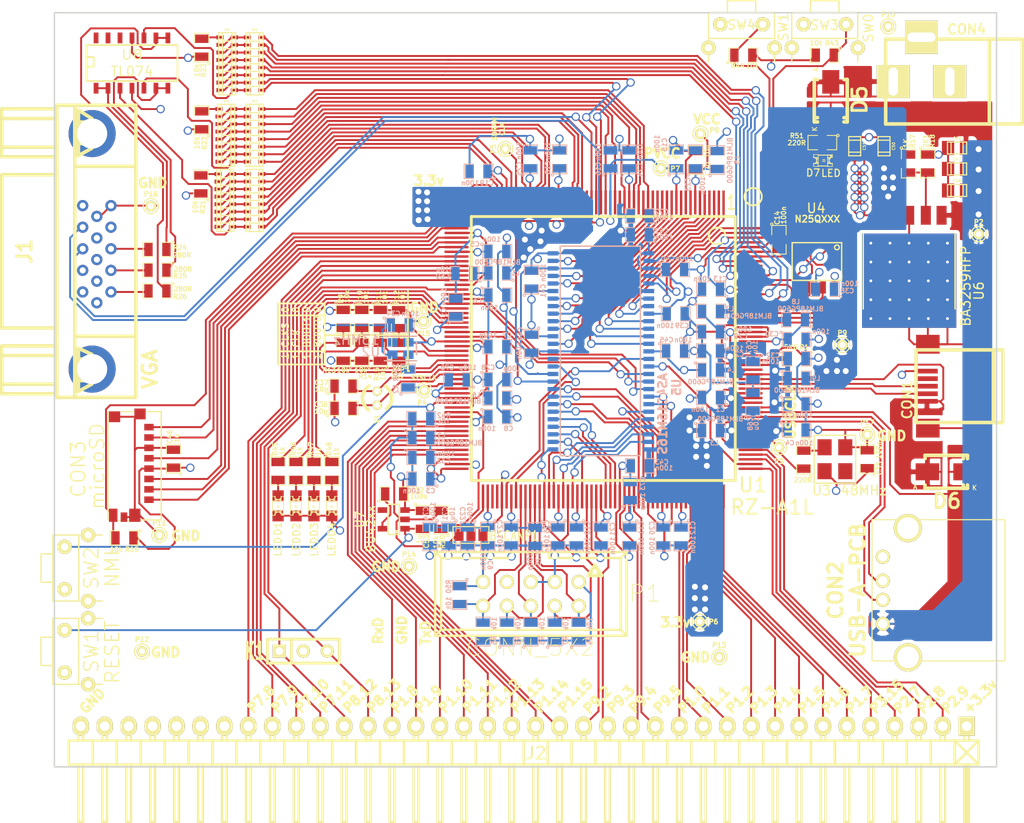
<source format=kicad_pcb>
(kicad_pcb (version 4) (host pcbnew "(2014-09-25 BZR 5147)-product")
  (layers (0 F.Cu signal) (1 In1.Cu power hide) (2 In2.Cu power hide) (31 B.Cu signal) (34 B.Paste user) (35 F.Paste user) (36 B.SilkS user) (37 F.SilkS user) (38 B.Mask user) (39 F.Mask user) (44 Edge.Cuts user))
  (net 0 "")
  (net 1 VSS)
  (net 2 /AVcc)
  (net 3 +3.3V)
  (net 4 +1.2V)
  (net 5 "Net-(R1-Pad2)")
  (net 6 /USBDPVCC)
  (net 7 /USBAPVCC)
  (net 8 /PVCC)
  (net 9 /VCC)
  (net 10 /PLLVCC)
  (net 11 /USBAVCC)
  (net 12 /USBUVCC)
  (net 13 /USBDVCC)
  (net 14 "Net-(C36-Pad2)")
  (net 15 "Net-(C37-Pad2)")
  (net 16 "Net-(R2-Pad2)")
  (net 17 /USB_CLK)
  (net 18 "Net-(R3-Pad2)")
  (net 19 /RAM_D3)
  (net 20 /RAM_D4)
  (net 21 /RAM_D5)
  (net 22 /RAM_D6)
  (net 23 /RAM_D7)
  (net 24 /RAM_D8)
  (net 25 /RAM_D9)
  (net 26 /RAM_D10)
  (net 27 /RAM_D11)
  (net 28 /RAM_D12)
  (net 29 /RAM_D13)
  (net 30 /RAM_D14)
  (net 31 /RAM_D15)
  (net 32 /NMI)
  (net 33 /RESET)
  (net 34 /JTAG_TRST)
  (net 35 /JTAG_TDO)
  (net 36 /JTAG_TDI)
  (net 37 /JTAG_TMS)
  (net 38 /JTAG_TCK)
  (net 39 /RAM_D0)
  (net 40 /RAM_D1)
  (net 41 /RAM_D2)
  (net 42 /RAM_A1)
  (net 43 /RAM_A2)
  (net 44 /RAM_A3)
  (net 45 /RAM_A4)
  (net 46 /RAM_A5)
  (net 47 /RAM_A6)
  (net 48 /RAM_A7)
  (net 49 /RAM_A8)
  (net 50 /RAM_A9)
  (net 51 /RAM_A10)
  (net 52 /RAM_A11)
  (net 53 /RAM_A12)
  (net 54 /RAM_A13)
  (net 55 /RAM_A14)
  (net 56 /RAM_A15)
  (net 57 /SPBSSL_0)
  (net 58 /SPBIO_10_0)
  (net 59 /SPBIO_20_0)
  (net 60 /SPBIO_00_0)
  (net 61 /SPBCLK_0)
  (net 62 /SPBIO_30_0)
  (net 63 "Net-(BSCANP1-Pad2)")
  (net 64 /RAM_CS)
  (net 65 /RAM_RAS)
  (net 66 /RAM_CAS)
  (net 67 /RAM_CKE)
  (net 68 /RAM_DQML)
  (net 69 /RAM_DQMH)
  (net 70 /RAM_RDnWR)
  (net 71 "Net-(CON1-Pad1)")
  (net 72 "Net-(CON1-Pad2)")
  (net 73 "Net-(CON1-Pad3)")
  (net 74 "Net-(CON2-Pad2)")
  (net 75 "Net-(CON2-Pad3)")
  (net 76 /RAM_CLK)
  (net 77 /SD_D3_1)
  (net 78 /SD_CMD_1)
  (net 79 /SD_CLK_1)
  (net 80 /SD_D0_1)
  (net 81 /SD_D1_1)
  (net 82 /SD_D2_1)
  (net 83 /SD_CD_1)
  (net 84 "Net-(R17-Pad2)")
  (net 85 "Net-(C52-Pad1)")
  (net 86 /P1_7)
  (net 87 /P1_6)
  (net 88 /P1_5)
  (net 89 /P1_4)
  (net 90 /P1_3)
  (net 91 /P1_2)
  (net 92 /P1_1)
  (net 93 /P1_0)
  (net 94 /P2_9)
  (net 95 /P2_8)
  (net 96 /P2_7)
  (net 97 /P3_15)
  (net 98 /P1_15)
  (net 99 /P1_14)
  (net 100 /P1_13)
  (net 101 /P1_12)
  (net 102 /P1_11)
  (net 103 /P1_10)
  (net 104 /P1_9)
  (net 105 /P1_8)
  (net 106 /P7_11)
  (net 107 /P7_10)
  (net 108 /P7_9)
  (net 109 /P7_8)
  (net 110 /SW0)
  (net 111 /SW1)
  (net 112 "Net-(D1-Pad1)")
  (net 113 "Net-(D2-Pad1)")
  (net 114 "Net-(D3-Pad1)")
  (net 115 "Net-(D4-Pad1)")
  (net 116 /+5v)
  (net 117 "Net-(CON4-Pad1)")
  (net 118 "Net-(D7-Pad1)")
  (net 119 "Net-(P4-Pad1)")
  (net 120 /MD_CLKS)
  (net 121 /DM_CLK)
  (net 122 /MD_BOOT1)
  (net 123 /MD_BOOT0)
  (net 124 /P8_13)
  (net 125 /P8_12)
  (net 126 "Net-(J1-Pad3)")
  (net 127 "Net-(J1-Pad2)")
  (net 128 "Net-(J1-Pad1)")
  (net 129 /LCD_HSYNC)
  (net 130 /LCD_VSYNC)
  (net 131 "Net-(R21-Pad2)")
  (net 132 "Net-(R22-Pad2)")
  (net 133 "Net-(R23-Pad2)")
  (net 134 "Net-(R24-Pad1)")
  (net 135 "Net-(R25-Pad1)")
  (net 136 "Net-(R26-Pad1)")
  (net 137 /LED0)
  (net 138 /LED1)
  (net 139 /LED2)
  (net 140 /LED3)
  (net 141 /LCD_DATA20)
  (net 142 "Net-(RP1-Pad13)")
  (net 143 /LCD_DATA19)
  (net 144 "Net-(RP1-Pad12)")
  (net 145 /LCD_DATA21)
  (net 146 /LCD_DATA18)
  (net 147 "Net-(RP1-Pad11)")
  (net 148 "Net-(RP1-Pad14)")
  (net 149 /LCD_DATA17)
  (net 150 /LCD_DATA16)
  (net 151 /LCD_DATA23)
  (net 152 /LCD_DATA22)
  (net 153 "Net-(RP1-Pad15)")
  (net 154 /VGA_G)
  (net 155 "Net-(RP1-Pad9)")
  (net 156 "Net-(RP1-Pad10)")
  (net 157 /LCD_DATA12)
  (net 158 "Net-(RP2-Pad13)")
  (net 159 /LCD_DATA11)
  (net 160 "Net-(RP2-Pad12)")
  (net 161 /LCD_DATA13)
  (net 162 /LCD_DATA10)
  (net 163 "Net-(RP2-Pad11)")
  (net 164 "Net-(RP2-Pad14)")
  (net 165 /LCD_DATA9)
  (net 166 /LCD_DATA8)
  (net 167 /LCD_DATA15)
  (net 168 /LCD_DATA14)
  (net 169 "Net-(RP2-Pad15)")
  (net 170 "Net-(RP2-Pad9)")
  (net 171 "Net-(RP2-Pad10)")
  (net 172 /LCD_DATA4)
  (net 173 "Net-(RP3-Pad13)")
  (net 174 /LCD_DATA3)
  (net 175 "Net-(RP3-Pad12)")
  (net 176 /LCD_DATA5)
  (net 177 /LCD_DATA2)
  (net 178 "Net-(RP3-Pad11)")
  (net 179 "Net-(RP3-Pad14)")
  (net 180 /LCD_DATA1)
  (net 181 /LCD_DATA0)
  (net 182 /LCD_DATA7)
  (net 183 /LCD_DATA6)
  (net 184 "Net-(RP3-Pad15)")
  (net 185 /VGA_R)
  (net 186 "Net-(RP3-Pad9)")
  (net 187 "Net-(RP3-Pad10)")
  (net 188 /VGA_B)
  (net 189 /P9_5)
  (net 190 /P9_4)
  (net 191 /P9_3)
  (net 192 /P9_2)
  (module footprints:SOP2-8 (layer F.Cu) (at 102.6414 46.736 180)
    (fp_text reference U4 (at 1.959 8.402 180) (layer F.SilkS))
    (fp_text value N25QXXX (at 1.832 7.259 180) (layer F.SilkS) (effects (font (size 0.7 0.7))))
    (pad 1 smd rect (at 0 5.5 180) (size 0.7 1.3) (layers F.Cu F.Paste F.Mask) (net 57 /SPBSSL_0))
    (pad 2 smd rect (at 1.27 5.5 180) (size 0.7 1.3) (layers F.Cu F.Paste F.Mask) (net 58 /SPBIO_10_0))
    (pad 3 smd rect (at 2.54 5.5 180) (size 0.7 1.3) (layers F.Cu F.Paste F.Mask) (net 59 /SPBIO_20_0))
    (pad 4 smd rect (at 3.81 5.5 180) (size 0.7 1.3) (layers F.Cu F.Paste F.Mask) (net 1 VSS))
    (pad 5 smd rect (at 3.81 0 180) (size 0.7 1.3) (layers F.Cu F.Paste F.Mask) (net 60 /SPBIO_00_0))
    (pad 6 smd rect (at 2.54 0 180) (size 0.7 1.3) (layers F.Cu F.Paste F.Mask) (net 61 /SPBCLK_0))
    (pad 7 smd rect (at 1.27 0 180) (size 0.7 1.3) (layers F.Cu F.Paste F.Mask) (net 62 /SPBIO_30_0))
    (pad 8 smd rect (at 0 0 180) (size 0.7 1.3) (layers F.Cu F.Paste F.Mask) (net 3 +3.3V))
  )
  (module footprints:GS3 (layer F.Cu) (at 64.069 72.9925 90)
    (fp_text reference BSCANP1 (at -0.1 4.55 180) (layer F.SilkS) (effects (font (size 1.016 0.762) (thickness 0.127))))
    (fp_text value GS3 hide)
    (pad 1 smd rect (at 0 -1.27 90) (size 1.27 0.9652) (layers F.Cu F.Paste F.Mask) (net 3 +3.3V))
    (pad 2 smd rect (at 0 0 90) (size 1.27 0.9652) (layers F.Cu F.Paste F.Mask) (net 63 "Net-(BSCANP1-Pad2)"))
    (pad 3 smd rect (at 0 1.27 90) (size 1.27 0.9652) (layers F.Cu F.Paste F.Mask) (net 1 VSS))
  )
  (module footprints:SM0805 (layer B.Cu) (at 89.535 58.42 180)
    (fp_text reference C1 (at -0.9874 -1.25 180) (layer B.SilkS) (effects (font (size 0.50038 0.50038) (thickness 0.10922)) (justify mirror)))
    (fp_text value 100n (at 1.1716 -1.25 180) (layer B.SilkS) (effects (font (size 0.50038 0.50038) (thickness 0.10922)) (justify mirror)))
    (pad 1 smd rect (at -0.9525 0 180) (size 0.889 1.397) (layers B.Cu B.Paste B.Mask) (net 6 /USBDPVCC))
    (pad 2 smd rect (at 0.9525 0 180) (size 0.889 1.397) (layers B.Cu B.Paste B.Mask) (net 1 VSS))
  )
  (module footprints:SM0805 (layer B.Cu) (at 89.535 53.467 180)
    (fp_text reference C2 (at -3.0194 -0.361 180) (layer B.SilkS) (effects (font (size 0.50038 0.50038) (thickness 0.10922)) (justify mirror)))
    (fp_text value 100n (at -2.5114 0.274 180) (layer B.SilkS) (effects (font (size 0.50038 0.50038) (thickness 0.10922)) (justify mirror)))
    (pad 1 smd rect (at -0.9525 0 180) (size 0.889 1.397) (layers B.Cu B.Paste B.Mask) (net 7 /USBAPVCC))
    (pad 2 smd rect (at 0.9525 0 180) (size 0.889 1.397) (layers B.Cu B.Paste B.Mask) (net 1 VSS))
  )
  (module footprints:SM0805 (layer B.Cu) (at 58.801 67.056 180)
    (fp_text reference C3 (at -0.9874 -1.25 180) (layer B.SilkS) (effects (font (size 0.50038 0.50038) (thickness 0.10922)) (justify mirror)))
    (fp_text value 100n (at 1.0446 -1.25 180) (layer B.SilkS) (effects (font (size 0.50038 0.50038) (thickness 0.10922)) (justify mirror)))
    (pad 1 smd rect (at -0.9525 0 180) (size 0.889 1.397) (layers B.Cu B.Paste B.Mask) (net 2 /AVcc))
    (pad 2 smd rect (at 0.9525 0 180) (size 0.889 1.397) (layers B.Cu B.Paste B.Mask) (net 1 VSS))
  )
  (module footprints:SM0805 (layer B.Cu) (at 98.6155 61.849)
    (fp_text reference C4 (at -0.7271 1.377) (layer B.SilkS) (effects (font (size 0.50038 0.50038) (thickness 0.10922)) (justify mirror)))
    (fp_text value 100n (at 0.7969 1.377) (layer B.SilkS) (effects (font (size 0.50038 0.50038) (thickness 0.10922)) (justify mirror)))
    (pad 1 smd rect (at -0.9525 0) (size 0.889 1.397) (layers B.Cu B.Paste B.Mask) (net 6 /USBDPVCC))
    (pad 2 smd rect (at 0.9525 0) (size 0.889 1.397) (layers B.Cu B.Paste B.Mask) (net 1 VSS))
  )
  (module footprints:SM0805 (layer B.Cu) (at 66.8655 42.926)
    (fp_text reference C5 (at -2.3781 -0.782) (layer B.SilkS) (effects (font (size 0.50038 0.50038) (thickness 0.10922)) (justify mirror)))
    (fp_text value 100n (at -0.6001 -1.29) (layer B.SilkS) (effects (font (size 0.50038 0.50038) (thickness 0.10922)) (justify mirror)))
    (pad 1 smd rect (at -0.9525 0) (size 0.889 1.397) (layers B.Cu B.Paste B.Mask) (net 8 /PVCC))
    (pad 2 smd rect (at 0.9525 0) (size 0.889 1.397) (layers B.Cu B.Paste B.Mask) (net 1 VSS))
  )
  (module footprints:SM0805 (layer B.Cu) (at 66.8655 47.5615)
    (fp_text reference C6 (at -2.1241 0.5515) (layer B.SilkS) (effects (font (size 0.50038 0.50038) (thickness 0.10922)) (justify mirror)))
    (fp_text value 100n (at -0.8541 1.3135) (layer B.SilkS) (effects (font (size 0.50038 0.50038) (thickness 0.10922)) (justify mirror)))
    (pad 1 smd rect (at -0.9525 0) (size 0.889 1.397) (layers B.Cu B.Paste B.Mask) (net 8 /PVCC))
    (pad 2 smd rect (at 0.9525 0) (size 0.889 1.397) (layers B.Cu B.Paste B.Mask) (net 1 VSS))
  )
  (module footprints:SM0805 (layer B.Cu) (at 66.8655 53.0225)
    (fp_text reference C7 (at 1.0509 -1.2265) (layer B.SilkS) (effects (font (size 0.50038 0.50038) (thickness 0.10922)) (justify mirror)))
    (fp_text value 100n (at -0.9811 -1.2265) (layer B.SilkS) (effects (font (size 0.50038 0.50038) (thickness 0.10922)) (justify mirror)))
    (pad 1 smd rect (at -0.9525 0) (size 0.889 1.397) (layers B.Cu B.Paste B.Mask) (net 8 /PVCC))
    (pad 2 smd rect (at 0.9525 0) (size 0.889 1.397) (layers B.Cu B.Paste B.Mask) (net 1 VSS))
  )
  (module footprints:SM0805 (layer B.Cu) (at 66.8655 60.452)
    (fp_text reference C8 (at 1.1779 1.25) (layer B.SilkS) (effects (font (size 0.50038 0.50038) (thickness 0.10922)) (justify mirror)))
    (fp_text value 100n (at -1.1081 1.25) (layer B.SilkS) (effects (font (size 0.50038 0.50038) (thickness 0.10922)) (justify mirror)))
    (pad 1 smd rect (at -0.9525 0) (size 0.889 1.397) (layers B.Cu B.Paste B.Mask) (net 8 /PVCC))
    (pad 2 smd rect (at 0.9525 0) (size 0.889 1.397) (layers B.Cu B.Paste B.Mask) (net 1 VSS))
  )
  (module footprints:SM0805 (layer B.Cu) (at 65.8495 73.152 270)
    (fp_text reference C9 (at 3.028 -0.2889 270) (layer B.SilkS) (effects (font (size 0.50038 0.50038) (thickness 0.10922)) (justify mirror)))
    (fp_text value 100n (at 2.647 0.4731 270) (layer B.SilkS) (effects (font (size 0.50038 0.50038) (thickness 0.10922)) (justify mirror)))
    (pad 1 smd rect (at -0.9525 0 270) (size 0.889 1.397) (layers B.Cu B.Paste B.Mask) (net 8 /PVCC))
    (pad 2 smd rect (at 0.9525 0 270) (size 0.889 1.397) (layers B.Cu B.Paste B.Mask) (net 1 VSS))
  )
  (module footprints:SM0805 (layer B.Cu) (at 75.2475 73.152 270)
    (fp_text reference C10 (at -0.909 -1.1779 450) (layer B.SilkS) (effects (font (size 0.50038 0.50038) (thickness 0.10922)) (justify mirror)))
    (fp_text value 100n (at 0.996 -1.1779 270) (layer B.SilkS) (effects (font (size 0.50038 0.50038) (thickness 0.10922)) (justify mirror)))
    (pad 1 smd rect (at -0.9525 0 270) (size 0.889 1.397) (layers B.Cu B.Paste B.Mask) (net 8 /PVCC))
    (pad 2 smd rect (at 0.9525 0 270) (size 0.889 1.397) (layers B.Cu B.Paste B.Mask) (net 1 VSS))
  )
  (module footprints:SM0805 (layer B.Cu) (at 80.899 73.152 270)
    (fp_text reference C11 (at -0.909 -1.2414 270) (layer B.SilkS) (effects (font (size 0.50038 0.50038) (thickness 0.10922)) (justify mirror)))
    (fp_text value 100n (at 0.996 -1.2414 270) (layer B.SilkS) (effects (font (size 0.50038 0.50038) (thickness 0.10922)) (justify mirror)))
    (pad 1 smd rect (at -0.9525 0 270) (size 0.889 1.397) (layers B.Cu B.Paste B.Mask) (net 8 /PVCC))
    (pad 2 smd rect (at 0.9525 0 270) (size 0.889 1.397) (layers B.Cu B.Paste B.Mask) (net 1 VSS))
  )
  (module footprints:SM0805 (layer B.Cu) (at 86.36 73.152 270)
    (fp_text reference C12 (at -0.909 -1.2414 270) (layer B.SilkS) (effects (font (size 0.50038 0.50038) (thickness 0.10922)) (justify mirror)))
    (fp_text value 100n (at 0.869 -1.2414 270) (layer B.SilkS) (effects (font (size 0.50038 0.50038) (thickness 0.10922)) (justify mirror)))
    (pad 1 smd rect (at -0.9525 0 270) (size 0.889 1.397) (layers B.Cu B.Paste B.Mask) (net 8 /PVCC))
    (pad 2 smd rect (at 0.9525 0 270) (size 0.889 1.397) (layers B.Cu B.Paste B.Mask) (net 1 VSS))
  )
  (module footprints:SM0805 (layer B.Cu) (at 89.535 46.9265 180)
    (fp_text reference C13 (at -0.9874 1.0995 180) (layer B.SilkS) (effects (font (size 0.50038 0.50038) (thickness 0.10922)) (justify mirror)))
    (fp_text value 100n (at 0.9176 1.0995 180) (layer B.SilkS) (effects (font (size 0.50038 0.50038) (thickness 0.10922)) (justify mirror)))
    (pad 1 smd rect (at -0.9525 0 180) (size 0.889 1.397) (layers B.Cu B.Paste B.Mask) (net 8 /PVCC))
    (pad 2 smd rect (at 0.9525 0 180) (size 0.889 1.397) (layers B.Cu B.Paste B.Mask) (net 1 VSS))
  )
  (module footprints:SM0805 (layer F.Cu) (at 96.74098 41.67632 270)
    (fp_text reference C14 (at -2.32632 0.18608 270) (layer F.SilkS) (effects (font (size 0.50038 0.50038) (thickness 0.10922))))
    (fp_text value 100n (at -2.60572 -0.49972 270) (layer F.SilkS) (effects (font (size 0.50038 0.50038) (thickness 0.10922))))
    (pad 1 smd rect (at -0.9525 0 270) (size 0.889 1.397) (layers F.Cu F.Paste F.Mask) (net 8 /PVCC))
    (pad 2 smd rect (at 0.9525 0 270) (size 0.889 1.397) (layers F.Cu F.Paste F.Mask) (net 1 VSS))
  )
  (module footprints:SM0805 (layer B.Cu) (at 85.852 33.147 90)
    (fp_text reference C15 (at 1.542 -1.2476 90) (layer B.SilkS) (effects (font (size 0.50038 0.50038) (thickness 0.10922)) (justify mirror)))
    (fp_text value 100n (at 1.642 -2.0476 90) (layer B.SilkS) (effects (font (size 0.50038 0.50038) (thickness 0.10922)) (justify mirror)))
    (pad 1 smd rect (at -0.9525 0 90) (size 0.889 1.397) (layers B.Cu B.Paste B.Mask) (net 8 /PVCC))
    (pad 2 smd rect (at 0.9525 0 90) (size 0.889 1.397) (layers B.Cu B.Paste B.Mask) (net 1 VSS))
  )
  (module footprints:SM0805 (layer B.Cu) (at 78.867 33.147 90)
    (fp_text reference C16 (at -0.996 -1.2986 90) (layer B.SilkS) (effects (font (size 0.50038 0.50038) (thickness 0.10922)) (justify mirror)))
    (fp_text value 100n (at 0.782 -1.2986 90) (layer B.SilkS) (effects (font (size 0.50038 0.50038) (thickness 0.10922)) (justify mirror)))
    (pad 1 smd rect (at -0.9525 0 90) (size 0.889 1.397) (layers B.Cu B.Paste B.Mask) (net 8 /PVCC))
    (pad 2 smd rect (at 0.9525 0 90) (size 0.889 1.397) (layers B.Cu B.Paste B.Mask) (net 1 VSS))
  )
  (module footprints:SM0805 (layer B.Cu) (at 62.4554 48.875 90)
    (fp_text reference C17 (at -0.762 -1.27 90) (layer B.SilkS) (effects (font (size 0.50038 0.50038) (thickness 0.10922)) (justify mirror)))
    (fp_text value 100n (at 1.143 -1.27 90) (layer B.SilkS) (effects (font (size 0.50038 0.50038) (thickness 0.10922)) (justify mirror)))
    (pad 1 smd rect (at -0.9525 0 90) (size 0.889 1.397) (layers B.Cu B.Paste B.Mask) (net 9 /VCC))
    (pad 2 smd rect (at 0.9525 0 90) (size 0.889 1.397) (layers B.Cu B.Paste B.Mask) (net 1 VSS))
  )
  (module footprints:SM0805 (layer B.Cu) (at 73.4695 33.147 90)
    (fp_text reference C18 (at -0.869 -1.2351 90) (layer B.SilkS) (effects (font (size 0.50038 0.50038) (thickness 0.10922)) (justify mirror)))
    (fp_text value 100n (at 0.909 -1.2351 90) (layer B.SilkS) (effects (font (size 0.50038 0.50038) (thickness 0.10922)) (justify mirror)))
    (pad 1 smd rect (at -0.9525 0 90) (size 0.889 1.397) (layers B.Cu B.Paste B.Mask) (net 8 /PVCC))
    (pad 2 smd rect (at 0.9525 0 90) (size 0.889 1.397) (layers B.Cu B.Paste B.Mask) (net 1 VSS))
  )
  (module footprints:SM0805 (layer B.Cu) (at 64.8716 34.417 180)
    (fp_text reference C19 (at -0.869 -1.2351 180) (layer B.SilkS) (effects (font (size 0.50038 0.50038) (thickness 0.10922)) (justify mirror)))
    (fp_text value 100n (at 0.909 -1.2351 180) (layer B.SilkS) (effects (font (size 0.50038 0.50038) (thickness 0.10922)) (justify mirror)))
    (pad 1 smd rect (at -0.9525 0 180) (size 0.889 1.397) (layers B.Cu B.Paste B.Mask) (net 8 /PVCC))
    (pad 2 smd rect (at 0.9525 0 180) (size 0.889 1.397) (layers B.Cu B.Paste B.Mask) (net 1 VSS))
  )
  (module footprints:SM0805 (layer B.Cu) (at 84.455 73.152 270)
    (fp_text reference C20 (at -0.909 1.1716 270) (layer B.SilkS) (effects (font (size 0.50038 0.50038) (thickness 0.10922)) (justify mirror)))
    (fp_text value 100n (at 0.996 1.1716 270) (layer B.SilkS) (effects (font (size 0.50038 0.50038) (thickness 0.10922)) (justify mirror)))
    (pad 1 smd rect (at -0.9525 0 270) (size 0.889 1.397) (layers B.Cu B.Paste B.Mask) (net 9 /VCC))
    (pad 2 smd rect (at 0.9525 0 270) (size 0.889 1.397) (layers B.Cu B.Paste B.Mask) (net 1 VSS))
  )
  (module footprints:SM0805 (layer B.Cu) (at 77.851 73.152 270)
    (fp_text reference C21 (at -0.782 -1.2414 270) (layer B.SilkS) (effects (font (size 0.50038 0.50038) (thickness 0.10922)) (justify mirror)))
    (fp_text value 100n (at 0.996 -1.2414 270) (layer B.SilkS) (effects (font (size 0.50038 0.50038) (thickness 0.10922)) (justify mirror)))
    (pad 1 smd rect (at -0.9525 0 270) (size 0.889 1.397) (layers B.Cu B.Paste B.Mask) (net 8 /PVCC))
    (pad 2 smd rect (at 0.9525 0 270) (size 0.889 1.397) (layers B.Cu B.Paste B.Mask) (net 1 VSS))
  )
  (module footprints:SM0805 (layer B.Cu) (at 63.6905 73.152 270)
    (fp_text reference C22 (at -2.433 0.4731 270) (layer B.SilkS) (effects (font (size 0.50038 0.50038) (thickness 0.10922)) (justify mirror)))
    (fp_text value 100n (at -2.687 -0.2889 270) (layer B.SilkS) (effects (font (size 0.50038 0.50038) (thickness 0.10922)) (justify mirror)))
    (pad 1 smd rect (at -0.9525 0 270) (size 0.889 1.397) (layers B.Cu B.Paste B.Mask) (net 8 /PVCC))
    (pad 2 smd rect (at 0.9525 0 270) (size 0.889 1.397) (layers B.Cu B.Paste B.Mask) (net 1 VSS))
  )
  (module footprints:SM0805 (layer B.Cu) (at 87.884 33.147 90)
    (fp_text reference C23 (at -2.647 -0.7906 90) (layer B.SilkS) (effects (font (size 0.50038 0.50038) (thickness 0.10922)) (justify mirror)))
    (fp_text value 100n (at -2.774 0.7334 90) (layer B.SilkS) (effects (font (size 0.50038 0.50038) (thickness 0.10922)) (justify mirror)))
    (pad 1 smd rect (at -0.9525 0 90) (size 0.889 1.397) (layers B.Cu B.Paste B.Mask) (net 9 /VCC))
    (pad 2 smd rect (at 0.9525 0 90) (size 0.889 1.397) (layers B.Cu B.Paste B.Mask) (net 1 VSS))
  )
  (module footprints:SM0805 (layer B.Cu) (at 80.8355 33.147 90)
    (fp_text reference C24 (at -1.123 1.1779 90) (layer B.SilkS) (effects (font (size 0.50038 0.50038) (thickness 0.10922)) (justify mirror)))
    (fp_text value 100n (at 0.782 1.1779 90) (layer B.SilkS) (effects (font (size 0.50038 0.50038) (thickness 0.10922)) (justify mirror)))
    (pad 1 smd rect (at -0.9525 0 90) (size 0.889 1.397) (layers B.Cu B.Paste B.Mask) (net 9 /VCC))
    (pad 2 smd rect (at 0.9525 0 90) (size 0.889 1.397) (layers B.Cu B.Paste B.Mask) (net 1 VSS))
  )
  (module footprints:SM0805 (layer B.Cu) (at 70.358 33.147 90)
    (fp_text reference C25 (at -0.996 -1.1716 90) (layer B.SilkS) (effects (font (size 0.50038 0.50038) (thickness 0.10922)) (justify mirror)))
    (fp_text value 100n (at 0.909 -1.1716 90) (layer B.SilkS) (effects (font (size 0.50038 0.50038) (thickness 0.10922)) (justify mirror)))
    (pad 1 smd rect (at -0.9525 0 90) (size 0.889 1.397) (layers B.Cu B.Paste B.Mask) (net 9 /VCC))
    (pad 2 smd rect (at 0.9525 0 90) (size 0.889 1.397) (layers B.Cu B.Paste B.Mask) (net 1 VSS))
  )
  (module footprints:SM0805 (layer B.Cu) (at 73.279 73.152 270)
    (fp_text reference C26 (at -1.036 1.1716 270) (layer B.SilkS) (effects (font (size 0.50038 0.50038) (thickness 0.10922)) (justify mirror)))
    (fp_text value 100n (at 0.742 1.1716 270) (layer B.SilkS) (effects (font (size 0.50038 0.50038) (thickness 0.10922)) (justify mirror)))
    (pad 1 smd rect (at -0.9525 0 270) (size 0.889 1.397) (layers B.Cu B.Paste B.Mask) (net 9 /VCC))
    (pad 2 smd rect (at 0.9525 0 270) (size 0.889 1.397) (layers B.Cu B.Paste B.Mask) (net 1 VSS))
  )
  (module footprints:SM0805 (layer B.Cu) (at 68.326 73.152 270)
    (fp_text reference C27 (at -1.036 1.1716 270) (layer B.SilkS) (effects (font (size 0.50038 0.50038) (thickness 0.10922)) (justify mirror)))
    (fp_text value 100n (at 0.742 1.1716 270) (layer B.SilkS) (effects (font (size 0.50038 0.50038) (thickness 0.10922)) (justify mirror)))
    (pad 1 smd rect (at -0.9525 0 270) (size 0.889 1.397) (layers B.Cu B.Paste B.Mask) (net 9 /VCC))
    (pad 2 smd rect (at 0.9525 0 270) (size 0.889 1.397) (layers B.Cu B.Paste B.Mask) (net 1 VSS))
  )
  (module footprints:SM0805 (layer B.Cu) (at 66.8655 56.515)
    (fp_text reference C28 (at -0.9811 -1.29) (layer B.SilkS) (effects (font (size 0.50038 0.50038) (thickness 0.10922)) (justify mirror)))
    (fp_text value 100n (at 1.5589 -1.163) (layer B.SilkS) (effects (font (size 0.50038 0.50038) (thickness 0.10922)) (justify mirror)))
    (pad 1 smd rect (at -0.9525 0) (size 0.889 1.397) (layers B.Cu B.Paste B.Mask) (net 10 /PLLVCC))
    (pad 2 smd rect (at 0.9525 0) (size 0.889 1.397) (layers B.Cu B.Paste B.Mask) (net 1 VSS))
  )
  (module footprints:SM0805 (layer B.Cu) (at 89.535 51.435 180)
    (fp_text reference C29 (at -3.1464 -0.488 180) (layer B.SilkS) (effects (font (size 0.50038 0.50038) (thickness 0.10922)) (justify mirror)))
    (fp_text value 100n (at -3.4004 0.274 180) (layer B.SilkS) (effects (font (size 0.50038 0.50038) (thickness 0.10922)) (justify mirror)))
    (pad 1 smd rect (at -0.9525 0 180) (size 0.889 1.397) (layers B.Cu B.Paste B.Mask) (net 11 /USBAVCC))
    (pad 2 smd rect (at 0.9525 0 180) (size 0.889 1.397) (layers B.Cu B.Paste B.Mask) (net 1 VSS))
  )
  (module footprints:SM0805 (layer B.Cu) (at 98.6155 52.2605)
    (fp_text reference C30 (at -2.6321 -0.5915) (layer B.SilkS) (effects (font (size 0.50038 0.50038) (thickness 0.10922)) (justify mirror)))
    (fp_text value 100n (at 2.5749 -0.8455) (layer B.SilkS) (effects (font (size 0.50038 0.50038) (thickness 0.10922)) (justify mirror)))
    (pad 1 smd rect (at -0.9525 0) (size 0.889 1.397) (layers B.Cu B.Paste B.Mask) (net 12 /USBUVCC))
    (pad 2 smd rect (at 0.9525 0) (size 0.889 1.397) (layers B.Cu B.Paste B.Mask) (net 1 VSS))
  )
  (module footprints:SM0805 (layer B.Cu) (at 98.6155 59.1185)
    (fp_text reference C31 (at -0.9811 1.1865) (layer B.SilkS) (effects (font (size 0.50038 0.50038) (thickness 0.10922)) (justify mirror)))
    (fp_text value 100n (at 0.7969 1.1865) (layer B.SilkS) (effects (font (size 0.50038 0.50038) (thickness 0.10922)) (justify mirror)))
    (pad 1 smd rect (at -0.9525 0) (size 0.889 1.397) (layers B.Cu B.Paste B.Mask) (net 13 /USBDVCC))
    (pad 2 smd rect (at 0.9525 0) (size 0.889 1.397) (layers B.Cu B.Paste B.Mask) (net 1 VSS))
  )
  (module footprints:SM0805 (layer B.Cu) (at 98.6155 54.2925)
    (fp_text reference C32 (at -2.5051 -0.3375) (layer B.SilkS) (effects (font (size 0.50038 0.50038) (thickness 0.10922)) (justify mirror)))
    (fp_text value 100n (at -2.7591 0.2975) (layer B.SilkS) (effects (font (size 0.50038 0.50038) (thickness 0.10922)) (justify mirror)))
    (pad 1 smd rect (at -0.9525 0) (size 0.889 1.397) (layers B.Cu B.Paste B.Mask) (net 13 /USBDVCC))
    (pad 2 smd rect (at 0.9525 0) (size 0.889 1.397) (layers B.Cu B.Paste B.Mask) (net 1 VSS))
  )
  (module footprints:SM0805 (layer B.Cu) (at 58.801 64.77)
    (fp_text reference C33 (at 2.3844 0.361) (layer B.SilkS) (effects (font (size 0.50038 0.50038) (thickness 0.10922)) (justify mirror)))
    (fp_text value 100n (at 2.6384 -0.401) (layer B.SilkS) (effects (font (size 0.50038 0.50038) (thickness 0.10922)) (justify mirror)))
    (pad 1 smd rect (at -0.9525 0) (size 0.889 1.397) (layers B.Cu B.Paste B.Mask) (net 1 VSS))
    (pad 2 smd rect (at 0.9525 0) (size 0.889 1.397) (layers B.Cu B.Paste B.Mask) (net 2 /AVcc))
  )
  (module footprints:SM0805 (layer B.Cu) (at 56.515 50.7365)
    (fp_text reference C34 (at -0.6636 -1.2265) (layer B.SilkS) (effects (font (size 0.50038 0.50038) (thickness 0.10922)) (justify mirror)))
    (fp_text value 100n (at 1.1144 -1.2265) (layer B.SilkS) (effects (font (size 0.50038 0.50038) (thickness 0.10922)) (justify mirror)))
    (pad 1 smd rect (at -0.9525 0) (size 0.889 1.397) (layers B.Cu B.Paste B.Mask) (net 3 +3.3V))
    (pad 2 smd rect (at 0.9525 0) (size 0.889 1.397) (layers B.Cu B.Paste B.Mask) (net 1 VSS))
  )
  (module footprints:SM0805 (layer F.Cu) (at 106.1085 64.9605 90)
    (fp_text reference C35 (at -0.9579 1.2922 90) (layer F.SilkS) (effects (font (size 0.50038 0.50038) (thickness 0.10922))))
    (fp_text value 100n (at 0.9725 1.2287 90) (layer F.SilkS) (effects (font (size 0.50038 0.50038) (thickness 0.10922))))
    (pad 1 smd rect (at -0.9525 0 90) (size 0.889 1.397) (layers F.Cu F.Paste F.Mask) (net 3 +3.3V))
    (pad 2 smd rect (at 0.9525 0 90) (size 0.889 1.397) (layers F.Cu F.Paste F.Mask) (net 1 VSS))
  )
  (module footprints:SM0805 (layer F.Cu) (at 50.546 59.563)
    (fp_text reference C36 (at -2.3908 -0.4137) (layer F.SilkS) (effects (font (size 0.50038 0.50038) (thickness 0.10922))))
    (fp_text value 10p (at -2.3908 0.3102) (layer F.SilkS) (effects (font (size 0.50038 0.50038) (thickness 0.10922))))
    (pad 1 smd rect (at -0.9525 0) (size 0.889 1.397) (layers F.Cu F.Paste F.Mask) (net 1 VSS))
    (pad 2 smd rect (at 0.9525 0) (size 0.889 1.397) (layers F.Cu F.Paste F.Mask) (net 14 "Net-(C36-Pad2)"))
  )
  (module footprints:SM0805 (layer F.Cu) (at 50.546 57.2135)
    (fp_text reference C37 (at -2.3273 -0.3756) (layer F.SilkS) (effects (font (size 0.50038 0.50038) (thickness 0.10922))))
    (fp_text value 10p (at -2.3273 0.3102) (layer F.SilkS) (effects (font (size 0.50038 0.50038) (thickness 0.10922))))
    (pad 1 smd rect (at -0.9525 0) (size 0.889 1.397) (layers F.Cu F.Paste F.Mask) (net 1 VSS))
    (pad 2 smd rect (at 0.9525 0) (size 0.889 1.397) (layers F.Cu F.Paste F.Mask) (net 15 "Net-(C37-Pad2)"))
  )
  (module footprints:SM0805 (layer B.Cu) (at 101.6254 46.93158 180)
    (fp_text reference C38 (at -2.359 -0.16542 180) (layer B.SilkS) (effects (font (size 0.50038 0.50038) (thickness 0.10922)) (justify mirror)))
    (fp_text value 100n (at -2.613 0.59658 180) (layer B.SilkS) (effects (font (size 0.50038 0.50038) (thickness 0.10922)) (justify mirror)))
    (pad 1 smd rect (at -0.9525 0 180) (size 0.889 1.397) (layers B.Cu B.Paste B.Mask) (net 3 +3.3V))
    (pad 2 smd rect (at 0.9525 0 180) (size 0.889 1.397) (layers B.Cu B.Paste B.Mask) (net 1 VSS))
  )
  (module footprints:SM0805 (layer B.Cu) (at 85.7885 49.53)
    (fp_text reference C39 (at 0.6699 1.25) (layer B.SilkS) (effects (font (size 0.50038 0.50038) (thickness 0.10922)) (justify mirror)))
    (fp_text value 100n (at -1.1081 1.25) (layer B.SilkS) (effects (font (size 0.50038 0.50038) (thickness 0.10922)) (justify mirror)))
    (pad 1 smd rect (at -0.9525 0) (size 0.889 1.397) (layers B.Cu B.Paste B.Mask) (net 3 +3.3V))
    (pad 2 smd rect (at 0.9525 0) (size 0.889 1.397) (layers B.Cu B.Paste B.Mask) (net 1 VSS))
  )
  (module footprints:SM0805 (layer B.Cu) (at 85.725 44.831)
    (fp_text reference C40 (at -0.7906 -1.163) (layer B.SilkS) (effects (font (size 0.50038 0.50038) (thickness 0.10922)) (justify mirror)))
    (fp_text value 100n (at 0.9874 -1.163) (layer B.SilkS) (effects (font (size 0.50038 0.50038) (thickness 0.10922)) (justify mirror)))
    (pad 1 smd rect (at -0.9525 0) (size 0.889 1.397) (layers B.Cu B.Paste B.Mask) (net 3 +3.3V))
    (pad 2 smd rect (at 0.9525 0) (size 0.889 1.397) (layers B.Cu B.Paste B.Mask) (net 1 VSS))
  )
  (module footprints:SM0805 (layer B.Cu) (at 70.485 45.9105 90)
    (fp_text reference C41 (at -1.1865 1.2414 90) (layer B.SilkS) (effects (font (size 0.50038 0.50038) (thickness 0.10922)) (justify mirror)))
    (fp_text value 100n (at 0.7185 1.2414 90) (layer B.SilkS) (effects (font (size 0.50038 0.50038) (thickness 0.10922)) (justify mirror)))
    (pad 1 smd rect (at -0.9525 0 90) (size 0.889 1.397) (layers B.Cu B.Paste B.Mask) (net 3 +3.3V))
    (pad 2 smd rect (at 0.9525 0 90) (size 0.889 1.397) (layers B.Cu B.Paste B.Mask) (net 1 VSS))
  )
  (module footprints:SM0805 (layer B.Cu) (at 81.9785 41.148 180)
    (fp_text reference C42 (at -2.3209 0.401 180) (layer B.SilkS) (effects (font (size 0.50038 0.50038) (thickness 0.10922)) (justify mirror)))
    (fp_text value 100n (at -2.5749 -0.234 180) (layer B.SilkS) (effects (font (size 0.50038 0.50038) (thickness 0.10922)) (justify mirror)))
    (pad 1 smd rect (at -0.9525 0 180) (size 0.889 1.397) (layers B.Cu B.Paste B.Mask) (net 3 +3.3V))
    (pad 2 smd rect (at 0.9525 0 180) (size 0.889 1.397) (layers B.Cu B.Paste B.Mask) (net 1 VSS))
  )
  (module footprints:SM0805 (layer B.Cu) (at 81.9785 65.659 180)
    (fp_text reference C43 (at -2.3209 0.401 180) (layer B.SilkS) (effects (font (size 0.50038 0.50038) (thickness 0.10922)) (justify mirror)))
    (fp_text value 100n (at -2.5749 -0.234 180) (layer B.SilkS) (effects (font (size 0.50038 0.50038) (thickness 0.10922)) (justify mirror)))
    (pad 1 smd rect (at -0.9525 0 180) (size 0.889 1.397) (layers B.Cu B.Paste B.Mask) (net 3 +3.3V))
    (pad 2 smd rect (at 0.9525 0 180) (size 0.889 1.397) (layers B.Cu B.Paste B.Mask) (net 1 VSS))
  )
  (module footprints:SM0805 (layer B.Cu) (at 70.485 52.705 270)
    (fp_text reference C44 (at -1.036 1.1716 270) (layer B.SilkS) (effects (font (size 0.50038 0.50038) (thickness 0.10922)) (justify mirror)))
    (fp_text value 100n (at 0.742 1.2986 270) (layer B.SilkS) (effects (font (size 0.50038 0.50038) (thickness 0.10922)) (justify mirror)))
    (pad 1 smd rect (at -0.9525 0 270) (size 0.889 1.397) (layers B.Cu B.Paste B.Mask) (net 3 +3.3V))
    (pad 2 smd rect (at 0.9525 0 270) (size 0.889 1.397) (layers B.Cu B.Paste B.Mask) (net 1 VSS))
  )
  (module footprints:SM0805 (layer B.Cu) (at 85.725 53.467)
    (fp_text reference C45 (at -0.9176 -1.163) (layer B.SilkS) (effects (font (size 0.50038 0.50038) (thickness 0.10922)) (justify mirror)))
    (fp_text value 100n (at 0.8604 -1.163) (layer B.SilkS) (effects (font (size 0.50038 0.50038) (thickness 0.10922)) (justify mirror)))
    (pad 1 smd rect (at -0.9525 0) (size 0.889 1.397) (layers B.Cu B.Paste B.Mask) (net 3 +3.3V))
    (pad 2 smd rect (at 0.9525 0) (size 0.889 1.397) (layers B.Cu B.Paste B.Mask) (net 1 VSS))
  )
  (module footprints:SM0805 (layer F.Cu) (at 32.5044 64.905 90)
    (fp_text reference C46 (at 2.359 -0.3883 90) (layer F.SilkS) (effects (font (size 0.50038 0.50038) (thickness 0.10922))))
    (fp_text value 1u (at 2.1812 0.3356 90) (layer F.SilkS) (effects (font (size 0.50038 0.50038) (thickness 0.10922))))
    (pad 1 smd rect (at -0.9525 0 90) (size 0.889 1.397) (layers F.Cu F.Paste F.Mask) (net 3 +3.3V))
    (pad 2 smd rect (at 0.9525 0 90) (size 0.889 1.397) (layers F.Cu F.Paste F.Mask) (net 1 VSS))
  )
  (module footprints:c_0805 (layer F.Cu) (at 115.6335 34.163)
    (fp_text reference C47 (at 0 -1.016) (layer F.SilkS) (effects (font (size 0.29972 0.29972) (thickness 0.06096))))
    (fp_text value 1u hide)
    (pad 1 smd rect (at 0.9525 0) (size 1.30048 1.4986) (layers F.Cu F.Paste F.Mask) (net 116 /+5v))
    (pad 2 smd rect (at -0.9525 0) (size 1.30048 1.4986) (layers F.Cu F.Paste F.Mask) (net 1 VSS))
  )
  (module footprints:c_0805 (layer F.Cu) (at 115.6335 36.449)
    (fp_text reference C48 (at 0 -1.016) (layer F.SilkS) (effects (font (size 0.29972 0.29972) (thickness 0.06096))))
    (fp_text value 1u hide)
    (pad 1 smd rect (at 0.9525 0) (size 1.30048 1.4986) (layers F.Cu F.Paste F.Mask) (net 116 /+5v))
    (pad 2 smd rect (at -0.9525 0) (size 1.30048 1.4986) (layers F.Cu F.Paste F.Mask) (net 1 VSS))
  )
  (module footprints:c_0805 (layer F.Cu) (at 115.6335 31.9405)
    (fp_text reference C49 (at 0 -1.016) (layer F.SilkS) (effects (font (size 0.29972 0.29972) (thickness 0.06096))))
    (fp_text value 1u hide)
    (pad 1 smd rect (at 0.9525 0) (size 1.30048 1.4986) (layers F.Cu F.Paste F.Mask) (net 116 /+5v))
    (pad 2 smd rect (at -0.9525 0) (size 1.30048 1.4986) (layers F.Cu F.Paste F.Mask) (net 1 VSS))
  )
  (module footprints:c_0805 (layer F.Cu) (at 107.8865 31.75 270)
    (fp_text reference C50 (at 0 -1.016 270) (layer F.SilkS) (effects (font (size 0.29972 0.29972) (thickness 0.06096))))
    (fp_text value 1u hide)
    (pad 1 smd rect (at 0.9525 0 270) (size 1.30048 1.4986) (layers F.Cu F.Paste F.Mask) (net 4 +1.2V))
    (pad 2 smd rect (at -0.9525 0 270) (size 1.30048 1.4986) (layers F.Cu F.Paste F.Mask) (net 1 VSS))
  )
  (module footprints:c_0805 (layer F.Cu) (at 104.775 31.75 270)
    (fp_text reference C51 (at 0 -1.016 270) (layer F.SilkS) (effects (font (size 0.29972 0.29972) (thickness 0.06096))))
    (fp_text value 100n hide)
    (pad 1 smd rect (at 0.9525 0 270) (size 1.30048 1.4986) (layers F.Cu F.Paste F.Mask) (net 3 +3.3V))
    (pad 2 smd rect (at -0.9525 0 270) (size 1.30048 1.4986) (layers F.Cu F.Paste F.Mask) (net 1 VSS))
  )
  (module footprints:SM0805 (layer F.Cu) (at 55.919 68.6425)
    (fp_text reference C52 (at 2.4216 -0.4) (layer F.SilkS) (effects (font (size 0.50038 0.50038) (thickness 0.10922))))
    (fp_text value 100n (at 2.6248 0.2604) (layer F.SilkS) (effects (font (size 0.50038 0.50038) (thickness 0.10922))))
    (pad 1 smd rect (at -0.9525 0) (size 0.889 1.397) (layers F.Cu F.Paste F.Mask) (net 85 "Net-(C52-Pad1)"))
    (pad 2 smd rect (at 0.9525 0) (size 0.889 1.397) (layers F.Cu F.Paste F.Mask) (net 1 VSS))
  )
  (module footprints:SM0805 (layer F.Cu) (at 58.919 71.3925 270)
    (fp_text reference C53 (at 2.2983 -0.4249 270) (layer F.SilkS) (effects (font (size 0.50038 0.50038) (thickness 0.10922))))
    (fp_text value 1u (at 2.0697 0.3371 270) (layer F.SilkS) (effects (font (size 0.50038 0.50038) (thickness 0.10922))))
    (pad 1 smd rect (at -0.9525 0 270) (size 0.889 1.397) (layers F.Cu F.Paste F.Mask) (net 1 VSS))
    (pad 2 smd rect (at 0.9525 0 270) (size 0.889 1.397) (layers F.Cu F.Paste F.Mask) (net 33 /RESET))
  )
  (module footprints:SM0805 (layer B.Cu) (at 93.98 55.5625 270)
    (fp_text reference C67 (at -2.4965 0.4096 270) (layer B.SilkS) (effects (font (size 0.50038 0.50038) (thickness 0.10922)) (justify mirror)))
    (fp_text value 10u (at -2.4965 -0.2254 270) (layer B.SilkS) (effects (font (size 0.50038 0.50038) (thickness 0.10922)) (justify mirror)))
    (pad 1 smd rect (at -0.9525 0 270) (size 0.889 1.397) (layers B.Cu B.Paste B.Mask) (net 7 /USBAPVCC))
    (pad 2 smd rect (at 0.9525 0 270) (size 0.889 1.397) (layers B.Cu B.Paste B.Mask) (net 1 VSS))
  )
  (module footprints:SM0805 (layer B.Cu) (at 93.98 58.8645 90)
    (fp_text reference C68 (at -2.3295 -0.2826 90) (layer B.SilkS) (effects (font (size 0.50038 0.50038) (thickness 0.10922)) (justify mirror)))
    (fp_text value 10u (at -2.3295 0.3524 90) (layer B.SilkS) (effects (font (size 0.50038 0.50038) (thickness 0.10922)) (justify mirror)))
    (pad 1 smd rect (at -0.9525 0 90) (size 0.889 1.397) (layers B.Cu B.Paste B.Mask) (net 6 /USBDPVCC))
    (pad 2 smd rect (at 0.9525 0 90) (size 0.889 1.397) (layers B.Cu B.Paste B.Mask) (net 1 VSS))
  )
  (module footprints:SM0805 (layer B.Cu) (at 63.373 45.2755 180)
    (fp_text reference C69 (at 2.3146 -0.2975 180) (layer B.SilkS) (effects (font (size 0.50038 0.50038) (thickness 0.10922)) (justify mirror)))
    (fp_text value 10u (at 2.3146 0.4645 180) (layer B.SilkS) (effects (font (size 0.50038 0.50038) (thickness 0.10922)) (justify mirror)))
    (pad 1 smd rect (at -0.9525 0 180) (size 0.889 1.397) (layers B.Cu B.Paste B.Mask) (net 8 /PVCC))
    (pad 2 smd rect (at 0.9525 0 180) (size 0.889 1.397) (layers B.Cu B.Paste B.Mask) (net 1 VSS))
  )
  (module footprints:SM0805 (layer F.Cu) (at 87.884 33.2105 90)
    (fp_text reference C70 (at -0.9325 1.3176 90) (layer F.SilkS) (effects (font (size 0.50038 0.50038) (thickness 0.10922))))
    (fp_text value 10u (at 0.909 1.2414 90) (layer F.SilkS) (effects (font (size 0.50038 0.50038) (thickness 0.10922))))
    (pad 1 smd rect (at -0.9525 0 90) (size 0.889 1.397) (layers F.Cu F.Paste F.Mask) (net 9 /VCC))
    (pad 2 smd rect (at 0.9525 0 90) (size 0.889 1.397) (layers F.Cu F.Paste F.Mask) (net 1 VSS))
  )
  (module footprints:SM0805 (layer B.Cu) (at 61.722 73.152 270)
    (fp_text reference C71 (at -2.433 0.4096 270) (layer B.SilkS) (effects (font (size 0.50038 0.50038) (thickness 0.10922)) (justify mirror)))
    (fp_text value 10u (at -2.433 -0.3524 270) (layer B.SilkS) (effects (font (size 0.50038 0.50038) (thickness 0.10922)) (justify mirror)))
    (pad 1 smd rect (at -0.9525 0 270) (size 0.889 1.397) (layers B.Cu B.Paste B.Mask) (net 8 /PVCC))
    (pad 2 smd rect (at 0.9525 0 270) (size 0.889 1.397) (layers B.Cu B.Paste B.Mask) (net 1 VSS))
  )
  (module footprints:SM0805 (layer B.Cu) (at 81.969 39.1425 180)
    (fp_text reference C72 (at -2.3304 0.4275 180) (layer B.SilkS) (effects (font (size 0.50038 0.50038) (thickness 0.10922)) (justify mirror)))
    (fp_text value 100p (at -2.5844 -0.2075 180) (layer B.SilkS) (effects (font (size 0.50038 0.50038) (thickness 0.10922)) (justify mirror)))
    (pad 1 smd rect (at -0.9525 0 180) (size 0.889 1.397) (layers B.Cu B.Paste B.Mask) (net 3 +3.3V))
    (pad 2 smd rect (at 0.9525 0 180) (size 0.889 1.397) (layers B.Cu B.Paste B.Mask) (net 1 VSS))
  )
  (module footprints:SM0805 (layer B.Cu) (at 80.969 68.3425 90)
    (fp_text reference C73 (at 0.7985 1.2984 90) (layer B.SilkS) (effects (font (size 0.50038 0.50038) (thickness 0.10922)) (justify mirror)))
    (fp_text value 100p (at -1.1065 1.2984 90) (layer B.SilkS) (effects (font (size 0.50038 0.50038) (thickness 0.10922)) (justify mirror)))
    (pad 1 smd rect (at -0.9525 0 90) (size 0.889 1.397) (layers B.Cu B.Paste B.Mask) (net 8 /PVCC))
    (pad 2 smd rect (at 0.9525 0 90) (size 0.889 1.397) (layers B.Cu B.Paste B.Mask) (net 1 VSS))
  )
  (module footprints:SM0805 (layer B.Cu) (at 59.719 73.1425 270)
    (fp_text reference C74 (at -2.4235 0.4386 270) (layer B.SilkS) (effects (font (size 0.50038 0.50038) (thickness 0.10922)) (justify mirror)))
    (fp_text value 100p (at -2.6775 -0.3234 270) (layer B.SilkS) (effects (font (size 0.50038 0.50038) (thickness 0.10922)) (justify mirror)))
    (pad 1 smd rect (at -0.9525 0 270) (size 0.889 1.397) (layers B.Cu B.Paste B.Mask) (net 8 /PVCC))
    (pad 2 smd rect (at 0.9525 0 270) (size 0.889 1.397) (layers B.Cu B.Paste B.Mask) (net 1 VSS))
  )
  (module footprints:SM0805 (layer B.Cu) (at 70.869 73.1925 270)
    (fp_text reference C75 (at 2.3525 -0.3494 270) (layer B.SilkS) (effects (font (size 0.50038 0.50038) (thickness 0.10922)) (justify mirror)))
    (fp_text value 100p (at 2.6065 0.5396 270) (layer B.SilkS) (effects (font (size 0.50038 0.50038) (thickness 0.10922)) (justify mirror)))
    (pad 1 smd rect (at -0.9525 0 270) (size 0.889 1.397) (layers B.Cu B.Paste B.Mask) (net 9 /VCC))
    (pad 2 smd rect (at 0.9525 0 270) (size 0.889 1.397) (layers B.Cu B.Paste B.Mask) (net 1 VSS))
  )
  (module footprints:SM0805 (layer B.Cu) (at 62.669 56.5425 180)
    (fp_text reference C76 (at 1.1026 1.3175 180) (layer B.SilkS) (effects (font (size 0.50038 0.50038) (thickness 0.10922)) (justify mirror)))
    (fp_text value 100p (at -1.0564 1.3175 180) (layer B.SilkS) (effects (font (size 0.50038 0.50038) (thickness 0.10922)) (justify mirror)))
    (pad 1 smd rect (at -0.9525 0 180) (size 0.889 1.397) (layers B.Cu B.Paste B.Mask) (net 10 /PLLVCC))
    (pad 2 smd rect (at 0.9525 0 180) (size 0.889 1.397) (layers B.Cu B.Paste B.Mask) (net 1 VSS))
  )
  (module footprints:USB_MINI_B (layer F.Cu) (at 115.8875 57.2135 180)
    (fp_text reference CON1 (at 5.5531 -1.4405 270) (layer F.SilkS) (effects (font (size 1.016 1.016) (thickness 0.2032))))
    (fp_text value USB-MINI-B hide)
    (pad 1 smd rect (at 3.44932 -1.6002 180) (size 2.30124 0.50038) (layers F.Cu F.Paste F.Mask) (net 71 "Net-(CON1-Pad1)"))
    (pad 2 smd rect (at 3.44932 -0.8001 180) (size 2.30124 0.50038) (layers F.Cu F.Paste F.Mask) (net 72 "Net-(CON1-Pad2)"))
    (pad 3 smd rect (at 3.44932 0 180) (size 2.30124 0.50038) (layers F.Cu F.Paste F.Mask) (net 73 "Net-(CON1-Pad3)"))
    (pad 4 smd rect (at 3.44932 0.8001 180) (size 2.30124 0.50038) (layers F.Cu F.Paste F.Mask))
    (pad 5 smd rect (at 3.44932 1.6002 180) (size 2.30124 0.50038) (layers F.Cu F.Paste F.Mask) (net 1 VSS))
    (pad 6 smd rect (at 3.35026 -4.45008 180) (size 2.49936 1.99898) (layers F.Cu F.Paste F.Mask) (net 1 VSS))
    (pad 7 smd rect (at -2.14884 -4.45008 180) (size 2.49936 1.99898) (layers F.Cu F.Paste F.Mask) (net 1 VSS))
    (pad 8 smd rect (at 3.35026 4.45008 180) (size 2.49936 1.99898) (layers F.Cu F.Paste F.Mask) (net 1 VSS))
    (pad 9 smd rect (at -2.14884 4.45008 180) (size 2.49936 1.99898) (layers F.Cu F.Paste F.Mask) (net 1 VSS))
    (pad "" np_thru_hole circle (at 0.8509 -2.19964 180) (size 0.89916 0.89916) (drill 0.89916) (layers *.Cu *.Mask F.SilkS))
    (pad "" np_thru_hole circle (at 0.8509 2.19964 180) (size 0.89916 0.89916) (drill 0.89916) (layers *.Cu *.Mask F.SilkS))
  )
  (module footprints:USB_A (layer F.Cu) (at 107.7595 78.867)
    (fp_text reference CON2 (at -5.0165 0 90) (layer F.SilkS) (effects (font (thickness 0.3048))))
    (fp_text value USB-A-PCB (at -2.667 0 90) (layer F.SilkS) (effects (font (thickness 0.3048))))
    (pad 4 thru_hole circle (at 0 -3.556) (size 1.50114 1.50114) (drill 1.00076) (layers *.Cu *.Mask F.SilkS) (net 1 VSS))
    (pad 3 thru_hole circle (at 0 -1.016) (size 1.50114 1.50114) (drill 1.00076) (layers *.Cu *.Mask F.SilkS) (net 75 "Net-(CON2-Pad3)"))
    (pad 2 thru_hole circle (at 0 1.016) (size 1.50114 1.50114) (drill 1.00076) (layers *.Cu *.Mask F.SilkS) (net 74 "Net-(CON2-Pad2)"))
    (pad 1 thru_hole circle (at 0 3.556) (size 1.50114 1.50114) (drill 1.00076) (layers *.Cu *.Mask F.SilkS) (net 116 /+5v))
    (pad 5 thru_hole circle (at 2.667 -6.604) (size 2.99974 2.99974) (drill 2.30124) (layers *.Cu *.Mask F.SilkS))
    (pad 6 thru_hole circle (at 2.667 7.112) (size 2.99974 2.99974) (drill 2.30124) (layers *.Cu *.Mask F.SilkS))
  )
  (module footprints:microSD (layer F.Cu) (at 31.2044 65.405 270)
    (fp_text reference CON3 (at 0.6 8.8 270) (layer F.SilkS) (effects (font (size 1.5 1.5))))
    (fp_text value microSD (at 0.3 6.8 270) (layer F.SilkS) (effects (font (size 1.5 1.5))))
    (pad 2 smd rect (at 2.75 1.3 270) (size 0.7 1) (layers F.Cu F.Paste F.Mask) (net 77 /SD_D3_1))
    (pad 3 smd rect (at 1.65 1.3 270) (size 0.7 1) (layers F.Cu F.Paste F.Mask) (net 78 /SD_CMD_1))
    (pad 4 smd rect (at 0.55 1.3 270) (size 0.7 1) (layers F.Cu F.Paste F.Mask) (net 3 +3.3V))
    (pad 5 smd rect (at -0.55 1.3 270) (size 0.7 1) (layers F.Cu F.Paste F.Mask) (net 79 /SD_CLK_1))
    (pad 6 smd rect (at -1.65 1.3 270) (size 0.7 1) (layers F.Cu F.Paste F.Mask) (net 1 VSS))
    (pad 7 smd rect (at -2.75 1.3 270) (size 0.7 1) (layers F.Cu F.Paste F.Mask) (net 80 /SD_D0_1))
    (pad 8 smd rect (at -3.85 1.3 270) (size 0.7 1) (layers F.Cu F.Paste F.Mask) (net 81 /SD_D1_1))
    (pad 1 smd rect (at 3.85 1.3 270) (size 0.7 1) (layers F.Cu F.Paste F.Mask) (net 82 /SD_D2_1))
    (pad G1 smd rect (at -5.25 2.25 270) (size 1.15 1.2) (layers F.Cu F.Paste F.Mask) (net 1 VSS))
    (pad G2 smd rect (at -4.95 4.95 270) (size 1.15 1.2) (layers F.Cu F.Paste F.Mask) (net 1 VSS))
    (pad G3 smd rect (at 5.5 2.8 270) (size 1.4 1.2) (layers F.Cu F.Paste F.Mask) (net 1 VSS))
    (pad G4 smd rect (at 5.7 3.95 270) (size 1 0.7) (layers F.Cu F.Paste F.Mask) (net 1 VSS))
    (pad G5 smd rect (at 5.5 5.09 270) (size 1.4 0.9) (layers F.Cu F.Paste F.Mask) (net 83 /SD_CD_1))
  )
  (module footprints:BARREL_JACK (layer F.Cu) (at 115.062 24.892 180)
    (fp_text reference CON4 (at -1.597 5.5318 360) (layer F.SilkS) (effects (font (size 1.016 1.016) (thickness 0.2032))))
    (fp_text value BARREL_JACK hide)
    (pad 1 thru_hole rect (at 6.20014 0 180) (size 3.50012 3.50012) (drill oval 1.00076 2.99974) (layers *.Cu *.Mask F.SilkS) (net 117 "Net-(CON4-Pad1)"))
    (pad 2 thru_hole rect (at 0.20066 0 180) (size 3.50012 3.50012) (drill oval 1.00076 2.99974) (layers *.Cu *.Mask F.SilkS) (net 1 VSS))
    (pad 3 thru_hole rect (at 3.2004 4.699 180) (size 3.50012 3.50012) (drill oval 2.99974 1.00076) (layers *.Cu *.Mask F.SilkS) (net 1 VSS))
  )
  (module footprints:LED-0805 (layer F.Cu) (at 43.6044 69.905 270)
    (fp_text reference D1 (at 2.434 0.0174 270) (layer F.SilkS) (effects (font (size 0.762 0.762) (thickness 0.127))))
    (fp_text value LED (at 4.334 0.0174 270) (layer F.SilkS) (effects (font (size 0.762 0.762) (thickness 0.127))))
    (pad 1 smd rect (at -1.04902 0 270) (size 1.19888 1.19888) (layers F.Cu F.Paste F.Mask) (net 112 "Net-(D1-Pad1)"))
    (pad 2 smd rect (at 1.04902 0 270) (size 1.19888 1.19888) (layers F.Cu F.Paste F.Mask) (net 3 +3.3V))
  )
  (module footprints:LED-0805 (layer F.Cu) (at 45.5044 69.905 270)
    (fp_text reference D2 (at 2.534 -0.0506 270) (layer F.SilkS) (effects (font (size 0.762 0.762) (thickness 0.127))))
    (fp_text value LED (at 4.334 -0.0506 270) (layer F.SilkS) (effects (font (size 0.762 0.762) (thickness 0.127))))
    (pad 1 smd rect (at -1.04902 0 270) (size 1.19888 1.19888) (layers F.Cu F.Paste F.Mask) (net 113 "Net-(D2-Pad1)"))
    (pad 2 smd rect (at 1.04902 0 270) (size 1.19888 1.19888) (layers F.Cu F.Paste F.Mask) (net 3 +3.3V))
  )
  (module footprints:LED-0805 (layer F.Cu) (at 47.4044 69.905 270)
    (fp_text reference D3 (at 2.534 -0.0456 270) (layer F.SilkS) (effects (font (size 0.762 0.762) (thickness 0.127))))
    (fp_text value LED (at 4.334 -0.0456 270) (layer F.SilkS) (effects (font (size 0.762 0.762) (thickness 0.127))))
    (pad 1 smd rect (at -1.04902 0 270) (size 1.19888 1.19888) (layers F.Cu F.Paste F.Mask) (net 114 "Net-(D3-Pad1)"))
    (pad 2 smd rect (at 1.04902 0 270) (size 1.19888 1.19888) (layers F.Cu F.Paste F.Mask) (net 3 +3.3V))
  )
  (module footprints:LED-0805 (layer F.Cu) (at 49.3044 69.905 270)
    (fp_text reference D4 (at 2.534 0.0229 270) (layer F.SilkS) (effects (font (size 0.762 0.762) (thickness 0.127))))
    (fp_text value LED (at 4.334 0.0229 270) (layer F.SilkS) (effects (font (size 0.762 0.762) (thickness 0.127))))
    (pad 1 smd rect (at -1.04902 0 270) (size 1.19888 1.19888) (layers F.Cu F.Paste F.Mask) (net 115 "Net-(D4-Pad1)"))
    (pad 2 smd rect (at 1.04902 0 270) (size 1.19888 1.19888) (layers F.Cu F.Paste F.Mask) (net 3 +3.3V))
  )
  (module footprints:Diode-SMA_Standard (layer F.Cu) (at 102.235 26.924 270)
    (fp_text reference D5 (at -0.0962 -3.0702 270) (layer F.SilkS) (effects (font (thickness 0.3048))))
    (fp_text value MBRA210 hide)
    (fp_text user A (at -3.29946 1.6002 270) (layer F.SilkS) (effects (font (size 0.50038 0.50038) (thickness 0.09906))))
    (fp_text user K (at 2.99974 1.69926 270) (layer F.SilkS) (effects (font (size 0.50038 0.50038) (thickness 0.09906))))
    (pad 1 smd rect (at -1.99898 0 270) (size 2.49936 1.80086) (layers F.Cu F.Paste F.Mask) (net 117 "Net-(CON4-Pad1)"))
    (pad 2 smd rect (at 1.99898 0 270) (size 2.49936 1.80086) (layers F.Cu F.Paste F.Mask) (net 116 /+5v))
  )
  (module footprints:Diode-SMA_Standard (layer F.Cu) (at 114.4905 66.294)
    (fp_text reference D6 (at 0.0635 3.1115) (layer F.SilkS) (effects (font (thickness 0.3048))))
    (fp_text value MBRA210 hide)
    (fp_text user A (at -3.29946 1.6002) (layer F.SilkS) (effects (font (size 0.50038 0.50038) (thickness 0.09906))))
    (fp_text user K (at 2.99974 1.69926) (layer F.SilkS) (effects (font (size 0.50038 0.50038) (thickness 0.09906))))
    (pad 1 smd rect (at -1.99898 0) (size 2.49936 1.80086) (layers F.Cu F.Paste F.Mask) (net 71 "Net-(CON1-Pad1)"))
    (pad 2 smd rect (at 1.99898 0) (size 2.49936 1.80086) (layers F.Cu F.Paste F.Mask) (net 116 /+5v))
  )
  (module footprints:LED-0805 (layer F.Cu) (at 101.4095 33.274)
    (fp_text reference D7 (at -1.0446 1.3008) (layer F.SilkS) (effects (font (size 0.762 0.762) (thickness 0.127))))
    (fp_text value LED (at 0.8477 1.3389) (layer F.SilkS) (effects (font (size 0.762 0.762) (thickness 0.127))))
    (pad 1 smd rect (at -1.04902 0) (size 1.19888 1.19888) (layers F.Cu F.Paste F.Mask) (net 118 "Net-(D7-Pad1)"))
    (pad 2 smd rect (at 1.04902 0) (size 1.19888 1.19888) (layers F.Cu F.Paste F.Mask) (net 3 +3.3V))
  )
  (module footprints:Pin_Header_Angled_1x38 (layer F.Cu) (at 69.6595 93.2815 180)
    (fp_text reference J2 (at -1.3095 -2.861 180) (layer F.SilkS) (effects (font (size 1.27 1.27) (thickness 0.2032))))
    (fp_text value SIL38 hide)
    (pad 1 thru_hole rect (at -46.99 0 180) (size 1.7272 2.032) (drill 1.016) (layers *.Cu *.Mask F.SilkS) (net 3 +3.3V))
    (pad 2 thru_hole oval (at -44.45 0 180) (size 1.7272 2.032) (drill 1.016) (layers *.Cu *.Mask F.SilkS) (net 94 /P2_9))
    (pad 3 thru_hole oval (at -41.91 0 180) (size 1.7272 2.032) (drill 1.016) (layers *.Cu *.Mask F.SilkS) (net 95 /P2_8))
    (pad 4 thru_hole oval (at -39.37 0 180) (size 1.7272 2.032) (drill 1.016) (layers *.Cu *.Mask F.SilkS) (net 96 /P2_7))
    (pad 5 thru_hole oval (at -36.83 0 180) (size 1.7272 2.032) (drill 1.016) (layers *.Cu *.Mask F.SilkS) (net 97 /P3_15))
    (pad 6 thru_hole oval (at -34.29 0 180) (size 1.7272 2.032) (drill 1.016) (layers *.Cu *.Mask F.SilkS) (net 86 /P1_7))
    (pad 7 thru_hole oval (at -31.75 0 180) (size 1.7272 2.032) (drill 1.016) (layers *.Cu *.Mask F.SilkS) (net 87 /P1_6))
    (pad 8 thru_hole oval (at -29.21 0 180) (size 1.7272 2.032) (drill 1.016) (layers *.Cu *.Mask F.SilkS) (net 88 /P1_5))
    (pad 9 thru_hole oval (at -26.67 0 180) (size 1.7272 2.032) (drill 1.016) (layers *.Cu *.Mask F.SilkS) (net 89 /P1_4))
    (pad 10 thru_hole oval (at -24.13 0 180) (size 1.7272 2.032) (drill 1.016) (layers *.Cu *.Mask F.SilkS) (net 90 /P1_3))
    (pad 11 thru_hole oval (at -21.59 0 180) (size 1.7272 2.032) (drill 1.016) (layers *.Cu *.Mask F.SilkS) (net 91 /P1_2))
    (pad 12 thru_hole oval (at -19.05 0 180) (size 1.7272 2.032) (drill 1.016) (layers *.Cu *.Mask F.SilkS) (net 92 /P1_1))
    (pad 13 thru_hole oval (at -16.51 0 180) (size 1.7272 2.032) (drill 1.016) (layers *.Cu *.Mask F.SilkS) (net 93 /P1_0))
    (pad 14 thru_hole oval (at -13.97 0 180) (size 1.7272 2.032) (drill 1.016) (layers *.Cu *.Mask F.SilkS) (net 189 /P9_5))
    (pad 15 thru_hole oval (at -11.43 0 180) (size 1.7272 2.032) (drill 1.016) (layers *.Cu *.Mask F.SilkS) (net 190 /P9_4))
    (pad 16 thru_hole oval (at -8.89 0 180) (size 1.7272 2.032) (drill 1.016) (layers *.Cu *.Mask F.SilkS) (net 191 /P9_3))
    (pad 17 thru_hole oval (at -6.35 0 180) (size 1.7272 2.032) (drill 1.016) (layers *.Cu *.Mask F.SilkS) (net 192 /P9_2))
    (pad 18 thru_hole oval (at -3.81 0 180) (size 1.7272 2.032) (drill 1.016) (layers *.Cu *.Mask F.SilkS) (net 98 /P1_15))
    (pad 19 thru_hole oval (at -1.27 0 180) (size 1.7272 2.032) (drill 1.016) (layers *.Cu *.Mask F.SilkS) (net 99 /P1_14))
    (pad 20 thru_hole oval (at 1.27 0 180) (size 1.7272 2.032) (drill 1.016) (layers *.Cu *.Mask F.SilkS) (net 100 /P1_13))
    (pad 21 thru_hole oval (at 3.81 0 180) (size 1.7272 2.032) (drill 1.016) (layers *.Cu *.Mask F.SilkS) (net 101 /P1_12))
    (pad 22 thru_hole oval (at 6.35 0 180) (size 1.7272 2.032) (drill 1.016) (layers *.Cu *.Mask F.SilkS) (net 102 /P1_11))
    (pad 23 thru_hole oval (at 8.89 0 180) (size 1.7272 2.032) (drill 1.016) (layers *.Cu *.Mask F.SilkS) (net 103 /P1_10))
    (pad 24 thru_hole oval (at 11.43 0 180) (size 1.7272 2.032) (drill 1.016) (layers *.Cu *.Mask F.SilkS) (net 104 /P1_9))
    (pad 25 thru_hole oval (at 13.97 0 180) (size 1.7272 2.032) (drill 1.016) (layers *.Cu *.Mask F.SilkS) (net 105 /P1_8))
    (pad 26 thru_hole oval (at 16.51 0 180) (size 1.7272 2.032) (drill 1.016) (layers *.Cu *.Mask F.SilkS) (net 124 /P8_13))
    (pad 27 thru_hole oval (at 19.05 0 180) (size 1.7272 2.032) (drill 1.016) (layers *.Cu *.Mask F.SilkS) (net 125 /P8_12))
    (pad 28 thru_hole oval (at 21.59 0 180) (size 1.7272 2.032) (drill 1.016) (layers *.Cu *.Mask F.SilkS) (net 106 /P7_11))
    (pad 29 thru_hole oval (at 24.13 0 180) (size 1.7272 2.032) (drill 1.016) (layers *.Cu *.Mask F.SilkS) (net 107 /P7_10))
    (pad 30 thru_hole oval (at 26.67 0 180) (size 1.7272 2.032) (drill 1.016) (layers *.Cu *.Mask F.SilkS) (net 108 /P7_9))
    (pad 31 thru_hole oval (at 29.21 0 180) (size 1.7272 2.032) (drill 1.016) (layers *.Cu *.Mask F.SilkS) (net 109 /P7_8))
    (pad 32 thru_hole oval (at 31.75 0 180) (size 1.7272 2.032) (drill 1.016) (layers *.Cu *.Mask F.SilkS))
    (pad 33 thru_hole oval (at 34.29 0 180) (size 1.7272 2.032) (drill 1.016) (layers *.Cu *.Mask F.SilkS))
    (pad 34 thru_hole oval (at 36.83 0 180) (size 1.7272 2.032) (drill 1.016) (layers *.Cu *.Mask F.SilkS))
    (pad 35 thru_hole oval (at 39.37 0 180) (size 1.7272 2.032) (drill 1.016) (layers *.Cu *.Mask F.SilkS))
    (pad 36 thru_hole oval (at 41.91 0 180) (size 1.7272 2.032) (drill 1.016) (layers *.Cu *.Mask F.SilkS))
    (pad 37 thru_hole oval (at 44.45 0 180) (size 1.7272 2.032) (drill 1.016) (layers *.Cu *.Mask F.SilkS))
    (pad 38 thru_hole oval (at 46.99 0 180) (size 1.7272 2.032) (drill 1.016) (layers *.Cu *.Mask F.SilkS) (net 1 VSS))
  )
  (module footprints:SM0805 (layer B.Cu) (at 66.8655 45.212 180)
    (fp_text reference L1 (at -1.9399 0.02 180) (layer B.SilkS) (effects (font (size 0.50038 0.50038) (thickness 0.10922)) (justify mirror)))
    (fp_text value BLM18PG600 (at -0.0349 1.163 180) (layer B.SilkS) (effects (font (size 0.50038 0.50038) (thickness 0.10922)) (justify mirror)))
    (pad 1 smd rect (at -0.9525 0 180) (size 0.889 1.397) (layers B.Cu B.Paste B.Mask) (net 3 +3.3V))
    (pad 2 smd rect (at 0.9525 0 180) (size 0.889 1.397) (layers B.Cu B.Paste B.Mask) (net 8 /PVCC))
  )
  (module footprints:SM0805 (layer B.Cu) (at 58.801 62.6745)
    (fp_text reference L2 (at 2.1304 -0.2105) (layer B.SilkS) (effects (font (size 0.50038 0.50038) (thickness 0.10922)) (justify mirror)))
    (fp_text value BLM18PG600 (at 4.0354 0.5515) (layer B.SilkS) (effects (font (size 0.50038 0.50038) (thickness 0.10922)) (justify mirror)))
    (pad 1 smd rect (at -0.9525 0) (size 0.889 1.397) (layers B.Cu B.Paste B.Mask) (net 3 +3.3V))
    (pad 2 smd rect (at 0.9525 0) (size 0.889 1.397) (layers B.Cu B.Paste B.Mask) (net 2 /AVcc))
  )
  (module footprints:SM0805 (layer B.Cu) (at 89.535 61.9125)
    (fp_text reference L3 (at 0.3524 1.3135) (layer B.SilkS) (effects (font (size 0.50038 0.50038) (thickness 0.10922)) (justify mirror)))
    (fp_text value BLM18PG600 (at 0.9874 -1.2265) (layer B.SilkS) (effects (font (size 0.50038 0.50038) (thickness 0.10922)) (justify mirror)))
    (pad 1 smd rect (at -0.9525 0) (size 0.889 1.397) (layers B.Cu B.Paste B.Mask) (net 3 +3.3V))
    (pad 2 smd rect (at 0.9525 0) (size 0.889 1.397) (layers B.Cu B.Paste B.Mask) (net 6 /USBDPVCC))
  )
  (module footprints:SM0805 (layer B.Cu) (at 89.535 55.499)
    (fp_text reference L4 (at 2.1304 -0.02) (layer B.SilkS) (effects (font (size 0.50038 0.50038) (thickness 0.10922)) (justify mirror)))
    (fp_text value BLM18PG600 (at -0.0286 1.25) (layer B.SilkS) (effects (font (size 0.50038 0.50038) (thickness 0.10922)) (justify mirror)))
    (pad 1 smd rect (at -0.9525 0) (size 0.889 1.397) (layers B.Cu B.Paste B.Mask) (net 3 +3.3V))
    (pad 2 smd rect (at 0.9525 0) (size 0.889 1.397) (layers B.Cu B.Paste B.Mask) (net 7 /USBAPVCC))
  )
  (module footprints:SM0805 (layer B.Cu) (at 90.194 33.2175 90)
    (fp_text reference L5 (at -0.0365 2.1064 90) (layer B.SilkS) (effects (font (size 0.50038 0.50038) (thickness 0.10922)) (justify mirror)))
    (fp_text value BLM18PG600 (at -0.0365 1.3444 90) (layer B.SilkS) (effects (font (size 0.50038 0.50038) (thickness 0.10922)) (justify mirror)))
    (pad 1 smd rect (at -0.9525 0 90) (size 0.889 1.397) (layers B.Cu B.Paste B.Mask) (net 9 /VCC))
    (pad 2 smd rect (at 0.9525 0 90) (size 0.889 1.397) (layers B.Cu B.Paste B.Mask) (net 4 +1.2V))
  )
  (module footprints:SM0805 (layer B.Cu) (at 66.8655 58.4835)
    (fp_text reference L6 (at -2.2511 -0.3375) (layer B.SilkS) (effects (font (size 0.50038 0.50038) (thickness 0.10922)) (justify mirror)))
    (fp_text value BLM18PG600 (at -4.1561 0.2975) (layer B.SilkS) (effects (font (size 0.50038 0.50038) (thickness 0.10922)) (justify mirror)))
    (pad 1 smd rect (at -0.9525 0) (size 0.889 1.397) (layers B.Cu B.Paste B.Mask) (net 10 /PLLVCC))
    (pad 2 smd rect (at 0.9525 0) (size 0.889 1.397) (layers B.Cu B.Paste B.Mask) (net 4 +1.2V))
  )
  (module footprints:SM0805 (layer B.Cu) (at 89.535 49.276)
    (fp_text reference L7 (at 2.0034 -0.274) (layer B.SilkS) (effects (font (size 0.50038 0.50038) (thickness 0.10922)) (justify mirror)))
    (fp_text value BLM18PG600 (at 4.0354 0.488) (layer B.SilkS) (effects (font (size 0.50038 0.50038) (thickness 0.10922)) (justify mirror)))
    (pad 1 smd rect (at -0.9525 0) (size 0.889 1.397) (layers B.Cu B.Paste B.Mask) (net 11 /USBAVCC))
    (pad 2 smd rect (at 0.9525 0) (size 0.889 1.397) (layers B.Cu B.Paste B.Mask) (net 4 +1.2V))
  )
  (module footprints:SM0805 (layer B.Cu) (at 98.552 50.165 180)
    (fp_text reference L8 (at 0.0286 1.925 180) (layer B.SilkS) (effects (font (size 0.50038 0.50038) (thickness 0.10922)) (justify mirror)))
    (fp_text value BLM18PG600 (at -0.4794 1.163 180) (layer B.SilkS) (effects (font (size 0.50038 0.50038) (thickness 0.10922)) (justify mirror)))
    (pad 1 smd rect (at -0.9525 0 180) (size 0.889 1.397) (layers B.Cu B.Paste B.Mask) (net 12 /USBUVCC))
    (pad 2 smd rect (at 0.9525 0 180) (size 0.889 1.397) (layers B.Cu B.Paste B.Mask) (net 4 +1.2V))
  )
  (module footprints:SM0805 (layer B.Cu) (at 98.6155 56.388)
    (fp_text reference L9 (at 2.0669 -0.02) (layer B.SilkS) (effects (font (size 0.50038 0.50038) (thickness 0.10922)) (justify mirror)))
    (fp_text value BLM18PG600 (at 0.0349 1.25) (layer B.SilkS) (effects (font (size 0.50038 0.50038) (thickness 0.10922)) (justify mirror)))
    (pad 1 smd rect (at -0.9525 0) (size 0.889 1.397) (layers B.Cu B.Paste B.Mask) (net 13 /USBDVCC))
    (pad 2 smd rect (at 0.9525 0) (size 0.889 1.397) (layers B.Cu B.Paste B.Mask) (net 4 +1.2V))
  )
  (module footprints:VASCH5x2 (layer F.Cu) (at 70.4215 79.248 180)
    (fp_text reference P1 (at -12.0975 0.0555 180) (layer F.SilkS) (effects (font (size 1.778 1.778) (thickness 0.0889))))
    (fp_text value CONN_5X2 (at 0.0525 -5.6945 180) (layer F.SilkS) (effects (font (size 1.778 1.778) (thickness 0.0889))))
    (pad 1 thru_hole circle (at -5.08 1.27 180) (size 1.50622 1.50622) (drill 0.99822) (layers *.Cu F.Paste F.SilkS F.Mask) (net 3 +3.3V))
    (pad 2 thru_hole circle (at -5.08 -1.27 180) (size 1.50622 1.50622) (drill 0.99822) (layers F&B.Cu F.Paste F.SilkS F.Mask) (net 37 /JTAG_TMS))
    (pad 3 thru_hole circle (at -2.54 1.27 180) (size 1.50622 1.50622) (drill 0.99822) (layers F&B.Cu F.Paste F.SilkS F.Mask) (net 1 VSS))
    (pad 4 thru_hole circle (at -2.54 -1.27 180) (size 1.50622 1.50622) (drill 0.99822) (layers F&B.Cu F.Paste F.SilkS F.Mask) (net 38 /JTAG_TCK))
    (pad 5 thru_hole circle (at 0 1.27 180) (size 1.50622 1.50622) (drill 0.99822) (layers F&B.Cu F.Paste F.SilkS F.Mask) (net 1 VSS))
    (pad 6 thru_hole circle (at 0 -1.27 180) (size 1.50622 1.50622) (drill 0.99822) (layers F&B.Cu F.Paste F.SilkS F.Mask) (net 35 /JTAG_TDO))
    (pad 7 thru_hole circle (at 2.54 1.27 180) (size 1.50622 1.50622) (drill 0.99822) (layers F&B.Cu F.Paste F.SilkS F.Mask))
    (pad 8 thru_hole circle (at 2.54 -1.27 180) (size 1.50622 1.50622) (drill 0.99822) (layers F&B.Cu F.Paste F.SilkS F.Mask) (net 36 /JTAG_TDI))
    (pad 9 thru_hole circle (at 5.08 1.27 180) (size 1.50622 1.50622) (drill 0.99822) (layers F&B.Cu F.Paste F.SilkS F.Mask) (net 1 VSS))
    (pad 10 thru_hole circle (at 5.08 -1.27 180) (size 1.50622 1.50622) (drill 0.99822) (layers F&B.Cu F.Paste F.SilkS F.Mask) (net 34 /JTAG_TRST))
  )
  (module footprints:SM0805 (layer F.Cu) (at 98.6155 54.2925 180)
    (fp_text reference R1 (at -0.7969 1.2265 180) (layer F.SilkS) (effects (font (size 0.50038 0.50038) (thickness 0.10922))))
    (fp_text value 5K6 (at 0.6001 1.2265 180) (layer F.SilkS) (effects (font (size 0.50038 0.50038) (thickness 0.10922))))
    (pad 1 smd rect (at -0.9525 0 180) (size 0.889 1.397) (layers F.Cu F.Paste F.Mask) (net 1 VSS))
    (pad 2 smd rect (at 0.9525 0 180) (size 0.889 1.397) (layers F.Cu F.Paste F.Mask) (net 5 "Net-(R1-Pad2)"))
  )
  (module footprints:SM0805 (layer B.Cu) (at 57.404 56.388 90)
    (fp_text reference R2 (at -1.123 -1.2986 90) (layer B.SilkS) (effects (font (size 0.50038 0.50038) (thickness 0.10922)) (justify mirror)))
    (fp_text value 220R (at 0.655 -1.2986 90) (layer B.SilkS) (effects (font (size 0.50038 0.50038) (thickness 0.10922)) (justify mirror)))
    (pad 1 smd rect (at -0.9525 0 90) (size 0.889 1.397) (layers B.Cu B.Paste B.Mask) (net 119 "Net-(P4-Pad1)"))
    (pad 2 smd rect (at 0.9525 0 90) (size 0.889 1.397) (layers B.Cu B.Paste B.Mask) (net 16 "Net-(R2-Pad2)"))
  )
  (module footprints:SM0805 (layer F.Cu) (at 99.3743 65.004 90)
    (fp_text reference R3 (at 2.032 0.2921 180) (layer F.SilkS) (effects (font (size 0.50038 0.50038) (thickness 0.10922))))
    (fp_text value 220R (at -2.159 -0.0889 180) (layer F.SilkS) (effects (font (size 0.50038 0.50038) (thickness 0.10922))))
    (pad 1 smd rect (at -0.9525 0 90) (size 0.889 1.397) (layers F.Cu F.Paste F.Mask) (net 17 /USB_CLK))
    (pad 2 smd rect (at 0.9525 0 90) (size 0.889 1.397) (layers F.Cu F.Paste F.Mask) (net 18 "Net-(R3-Pad2)"))
  )
  (module footprints:SM0805 (layer B.Cu) (at 75.5015 83.2485 90)
    (fp_text reference R4 (at -0.9325 1.1779 90) (layer B.SilkS) (effects (font (size 0.50038 0.50038) (thickness 0.10922)) (justify mirror)))
    (fp_text value 10k (at 0.8455 1.1779 90) (layer B.SilkS) (effects (font (size 0.50038 0.50038) (thickness 0.10922)) (justify mirror)))
    (pad 1 smd rect (at -0.9525 0 90) (size 0.889 1.397) (layers B.Cu B.Paste B.Mask) (net 3 +3.3V))
    (pad 2 smd rect (at 0.9525 0 90) (size 0.889 1.397) (layers B.Cu B.Paste B.Mask) (net 37 /JTAG_TMS))
  )
  (module footprints:SM0805 (layer B.Cu) (at 70.4215 83.2485 90)
    (fp_text reference R5 (at -0.9325 1.1779 90) (layer B.SilkS) (effects (font (size 0.50038 0.50038) (thickness 0.10922)) (justify mirror)))
    (fp_text value 10k (at 0.8455 1.1779 90) (layer B.SilkS) (effects (font (size 0.50038 0.50038) (thickness 0.10922)) (justify mirror)))
    (pad 1 smd rect (at -0.9525 0 90) (size 0.889 1.397) (layers B.Cu B.Paste B.Mask) (net 3 +3.3V))
    (pad 2 smd rect (at 0.9525 0 90) (size 0.889 1.397) (layers B.Cu B.Paste B.Mask) (net 35 /JTAG_TDO))
  )
  (module footprints:SM0805 (layer B.Cu) (at 65.3415 83.2485 90)
    (fp_text reference R6 (at -0.9325 1.1779 90) (layer B.SilkS) (effects (font (size 0.50038 0.50038) (thickness 0.10922)) (justify mirror)))
    (fp_text value 10k (at 0.8455 1.1779 90) (layer B.SilkS) (effects (font (size 0.50038 0.50038) (thickness 0.10922)) (justify mirror)))
    (pad 1 smd rect (at -0.9525 0 90) (size 0.889 1.397) (layers B.Cu B.Paste B.Mask) (net 3 +3.3V))
    (pad 2 smd rect (at 0.9525 0 90) (size 0.889 1.397) (layers B.Cu B.Paste B.Mask) (net 34 /JTAG_TRST))
  )
  (module footprints:SM0805 (layer B.Cu) (at 72.9615 83.2485 90)
    (fp_text reference R7 (at -0.9325 1.1779 90) (layer B.SilkS) (effects (font (size 0.50038 0.50038) (thickness 0.10922)) (justify mirror)))
    (fp_text value 10k (at 0.8455 1.1779 90) (layer B.SilkS) (effects (font (size 0.50038 0.50038) (thickness 0.10922)) (justify mirror)))
    (pad 1 smd rect (at -0.9525 0 90) (size 0.889 1.397) (layers B.Cu B.Paste B.Mask) (net 3 +3.3V))
    (pad 2 smd rect (at 0.9525 0 90) (size 0.889 1.397) (layers B.Cu B.Paste B.Mask) (net 38 /JTAG_TCK))
  )
  (module footprints:SM0805 (layer B.Cu) (at 67.8815 83.2485 90)
    (fp_text reference R8 (at -0.9325 1.1779 90) (layer B.SilkS) (effects (font (size 0.50038 0.50038) (thickness 0.10922)) (justify mirror)))
    (fp_text value 10k (at 0.8455 1.1779 90) (layer B.SilkS) (effects (font (size 0.50038 0.50038) (thickness 0.10922)) (justify mirror)))
    (pad 1 smd rect (at -0.9525 0 90) (size 0.889 1.397) (layers B.Cu B.Paste B.Mask) (net 3 +3.3V))
    (pad 2 smd rect (at 0.9525 0 90) (size 0.889 1.397) (layers B.Cu B.Paste B.Mask) (net 36 /JTAG_TDI))
  )
  (module footprints:SM0805 (layer F.Cu) (at 50.51425 50.06975 270)
    (fp_text reference R9 (at -2.12185 0.25085 270) (layer F.SilkS) (effects (font (size 0.50038 0.50038) (thickness 0.10922))))
    (fp_text value 10k (at -2.36315 -0.38415 270) (layer F.SilkS) (effects (font (size 0.50038 0.50038) (thickness 0.10922))))
    (pad 1 smd rect (at -0.9525 0 270) (size 0.889 1.397) (layers F.Cu F.Paste F.Mask) (net 1 VSS))
    (pad 2 smd rect (at 0.9525 0 270) (size 0.889 1.397) (layers F.Cu F.Paste F.Mask) (net 120 /MD_CLKS))
  )
  (module footprints:SM0805 (layer F.Cu) (at 52.48275 50.06975 270)
    (fp_text reference R10 (at -2.28695 0.21275 270) (layer F.SilkS) (effects (font (size 0.50038 0.50038) (thickness 0.10922))))
    (fp_text value 10k (at -2.28695 -0.44765 270) (layer F.SilkS) (effects (font (size 0.50038 0.50038) (thickness 0.10922))))
    (pad 1 smd rect (at -0.9525 0 270) (size 0.889 1.397) (layers F.Cu F.Paste F.Mask) (net 1 VSS))
    (pad 2 smd rect (at 0.9525 0 270) (size 0.889 1.397) (layers F.Cu F.Paste F.Mask) (net 121 /DM_CLK))
  )
  (module footprints:SM0805 (layer F.Cu) (at 54.45125 50.06975 270)
    (fp_text reference R11 (at -2.28695 0.21275 270) (layer F.SilkS) (effects (font (size 0.50038 0.50038) (thickness 0.10922))))
    (fp_text value 10k (at -2.27425 -0.47305 270) (layer F.SilkS) (effects (font (size 0.50038 0.50038) (thickness 0.10922))))
    (pad 1 smd rect (at -0.9525 0 270) (size 0.889 1.397) (layers F.Cu F.Paste F.Mask) (net 1 VSS))
    (pad 2 smd rect (at 0.9525 0 270) (size 0.889 1.397) (layers F.Cu F.Paste F.Mask) (net 122 /MD_BOOT1))
  )
  (module footprints:SM0805 (layer F.Cu) (at 56.388 50.1015 270)
    (fp_text reference R12 (at -2.3187 0.2191 270) (layer F.SilkS) (effects (font (size 0.50038 0.50038) (thickness 0.10922))))
    (fp_text value 10k (at -2.3187 -0.4413 270) (layer F.SilkS) (effects (font (size 0.50038 0.50038) (thickness 0.10922))))
    (pad 1 smd rect (at -0.9525 0 270) (size 0.889 1.397) (layers F.Cu F.Paste F.Mask) (net 1 VSS))
    (pad 2 smd rect (at 0.9525 0 270) (size 0.889 1.397) (layers F.Cu F.Paste F.Mask) (net 123 /MD_BOOT0))
  )
  (module footprints:SM0805 (layer F.Cu) (at 50.51425 53.56225 90)
    (fp_text reference R13 (at -1.96755 -1.48275 180) (layer F.SilkS) (effects (font (size 0.50038 0.50038) (thickness 0.10922))))
    (fp_text value 10k (at -1.95485 0.00315 180) (layer F.SilkS) (effects (font (size 0.50038 0.50038) (thickness 0.10922))))
    (pad 1 smd rect (at -0.9525 0 90) (size 0.889 1.397) (layers F.Cu F.Paste F.Mask) (net 3 +3.3V))
    (pad 2 smd rect (at 0.9525 0 90) (size 0.889 1.397) (layers F.Cu F.Paste F.Mask) (net 120 /MD_CLKS))
  )
  (module footprints:SM0805 (layer F.Cu) (at 52.48275 53.56225 90)
    (fp_text reference R14 (at -2.58985 0.37145 180) (layer F.SilkS) (effects (font (size 0.50038 0.50038) (thickness 0.10922))))
    (fp_text value 10k (at -1.92945 -0.09845 180) (layer F.SilkS) (effects (font (size 0.50038 0.50038) (thickness 0.10922))))
    (pad 1 smd rect (at -0.9525 0 90) (size 0.889 1.397) (layers F.Cu F.Paste F.Mask) (net 3 +3.3V))
    (pad 2 smd rect (at 0.9525 0 90) (size 0.889 1.397) (layers F.Cu F.Paste F.Mask) (net 121 /DM_CLK))
  )
  (module footprints:SM0805 (layer F.Cu) (at 54.45125 53.56225 90)
    (fp_text reference R15 (at -2.37395 -0.39055 90) (layer F.SilkS) (effects (font (size 0.50038 0.50038) (thickness 0.10922))))
    (fp_text value 10k (at -2.36125 0.29525 90) (layer F.SilkS) (effects (font (size 0.50038 0.50038) (thickness 0.10922))))
    (pad 1 smd rect (at -0.9525 0 90) (size 0.889 1.397) (layers F.Cu F.Paste F.Mask) (net 3 +3.3V))
    (pad 2 smd rect (at 0.9525 0 90) (size 0.889 1.397) (layers F.Cu F.Paste F.Mask) (net 122 /MD_BOOT1))
  )
  (module footprints:SM0805 (layer F.Cu) (at 56.41975 53.56225 90)
    (fp_text reference R16 (at -2.27235 0.28255 90) (layer F.SilkS) (effects (font (size 0.50038 0.50038) (thickness 0.10922))))
    (fp_text value 10k (at -2.25965 -0.46675 90) (layer F.SilkS) (effects (font (size 0.50038 0.50038) (thickness 0.10922))))
    (pad 1 smd rect (at -0.9525 0 90) (size 0.889 1.397) (layers F.Cu F.Paste F.Mask) (net 3 +3.3V))
    (pad 2 smd rect (at 0.9525 0 90) (size 0.889 1.397) (layers F.Cu F.Paste F.Mask) (net 123 /MD_BOOT0))
  )
  (module footprints:SM0805 (layer F.Cu) (at 110.49 33.5915 270)
    (fp_text reference R17 (at -2.3822 -0.4286 270) (layer F.SilkS) (effects (font (size 0.50038 0.50038) (thickness 0.10922))))
    (fp_text value 1K (at -2.1536 0.2826 270) (layer F.SilkS) (effects (font (size 0.50038 0.50038) (thickness 0.10922))))
    (pad 1 smd rect (at -0.9525 0 270) (size 0.889 1.397) (layers F.Cu F.Paste F.Mask) (net 4 +1.2V))
    (pad 2 smd rect (at 0.9525 0 270) (size 0.889 1.397) (layers F.Cu F.Paste F.Mask) (net 84 "Net-(R17-Pad2)"))
  )
  (module footprints:SM0805 (layer F.Cu) (at 112.522 33.5915 270)
    (fp_text reference R18 (at -2.3822 -0.4794 270) (layer F.SilkS) (effects (font (size 0.50038 0.50038) (thickness 0.10922))))
    (fp_text value 2K1 (at -2.3822 0.1937 270) (layer F.SilkS) (effects (font (size 0.50038 0.50038) (thickness 0.10922))))
    (pad 1 smd rect (at -0.9525 0 270) (size 0.889 1.397) (layers F.Cu F.Paste F.Mask) (net 1 VSS))
    (pad 2 smd rect (at 0.9525 0 270) (size 0.889 1.397) (layers F.Cu F.Paste F.Mask) (net 84 "Net-(R17-Pad2)"))
  )
  (module footprints:SM0805 (layer F.Cu) (at 27.3044 73.305 180)
    (fp_text reference R19 (at -0.7928 -1.2224 180) (layer F.SilkS) (effects (font (size 0.50038 0.50038) (thickness 0.10922))))
    (fp_text value 10k (at 0.8709 -1.2351 180) (layer F.SilkS) (effects (font (size 0.50038 0.50038) (thickness 0.10922))))
    (pad 1 smd rect (at -0.9525 0 180) (size 0.889 1.397) (layers F.Cu F.Paste F.Mask) (net 3 +3.3V))
    (pad 2 smd rect (at 0.9525 0 180) (size 0.889 1.397) (layers F.Cu F.Paste F.Mask) (net 83 /SD_CD_1))
  )
  (module footprints:SM0805 (layer F.Cu) (at 60.869 71.3925 90)
    (fp_text reference R20 (at -2.3364 0.1894 90) (layer F.SilkS) (effects (font (size 0.50038 0.50038) (thickness 0.10922))))
    (fp_text value 10k (at -2.3618 -0.5091 90) (layer F.SilkS) (effects (font (size 0.50038 0.50038) (thickness 0.10922))))
    (pad 1 smd rect (at -0.9525 0 90) (size 0.889 1.397) (layers F.Cu F.Paste F.Mask) (net 33 /RESET))
    (pad 2 smd rect (at 0.9525 0 90) (size 0.889 1.397) (layers F.Cu F.Paste F.Mask) (net 3 +3.3V))
  )
  (module footprints:SM0805 (layer B.Cu) (at 58.794 60.6675 180)
    (fp_text reference R42 (at -2.3914 0.3625 180) (layer B.SilkS) (effects (font (size 0.50038 0.50038) (thickness 0.10922)) (justify mirror)))
    (fp_text value 10k (at -2.3914 -0.2725 180) (layer B.SilkS) (effects (font (size 0.50038 0.50038) (thickness 0.10922)) (justify mirror)))
    (pad 1 smd rect (at -0.9525 0 180) (size 0.889 1.397) (layers B.Cu B.Paste B.Mask) (net 32 /NMI))
    (pad 2 smd rect (at 0.9525 0 180) (size 0.889 1.397) (layers B.Cu B.Paste B.Mask) (net 3 +3.3V))
  )
  (module footprints:SM0805 (layer F.Cu) (at 101.6 22.098 180)
    (fp_text reference R43 (at -0.7461 1.29 180) (layer F.SilkS) (effects (font (size 0.50038 0.50038) (thickness 0.10922))))
    (fp_text value 10k (at 0.9049 1.29 180) (layer F.SilkS) (effects (font (size 0.50038 0.50038) (thickness 0.10922))))
    (pad 1 smd rect (at -0.9525 0 180) (size 0.889 1.397) (layers F.Cu F.Paste F.Mask) (net 110 /SW0))
    (pad 2 smd rect (at 0.9525 0 180) (size 0.889 1.397) (layers F.Cu F.Paste F.Mask) (net 3 +3.3V))
  )
  (module footprints:SM0805 (layer F.Cu) (at 92.964 22.098)
    (fp_text reference R44 (at -0.6064 1.1376) (layer F.SilkS) (effects (font (size 0.50038 0.50038) (thickness 0.10922))))
    (fp_text value 10k (at 0.943 1.1503) (layer F.SilkS) (effects (font (size 0.50038 0.50038) (thickness 0.10922))))
    (pad 1 smd rect (at -0.9525 0) (size 0.889 1.397) (layers F.Cu F.Paste F.Mask) (net 111 /SW1))
    (pad 2 smd rect (at 0.9525 0) (size 0.889 1.397) (layers F.Cu F.Paste F.Mask) (net 3 +3.3V))
  )
  (module footprints:SM0805 (layer F.Cu) (at 43.6044 66.205 270)
    (fp_text reference R45 (at -2.3422 0.3016 270) (layer F.SilkS) (effects (font (size 0.50038 0.50038) (thickness 0.10922))))
    (fp_text value 1k (at -2.1136 -0.435 270) (layer F.SilkS) (effects (font (size 0.50038 0.50038) (thickness 0.10922))))
    (pad 1 smd rect (at -0.9525 0 270) (size 0.889 1.397) (layers F.Cu F.Paste F.Mask) (net 137 /LED0))
    (pad 2 smd rect (at 0.9525 0 270) (size 0.889 1.397) (layers F.Cu F.Paste F.Mask) (net 112 "Net-(D1-Pad1)"))
  )
  (module footprints:SM0805 (layer F.Cu) (at 45.5044 66.205 270)
    (fp_text reference R46 (at -2.3676 0.2762 270) (layer F.SilkS) (effects (font (size 0.50038 0.50038) (thickness 0.10922))))
    (fp_text value 1k (at -2.1136 -0.4223 270) (layer F.SilkS) (effects (font (size 0.50038 0.50038) (thickness 0.10922))))
    (pad 1 smd rect (at -0.9525 0 270) (size 0.889 1.397) (layers F.Cu F.Paste F.Mask) (net 138 /LED1))
    (pad 2 smd rect (at 0.9525 0 270) (size 0.889 1.397) (layers F.Cu F.Paste F.Mask) (net 113 "Net-(D2-Pad1)"))
  )
  (module footprints:SM0805 (layer F.Cu) (at 47.4044 66.205 270)
    (fp_text reference R47 (at -2.3549 0.3016 270) (layer F.SilkS) (effects (font (size 0.50038 0.50038) (thickness 0.10922))))
    (fp_text value 1k (at -2.0628 -0.4731 270) (layer F.SilkS) (effects (font (size 0.50038 0.50038) (thickness 0.10922))))
    (pad 1 smd rect (at -0.9525 0 270) (size 0.889 1.397) (layers F.Cu F.Paste F.Mask) (net 139 /LED2))
    (pad 2 smd rect (at 0.9525 0 270) (size 0.889 1.397) (layers F.Cu F.Paste F.Mask) (net 114 "Net-(D3-Pad1)"))
  )
  (module footprints:SM0805 (layer F.Cu) (at 49.3044 66.205 270)
    (fp_text reference R48 (at -2.3422 0.2635 270) (layer F.SilkS) (effects (font (size 0.50038 0.50038) (thickness 0.10922))))
    (fp_text value 1k (at -2.0501 -0.4604 270) (layer F.SilkS) (effects (font (size 0.50038 0.50038) (thickness 0.10922))))
    (pad 1 smd rect (at -0.9525 0 270) (size 0.889 1.397) (layers F.Cu F.Paste F.Mask) (net 140 /LED3))
    (pad 2 smd rect (at 0.9525 0 270) (size 0.889 1.397) (layers F.Cu F.Paste F.Mask) (net 115 "Net-(D4-Pad1)"))
  )
  (module footprints:SM0805 (layer B.Cu) (at 62.865 79.375 270)
    (fp_text reference R50 (at -0.909 1.1716 270) (layer B.SilkS) (effects (font (size 0.50038 0.50038) (thickness 0.10922)) (justify mirror)))
    (fp_text value 10k (at 0.869 1.1716 270) (layer B.SilkS) (effects (font (size 0.50038 0.50038) (thickness 0.10922)) (justify mirror)))
    (pad 1 smd rect (at -0.9525 0 270) (size 0.889 1.397) (layers B.Cu B.Paste B.Mask) (net 1 VSS))
    (pad 2 smd rect (at 0.9525 0 270) (size 0.889 1.397) (layers B.Cu B.Paste B.Mask) (net 34 /JTAG_TRST))
  )
  (module footprints:SM0805 (layer F.Cu) (at 101.346 31.369 180)
    (fp_text reference R51 (at 2.7083 0.7185 180) (layer F.SilkS) (effects (font (size 0.50038 0.50038) (thickness 0.10922))))
    (fp_text value 220R (at 2.721 -0.0308 180) (layer F.SilkS) (effects (font (size 0.50038 0.50038) (thickness 0.10922))))
    (pad 1 smd rect (at -0.9525 0 180) (size 0.889 1.397) (layers F.Cu F.Paste F.Mask) (net 1 VSS))
    (pad 2 smd rect (at 0.9525 0 180) (size 0.889 1.397) (layers F.Cu F.Paste F.Mask) (net 118 "Net-(D7-Pad1)"))
  )
  (module footprints:RigthAnglePush (layer F.Cu) (at 22.1996 85.344 270)
    (fp_text reference SW1 (at 0 -1.5875 270) (layer F.SilkS) (effects (font (size 1.5 1.5))))
    (fp_text value RESET (at 0.0635 -3.81 270) (layer F.SilkS) (effects (font (size 1.5 1.5))))
    (pad SH thru_hole circle (at -3.505 -1.245 270) (size 1.524 1.524) (drill 0.762) (layers *.Cu *.Mask F.SilkS))
    (pad SH thru_hole circle (at 3.505 -1.245 270) (size 1.524 1.524) (drill 0.762) (layers *.Cu *.Mask F.SilkS))
    (pad 1 thru_hole circle (at -2.25 1.245 270) (size 1.524 1.524) (drill 0.762) (layers *.Cu *.Mask F.SilkS) (net 33 /RESET))
    (pad 2 thru_hole circle (at 2.25 1.245 270) (size 1.524 1.524) (drill 0.762) (layers *.Cu *.Mask F.SilkS) (net 1 VSS))
  )
  (module footprints:RigthAnglePush (layer F.Cu) (at 22.2044 76.505 270)
    (fp_text reference SW2 (at 0 -1.5875 270) (layer F.SilkS) (effects (font (size 1.5 1.5))))
    (fp_text value NMI (at 0.0635 -3.81 270) (layer F.SilkS) (effects (font (size 1.5 1.5))))
    (pad SH thru_hole circle (at -3.505 -1.245 270) (size 1.524 1.524) (drill 0.762) (layers *.Cu *.Mask F.SilkS))
    (pad SH thru_hole circle (at 3.505 -1.245 270) (size 1.524 1.524) (drill 0.762) (layers *.Cu *.Mask F.SilkS))
    (pad 1 thru_hole circle (at -2.25 1.245 270) (size 1.524 1.524) (drill 0.762) (layers *.Cu *.Mask F.SilkS) (net 32 /NMI))
    (pad 2 thru_hole circle (at 2.25 1.245 270) (size 1.524 1.524) (drill 0.762) (layers *.Cu *.Mask F.SilkS) (net 1 VSS))
  )
  (module footprints:RigthAnglePush (layer F.Cu) (at 101.6 20.066 180)
    (fp_text reference SW3 (at 0.0286 1.163 180) (layer F.SilkS))
    (fp_text value SW0 (at -4.6196 0.8582 270) (layer F.SilkS))
    (pad SH thru_hole circle (at -3.505 -1.245 180) (size 1.524 1.524) (drill 0.762) (layers *.Cu *.Mask F.SilkS))
    (pad SH thru_hole circle (at 3.505 -1.245 180) (size 1.524 1.524) (drill 0.762) (layers *.Cu *.Mask F.SilkS))
    (pad 1 thru_hole circle (at -2.25 1.245 180) (size 1.524 1.524) (drill 0.762) (layers *.Cu *.Mask F.SilkS) (net 110 /SW0))
    (pad 2 thru_hole circle (at 2.25 1.245 180) (size 1.524 1.524) (drill 0.762) (layers *.Cu *.Mask F.SilkS) (net 1 VSS))
  )
  (module footprints:RigthAnglePush (layer F.Cu) (at 92.7735 20.066 180)
    (fp_text reference SW4 (at 0.0032 1.1884 180) (layer F.SilkS))
    (fp_text value SW1 (at -4.4418 0.9471 270) (layer F.SilkS))
    (pad SH thru_hole circle (at -3.505 -1.245 180) (size 1.524 1.524) (drill 0.762) (layers *.Cu *.Mask F.SilkS))
    (pad SH thru_hole circle (at 3.505 -1.245 180) (size 1.524 1.524) (drill 0.762) (layers *.Cu *.Mask F.SilkS))
    (pad 1 thru_hole circle (at -2.25 1.245 180) (size 1.524 1.524) (drill 0.762) (layers *.Cu *.Mask F.SilkS) (net 111 /SW1))
    (pad 2 thru_hole circle (at 2.25 1.245 180) (size 1.524 1.524) (drill 0.762) (layers *.Cu *.Mask F.SilkS) (net 1 VSS))
  )
  (module footprints:PQFP208 (layer F.Cu) (at 78.105 53.213)
    (fp_text reference U1 (at 15.875 14.478 180) (layer F.SilkS) (effects (font (thickness 0.2032))))
    (fp_text value RZ-A1L (at 17.907 16.8275 180) (layer F.SilkS) (effects (font (thickness 0.2032))))
    (fp_text user 1 (at 13.589 -15.494) (layer F.SilkS) (effects (font (size 1.524 1.016) (thickness 0.2032))))
    (pad 1 smd rect (at 12.75842 -15.494 90) (size 2.54 0.254) (layers F.Cu F.Paste F.Mask) (net 19 /RAM_D3))
    (pad 2 smd rect (at 12.25804 -15.494 90) (size 2.54 0.254) (layers F.Cu F.Paste F.Mask) (net 20 /RAM_D4))
    (pad 3 smd rect (at 11.75766 -15.494 90) (size 2.54 0.254) (layers F.Cu F.Paste F.Mask) (net 21 /RAM_D5))
    (pad 4 smd rect (at 11.25728 -15.494 90) (size 2.54 0.254) (layers F.Cu F.Paste F.Mask) (net 22 /RAM_D6))
    (pad 5 smd rect (at 10.7569 -15.494 90) (size 2.54 0.254) (layers F.Cu F.Paste F.Mask) (net 23 /RAM_D7))
    (pad 6 smd rect (at 10.25652 -15.494 90) (size 2.54 0.254) (layers F.Cu F.Paste F.Mask) (net 24 /RAM_D8))
    (pad 7 smd rect (at 9.75614 -15.494 90) (size 2.54 0.254) (layers F.Cu F.Paste F.Mask) (net 9 /VCC))
    (pad 8 smd rect (at 9.25576 -15.494 90) (size 2.54 0.254) (layers F.Cu F.Paste F.Mask) (net 25 /RAM_D9))
    (pad 9 smd rect (at 8.75538 -15.494 90) (size 2.54 0.254) (layers F.Cu F.Paste F.Mask) (net 1 VSS))
    (pad 10 smd rect (at 8.255 -15.494 90) (size 2.54 0.254) (layers F.Cu F.Paste F.Mask) (net 26 /RAM_D10))
    (pad 11 smd rect (at 7.75462 -15.494 90) (size 2.54 0.254) (layers F.Cu F.Paste F.Mask) (net 8 /PVCC))
    (pad 12 smd rect (at 7.25424 -15.494 90) (size 2.54 0.254) (layers F.Cu F.Paste F.Mask) (net 27 /RAM_D11))
    (pad 13 smd rect (at 6.75386 -15.494 90) (size 2.54 0.254) (layers F.Cu F.Paste F.Mask) (net 28 /RAM_D12))
    (pad 14 smd rect (at 6.25348 -15.494 90) (size 2.54 0.254) (layers F.Cu F.Paste F.Mask) (net 29 /RAM_D13))
    (pad 15 smd rect (at 5.7531 -15.494 90) (size 2.54 0.254) (layers F.Cu F.Paste F.Mask) (net 30 /RAM_D14))
    (pad 16 smd rect (at 5.25272 -15.494 90) (size 2.54 0.254) (layers F.Cu F.Paste F.Mask) (net 31 /RAM_D15))
    (pad 17 smd rect (at 4.75234 -15.494 90) (size 2.54 0.254) (layers F.Cu F.Paste F.Mask) (net 166 /LCD_DATA8))
    (pad 18 smd rect (at 4.25196 -15.494 90) (size 2.54 0.254) (layers F.Cu F.Paste F.Mask) (net 1 VSS))
    (pad 19 smd rect (at 3.75158 -15.494 90) (size 2.54 0.254) (layers F.Cu F.Paste F.Mask) (net 165 /LCD_DATA9))
    (pad 20 smd rect (at 3.2512 -15.494 90) (size 2.54 0.254) (layers F.Cu F.Paste F.Mask) (net 162 /LCD_DATA10))
    (pad 21 smd rect (at 2.75082 -15.494 90) (size 2.54 0.254) (layers F.Cu F.Paste F.Mask) (net 9 /VCC))
    (pad 22 smd rect (at 2.25044 -15.494 90) (size 2.54 0.254) (layers F.Cu F.Paste F.Mask) (net 159 /LCD_DATA11))
    (pad 23 smd rect (at 1.75006 -15.494 90) (size 2.54 0.254) (layers F.Cu F.Paste F.Mask) (net 1 VSS))
    (pad 24 smd rect (at 1.24968 -15.494 90) (size 2.54 0.254) (layers F.Cu F.Paste F.Mask) (net 157 /LCD_DATA12))
    (pad 25 smd rect (at 0.7493 -15.494 90) (size 2.54 0.254) (layers F.Cu F.Paste F.Mask) (net 8 /PVCC))
    (pad 26 smd rect (at 0.24892 -15.494 90) (size 2.54 0.254) (layers F.Cu F.Paste F.Mask) (net 161 /LCD_DATA13))
    (pad 27 smd rect (at -0.25146 -15.494 90) (size 2.54 0.254) (layers F.Cu F.Paste F.Mask) (net 183 /LCD_DATA6))
    (pad 28 smd rect (at -0.75184 -15.494 90) (size 2.54 0.254) (layers F.Cu F.Paste F.Mask) (net 182 /LCD_DATA7))
    (pad 29 smd rect (at -1.25222 -15.494 90) (size 2.54 0.254) (layers F.Cu F.Paste F.Mask) (net 129 /LCD_HSYNC))
    (pad 30 smd rect (at -1.7526 -15.494 90) (size 2.54 0.254) (layers F.Cu F.Paste F.Mask) (net 130 /LCD_VSYNC))
    (pad 31 smd rect (at -2.25298 -15.494 90) (size 2.54 0.254) (layers F.Cu F.Paste F.Mask) (net 168 /LCD_DATA14))
    (pad 32 smd rect (at -2.75336 -15.494 90) (size 2.54 0.254) (layers F.Cu F.Paste F.Mask) (net 167 /LCD_DATA15))
    (pad 33 smd rect (at -3.25374 -15.494 90) (size 2.54 0.254) (layers F.Cu F.Paste F.Mask) (net 150 /LCD_DATA16))
    (pad 34 smd rect (at -3.75412 -15.494 90) (size 2.54 0.254) (layers F.Cu F.Paste F.Mask) (net 1 VSS))
    (pad 35 smd rect (at -4.2545 -15.494 90) (size 2.54 0.254) (layers F.Cu F.Paste F.Mask))
    (pad 36 smd rect (at -4.75488 -15.494 90) (size 2.54 0.254) (layers F.Cu F.Paste F.Mask) (net 8 /PVCC))
    (pad 37 smd rect (at -5.25526 -15.494 90) (size 2.54 0.254) (layers F.Cu F.Paste F.Mask))
    (pad 38 smd rect (at -5.75564 -15.494 90) (size 2.54 0.254) (layers F.Cu F.Paste F.Mask) (net 149 /LCD_DATA17))
    (pad 39 smd rect (at -6.25602 -15.494 90) (size 2.54 0.254) (layers F.Cu F.Paste F.Mask) (net 1 VSS))
    (pad 40 smd rect (at -6.7564 -15.494 90) (size 2.54 0.254) (layers F.Cu F.Paste F.Mask) (net 146 /LCD_DATA18))
    (pad 41 smd rect (at -7.25678 -15.494 90) (size 2.54 0.254) (layers F.Cu F.Paste F.Mask) (net 143 /LCD_DATA19))
    (pad 42 smd rect (at -7.75716 -15.494 90) (size 2.54 0.254) (layers F.Cu F.Paste F.Mask) (net 9 /VCC))
    (pad 43 smd rect (at -8.25754 -15.494 90) (size 2.54 0.254) (layers F.Cu F.Paste F.Mask) (net 141 /LCD_DATA20))
    (pad 44 smd rect (at -8.75792 -15.494 90) (size 2.54 0.254) (layers F.Cu F.Paste F.Mask) (net 1 VSS))
    (pad 45 smd rect (at -9.2583 -15.494 90) (size 2.54 0.254) (layers F.Cu F.Paste F.Mask) (net 76 /RAM_CLK))
    (pad 46 smd rect (at -9.75868 -15.494 90) (size 2.54 0.254) (layers F.Cu F.Paste F.Mask) (net 145 /LCD_DATA21))
    (pad 47 smd rect (at -10.25906 -15.494 90) (size 2.54 0.254) (layers F.Cu F.Paste F.Mask) (net 8 /PVCC))
    (pad 48 smd rect (at -10.75944 -15.494 90) (size 2.54 0.254) (layers F.Cu F.Paste F.Mask) (net 152 /LCD_DATA22))
    (pad 49 smd rect (at -11.25982 -15.494 90) (size 2.54 0.254) (layers F.Cu F.Paste F.Mask) (net 151 /LCD_DATA23))
    (pad 50 smd rect (at -11.7602 -15.494 90) (size 2.54 0.254) (layers F.Cu F.Paste F.Mask) (net 83 /SD_CD_1))
    (pad 51 smd rect (at -12.26058 -15.494 90) (size 2.54 0.254) (layers F.Cu F.Paste F.Mask))
    (pad 52 smd rect (at -12.76096 -15.494 90) (size 2.54 0.254) (layers F.Cu F.Paste F.Mask) (net 81 /SD_D1_1))
    (pad 53 smd rect (at -15.5702 -12.75842) (size 2.54 0.254) (layers F.Cu F.Paste F.Mask) (net 80 /SD_D0_1))
    (pad 54 smd rect (at -15.5702 -12.25804) (size 2.54 0.254) (layers F.Cu F.Paste F.Mask) (net 1 VSS))
    (pad 55 smd rect (at -15.5702 -11.75766) (size 2.54 0.254) (layers F.Cu F.Paste F.Mask) (net 79 /SD_CLK_1))
    (pad 56 smd rect (at -15.5702 -11.25728) (size 2.54 0.254) (layers F.Cu F.Paste F.Mask) (net 78 /SD_CMD_1))
    (pad 57 smd rect (at -15.5702 -10.7569) (size 2.54 0.254) (layers F.Cu F.Paste F.Mask) (net 77 /SD_D3_1))
    (pad 58 smd rect (at -15.5702 -10.25652) (size 2.54 0.254) (layers F.Cu F.Paste F.Mask) (net 8 /PVCC))
    (pad 59 smd rect (at -15.5702 -9.75614) (size 2.54 0.254) (layers F.Cu F.Paste F.Mask) (net 82 /SD_D2_1))
    (pad 60 smd rect (at -15.5702 -9.25576) (size 2.54 0.254) (layers F.Cu F.Paste F.Mask) (net 109 /P7_8))
    (pad 61 smd rect (at -15.5702 -8.75538) (size 2.54 0.254) (layers F.Cu F.Paste F.Mask) (net 108 /P7_9))
    (pad 62 smd rect (at -15.5702 -8.255) (size 2.54 0.254) (layers F.Cu F.Paste F.Mask) (net 107 /P7_10))
    (pad 63 smd rect (at -15.5702 -7.75462) (size 2.54 0.254) (layers F.Cu F.Paste F.Mask) (net 106 /P7_11))
    (pad 64 smd rect (at -15.5702 -7.25424) (size 2.54 0.254) (layers F.Cu F.Paste F.Mask) (net 125 /P8_12))
    (pad 65 smd rect (at -15.5702 -6.75386) (size 2.54 0.254) (layers F.Cu F.Paste F.Mask) (net 1 VSS))
    (pad 66 smd rect (at -15.5702 -6.25348) (size 2.54 0.254) (layers F.Cu F.Paste F.Mask) (net 124 /P8_13))
    (pad 67 smd rect (at -15.5702 -5.7531) (size 2.54 0.254) (layers F.Cu F.Paste F.Mask) (net 8 /PVCC))
    (pad 68 smd rect (at -15.5702 -5.25272) (size 2.54 0.254) (layers F.Cu F.Paste F.Mask) (net 64 /RAM_CS))
    (pad 69 smd rect (at -15.5702 -4.75234) (size 2.54 0.254) (layers F.Cu F.Paste F.Mask) (net 65 /RAM_RAS))
    (pad 70 smd rect (at -15.5702 -4.25196) (size 2.54 0.254) (layers F.Cu F.Paste F.Mask) (net 137 /LED0))
    (pad 71 smd rect (at -15.5702 -3.75158) (size 2.54 0.254) (layers F.Cu F.Paste F.Mask) (net 138 /LED1))
    (pad 72 smd rect (at -15.5702 -3.2512) (size 2.54 0.254) (layers F.Cu F.Paste F.Mask) (net 139 /LED2))
    (pad 73 smd rect (at -15.5702 -2.75082) (size 2.54 0.254) (layers F.Cu F.Paste F.Mask) (net 140 /LED3))
    (pad 74 smd rect (at -15.5702 -2.25044) (size 2.54 0.254) (layers F.Cu F.Paste F.Mask) (net 9 /VCC))
    (pad 75 smd rect (at -15.5702 -1.75006) (size 2.54 0.254) (layers F.Cu F.Paste F.Mask) (net 66 /RAM_CAS))
    (pad 76 smd rect (at -15.5702 -1.24968) (size 2.54 0.254) (layers F.Cu F.Paste F.Mask) (net 67 /RAM_CKE))
    (pad 77 smd rect (at -15.5702 -0.7493) (size 2.54 0.254) (layers F.Cu F.Paste F.Mask) (net 1 VSS))
    (pad 78 smd rect (at -15.5702 -0.24892) (size 2.54 0.254) (layers F.Cu F.Paste F.Mask) (net 8 /PVCC))
    (pad 79 smd rect (at -15.5702 0.25146) (size 2.54 0.254) (layers F.Cu F.Paste F.Mask) (net 123 /MD_BOOT0))
    (pad 80 smd rect (at -15.5702 0.75184) (size 2.54 0.254) (layers F.Cu F.Paste F.Mask) (net 122 /MD_BOOT1))
    (pad 81 smd rect (at -15.5702 1.25222) (size 2.54 0.254) (layers F.Cu F.Paste F.Mask) (net 121 /DM_CLK))
    (pad 82 smd rect (at -15.5702 1.7526) (size 2.54 0.254) (layers F.Cu F.Paste F.Mask) (net 120 /MD_CLKS))
    (pad 83 smd rect (at -15.5702 2.25298) (size 2.54 0.254) (layers F.Cu F.Paste F.Mask) (net 15 "Net-(C37-Pad2)"))
    (pad 84 smd rect (at -15.5702 2.75336) (size 2.54 0.254) (layers F.Cu F.Paste F.Mask) (net 14 "Net-(C36-Pad2)"))
    (pad 85 smd rect (at -15.5702 3.25374) (size 2.54 0.254) (layers F.Cu F.Paste F.Mask) (net 10 /PLLVCC))
    (pad 86 smd rect (at -15.5702 3.75412) (size 2.54 0.254) (layers F.Cu F.Paste F.Mask) (net 119 "Net-(P4-Pad1)"))
    (pad 87 smd rect (at -15.5702 4.2545) (size 2.54 0.254) (layers F.Cu F.Paste F.Mask))
    (pad 88 smd rect (at -15.5702 4.75488) (size 2.54 0.254) (layers F.Cu F.Paste F.Mask) (net 1 VSS))
    (pad 89 smd rect (at -15.5702 5.25526) (size 2.54 0.254) (layers F.Cu F.Paste F.Mask) (net 1 VSS))
    (pad 90 smd rect (at -15.5702 5.75564) (size 2.54 0.254) (layers F.Cu F.Paste F.Mask) (net 32 /NMI))
    (pad 91 smd rect (at -15.5702 6.25602) (size 2.54 0.254) (layers F.Cu F.Paste F.Mask) (net 1 VSS))
    (pad 92 smd rect (at -15.5702 6.7564) (size 2.54 0.254) (layers F.Cu F.Paste F.Mask) (net 33 /RESET))
    (pad 93 smd rect (at -15.5702 7.25678) (size 2.54 0.254) (layers F.Cu F.Paste F.Mask) (net 8 /PVCC))
    (pad 94 smd rect (at -15.5702 7.75716) (size 2.54 0.254) (layers F.Cu F.Paste F.Mask) (net 105 /P1_8))
    (pad 95 smd rect (at -15.5702 8.25754) (size 2.54 0.254) (layers F.Cu F.Paste F.Mask) (net 104 /P1_9))
    (pad 96 smd rect (at -15.5702 8.75792) (size 2.54 0.254) (layers F.Cu F.Paste F.Mask) (net 103 /P1_10))
    (pad 97 smd rect (at -15.5702 9.2583) (size 2.54 0.254) (layers F.Cu F.Paste F.Mask) (net 102 /P1_11))
    (pad 98 smd rect (at -15.5702 9.75868) (size 2.54 0.254) (layers F.Cu F.Paste F.Mask) (net 101 /P1_12))
    (pad 99 smd rect (at -15.5702 10.25906) (size 2.54 0.254) (layers F.Cu F.Paste F.Mask) (net 100 /P1_13))
    (pad 100 smd rect (at -15.5702 10.75944) (size 2.54 0.254) (layers F.Cu F.Paste F.Mask) (net 99 /P1_14))
    (pad 101 smd rect (at -15.5702 11.25982) (size 2.54 0.254) (layers F.Cu F.Paste F.Mask) (net 98 /P1_15))
    (pad 102 smd rect (at -15.5702 11.7602) (size 2.54 0.254) (layers F.Cu F.Paste F.Mask) (net 2 /AVcc))
    (pad 103 smd rect (at -15.5702 12.26058) (size 2.54 0.254) (layers F.Cu F.Paste F.Mask) (net 1 VSS))
    (pad 104 smd rect (at -15.5702 12.76096) (size 2.54 0.254) (layers F.Cu F.Paste F.Mask) (net 2 /AVcc))
    (pad 105 smd rect (at -12.75842 15.6972 90) (size 2.54 0.254) (layers F.Cu F.Paste F.Mask) (net 63 "Net-(BSCANP1-Pad2)"))
    (pad 106 smd rect (at -12.25804 15.6972 90) (size 2.54 0.254) (layers F.Cu F.Paste F.Mask) (net 8 /PVCC))
    (pad 107 smd rect (at -11.75766 15.6972 90) (size 2.54 0.254) (layers F.Cu F.Paste F.Mask))
    (pad 108 smd rect (at -11.25728 15.6972 90) (size 2.54 0.254) (layers F.Cu F.Paste F.Mask))
    (pad 109 smd rect (at -10.7569 15.6972 90) (size 2.54 0.254) (layers F.Cu F.Paste F.Mask) (net 1 VSS))
    (pad 110 smd rect (at -10.25652 15.6972 90) (size 2.54 0.254) (layers F.Cu F.Paste F.Mask) (net 68 /RAM_DQML))
    (pad 111 smd rect (at -9.75614 15.6972 90) (size 2.54 0.254) (layers F.Cu F.Paste F.Mask) (net 9 /VCC))
    (pad 112 smd rect (at -9.25576 15.6972 90) (size 2.54 0.254) (layers F.Cu F.Paste F.Mask) (net 69 /RAM_DQMH))
    (pad 113 smd rect (at -8.75538 15.6972 90) (size 2.54 0.254) (layers F.Cu F.Paste F.Mask) (net 34 /JTAG_TRST))
    (pad 114 smd rect (at -8.255 15.6972 90) (size 2.54 0.254) (layers F.Cu F.Paste F.Mask) (net 35 /JTAG_TDO))
    (pad 115 smd rect (at -7.75462 15.6972 90) (size 2.54 0.254) (layers F.Cu F.Paste F.Mask) (net 36 /JTAG_TDI))
    (pad 116 smd rect (at -7.25424 15.6972 90) (size 2.54 0.254) (layers F.Cu F.Paste F.Mask) (net 37 /JTAG_TMS))
    (pad 117 smd rect (at -6.75386 15.6972 90) (size 2.54 0.254) (layers F.Cu F.Paste F.Mask) (net 38 /JTAG_TCK))
    (pad 118 smd rect (at -6.25348 15.6972 90) (size 2.54 0.254) (layers F.Cu F.Paste F.Mask) (net 1 VSS))
    (pad 119 smd rect (at -5.7531 15.6972 90) (size 2.54 0.254) (layers F.Cu F.Paste F.Mask) (net 42 /RAM_A1))
    (pad 120 smd rect (at -5.25272 15.6972 90) (size 2.54 0.254) (layers F.Cu F.Paste F.Mask) (net 43 /RAM_A2))
    (pad 121 smd rect (at -4.75234 15.6972 90) (size 2.54 0.254) (layers F.Cu F.Paste F.Mask) (net 9 /VCC))
    (pad 122 smd rect (at -4.25196 15.6972 90) (size 2.54 0.254) (layers F.Cu F.Paste F.Mask) (net 44 /RAM_A3))
    (pad 123 smd rect (at -3.75158 15.6972 90) (size 2.54 0.254) (layers F.Cu F.Paste F.Mask) (net 1 VSS))
    (pad 124 smd rect (at -3.2512 15.6972 90) (size 2.54 0.254) (layers F.Cu F.Paste F.Mask) (net 45 /RAM_A4))
    (pad 125 smd rect (at -2.75082 15.6972 90) (size 2.54 0.254) (layers F.Cu F.Paste F.Mask) (net 8 /PVCC))
    (pad 126 smd rect (at -2.25044 15.6972 90) (size 2.54 0.254) (layers F.Cu F.Paste F.Mask) (net 46 /RAM_A5))
    (pad 127 smd rect (at -1.75006 15.6972 90) (size 2.54 0.254) (layers F.Cu F.Paste F.Mask) (net 192 /P9_2))
    (pad 128 smd rect (at -1.24968 15.6972 90) (size 2.54 0.254) (layers F.Cu F.Paste F.Mask) (net 1 VSS))
    (pad 129 smd rect (at -0.7493 15.6972 90) (size 2.54 0.254) (layers F.Cu F.Paste F.Mask) (net 191 /P9_3))
    (pad 130 smd rect (at -0.24892 15.6972 90) (size 2.54 0.254) (layers F.Cu F.Paste F.Mask) (net 8 /PVCC))
    (pad 131 smd rect (at 0.25146 15.6972 90) (size 2.54 0.254) (layers F.Cu F.Paste F.Mask) (net 47 /RAM_A6))
    (pad 132 smd rect (at 0.75184 15.6972 90) (size 2.54 0.254) (layers F.Cu F.Paste F.Mask) (net 48 /RAM_A7))
    (pad 133 smd rect (at 1.25222 15.6972 90) (size 2.54 0.254) (layers F.Cu F.Paste F.Mask) (net 49 /RAM_A8))
    (pad 134 smd rect (at 1.7526 15.6972 90) (size 2.54 0.254) (layers F.Cu F.Paste F.Mask) (net 1 VSS))
    (pad 135 smd rect (at 2.25298 15.6972 90) (size 2.54 0.254) (layers F.Cu F.Paste F.Mask) (net 190 /P9_4))
    (pad 136 smd rect (at 2.75336 15.6972 90) (size 2.54 0.254) (layers F.Cu F.Paste F.Mask) (net 8 /PVCC))
    (pad 137 smd rect (at 3.25374 15.6972 90) (size 2.54 0.254) (layers F.Cu F.Paste F.Mask) (net 189 /P9_5))
    (pad 138 smd rect (at 3.75412 15.6972 90) (size 2.54 0.254) (layers F.Cu F.Paste F.Mask) (net 50 /RAM_A9))
    (pad 139 smd rect (at 4.2545 15.6972 90) (size 2.54 0.254) (layers F.Cu F.Paste F.Mask) (net 51 /RAM_A10))
    (pad 140 smd rect (at 4.75488 15.6972 90) (size 2.54 0.254) (layers F.Cu F.Paste F.Mask) (net 1 VSS))
    (pad 141 smd rect (at 5.25526 15.6972 90) (size 2.54 0.254) (layers F.Cu F.Paste F.Mask) (net 52 /RAM_A11))
    (pad 142 smd rect (at 5.75564 15.6972 90) (size 2.54 0.254) (layers F.Cu F.Paste F.Mask) (net 53 /RAM_A12))
    (pad 143 smd rect (at 6.25602 15.6972 90) (size 2.54 0.254) (layers F.Cu F.Paste F.Mask) (net 9 /VCC))
    (pad 144 smd rect (at 6.7564 15.6972 90) (size 2.54 0.254) (layers F.Cu F.Paste F.Mask) (net 54 /RAM_A13))
    (pad 145 smd rect (at 7.25678 15.6972 90) (size 2.54 0.254) (layers F.Cu F.Paste F.Mask) (net 1 VSS))
    (pad 146 smd rect (at 7.75716 15.6972 90) (size 2.54 0.254) (layers F.Cu F.Paste F.Mask) (net 55 /RAM_A14))
    (pad 147 smd rect (at 8.25754 15.6972 90) (size 2.54 0.254) (layers F.Cu F.Paste F.Mask) (net 8 /PVCC))
    (pad 148 smd rect (at 8.75792 15.6972 90) (size 2.54 0.254) (layers F.Cu F.Paste F.Mask) (net 56 /RAM_A15))
    (pad 149 smd rect (at 9.2583 15.6972 90) (size 2.54 0.254) (layers F.Cu F.Paste F.Mask) (net 93 /P1_0))
    (pad 150 smd rect (at 9.75868 15.6972 90) (size 2.54 0.254) (layers F.Cu F.Paste F.Mask) (net 92 /P1_1))
    (pad 151 smd rect (at 10.25906 15.6972 90) (size 2.54 0.254) (layers F.Cu F.Paste F.Mask) (net 91 /P1_2))
    (pad 152 smd rect (at 10.75944 15.6972 90) (size 2.54 0.254) (layers F.Cu F.Paste F.Mask) (net 90 /P1_3))
    (pad 153 smd rect (at 11.25982 15.6972 90) (size 2.54 0.254) (layers F.Cu F.Paste F.Mask) (net 89 /P1_4))
    (pad 154 smd rect (at 11.7602 15.6972 90) (size 2.54 0.254) (layers F.Cu F.Paste F.Mask) (net 88 /P1_5))
    (pad 155 smd rect (at 12.26058 15.6972 90) (size 2.54 0.254) (layers F.Cu F.Paste F.Mask) (net 87 /P1_6))
    (pad 156 smd rect (at 12.76096 15.6972 90) (size 2.54 0.254) (layers F.Cu F.Paste F.Mask) (net 86 /P1_7))
    (pad 157 smd rect (at 15.621 12.75842) (size 2.54 0.254) (layers F.Cu F.Paste F.Mask) (net 97 /P3_15))
    (pad 158 smd rect (at 15.621 12.25804) (size 2.54 0.254) (layers F.Cu F.Paste F.Mask) (net 70 /RAM_RDnWR))
    (pad 159 smd rect (at 15.621 11.75766) (size 2.54 0.254) (layers F.Cu F.Paste F.Mask) (net 96 /P2_7))
    (pad 160 smd rect (at 15.621 11.25728) (size 2.54 0.254) (layers F.Cu F.Paste F.Mask) (net 95 /P2_8))
    (pad 161 smd rect (at 15.621 10.7569) (size 2.54 0.254) (layers F.Cu F.Paste F.Mask) (net 94 /P2_9))
    (pad 162 smd rect (at 15.621 10.25652) (size 2.54 0.254) (layers F.Cu F.Paste F.Mask) (net 1 VSS))
    (pad 163 smd rect (at 15.621 9.75614) (size 2.54 0.254) (layers F.Cu F.Paste F.Mask) (net 17 /USB_CLK))
    (pad 164 smd rect (at 15.621 9.25576) (size 2.54 0.254) (layers F.Cu F.Paste F.Mask))
    (pad 165 smd rect (at 15.621 8.75538) (size 2.54 0.254) (layers F.Cu F.Paste F.Mask) (net 6 /USBDPVCC))
    (pad 166 smd rect (at 15.621 8.255) (size 2.54 0.254) (layers F.Cu F.Paste F.Mask) (net 1 VSS))
    (pad 167 smd rect (at 15.621 7.75462) (size 2.54 0.254) (layers F.Cu F.Paste F.Mask) (net 74 "Net-(CON2-Pad2)"))
    (pad 168 smd rect (at 15.621 7.25424) (size 2.54 0.254) (layers F.Cu F.Paste F.Mask) (net 75 "Net-(CON2-Pad3)"))
    (pad 169 smd rect (at 15.621 6.75386) (size 2.54 0.254) (layers F.Cu F.Paste F.Mask) (net 116 /+5v))
    (pad 170 smd rect (at 15.621 6.25348) (size 2.54 0.254) (layers F.Cu F.Paste F.Mask) (net 13 /USBDVCC))
    (pad 171 smd rect (at 15.621 5.7531) (size 2.54 0.254) (layers F.Cu F.Paste F.Mask) (net 1 VSS))
    (pad 172 smd rect (at 15.621 5.25272) (size 2.54 0.254) (layers F.Cu F.Paste F.Mask) (net 6 /USBDPVCC))
    (pad 173 smd rect (at 15.621 4.75234) (size 2.54 0.254) (layers F.Cu F.Paste F.Mask) (net 1 VSS))
    (pad 174 smd rect (at 15.621 4.25196) (size 2.54 0.254) (layers F.Cu F.Paste F.Mask) (net 72 "Net-(CON1-Pad2)"))
    (pad 175 smd rect (at 15.621 3.75158) (size 2.54 0.254) (layers F.Cu F.Paste F.Mask) (net 73 "Net-(CON1-Pad3)"))
    (pad 176 smd rect (at 15.621 3.2512) (size 2.54 0.254) (layers F.Cu F.Paste F.Mask) (net 71 "Net-(CON1-Pad1)"))
    (pad 177 smd rect (at 15.621 2.75082) (size 2.54 0.254) (layers F.Cu F.Paste F.Mask) (net 13 /USBDVCC))
    (pad 178 smd rect (at 15.621 2.25044) (size 2.54 0.254) (layers F.Cu F.Paste F.Mask) (net 1 VSS))
    (pad 179 smd rect (at 15.621 1.75006) (size 2.54 0.254) (layers F.Cu F.Paste F.Mask) (net 5 "Net-(R1-Pad2)"))
    (pad 180 smd rect (at 15.621 1.24968) (size 2.54 0.254) (layers F.Cu F.Paste F.Mask) (net 1 VSS))
    (pad 181 smd rect (at 15.621 0.7493) (size 2.54 0.254) (layers F.Cu F.Paste F.Mask) (net 7 /USBAPVCC))
    (pad 182 smd rect (at 15.621 0.24892) (size 2.54 0.254) (layers F.Cu F.Paste F.Mask) (net 11 /USBAVCC))
    (pad 183 smd rect (at 15.621 -0.25146) (size 2.54 0.254) (layers F.Cu F.Paste F.Mask) (net 1 VSS))
    (pad 184 smd rect (at 15.621 -0.75184) (size 2.54 0.254) (layers F.Cu F.Paste F.Mask) (net 12 /USBUVCC))
    (pad 185 smd rect (at 15.621 -1.25222) (size 2.54 0.254) (layers F.Cu F.Paste F.Mask) (net 1 VSS))
    (pad 186 smd rect (at 15.621 -1.7526) (size 2.54 0.254) (layers F.Cu F.Paste F.Mask) (net 1 VSS))
    (pad 187 smd rect (at 15.621 -2.25298) (size 2.54 0.254) (layers F.Cu F.Paste F.Mask) (net 1 VSS))
    (pad 188 smd rect (at 15.621 -2.75336) (size 2.54 0.254) (layers F.Cu F.Paste F.Mask) (net 110 /SW0))
    (pad 189 smd rect (at 15.621 -3.25374) (size 2.54 0.254) (layers F.Cu F.Paste F.Mask) (net 111 /SW1))
    (pad 190 smd rect (at 15.621 -3.75412) (size 2.54 0.254) (layers F.Cu F.Paste F.Mask) (net 59 /SPBIO_20_0))
    (pad 191 smd rect (at 15.621 -4.2545) (size 2.54 0.254) (layers F.Cu F.Paste F.Mask) (net 62 /SPBIO_30_0))
    (pad 192 smd rect (at 15.621 -4.75488) (size 2.54 0.254) (layers F.Cu F.Paste F.Mask) (net 181 /LCD_DATA0))
    (pad 193 smd rect (at 15.621 -5.25526) (size 2.54 0.254) (layers F.Cu F.Paste F.Mask) (net 1 VSS))
    (pad 194 smd rect (at 15.621 -5.75564) (size 2.54 0.254) (layers F.Cu F.Paste F.Mask) (net 180 /LCD_DATA1))
    (pad 195 smd rect (at 15.621 -6.25602) (size 2.54 0.254) (layers F.Cu F.Paste F.Mask) (net 8 /PVCC))
    (pad 196 smd rect (at 15.621 -6.7564) (size 2.54 0.254) (layers F.Cu F.Paste F.Mask) (net 61 /SPBCLK_0))
    (pad 197 smd rect (at 15.621 -7.25678) (size 2.54 0.254) (layers F.Cu F.Paste F.Mask) (net 57 /SPBSSL_0))
    (pad 198 smd rect (at 15.621 -7.75716) (size 2.54 0.254) (layers F.Cu F.Paste F.Mask) (net 177 /LCD_DATA2))
    (pad 199 smd rect (at 15.621 -8.25754) (size 2.54 0.254) (layers F.Cu F.Paste F.Mask) (net 174 /LCD_DATA3))
    (pad 200 smd rect (at 15.621 -8.75792) (size 2.54 0.254) (layers F.Cu F.Paste F.Mask) (net 172 /LCD_DATA4))
    (pad 201 smd rect (at 15.621 -9.2583) (size 2.54 0.254) (layers F.Cu F.Paste F.Mask) (net 176 /LCD_DATA5))
    (pad 202 smd rect (at 15.621 -9.75868) (size 2.54 0.254) (layers F.Cu F.Paste F.Mask) (net 60 /SPBIO_00_0))
    (pad 203 smd rect (at 15.621 -10.25906) (size 2.54 0.254) (layers F.Cu F.Paste F.Mask) (net 1 VSS))
    (pad 204 smd rect (at 15.621 -10.75944) (size 2.54 0.254) (layers F.Cu F.Paste F.Mask) (net 58 /SPBIO_10_0))
    (pad 205 smd rect (at 15.621 -11.25982) (size 2.54 0.254) (layers F.Cu F.Paste F.Mask) (net 39 /RAM_D0))
    (pad 206 smd rect (at 15.621 -11.7602) (size 2.54 0.254) (layers F.Cu F.Paste F.Mask) (net 8 /PVCC))
    (pad 207 smd rect (at 15.621 -12.26058) (size 2.54 0.254) (layers F.Cu F.Paste F.Mask) (net 40 /RAM_D1))
    (pad 208 smd rect (at 15.621 -12.76096) (size 2.54 0.254) (layers F.Cu F.Paste F.Mask) (net 41 /RAM_D2))
  )
  (module footprints:OSC_2x2p5 (layer B.Cu) (at 56.5785 53.213)
    (fp_text reference U2 (at -3.1401 0.361) (layer B.SilkS) (effects (justify mirror)))
    (fp_text value 13MHz (at -4.6641 -0.909) (layer B.SilkS) (effects (justify mirror)))
    (pad 1 smd rect (at -0.85 -0.65) (size 1.1 0.9) (layers B.Cu B.Paste B.Mask))
    (pad 2 smd rect (at 0.85 -0.65) (size 1.1 0.9) (layers B.Cu B.Paste B.Mask) (net 1 VSS))
    (pad 3 smd rect (at 0.85 0.65) (size 1.1 0.9) (layers B.Cu B.Paste B.Mask) (net 16 "Net-(R2-Pad2)"))
    (pad 4 smd rect (at -0.85 0.65) (size 1.1 0.9) (layers B.Cu B.Paste B.Mask) (net 3 +3.3V))
  )
  (module footprints:OSC_4PIN (layer F.Cu) (at 102.6795 64.9605 90)
    (fp_text reference U3 (at -3.3201 -1.4129 180) (layer F.SilkS))
    (fp_text value 48MHz (at -3.3201 3.0702 180) (layer F.SilkS))
    (pad 1 smd rect (at -1.27 1.1 90) (size 1.7 1.5) (layers F.Cu F.Paste F.Mask))
    (pad 2 smd rect (at 1.27 1.1 90) (size 1.7 1.5) (layers F.Cu F.Paste F.Mask) (net 1 VSS))
    (pad 3 smd rect (at 1.27 -1.1 90) (size 1.7 1.5) (layers F.Cu F.Paste F.Mask) (net 18 "Net-(R3-Pad2)"))
    (pad 4 smd rect (at -1.27 -1.1 90) (size 1.7 1.5) (layers F.Cu F.Paste F.Mask) (net 3 +3.3V))
  )
  (module footprints:TSOP_II_54 (layer B.Cu) (at 82.931 43.1165 270)
    (fp_text reference U5 (at 14.2167 -2.9559 450) (layer B.SilkS) (effects (font (size 0.889 0.889) (thickness 0.3048)) (justify mirror)))
    (fp_text value AS4C16M16S (at 17.0361 -1.47 450) (layer B.SilkS) (effects (font (size 0.889 0.889) (thickness 0.3048)) (justify mirror)))
    (pad 1 smd rect (at 0 0 270) (size 0.4572 1.15062) (layers B.Cu B.Paste B.Mask) (net 3 +3.3V))
    (pad 2 smd rect (at 0.8001 0 270) (size 0.4572 1.15062) (layers B.Cu B.Paste B.Mask) (net 39 /RAM_D0))
    (pad 3 smd rect (at 1.6002 0 270) (size 0.4572 1.15062) (layers B.Cu B.Paste B.Mask) (net 3 +3.3V))
    (pad 4 smd rect (at 2.4003 0 270) (size 0.4572 1.15062) (layers B.Cu B.Paste B.Mask) (net 40 /RAM_D1))
    (pad 5 smd rect (at 3.2004 0 270) (size 0.4572 1.15062) (layers B.Cu B.Paste B.Mask) (net 41 /RAM_D2))
    (pad 6 smd rect (at 4.0005 0 270) (size 0.4572 1.15062) (layers B.Cu B.Paste B.Mask) (net 1 VSS))
    (pad 7 smd rect (at 4.8006 0 270) (size 0.4572 1.15062) (layers B.Cu B.Paste B.Mask) (net 19 /RAM_D3))
    (pad 8 smd rect (at 5.6007 0 270) (size 0.4572 1.15062) (layers B.Cu B.Paste B.Mask) (net 20 /RAM_D4))
    (pad 9 smd rect (at 6.4008 0 270) (size 0.4572 1.15062) (layers B.Cu B.Paste B.Mask) (net 3 +3.3V))
    (pad 10 smd rect (at 7.2009 0 270) (size 0.4572 1.15062) (layers B.Cu B.Paste B.Mask) (net 21 /RAM_D5))
    (pad 11 smd rect (at 8.001 0 270) (size 0.4572 1.15062) (layers B.Cu B.Paste B.Mask) (net 22 /RAM_D6))
    (pad 12 smd rect (at 8.8011 0 270) (size 0.4572 1.15062) (layers B.Cu B.Paste B.Mask) (net 1 VSS))
    (pad 13 smd rect (at 9.6012 0 270) (size 0.4572 1.15062) (layers B.Cu B.Paste B.Mask) (net 23 /RAM_D7))
    (pad 14 smd rect (at 10.4013 0 270) (size 0.4572 1.15062) (layers B.Cu B.Paste B.Mask) (net 3 +3.3V))
    (pad 15 smd rect (at 11.2014 0 270) (size 0.4572 1.15062) (layers B.Cu B.Paste B.Mask) (net 68 /RAM_DQML))
    (pad 16 smd rect (at 12.0015 0 270) (size 0.4572 1.15062) (layers B.Cu B.Paste B.Mask) (net 70 /RAM_RDnWR))
    (pad 17 smd rect (at 12.8016 0 270) (size 0.4572 1.15062) (layers B.Cu B.Paste B.Mask) (net 66 /RAM_CAS))
    (pad 18 smd rect (at 13.6017 0 270) (size 0.4572 1.15062) (layers B.Cu B.Paste B.Mask) (net 65 /RAM_RAS))
    (pad 19 smd rect (at 14.4018 0 270) (size 0.4572 1.15062) (layers B.Cu B.Paste B.Mask) (net 64 /RAM_CS))
    (pad 20 smd rect (at 15.2019 0 270) (size 0.4572 1.15062) (layers B.Cu B.Paste B.Mask) (net 55 /RAM_A14))
    (pad 21 smd rect (at 16.002 0 270) (size 0.4572 1.15062) (layers B.Cu B.Paste B.Mask) (net 56 /RAM_A15))
    (pad 22 smd rect (at 16.8021 0 270) (size 0.4572 1.15062) (layers B.Cu B.Paste B.Mask) (net 52 /RAM_A11))
    (pad 23 smd rect (at 17.6022 0 270) (size 0.4572 1.15062) (layers B.Cu B.Paste B.Mask) (net 42 /RAM_A1))
    (pad 24 smd rect (at 18.4023 0 270) (size 0.4572 1.15062) (layers B.Cu B.Paste B.Mask) (net 43 /RAM_A2))
    (pad 25 smd rect (at 19.2024 0 270) (size 0.4572 1.15062) (layers B.Cu B.Paste B.Mask) (net 44 /RAM_A3))
    (pad 26 smd rect (at 20.0025 0 270) (size 0.4572 1.15062) (layers B.Cu B.Paste B.Mask) (net 45 /RAM_A4))
    (pad 27 smd rect (at 20.8026 0 270) (size 0.4572 1.15062) (layers B.Cu B.Paste B.Mask) (net 3 +3.3V))
    (pad 28 smd rect (at 20.8026 10.16 90) (size 0.4572 1.15062) (layers B.Cu B.Paste B.Mask) (net 1 VSS))
    (pad 29 smd rect (at 20.0025 10.16 90) (size 0.4572 1.15062) (layers B.Cu B.Paste B.Mask) (net 46 /RAM_A5))
    (pad 30 smd rect (at 19.2024 10.16 90) (size 0.4572 1.15062) (layers B.Cu B.Paste B.Mask) (net 47 /RAM_A6))
    (pad 31 smd rect (at 18.4023 10.16 90) (size 0.4572 1.15062) (layers B.Cu B.Paste B.Mask) (net 48 /RAM_A7))
    (pad 32 smd rect (at 17.6022 10.16 90) (size 0.4572 1.15062) (layers B.Cu B.Paste B.Mask) (net 49 /RAM_A8))
    (pad 33 smd rect (at 16.8021 10.16 90) (size 0.4572 1.15062) (layers B.Cu B.Paste B.Mask) (net 50 /RAM_A9))
    (pad 34 smd rect (at 16.002 10.16 90) (size 0.4572 1.15062) (layers B.Cu B.Paste B.Mask) (net 51 /RAM_A10))
    (pad 35 smd rect (at 15.2019 10.16 90) (size 0.4572 1.15062) (layers B.Cu B.Paste B.Mask) (net 53 /RAM_A12))
    (pad 36 smd rect (at 14.4018 10.16 90) (size 0.4572 1.15062) (layers B.Cu B.Paste B.Mask) (net 54 /RAM_A13))
    (pad 37 smd rect (at 13.6017 10.16 90) (size 0.4572 1.15062) (layers B.Cu B.Paste B.Mask) (net 67 /RAM_CKE))
    (pad 38 smd rect (at 12.8016 10.16 90) (size 0.4572 1.15062) (layers B.Cu B.Paste B.Mask) (net 76 /RAM_CLK))
    (pad 39 smd rect (at 12.0015 10.16 90) (size 0.4572 1.15062) (layers B.Cu B.Paste B.Mask) (net 69 /RAM_DQMH))
    (pad 40 smd rect (at 11.2014 10.16 90) (size 0.4572 1.15062) (layers B.Cu B.Paste B.Mask))
    (pad 41 smd rect (at 10.4013 10.16 90) (size 0.4572 1.15062) (layers B.Cu B.Paste B.Mask) (net 1 VSS))
    (pad 42 smd rect (at 9.6012 10.16 90) (size 0.4572 1.15062) (layers B.Cu B.Paste B.Mask) (net 24 /RAM_D8))
    (pad 43 smd rect (at 8.8011 10.16 90) (size 0.4572 1.15062) (layers B.Cu B.Paste B.Mask) (net 3 +3.3V))
    (pad 44 smd rect (at 8.001 10.16 90) (size 0.4572 1.15062) (layers B.Cu B.Paste B.Mask) (net 25 /RAM_D9))
    (pad 45 smd rect (at 7.2009 10.16 90) (size 0.4572 1.15062) (layers B.Cu B.Paste B.Mask) (net 26 /RAM_D10))
    (pad 46 smd rect (at 6.4008 10.16 90) (size 0.4572 1.15062) (layers B.Cu B.Paste B.Mask) (net 1 VSS))
    (pad 47 smd rect (at 5.6007 10.16 90) (size 0.4572 1.15062) (layers B.Cu B.Paste B.Mask) (net 27 /RAM_D11))
    (pad 48 smd rect (at 4.8006 10.16 90) (size 0.4572 1.15062) (layers B.Cu B.Paste B.Mask) (net 28 /RAM_D12))
    (pad 49 smd rect (at 4.0005 10.16 90) (size 0.4572 1.15062) (layers B.Cu B.Paste B.Mask) (net 3 +3.3V))
    (pad 50 smd rect (at 3.2004 10.16 90) (size 0.4572 1.15062) (layers B.Cu B.Paste B.Mask) (net 29 /RAM_D13))
    (pad 51 smd rect (at 2.4003 10.16 90) (size 0.4572 1.15062) (layers B.Cu B.Paste B.Mask) (net 30 /RAM_D14))
    (pad 52 smd rect (at 1.6002 10.16 90) (size 0.4572 1.15062) (layers B.Cu B.Paste B.Mask) (net 1 VSS))
    (pad 53 smd rect (at 0.8001 10.16 90) (size 0.4572 1.15062) (layers B.Cu B.Paste B.Mask) (net 31 /RAM_D15))
    (pad 54 smd rect (at 0 10.16 90) (size 0.4572 1.15062) (layers B.Cu B.Paste B.Mask) (net 1 VSS))
  )
  (module footprints:Rohm-HRP5 (layer F.Cu) (at 110.5535 41.021 180)
    (fp_text reference U6 (at -7.4009 -6.076 270) (layer F.SilkS))
    (fp_text value BA3259HFP (at -6.0039 -5.568 270) (layer F.SilkS))
    (pad FIN thru_hole circle (at -4.064 -1.017 180) (size 1.72 1.72) (drill 0.3) (layers *.Cu) (net 1 VSS))
    (pad FIN thru_hole circle (at -2.032 -1.017 180) (size 1.72 1.72) (drill 0.3) (layers *.Cu) (net 1 VSS))
    (pad FIN thru_hole circle (at 0 -1.017 180) (size 1.72 1.72) (drill 0.3) (layers *.Cu) (net 1 VSS))
    (pad FIN thru_hole circle (at 2.032 -1.017 180) (size 1.72 1.72) (drill 0.3) (layers *.Cu) (net 1 VSS))
    (pad FIN thru_hole circle (at 4.064 -1.017 180) (size 1.72 1.72) (drill 0.3) (layers *.Cu) (net 1 VSS))
    (pad FIN thru_hole circle (at -4.064 -5.017 180) (size 1.72 1.72) (drill 0.3) (layers *.Cu) (net 1 VSS))
    (pad FIN thru_hole circle (at -2.032 -5.017 180) (size 1.72 1.72) (drill 0.3) (layers *.Cu) (net 1 VSS))
    (pad FIN thru_hole circle (at 0 -5.017 180) (size 1.72 1.72) (drill 0.3) (layers *.Cu) (net 1 VSS))
    (pad FIN thru_hole circle (at 2.032 -5.017 180) (size 1.72 1.72) (drill 0.3) (layers *.Cu) (net 1 VSS))
    (pad FIN thru_hole circle (at 4.064 -5.017 180) (size 1.72 1.72) (drill 0.3) (layers *.Cu) (net 1 VSS))
    (pad FIN thru_hole circle (at 4.064 -3.017 180) (size 1.72 1.72) (drill 0.3) (layers *.Cu) (net 1 VSS))
    (pad FIN thru_hole circle (at 2.032 -3.017 180) (size 1.72 1.72) (drill 0.3) (layers *.Cu) (net 1 VSS))
    (pad FIN thru_hole circle (at 0 -3.017 180) (size 1.72 1.72) (drill 0.3) (layers *.Cu) (net 1 VSS))
    (pad FIN thru_hole circle (at -2.032 -3.017 180) (size 1.72 1.72) (drill 0.3) (layers *.Cu) (net 1 VSS))
    (pad FIN thru_hole circle (at -4.064 -3.017 180) (size 1.72 1.72) (drill 0.3) (layers *.Cu) (net 1 VSS))
    (pad FIN thru_hole circle (at -4.064 -7.017 180) (size 1.72 1.72) (drill 0.3) (layers *.Cu) (net 1 VSS))
    (pad FIN thru_hole circle (at -2.032 -7.017 180) (size 1.72 1.72) (drill 0.3) (layers *.Cu) (net 1 VSS))
    (pad FIN thru_hole circle (at 0 -7.017 180) (size 1.72 1.72) (drill 0.3) (layers *.Cu) (net 1 VSS))
    (pad FIN thru_hole circle (at 2.032 -7.017 180) (size 1.72 1.72) (drill 0.3) (layers *.Cu) (net 1 VSS))
    (pad FIN thru_hole circle (at 4.064 -7.017 180) (size 1.72 1.72) (drill 0.3) (layers *.Cu) (net 1 VSS))
    (pad FIN thru_hole circle (at 4.064 -9.017 180) (size 1.72 1.72) (drill 0.3) (layers *.Cu) (net 1 VSS))
    (pad FIN thru_hole circle (at 2.032 -9.017 180) (size 1.72 1.72) (drill 0.3) (layers *.Cu) (net 1 VSS))
    (pad FIN thru_hole circle (at 0 -9.017 180) (size 1.72 1.72) (drill 0.3) (layers *.Cu) (net 1 VSS))
    (pad FIN thru_hole circle (at -2.032 -9.017 180) (size 1.72 1.72) (drill 0.3) (layers *.Cu) (net 1 VSS))
    (pad FIN thru_hole circle (at -4.064 -9.017 180) (size 1.72 1.72) (drill 0.3) (layers *.Cu) (net 1 VSS))
    (pad FIN smd rect (at 0 -5 180) (size 10 10) (layers F.Cu F.Paste F.Mask) (net 1 VSS))
    (pad FIN smd rect (at 0 -5 180) (size 10 10) (layers B.Cu F.Paste F.Mask) (net 1 VSS))
    (pad 1 smd rect (at -3.44 1.94 180) (size 1.07 2) (layers F.Cu F.Paste F.Mask) (net 116 /+5v))
    (pad 2 smd rect (at -1.77 1.94 180) (size 1.07 2) (layers F.Cu F.Paste F.Mask) (net 84 "Net-(R17-Pad2)"))
    (pad 3 smd rect (at 0 1.94 180) (size 1.07 2) (layers F.Cu F.Paste F.Mask) (net 1 VSS))
    (pad 4 smd rect (at 1.72 1.94 180) (size 1.07 2) (layers F.Cu F.Paste F.Mask) (net 4 +1.2V))
    (pad 5 smd rect (at 3.44 1.94 180) (size 1.07 2) (layers F.Cu F.Paste F.Mask) (net 3 +3.3V))
  )
  (module footprints:SSOP-5 (layer F.Cu) (at 55.869 71.3425 90)
    (fp_text reference U7 (at -0.0115 -3.5736 270) (layer F.SilkS) (effects (font (size 0.9 0.9))))
    (fp_text value BU42xx (at -1.0275 -2.4306 270) (layer F.SilkS) (effects (font (size 0.9 0.9) (thickness 0.125))))
    (pad 1 smd rect (at -0.99 1.2 90) (size 0.6 1) (layers F.Cu F.Paste F.Mask) (net 33 /RESET))
    (pad 2 smd rect (at 0 1.2 90) (size 0.6 1) (layers F.Cu F.Paste F.Mask) (net 3 +3.3V))
    (pad 3 smd rect (at 0.99 1.2 90) (size 0.6 1) (layers F.Cu F.Paste F.Mask) (net 1 VSS))
    (pad 4 smd rect (at 0.99 -1.2 90) (size 0.6 1) (layers F.Cu F.Paste F.Mask))
    (pad 5 smd rect (at -0.99 -1.2 90) (size 0.6 1) (layers F.Cu F.Paste F.Mask) (net 85 "Net-(C52-Pad1)"))
  )
  (module footprints:Crystal_Round_Vertical_3mm (layer F.Cu) (at 54.102 58.4835 90)
    (fp_text reference X1 (at -2.2152 0.0349 90) (layer F.SilkS) (effects (font (size 0.508 0.508) (thickness 0.127))))
    (fp_text value 32.768k hide)
    (pad 1 thru_hole circle (at -0.7493 0 90) (size 1.00076 1.00076) (drill 0.59944) (layers *.Cu *.Mask F.SilkS) (net 14 "Net-(C36-Pad2)"))
    (pad 2 thru_hole circle (at 0.7493 0 90) (size 1.00076 1.00076) (drill 0.59944) (layers *.Cu *.Mask F.SilkS) (net 15 "Net-(C37-Pad2)"))
  )
  (module Connect:PINTST (layer F.Cu) (at 117.929 41.0772)
    (fp_text reference P2 (at 0 -1.26746) (layer F.SilkS) (effects (font (size 0.508 0.508) (thickness 0.127))))
    (fp_text value CONN_1 hide)
    (pad 1 thru_hole circle (at 0 0) (size 1.143 1.143) (drill 0.635) (layers *.Cu *.Mask F.SilkS) (net 116 /+5v))
  )
  (module Connect:PINTST (layer F.Cu) (at 96.7327 63.6959)
    (fp_text reference P3 (at 0.0127 1.4859) (layer F.SilkS) (effects (font (size 0.508 0.508) (thickness 0.127))))
    (fp_text value CONN_1 hide)
    (pad 1 thru_hole circle (at 0 0) (size 1.143 1.143) (drill 0.635) (layers *.Cu *.Mask F.SilkS) (net 17 /USB_CLK))
  )
  (module Connect:PINTST (layer F.Cu) (at 59.0899 57.638)
    (fp_text reference P4 (at -0.2032 1.3335) (layer F.SilkS) (effects (font (size 0.508 0.508) (thickness 0.127))))
    (fp_text value CONN_1 hide)
    (pad 1 thru_hole circle (at 0 0) (size 1.143 1.143) (drill 0.635) (layers *.Cu *.Mask F.SilkS) (net 119 "Net-(P4-Pad1)"))
  )
  (module Connect:PINTST (layer F.Cu) (at 67.7164 32.0294)
    (fp_text reference P5 (at -1.2573 0 270) (layer F.SilkS) (effects (font (size 0.508 0.508) (thickness 0.127))))
    (fp_text value CONN_1 hide)
    (pad 1 thru_hole circle (at 0 0) (size 1.143 1.143) (drill 0.635) (layers *.Cu *.Mask F.SilkS) (net 76 /RAM_CLK))
  )
  (module Connect:PINTST (layer F.Cu) (at 88.338 82.1871 90)
    (fp_text reference P6 (at -0.0127 1.4605 180) (layer F.SilkS) (effects (font (size 0.508 0.508) (thickness 0.127))))
    (fp_text value CONN_1 hide)
    (pad 1 thru_hole circle (at 0 0 90) (size 1.143 1.143) (drill 0.635) (layers *.Cu *.Mask F.SilkS) (net 3 +3.3V))
  )
  (module Connect:PINTST (layer F.Cu) (at 84.2105 34.0922)
    (fp_text reference P7 (at 1.524 0.0508) (layer F.SilkS) (effects (font (size 0.508 0.508) (thickness 0.127))))
    (fp_text value CONN_1 hide)
    (pad 1 thru_hole circle (at 0 0) (size 1.143 1.143) (drill 0.635) (layers *.Cu *.Mask F.SilkS) (net 8 /PVCC))
  )
  (module Connect:PINTST (layer F.Cu) (at 88.4142 30.4346)
    (fp_text reference P8 (at 1.4732 -0.3683) (layer F.SilkS) (effects (font (size 0.508 0.508) (thickness 0.127))))
    (fp_text value CONN_1 hide)
    (pad 1 thru_hole circle (at 0 0) (size 1.143 1.143) (drill 0.635) (layers *.Cu *.Mask F.SilkS) (net 9 /VCC))
  )
  (module Connect:PINTST (layer F.Cu) (at 103.4637 52.8374)
    (fp_text reference P9 (at 0 -1.26746) (layer F.SilkS) (effects (font (size 0.508 0.508) (thickness 0.127))))
    (fp_text value CONN_1 hide)
    (pad 1 thru_hole circle (at 0 0) (size 1.143 1.143) (drill 0.635) (layers *.Cu *.Mask F.SilkS) (net 4 +1.2V))
  )
  (module Connect:PINTST (layer F.Cu) (at 108.33034 19.05032)
    (fp_text reference P10 (at 0 -1.26746) (layer F.SilkS) (effects (font (size 0.508 0.508) (thickness 0.127))))
    (fp_text value CONN_1 hide)
    (pad 1 thru_hole circle (at 0 0) (size 1.143 1.143) (drill 0.635) (layers *.Cu *.Mask F.SilkS) (net 1 VSS))
  )
  (module Connect:PINTST (layer F.Cu) (at 31.0044 73.005)
    (fp_text reference P11 (at 0 -1.26746) (layer F.SilkS) (effects (font (size 0.508 0.508) (thickness 0.127))))
    (fp_text value CONN_1 hide)
    (pad 1 thru_hole circle (at 0 0) (size 1.143 1.143) (drill 0.635) (layers *.Cu *.Mask F.SilkS) (net 1 VSS))
  )
  (module Connect:PINTST (layer F.Cu) (at 29.1687 85.3494)
    (fp_text reference P12 (at 0 -1.26746) (layer F.SilkS) (effects (font (size 0.508 0.508) (thickness 0.127))))
    (fp_text value CONN_1 hide)
    (pad 1 thru_hole circle (at 0 0) (size 1.143 1.143) (drill 0.635) (layers *.Cu *.Mask F.SilkS) (net 1 VSS))
  )
  (module Connect:PINTST (layer F.Cu) (at 90.4081 85.9463)
    (fp_text reference P13 (at 0 -1.26746) (layer F.SilkS) (effects (font (size 0.508 0.508) (thickness 0.127))))
    (fp_text value CONN_1 hide)
    (pad 1 thru_hole circle (at 0 0) (size 1.143 1.143) (drill 0.635) (layers *.Cu *.Mask F.SilkS) (net 1 VSS))
  )
  (module Connect:PINTST (layer F.Cu) (at 57.4897 76.3197)
    (fp_text reference P14 (at 0 -1.26746) (layer F.SilkS) (effects (font (size 0.508 0.508) (thickness 0.127))))
    (fp_text value CONN_1 hide)
    (pad 1 thru_hole circle (at 0 0) (size 1.143 1.143) (drill 0.635) (layers *.Cu *.Mask F.SilkS) (net 1 VSS))
  )
  (module Connect:PINTST (layer F.Cu) (at 59.0137 50.3101)
    (fp_text reference P15 (at 0 1.3081) (layer F.SilkS) (effects (font (size 0.508 0.508) (thickness 0.127))))
    (fp_text value CONN_1 hide)
    (pad 1 thru_hole circle (at 0 0) (size 1.143 1.143) (drill 0.635) (layers *.Cu *.Mask F.SilkS) (net 1 VSS))
  )
  (module Connect:PINTST (layer F.Cu) (at 30.1044 38.105)
    (fp_text reference P16 (at 0 -1.26746) (layer F.SilkS) (effects (font (size 0.508 0.508) (thickness 0.127))))
    (fp_text value CONN_1 hide)
    (pad 1 thru_hole circle (at 0 0) (size 1.143 1.143) (drill 0.635) (layers *.Cu *.Mask F.SilkS) (net 1 VSS))
  )
  (module Connect:PINTST (layer F.Cu) (at 106.1053 62.3497)
    (fp_text reference P17 (at 0 -1.26746) (layer F.SilkS) (effects (font (size 0.508 0.508) (thickness 0.127))))
    (fp_text value CONN_1 hide)
    (pad 1 thru_hole circle (at 0 0) (size 1.143 1.143) (drill 0.635) (layers *.Cu *.Mask F.SilkS) (net 1 VSS))
  )
  (module Connect:SIL-3 (layer F.Cu) (at 46.2788 85.3186)
    (fp_text reference K1 (at -5.15 0) (layer F.SilkS) (effects (font (size 1.7907 1.07696) (thickness 0.3048))))
    (fp_text value CONN_3 hide)
    (pad 1 thru_hole rect (at -2.54 0) (size 1.397 1.397) (drill 0.8128) (layers *.Cu *.Mask F.SilkS) (net 125 /P8_12))
    (pad 2 thru_hole circle (at 0 0) (size 1.397 1.397) (drill 0.8128) (layers *.Cu *.Mask F.SilkS) (net 1 VSS))
    (pad 3 thru_hole circle (at 2.54 0) (size 1.397 1.397) (drill 0.8128) (layers *.Cu *.Mask F.SilkS) (net 124 /P8_13))
  )
  (module footprints:DB_15F-VGA (layer F.Cu) (at 21.4044 42.905 270)
    (fp_text reference J1 (at 0 4.699 270) (layer F.SilkS) (effects (font (thickness 0.3048))))
    (fp_text value VGA (at 12.5 -8.6 270) (layer F.SilkS) (effects (font (thickness 0.3048))))
    (pad "" thru_hole circle (at 12.49426 -2.47142 270) (size 5.00126 5.00126) (drill 3.2004) (layers *.Cu *.Mask))
    (pad 3 thru_hole circle (at -0.2667 -4.4704 270) (size 1.19888 1.19888) (drill 0.65024) (layers *.Cu *.Mask) (net 126 "Net-(J1-Pad3)"))
    (pad 2 thru_hole circle (at 2.0193 -4.4704 270) (size 1.19888 1.19888) (drill 0.65024) (layers *.Cu *.Mask) (net 127 "Net-(J1-Pad2)"))
    (pad 1 thru_hole circle (at 4.31038 -4.4704 270) (size 1.19888 1.19888) (drill 0.65024) (layers *.Cu *.Mask) (net 128 "Net-(J1-Pad1)"))
    (pad 4 thru_hole circle (at -2.56032 -4.4704 270) (size 1.19888 1.19888) (drill 0.65024) (layers *.Cu *.Mask))
    (pad 5 thru_hole circle (at -4.84886 -4.4704 270) (size 1.19888 1.19888) (drill 0.65024) (layers *.Cu *.Mask) (net 1 VSS))
    (pad 9 thru_hole circle (at -1.41478 -2.9718 270) (size 1.19888 1.19888) (drill 0.65024) (layers *.Cu *.Mask) (net 1 VSS))
    (pad 8 thru_hole circle (at 0.87376 -2.9718 270) (size 1.19888 1.19888) (drill 0.65024) (layers *.Cu *.Mask) (net 1 VSS))
    (pad 7 thru_hole circle (at 3.16484 -2.9718 270) (size 1.19888 1.19888) (drill 0.65024) (layers *.Cu *.Mask) (net 1 VSS))
    (pad 6 thru_hole circle (at 5.45592 -2.9718 270) (size 1.19888 1.19888) (drill 0.65024) (layers *.Cu *.Mask) (net 1 VSS))
    (pad "" thru_hole circle (at -12.49426 -2.47142 270) (size 5.00126 5.00126) (drill 3.2004) (layers *.Cu *.Mask))
    (pad 10 thru_hole circle (at -3.70586 -2.9718 270) (size 1.19888 1.19888) (drill 0.65024) (layers *.Cu *.Mask) (net 1 VSS))
    (pad 11 thru_hole circle (at 4.31038 -1.47066 270) (size 1.19888 1.19888) (drill 0.65024) (layers *.Cu *.Mask))
    (pad 12 thru_hole circle (at 2.0193 -1.47066 270) (size 1.19888 1.19888) (drill 0.65024) (layers *.Cu *.Mask))
    (pad 13 thru_hole circle (at -0.26924 -1.4732 270) (size 1.19888 1.19888) (drill 0.65024) (layers *.Cu *.Mask) (net 129 /LCD_HSYNC))
    (pad 14 thru_hole circle (at -2.56032 -1.47066 270) (size 1.19888 1.19888) (drill 0.65024) (layers *.Cu *.Mask) (net 130 /LCD_VSYNC))
    (pad 15 thru_hole circle (at -4.84886 -1.47066 270) (size 1.19888 1.19888) (drill 0.65024) (layers *.Cu *.Mask))
  )
  (module footprints:SM0805 (layer F.Cu) (at 35.4044 35.805 90)
    (fp_text reference R21 (at -2.4 0.2 90) (layer F.SilkS) (effects (font (size 0.50038 0.50038) (thickness 0.10922))))
    (fp_text value 10k (at -2.4 -0.6 90) (layer F.SilkS) (effects (font (size 0.50038 0.50038) (thickness 0.10922))))
    (pad 1 smd rect (at -0.9525 0 90) (size 0.889 1.397) (layers F.Cu F.Paste F.Mask) (net 1 VSS))
    (pad 2 smd rect (at 0.9525 0 90) (size 0.889 1.397) (layers F.Cu F.Paste F.Mask) (net 131 "Net-(R21-Pad2)"))
  )
  (module footprints:SM0805 (layer F.Cu) (at 35.5044 29.005 90)
    (fp_text reference R22 (at -2.4 0.3 90) (layer F.SilkS) (effects (font (size 0.50038 0.50038) (thickness 0.10922))))
    (fp_text value 10k (at -2.4 -0.5 90) (layer F.SilkS) (effects (font (size 0.50038 0.50038) (thickness 0.10922))))
    (pad 1 smd rect (at -0.9525 0 90) (size 0.889 1.397) (layers F.Cu F.Paste F.Mask) (net 1 VSS))
    (pad 2 smd rect (at 0.9525 0 90) (size 0.889 1.397) (layers F.Cu F.Paste F.Mask) (net 132 "Net-(R22-Pad2)"))
  )
  (module footprints:SM0805 (layer F.Cu) (at 35.5044 21.305 90)
    (fp_text reference R23 (at -2.4 0.2 90) (layer F.SilkS) (effects (font (size 0.50038 0.50038) (thickness 0.10922))))
    (fp_text value 10k (at -2.4 -0.5 90) (layer F.SilkS) (effects (font (size 0.50038 0.50038) (thickness 0.10922))))
    (pad 1 smd rect (at -0.9525 0 90) (size 0.889 1.397) (layers F.Cu F.Paste F.Mask) (net 1 VSS))
    (pad 2 smd rect (at 0.9525 0 90) (size 0.889 1.397) (layers F.Cu F.Paste F.Mask) (net 133 "Net-(R23-Pad2)"))
  )
  (module footprints:SM0805 (layer F.Cu) (at 30.8044 42.705 180)
    (fp_text reference R24 (at -2.4 0.2 180) (layer F.SilkS) (effects (font (size 0.50038 0.50038) (thickness 0.10922))))
    (fp_text value 280R (at -2.6 -0.6 180) (layer F.SilkS) (effects (font (size 0.50038 0.50038) (thickness 0.10922))))
    (pad 1 smd rect (at -0.9525 0 180) (size 0.889 1.397) (layers F.Cu F.Paste F.Mask) (net 134 "Net-(R24-Pad1)"))
    (pad 2 smd rect (at 0.9525 0 180) (size 0.889 1.397) (layers F.Cu F.Paste F.Mask) (net 126 "Net-(J1-Pad3)"))
  )
  (module footprints:SM0805 (layer F.Cu) (at 30.8044 44.905 180)
    (fp_text reference R25 (at -2.4 -0.6 180) (layer F.SilkS) (effects (font (size 0.50038 0.50038) (thickness 0.10922))))
    (fp_text value 280R (at -2.7 0.1 180) (layer F.SilkS) (effects (font (size 0.50038 0.50038) (thickness 0.10922))))
    (pad 1 smd rect (at -0.9525 0 180) (size 0.889 1.397) (layers F.Cu F.Paste F.Mask) (net 135 "Net-(R25-Pad1)"))
    (pad 2 smd rect (at 0.9525 0 180) (size 0.889 1.397) (layers F.Cu F.Paste F.Mask) (net 127 "Net-(J1-Pad2)"))
  )
  (module footprints:SM0805 (layer F.Cu) (at 30.8044 47.105 180)
    (fp_text reference R26 (at -2.4 -0.6 180) (layer F.SilkS) (effects (font (size 0.50038 0.50038) (thickness 0.10922))))
    (fp_text value 280R (at -2.7 0.2 180) (layer F.SilkS) (effects (font (size 0.50038 0.50038) (thickness 0.10922))))
    (pad 1 smd rect (at -0.9525 0 180) (size 0.889 1.397) (layers F.Cu F.Paste F.Mask) (net 136 "Net-(R26-Pad1)"))
    (pad 2 smd rect (at 0.9525 0 180) (size 0.889 1.397) (layers F.Cu F.Paste F.Mask) (net 128 "Net-(J1-Pad1)"))
  )
  (module Resistors_SMD:r_cat16-8 (layer F.Cu) (at 41.1044 37.505)
    (fp_text reference RP1 (at 0 -3.59918) (layer F.SilkS) (effects (font (size 0.20066 0.20066) (thickness 0.04064))))
    (fp_text value 20k hide)
    (pad 4 smd rect (at 0.762 0.39878) (size 0.762 0.4318) (layers F.Cu F.Paste F.Mask) (net 141 /LCD_DATA20))
    (pad 13 smd rect (at -0.762 0.39878) (size 0.762 0.4318) (layers F.Cu F.Paste F.Mask) (net 142 "Net-(RP1-Pad13)"))
    (pad 5 smd rect (at 0.762 -0.39878) (size 0.762 0.4318) (layers F.Cu F.Paste F.Mask) (net 143 /LCD_DATA19))
    (pad 12 smd rect (at -0.762 -0.39878) (size 0.762 0.4318) (layers F.Cu F.Paste F.Mask) (net 144 "Net-(RP1-Pad12)"))
    (pad 3 smd rect (at 0.762 1.19888) (size 0.762 0.4318) (layers F.Cu F.Paste F.Mask) (net 145 /LCD_DATA21))
    (pad 6 smd rect (at 0.762 -1.19888) (size 0.762 0.4318) (layers F.Cu F.Paste F.Mask) (net 146 /LCD_DATA18))
    (pad 11 smd rect (at -0.762 -1.19888) (size 0.762 0.4318) (layers F.Cu F.Paste F.Mask) (net 147 "Net-(RP1-Pad11)"))
    (pad 14 smd rect (at -0.762 1.19888) (size 0.762 0.4318) (layers F.Cu F.Paste F.Mask) (net 148 "Net-(RP1-Pad14)"))
    (pad 7 smd rect (at 0.762 -1.99898) (size 0.762 0.4318) (layers F.Cu F.Paste F.Mask) (net 149 /LCD_DATA17))
    (pad 8 smd rect (at 0.762 -2.79908) (size 0.762 0.4318) (layers F.Cu F.Paste F.Mask) (net 150 /LCD_DATA16))
    (pad 1 smd rect (at 0.762 2.79908) (size 0.762 0.4318) (layers F.Cu F.Paste F.Mask) (net 151 /LCD_DATA23))
    (pad 2 smd rect (at 0.762 1.99898) (size 0.762 0.4318) (layers F.Cu F.Paste F.Mask) (net 152 /LCD_DATA22))
    (pad 15 smd rect (at -0.762 1.99898) (size 0.762 0.4318) (layers F.Cu F.Paste F.Mask) (net 153 "Net-(RP1-Pad15)"))
    (pad 16 smd rect (at -0.762 2.79908) (size 0.762 0.4318) (layers F.Cu F.Paste F.Mask) (net 188 /VGA_B))
    (pad 9 smd rect (at -0.762 -2.79908) (size 0.762 0.4318) (layers F.Cu F.Paste F.Mask) (net 155 "Net-(RP1-Pad9)"))
    (pad 10 smd rect (at -0.762 -1.99898) (size 0.762 0.4318) (layers F.Cu F.Paste F.Mask) (net 156 "Net-(RP1-Pad10)"))
  )
  (module Resistors_SMD:r_cat16-8 (layer F.Cu) (at 41.1044 30.605)
    (fp_text reference RP2 (at 0 -3.59918) (layer F.SilkS) (effects (font (size 0.20066 0.20066) (thickness 0.04064))))
    (fp_text value 20k hide)
    (pad 4 smd rect (at 0.762 0.39878) (size 0.762 0.4318) (layers F.Cu F.Paste F.Mask) (net 157 /LCD_DATA12))
    (pad 13 smd rect (at -0.762 0.39878) (size 0.762 0.4318) (layers F.Cu F.Paste F.Mask) (net 158 "Net-(RP2-Pad13)"))
    (pad 5 smd rect (at 0.762 -0.39878) (size 0.762 0.4318) (layers F.Cu F.Paste F.Mask) (net 159 /LCD_DATA11))
    (pad 12 smd rect (at -0.762 -0.39878) (size 0.762 0.4318) (layers F.Cu F.Paste F.Mask) (net 160 "Net-(RP2-Pad12)"))
    (pad 3 smd rect (at 0.762 1.19888) (size 0.762 0.4318) (layers F.Cu F.Paste F.Mask) (net 161 /LCD_DATA13))
    (pad 6 smd rect (at 0.762 -1.19888) (size 0.762 0.4318) (layers F.Cu F.Paste F.Mask) (net 162 /LCD_DATA10))
    (pad 11 smd rect (at -0.762 -1.19888) (size 0.762 0.4318) (layers F.Cu F.Paste F.Mask) (net 163 "Net-(RP2-Pad11)"))
    (pad 14 smd rect (at -0.762 1.19888) (size 0.762 0.4318) (layers F.Cu F.Paste F.Mask) (net 164 "Net-(RP2-Pad14)"))
    (pad 7 smd rect (at 0.762 -1.99898) (size 0.762 0.4318) (layers F.Cu F.Paste F.Mask) (net 165 /LCD_DATA9))
    (pad 8 smd rect (at 0.762 -2.79908) (size 0.762 0.4318) (layers F.Cu F.Paste F.Mask) (net 166 /LCD_DATA8))
    (pad 1 smd rect (at 0.762 2.79908) (size 0.762 0.4318) (layers F.Cu F.Paste F.Mask) (net 167 /LCD_DATA15))
    (pad 2 smd rect (at 0.762 1.99898) (size 0.762 0.4318) (layers F.Cu F.Paste F.Mask) (net 168 /LCD_DATA14))
    (pad 15 smd rect (at -0.762 1.99898) (size 0.762 0.4318) (layers F.Cu F.Paste F.Mask) (net 169 "Net-(RP2-Pad15)"))
    (pad 16 smd rect (at -0.762 2.79908) (size 0.762 0.4318) (layers F.Cu F.Paste F.Mask) (net 154 /VGA_G))
    (pad 9 smd rect (at -0.762 -2.79908) (size 0.762 0.4318) (layers F.Cu F.Paste F.Mask) (net 170 "Net-(RP2-Pad9)"))
    (pad 10 smd rect (at -0.762 -1.99898) (size 0.762 0.4318) (layers F.Cu F.Paste F.Mask) (net 171 "Net-(RP2-Pad10)"))
  )
  (module Resistors_SMD:r_cat16-8 (layer F.Cu) (at 41.10924 23.01272)
    (fp_text reference RP3 (at 0 -3.59918) (layer F.SilkS) (effects (font (size 0.20066 0.20066) (thickness 0.04064))))
    (fp_text value 20k hide)
    (pad 4 smd rect (at 0.762 0.39878) (size 0.762 0.4318) (layers F.Cu F.Paste F.Mask) (net 172 /LCD_DATA4))
    (pad 13 smd rect (at -0.762 0.39878) (size 0.762 0.4318) (layers F.Cu F.Paste F.Mask) (net 173 "Net-(RP3-Pad13)"))
    (pad 5 smd rect (at 0.762 -0.39878) (size 0.762 0.4318) (layers F.Cu F.Paste F.Mask) (net 174 /LCD_DATA3))
    (pad 12 smd rect (at -0.762 -0.39878) (size 0.762 0.4318) (layers F.Cu F.Paste F.Mask) (net 175 "Net-(RP3-Pad12)"))
    (pad 3 smd rect (at 0.762 1.19888) (size 0.762 0.4318) (layers F.Cu F.Paste F.Mask) (net 176 /LCD_DATA5))
    (pad 6 smd rect (at 0.762 -1.19888) (size 0.762 0.4318) (layers F.Cu F.Paste F.Mask) (net 177 /LCD_DATA2))
    (pad 11 smd rect (at -0.762 -1.19888) (size 0.762 0.4318) (layers F.Cu F.Paste F.Mask) (net 178 "Net-(RP3-Pad11)"))
    (pad 14 smd rect (at -0.762 1.19888) (size 0.762 0.4318) (layers F.Cu F.Paste F.Mask) (net 179 "Net-(RP3-Pad14)"))
    (pad 7 smd rect (at 0.762 -1.99898) (size 0.762 0.4318) (layers F.Cu F.Paste F.Mask) (net 180 /LCD_DATA1))
    (pad 8 smd rect (at 0.762 -2.79908) (size 0.762 0.4318) (layers F.Cu F.Paste F.Mask) (net 181 /LCD_DATA0))
    (pad 1 smd rect (at 0.762 2.79908) (size 0.762 0.4318) (layers F.Cu F.Paste F.Mask) (net 182 /LCD_DATA7))
    (pad 2 smd rect (at 0.762 1.99898) (size 0.762 0.4318) (layers F.Cu F.Paste F.Mask) (net 183 /LCD_DATA6))
    (pad 15 smd rect (at -0.762 1.99898) (size 0.762 0.4318) (layers F.Cu F.Paste F.Mask) (net 184 "Net-(RP3-Pad15)"))
    (pad 16 smd rect (at -0.762 2.79908) (size 0.762 0.4318) (layers F.Cu F.Paste F.Mask) (net 185 /VGA_R))
    (pad 9 smd rect (at -0.762 -2.79908) (size 0.762 0.4318) (layers F.Cu F.Paste F.Mask) (net 186 "Net-(RP3-Pad9)"))
    (pad 10 smd rect (at -0.762 -1.99898) (size 0.762 0.4318) (layers F.Cu F.Paste F.Mask) (net 187 "Net-(RP3-Pad10)"))
  )
  (module Resistors_SMD:r_cat16-8 (layer F.Cu) (at 38.0044 37.505)
    (fp_text reference RP4 (at 0 -3.59918) (layer F.SilkS) (effects (font (size 0.20066 0.20066) (thickness 0.04064))))
    (fp_text value 10k hide)
    (pad 4 smd rect (at 0.762 0.39878) (size 0.762 0.4318) (layers F.Cu F.Paste F.Mask) (net 142 "Net-(RP1-Pad13)"))
    (pad 13 smd rect (at -0.762 0.39878) (size 0.762 0.4318) (layers F.Cu F.Paste F.Mask) (net 144 "Net-(RP1-Pad12)"))
    (pad 5 smd rect (at 0.762 -0.39878) (size 0.762 0.4318) (layers F.Cu F.Paste F.Mask) (net 144 "Net-(RP1-Pad12)"))
    (pad 12 smd rect (at -0.762 -0.39878) (size 0.762 0.4318) (layers F.Cu F.Paste F.Mask) (net 147 "Net-(RP1-Pad11)"))
    (pad 3 smd rect (at 0.762 1.19888) (size 0.762 0.4318) (layers F.Cu F.Paste F.Mask) (net 148 "Net-(RP1-Pad14)"))
    (pad 6 smd rect (at 0.762 -1.19888) (size 0.762 0.4318) (layers F.Cu F.Paste F.Mask) (net 147 "Net-(RP1-Pad11)"))
    (pad 11 smd rect (at -0.762 -1.19888) (size 0.762 0.4318) (layers F.Cu F.Paste F.Mask) (net 156 "Net-(RP1-Pad10)"))
    (pad 14 smd rect (at -0.762 1.19888) (size 0.762 0.4318) (layers F.Cu F.Paste F.Mask) (net 142 "Net-(RP1-Pad13)"))
    (pad 7 smd rect (at 0.762 -1.99898) (size 0.762 0.4318) (layers F.Cu F.Paste F.Mask) (net 156 "Net-(RP1-Pad10)"))
    (pad 8 smd rect (at 0.762 -2.79908) (size 0.762 0.4318) (layers F.Cu F.Paste F.Mask) (net 155 "Net-(RP1-Pad9)"))
    (pad 1 smd rect (at 0.762 2.79908) (size 0.762 0.4318) (layers F.Cu F.Paste F.Mask) (net 188 /VGA_B))
    (pad 2 smd rect (at 0.762 1.99898) (size 0.762 0.4318) (layers F.Cu F.Paste F.Mask) (net 153 "Net-(RP1-Pad15)"))
    (pad 15 smd rect (at -0.762 1.99898) (size 0.762 0.4318) (layers F.Cu F.Paste F.Mask) (net 148 "Net-(RP1-Pad14)"))
    (pad 16 smd rect (at -0.762 2.79908) (size 0.762 0.4318) (layers F.Cu F.Paste F.Mask) (net 153 "Net-(RP1-Pad15)"))
    (pad 9 smd rect (at -0.762 -2.79908) (size 0.762 0.4318) (layers F.Cu F.Paste F.Mask) (net 131 "Net-(R21-Pad2)"))
    (pad 10 smd rect (at -0.762 -1.99898) (size 0.762 0.4318) (layers F.Cu F.Paste F.Mask) (net 155 "Net-(RP1-Pad9)"))
  )
  (module Resistors_SMD:r_cat16-8 (layer F.Cu) (at 38.1044 30.605)
    (fp_text reference RP5 (at 0 -3.59918) (layer F.SilkS) (effects (font (size 0.20066 0.20066) (thickness 0.04064))))
    (fp_text value 10k hide)
    (pad 4 smd rect (at 0.762 0.39878) (size 0.762 0.4318) (layers F.Cu F.Paste F.Mask) (net 158 "Net-(RP2-Pad13)"))
    (pad 13 smd rect (at -0.762 0.39878) (size 0.762 0.4318) (layers F.Cu F.Paste F.Mask) (net 160 "Net-(RP2-Pad12)"))
    (pad 5 smd rect (at 0.762 -0.39878) (size 0.762 0.4318) (layers F.Cu F.Paste F.Mask) (net 160 "Net-(RP2-Pad12)"))
    (pad 12 smd rect (at -0.762 -0.39878) (size 0.762 0.4318) (layers F.Cu F.Paste F.Mask) (net 163 "Net-(RP2-Pad11)"))
    (pad 3 smd rect (at 0.762 1.19888) (size 0.762 0.4318) (layers F.Cu F.Paste F.Mask) (net 164 "Net-(RP2-Pad14)"))
    (pad 6 smd rect (at 0.762 -1.19888) (size 0.762 0.4318) (layers F.Cu F.Paste F.Mask) (net 163 "Net-(RP2-Pad11)"))
    (pad 11 smd rect (at -0.762 -1.19888) (size 0.762 0.4318) (layers F.Cu F.Paste F.Mask) (net 171 "Net-(RP2-Pad10)"))
    (pad 14 smd rect (at -0.762 1.19888) (size 0.762 0.4318) (layers F.Cu F.Paste F.Mask) (net 158 "Net-(RP2-Pad13)"))
    (pad 7 smd rect (at 0.762 -1.99898) (size 0.762 0.4318) (layers F.Cu F.Paste F.Mask) (net 171 "Net-(RP2-Pad10)"))
    (pad 8 smd rect (at 0.762 -2.79908) (size 0.762 0.4318) (layers F.Cu F.Paste F.Mask) (net 170 "Net-(RP2-Pad9)"))
    (pad 1 smd rect (at 0.762 2.79908) (size 0.762 0.4318) (layers F.Cu F.Paste F.Mask) (net 154 /VGA_G))
    (pad 2 smd rect (at 0.762 1.99898) (size 0.762 0.4318) (layers F.Cu F.Paste F.Mask) (net 169 "Net-(RP2-Pad15)"))
    (pad 15 smd rect (at -0.762 1.99898) (size 0.762 0.4318) (layers F.Cu F.Paste F.Mask) (net 164 "Net-(RP2-Pad14)"))
    (pad 16 smd rect (at -0.762 2.79908) (size 0.762 0.4318) (layers F.Cu F.Paste F.Mask) (net 169 "Net-(RP2-Pad15)"))
    (pad 9 smd rect (at -0.762 -2.79908) (size 0.762 0.4318) (layers F.Cu F.Paste F.Mask) (net 132 "Net-(R22-Pad2)"))
    (pad 10 smd rect (at -0.762 -1.99898) (size 0.762 0.4318) (layers F.Cu F.Paste F.Mask) (net 170 "Net-(RP2-Pad9)"))
  )
  (module Resistors_SMD:r_cat16-8 (layer F.Cu) (at 38.2044 23.005)
    (fp_text reference RP6 (at 0 -3.59918) (layer F.SilkS) (effects (font (size 0.20066 0.20066) (thickness 0.04064))))
    (fp_text value 10k hide)
    (pad 4 smd rect (at 0.762 0.39878) (size 0.762 0.4318) (layers F.Cu F.Paste F.Mask) (net 173 "Net-(RP3-Pad13)"))
    (pad 13 smd rect (at -0.762 0.39878) (size 0.762 0.4318) (layers F.Cu F.Paste F.Mask) (net 175 "Net-(RP3-Pad12)"))
    (pad 5 smd rect (at 0.762 -0.39878) (size 0.762 0.4318) (layers F.Cu F.Paste F.Mask) (net 175 "Net-(RP3-Pad12)"))
    (pad 12 smd rect (at -0.762 -0.39878) (size 0.762 0.4318) (layers F.Cu F.Paste F.Mask) (net 178 "Net-(RP3-Pad11)"))
    (pad 3 smd rect (at 0.762 1.19888) (size 0.762 0.4318) (layers F.Cu F.Paste F.Mask) (net 179 "Net-(RP3-Pad14)"))
    (pad 6 smd rect (at 0.762 -1.19888) (size 0.762 0.4318) (layers F.Cu F.Paste F.Mask) (net 178 "Net-(RP3-Pad11)"))
    (pad 11 smd rect (at -0.762 -1.19888) (size 0.762 0.4318) (layers F.Cu F.Paste F.Mask) (net 187 "Net-(RP3-Pad10)"))
    (pad 14 smd rect (at -0.762 1.19888) (size 0.762 0.4318) (layers F.Cu F.Paste F.Mask) (net 173 "Net-(RP3-Pad13)"))
    (pad 7 smd rect (at 0.762 -1.99898) (size 0.762 0.4318) (layers F.Cu F.Paste F.Mask) (net 187 "Net-(RP3-Pad10)"))
    (pad 8 smd rect (at 0.762 -2.79908) (size 0.762 0.4318) (layers F.Cu F.Paste F.Mask) (net 186 "Net-(RP3-Pad9)"))
    (pad 1 smd rect (at 0.762 2.79908) (size 0.762 0.4318) (layers F.Cu F.Paste F.Mask) (net 185 /VGA_R))
    (pad 2 smd rect (at 0.762 1.99898) (size 0.762 0.4318) (layers F.Cu F.Paste F.Mask) (net 184 "Net-(RP3-Pad15)"))
    (pad 15 smd rect (at -0.762 1.99898) (size 0.762 0.4318) (layers F.Cu F.Paste F.Mask) (net 179 "Net-(RP3-Pad14)"))
    (pad 16 smd rect (at -0.762 2.79908) (size 0.762 0.4318) (layers F.Cu F.Paste F.Mask) (net 184 "Net-(RP3-Pad15)"))
    (pad 9 smd rect (at -0.762 -2.79908) (size 0.762 0.4318) (layers F.Cu F.Paste F.Mask) (net 133 "Net-(R23-Pad2)"))
    (pad 10 smd rect (at -0.762 -1.99898) (size 0.762 0.4318) (layers F.Cu F.Paste F.Mask) (net 186 "Net-(RP3-Pad9)"))
  )
  (module SMD_Packages:SO14E (layer F.Cu) (at 28.1044 22.805)
    (fp_text reference U8 (at 0 -0.762) (layer F.SilkS) (effects (font (size 1.016 1.143) (thickness 0.127))))
    (fp_text value TL074 (at 0 1.016) (layer F.SilkS) (effects (font (size 1.016 1.016) (thickness 0.127))))
    (pad 1 smd rect (at -3.81 2.794) (size 0.508 1.143) (layers F.Cu F.Paste F.Mask) (net 134 "Net-(R24-Pad1)"))
    (pad 2 smd rect (at -2.54 2.794) (size 0.508 1.143) (layers F.Cu F.Paste F.Mask) (net 134 "Net-(R24-Pad1)"))
    (pad 3 smd rect (at -1.27 2.794) (size 0.508 1.143) (layers F.Cu F.Paste F.Mask) (net 188 /VGA_B))
    (pad 4 smd rect (at 0 2.794) (size 0.508 1.143) (layers F.Cu F.Paste F.Mask) (net 3 +3.3V))
    (pad 5 smd rect (at 1.27 2.794) (size 0.508 1.143) (layers F.Cu F.Paste F.Mask) (net 154 /VGA_G))
    (pad 6 smd rect (at 2.54 2.794) (size 0.508 1.143) (layers F.Cu F.Paste F.Mask) (net 135 "Net-(R25-Pad1)"))
    (pad 7 smd rect (at 3.81 2.794) (size 0.508 1.143) (layers F.Cu F.Paste F.Mask) (net 135 "Net-(R25-Pad1)"))
    (pad 8 smd rect (at 3.81 -2.54) (size 0.508 1.143) (layers F.Cu F.Paste F.Mask) (net 136 "Net-(R26-Pad1)"))
    (pad 9 smd rect (at 2.54 -2.54) (size 0.508 1.143) (layers F.Cu F.Paste F.Mask) (net 136 "Net-(R26-Pad1)"))
    (pad 10 smd rect (at 1.27 -2.54) (size 0.508 1.143) (layers F.Cu F.Paste F.Mask) (net 185 /VGA_R))
    (pad 11 smd rect (at 0 -2.54) (size 0.508 1.143) (layers F.Cu F.Paste F.Mask) (net 1 VSS))
    (pad 12 smd rect (at -1.27 -2.54) (size 0.508 1.143) (layers F.Cu F.Paste F.Mask))
    (pad 13 smd rect (at -2.54 -2.54) (size 0.508 1.143) (layers F.Cu F.Paste F.Mask))
    (pad 14 smd rect (at -3.81 -2.54) (size 0.508 1.143) (layers F.Cu F.Paste F.Mask))
  )
  (gr_text P9.5 (at 83.6168 91.7448 45) (layer F.SilkS) (effects (font (size 1 1) (thickness 0.25)) (justify left)))
  (gr_text P9.4 (at 80.9752 91.7448 45) (layer F.SilkS) (effects (font (size 1 1) (thickness 0.25)) (justify left)))
  (gr_text P9.3 (at 78.6638 91.7448 45) (layer F.SilkS) (effects (font (size 1 1) (thickness 0.25)) (justify left)))
  (gr_text P9.2 (at 76.1746 91.821 45) (layer F.SilkS) (effects (font (size 1 1) (thickness 0.25)) (justify left)))
  (gr_text PVCC (at 84.3502 32.5174) (layer F.SilkS) (effects (font (size 1 1) (thickness 0.25))))
  (gr_circle (center 94.0044 37.105) (end 94.6044 37.805) (layer F.SilkS) (width 0.2))
  (gr_text TxD (at 59.2544 84.83 90) (layer F.SilkS) (effects (font (size 1 1) (thickness 0.25)) (justify left)))
  (gr_text RxD (at 54.2044 84.73 90) (layer F.SilkS) (effects (font (size 1 1) (thickness 0.25)) (justify left)))
  (gr_text GND (at 56.7294 84.78 90) (layer F.SilkS) (effects (font (size 1 1) (thickness 0.25)) (justify left)))
  (gr_line (start 57.3754 51.796) (end 48.6124 51.796) (angle 90) (layer F.SilkS) (width 0.2))
  (gr_text "1\n1\n1\n1" (at 46.0724 54.463 90) (layer F.SilkS) (effects (font (size 0.7 0.7) (thickness 0.125)) (justify left)))
  (gr_line (start 57.3754 55.606) (end 57.5024 55.606) (angle 90) (layer F.SilkS) (width 0.2))
  (gr_line (start 57.3754 47.097) (end 57.3754 55.606) (angle 90) (layer F.SilkS) (width 0.2))
  (gr_line (start 48.5489 49.7005) (end 43.5959 49.7005) (angle 90) (layer F.SilkS) (width 0.2))
  (gr_line (start 48.5489 53.5105) (end 48.5489 53.6375) (angle 90) (layer F.SilkS) (width 0.2))
  (gr_line (start 43.5959 53.5105) (end 48.5489 53.5105) (angle 90) (layer F.SilkS) (width 0.2))
  (gr_line (start 43.5959 54.9075) (end 43.7229 54.9075) (angle 90) (layer F.SilkS) (width 0.2))
  (gr_line (start 43.5959 48.4305) (end 43.5959 54.9075) (angle 90) (layer F.SilkS) (width 0.2))
  (gr_line (start 48.5489 48.4305) (end 43.5959 48.4305) (angle 90) (layer F.SilkS) (width 0.2))
  (gr_line (start 48.5489 54.9075) (end 48.5489 48.4305) (angle 90) (layer F.SilkS) (width 0.2))
  (gr_line (start 43.7229 54.9075) (end 48.5489 54.9075) (angle 90) (layer F.SilkS) (width 0.2))
  (gr_text "0\n0\n0\n0" (at 46.0724 49.51 90) (layer F.SilkS) (effects (font (size 0.7 0.7) (thickness 0.125)) (justify left)))
  (gr_text "CLKS\nCLK\nBOOT1\nBOOT0" (at 46.0724 53.193 90) (layer F.SilkS) (effects (font (size 0.7 0.7) (thickness 0.125)) (justify left)))
  (gr_text "SDRAM\nCLK" (at 66.9798 29.9212 90) (layer F.SilkS) (effects (font (size 0.5 0.5) (thickness 0.125))))
  (gr_text SYSCLK (at 59.0899 56.3299) (layer F.SilkS) (effects (font (size 0.5 0.5) (thickness 0.125))))
  (gr_text GND (at 59.1026 48.875) (layer F.SilkS) (effects (font (size 1 1) (thickness 0.25))))
  (gr_text USBCLK (at 97.99 59.924 90) (layer F.SilkS) (effects (font (size 1 1) (thickness 0.25))))
  (gr_text GND (at 55.0513 76.3705) (layer F.SilkS) (effects (font (size 1 1) (thickness 0.25))))
  (gr_text 3.3v (at 59.5884 35.4076) (layer F.SilkS) (effects (font (size 1 1) (thickness 0.25))))
  (gr_text 3.3v (at 85.7599 82.2633) (layer F.SilkS) (effects (font (size 1 1) (thickness 0.25))))
  (gr_text GND (at 33.8044 73.105) (layer F.SilkS) (effects (font (size 1 1) (thickness 0.25))))
  (gr_text VCC (at 89.1 28.8979) (layer F.SilkS) (effects (font (size 1 1) (thickness 0.25))))
  (gr_text GND (at 30.3022 35.6616) (layer F.SilkS) (effects (font (size 1 1) (thickness 0.25))))
  (gr_text GND (at 108.7088 62.4894) (layer F.SilkS) (effects (font (size 1 1) (thickness 0.25))))
  (gr_text GND (at 87.8808 85.9844) (layer F.SilkS) (effects (font (size 1 1) (thickness 0.25))))
  (gr_text GND (at 31.6706 85.451) (layer F.SilkS) (effects (font (size 1 1) (thickness 0.25))))
  (gr_text +3.3v (at 116.4304 91.801 45) (layer F.SilkS) (effects (font (size 1 1) (thickness 0.25)) (justify left)))
  (gr_text P2.9 (at 114.1444 91.801 45) (layer F.SilkS) (effects (font (size 1 1) (thickness 0.25)) (justify left)))
  (gr_text P2.8 (at 111.6044 91.801 45) (layer F.SilkS) (effects (font (size 1 1) (thickness 0.25)) (justify left)))
  (gr_text P2.7 (at 109.0644 91.801 45) (layer F.SilkS) (effects (font (size 1 1) (thickness 0.25)) (justify left)))
  (gr_text P3.15 (at 106.5244 91.801 45) (layer F.SilkS) (effects (font (size 1 1) (thickness 0.25)) (justify left)))
  (gr_text P1.7 (at 103.9844 91.801 45) (layer F.SilkS) (effects (font (size 1 1) (thickness 0.25)) (justify left)))
  (gr_text P1.6 (at 101.4444 91.801 45) (layer F.SilkS) (effects (font (size 1 1) (thickness 0.25)) (justify left)))
  (gr_text P1.5 (at 98.9044 91.801 45) (layer F.SilkS) (effects (font (size 1 1) (thickness 0.25)) (justify left)))
  (gr_text P1.4 (at 96.3644 91.801 45) (layer F.SilkS) (effects (font (size 1 1) (thickness 0.25)) (justify left)))
  (gr_text P1.3 (at 93.8244 91.801 45) (layer F.SilkS) (effects (font (size 1 1) (thickness 0.25)) (justify left)))
  (gr_text P1.2 (at 91.2844 91.801 45) (layer F.SilkS) (effects (font (size 1 1) (thickness 0.25)) (justify left)))
  (gr_text P1.1 (at 88.7444 91.801 45) (layer F.SilkS) (effects (font (size 1 1) (thickness 0.25)) (justify left)))
  (gr_text P1.0 (at 86.2044 91.801 45) (layer F.SilkS) (effects (font (size 1 1) (thickness 0.25)) (justify left)))
  (gr_text P1.15 (at 73.5044 91.7248 45) (layer F.SilkS) (effects (font (size 1 1) (thickness 0.25)) (justify left)))
  (gr_text P1.14 (at 70.9644 91.7248 45) (layer F.SilkS) (effects (font (size 1 1) (thickness 0.25)) (justify left)))
  (gr_text P1.13 (at 68.4244 91.7248 45) (layer F.SilkS) (effects (font (size 1 1) (thickness 0.25)) (justify left)))
  (gr_text P1.12 (at 65.8844 91.7248 45) (layer F.SilkS) (effects (font (size 1 1) (thickness 0.25)) (justify left)))
  (gr_text P1.11 (at 63.3444 91.7248 45) (layer F.SilkS) (effects (font (size 1 1) (thickness 0.25)) (justify left)))
  (gr_text P1.10 (at 60.8044 91.7248 45) (layer F.SilkS) (effects (font (size 1 1) (thickness 0.25)) (justify left)))
  (gr_text P1.9 (at 58.2644 91.7248 45) (layer F.SilkS) (effects (font (size 1 1) (thickness 0.25)) (justify left)))
  (gr_text P1.8 (at 55.7244 91.7248 45) (layer F.SilkS) (effects (font (size 1 1) (thickness 0.25)) (justify left)))
  (gr_text P8.13 (at 53.1844 91.7248 45) (layer F.SilkS) (effects (font (size 1 1) (thickness 0.25)) (justify left)))
  (gr_text P8.12 (at 50.6444 91.7248 45) (layer F.SilkS) (effects (font (size 1 1) (thickness 0.25)) (justify left)))
  (gr_text P7.11 (at 48.1044 91.7248 45) (layer F.SilkS) (effects (font (size 1 1) (thickness 0.25)) (justify left)))
  (gr_text P7.10 (at 45.5644 91.7248 45) (layer F.SilkS) (effects (font (size 1 1) (thickness 0.25)) (justify left)))
  (gr_text P7.9 (at 43.0244 91.7248 45) (layer F.SilkS) (effects (font (size 1 1) (thickness 0.25)) (justify left)))
  (gr_text P7.8 (at 40.4844 91.7248 45) (layer F.SilkS) (effects (font (size 1 1) (thickness 0.25)) (justify left)))
  (gr_text GND (at 22.7044 91.801 45) (layer F.SilkS) (effects (font (size 1 1) (thickness 0.25)) (justify left)))
  (gr_line (start 19.8755 17.5895) (end 119.8245 17.5895) (angle 90) (layer Edge.Cuts) (width 0.15))
  (gr_line (start 19.8755 17.5895) (end 19.8755 97.5995) (angle 90) (layer Edge.Cuts) (width 0.15))
  (gr_line (start 19.8755 97.5995) (end 119.8245 97.5995) (angle 90) (layer Edge.Cuts) (width 0.15))
  (gr_line (start 119.8245 97.5995) (end 119.8245 17.5895) (angle 90) (layer Edge.Cuts) (width 0.15))
  (segment (start 84.582 75.2475) (end 84.582 72.5424) (width 0.2032) (layer F.Cu) (net 1))
  (segment (start 85.36178 71.76262) (end 85.36178 68.9102) (width 0.2032) (layer F.Cu) (net 1))
  (segment (start 84.582 72.5424) (end 85.36178 71.76262) (width 0.2032) (layer F.Cu) (net 1))
  (segment (start 82.85988 68.9102) (end 82.85988 70.76948) (width 0.2032) (layer F.Cu) (net 1))
  (segment (start 84.455 75.1205) (end 84.582 75.2475) (width 0.2032) (layer B.Cu) (net 1))
  (via (at 84.582 75.2475) (size 0.889) (layers F.Cu B.Cu) (net 1))
  (segment (start 84.455 75.1205) (end 84.455 74.1045) (width 0.2032) (layer B.Cu) (net 1))
  (segment (start 84.582 72.4916) (end 84.582 75.2475) (width 0.2032) (layer F.Cu) (net 1))
  (segment (start 82.85988 70.76948) (end 84.582 72.4916) (width 0.2032) (layer F.Cu) (net 1))
  (segment (start 79.8576 68.9102) (end 79.8576 70.2818) (width 0.2032) (layer F.Cu) (net 1))
  (segment (start 79.4766 73.9521) (end 80.8355 75.311) (width 0.2032) (layer F.Cu) (net 1))
  (segment (start 79.4766 70.6628) (end 79.4766 73.9521) (width 0.2032) (layer F.Cu) (net 1))
  (segment (start 79.8576 70.2818) (end 79.4766 70.6628) (width 0.2032) (layer F.Cu) (net 1))
  (segment (start 76.85532 68.9102) (end 76.85532 74.50582) (width 0.2032) (layer F.Cu) (net 1))
  (segment (start 77.851 75.3745) (end 77.851 74.1045) (width 0.2032) (layer B.Cu) (net 1))
  (via (at 77.7875 75.438) (size 0.889) (layers F.Cu B.Cu) (net 1))
  (segment (start 77.851 75.3745) (end 77.7875 75.438) (width 0.2032) (layer B.Cu) (net 1))
  (segment (start 76.85532 74.50582) (end 77.7875 75.438) (width 0.2032) (layer F.Cu) (net 1))
  (segment (start 67.3481 68.9102) (end 67.3481 66.9417) (width 0.2032) (layer F.Cu) (net 1))
  (segment (start 67.691 66.5988) (end 67.6402 66.5988) (width 0.2032) (layer B.Cu) (net 1))
  (via (at 67.691 66.5988) (size 0.889) (layers F.Cu B.Cu) (net 1))
  (segment (start 67.3481 66.9417) (end 67.691 66.5988) (width 0.2032) (layer F.Cu) (net 1))
  (segment (start 63.9191 34.417) (end 63.9191 31.7373) (width 0.2032) (layer B.Cu) (net 1))
  (segment (start 69.99224 30.6578) (end 70.31736 30.98292) (width 0.2032) (layer B.Cu) (net 1))
  (segment (start 64.9986 30.6578) (end 69.99224 30.6578) (width 0.2032) (layer B.Cu) (net 1))
  (segment (start 63.9191 31.7373) (end 64.9986 30.6578) (width 0.2032) (layer B.Cu) (net 1))
  (segment (start 70.31736 30.98292) (end 70.30212 30.98292) (width 0.2032) (layer B.Cu) (net 1))
  (segment (start 70.30212 30.98292) (end 70.1548 30.8356) (width 0.2032) (layer B.Cu) (net 1))
  (segment (start 70.1548 30.8356) (end 70.31736 30.98292) (width 0.2032) (layer B.Cu) (net 1))
  (segment (start 29.9044 63.755) (end 28.6502 63.755) (width 0.2032) (layer F.Cu) (net 1))
  (segment (start 28.6502 63.755) (end 28.4044 64.0008) (width 0.2032) (layer F.Cu) (net 1))
  (segment (start 26.2544 60.455) (end 28.6544 60.455) (width 0.2032) (layer F.Cu) (net 1))
  (segment (start 28.6544 60.455) (end 28.9544 60.155) (width 0.2032) (layer F.Cu) (net 1))
  (segment (start 28.4044 70.905) (end 28.4044 64.0008) (width 0.2032) (layer F.Cu) (net 1))
  (segment (start 28.4044 64.0008) (end 28.4044 60.705) (width 0.2032) (layer F.Cu) (net 1))
  (segment (start 28.4044 60.705) (end 28.9544 60.155) (width 0.2032) (layer F.Cu) (net 1))
  (segment (start 28.4044 70.905) (end 28.9044 70.905) (width 0.2032) (layer F.Cu) (net 1))
  (segment (start 28.9044 70.905) (end 31.0044 73.005) (width 0.2032) (layer F.Cu) (net 1))
  (segment (start 27.2544 71.105) (end 28.2044 71.105) (width 0.2032) (layer F.Cu) (net 1))
  (segment (start 28.2044 71.105) (end 28.4044 70.905) (width 0.2032) (layer F.Cu) (net 1))
  (segment (start 29.9044 63.755) (end 32.3069 63.755) (width 0.2032) (layer F.Cu) (net 1))
  (segment (start 32.3069 63.755) (end 32.5044 63.9525) (width 0.2032) (layer F.Cu) (net 1))
  (segment (start 86.86038 37.719) (end 86.86038 33.28162) (width 0.2032) (layer F.Cu) (net 1))
  (segment (start 86.86038 33.28162) (end 87.884 32.258) (width 0.2032) (layer F.Cu) (net 1))
  (segment (start 85.852 32.1945) (end 85.852 31.4526) (width 0.2032) (layer B.Cu) (net 1))
  (segment (start 86.6574 32.258) (end 87.884 32.258) (width 0.2032) (layer F.Cu) (net 1))
  (segment (start 85.5044 31.105) (end 86.6574 32.258) (width 0.2032) (layer F.Cu) (net 1))
  (via (at 85.5044 31.105) (size 0.889) (layers F.Cu B.Cu) (net 1))
  (segment (start 85.852 31.4526) (end 85.5044 31.105) (width 0.2032) (layer B.Cu) (net 1))
  (segment (start 85.852 32.1945) (end 87.884 32.1945) (width 0.2032) (layer B.Cu) (net 1))
  (segment (start 112.43818 55.6133) (end 110.1852 55.6133) (width 0.2032) (layer F.Cu) (net 1))
  (segment (start 110.1852 55.6133) (end 109.7915 56.007) (width 0.2032) (layer F.Cu) (net 1))
  (via (at 109.7915 56.007) (size 0.889) (layers F.Cu B.Cu) (net 1))
  (segment (start 112.53724 52.76342) (end 111.06282 52.76342) (width 0.2032) (layer F.Cu) (net 1))
  (segment (start 110.5535 52.2541) (end 110.5535 50.038) (width 0.2032) (layer F.Cu) (net 1))
  (segment (start 111.06282 52.76342) (end 110.5535 52.2541) (width 0.2032) (layer F.Cu) (net 1))
  (segment (start 112.53724 52.76342) (end 114.54598 52.76342) (width 0.2032) (layer F.Cu) (net 1))
  (segment (start 114.6175 52.6919) (end 114.6175 50.038) (width 0.2032) (layer F.Cu) (net 1))
  (segment (start 114.54598 52.76342) (end 114.6175 52.6919) (width 0.2032) (layer F.Cu) (net 1))
  (segment (start 59.0137 50.3101) (end 57.8939 50.3101) (width 0.2032) (layer B.Cu) (net 1))
  (segment (start 57.8939 50.3101) (end 57.4675 50.7365) (width 0.2032) (layer B.Cu) (net 1))
  (segment (start 62.4554 47.9225) (end 62.4554 45.3104) (width 0.2032) (layer B.Cu) (net 1))
  (segment (start 62.4554 45.3104) (end 62.4205 45.2755) (width 0.2032) (layer B.Cu) (net 1))
  (segment (start 62.4554 47.9225) (end 61.4013 47.9225) (width 0.2032) (layer B.Cu) (net 1))
  (segment (start 61.4013 47.9225) (end 59.0137 50.3101) (width 0.2032) (layer B.Cu) (net 1))
  (segment (start 59.0137 50.3101) (end 57.6993 50.3101) (width 0.2032) (layer F.Cu) (net 1))
  (segment (start 57.6993 50.3101) (end 57.658 50.2688) (width 0.2032) (layer F.Cu) (net 1))
  (segment (start 103.759 61.849) (end 105.6046 61.849) (width 0.2032) (layer F.Cu) (net 1))
  (segment (start 105.6046 61.849) (end 106.1053 62.3497) (width 0.2032) (layer F.Cu) (net 1))
  (segment (start 100.88118 61.849) (end 103.759 61.849) (width 0.2032) (layer F.Cu) (net 1))
  (via (at 100.88118 61.849) (size 0.889) (layers F.Cu B.Cu) (net 1))
  (segment (start 106.1053 62.3497) (end 106.1053 64.0048) (width 0.2032) (layer F.Cu) (net 1))
  (segment (start 106.1053 64.0048) (end 106.1085 64.008) (width 0.2032) (layer F.Cu) (net 1))
  (segment (start 56.8715 68.6425) (end 56.8715 67.0315) (width 0.2032) (layer F.Cu) (net 1))
  (segment (start 56.896 67.056) (end 56.642 66.802) (width 0.2032) (layer B.Cu) (net 1))
  (via (at 56.642 66.802) (size 0.889) (layers F.Cu B.Cu) (net 1))
  (segment (start 56.896 67.056) (end 57.8485 67.056) (width 0.2032) (layer B.Cu) (net 1))
  (segment (start 56.8715 67.0315) (end 56.642 66.802) (width 0.2032) (layer F.Cu) (net 1))
  (segment (start 57.069 70.3525) (end 57.069 68.84) (width 0.2032) (layer F.Cu) (net 1))
  (segment (start 57.069 68.84) (end 56.8715 68.6425) (width 0.2032) (layer F.Cu) (net 1))
  (segment (start 57.069 70.3525) (end 58.8315 70.3525) (width 0.2032) (layer F.Cu) (net 1))
  (segment (start 58.8315 70.3525) (end 58.919 70.44) (width 0.2032) (layer F.Cu) (net 1))
  (segment (start 104.775 30.7975) (end 102.87 30.7975) (width 0.2032) (layer F.Cu) (net 1))
  (segment (start 102.87 30.7975) (end 102.2985 31.369) (width 0.2032) (layer F.Cu) (net 1))
  (segment (start 62.865 78.4225) (end 64.897 78.4225) (width 0.2032) (layer B.Cu) (net 1))
  (segment (start 64.897 78.4225) (end 65.3415 77.978) (width 0.2032) (layer B.Cu) (net 1))
  (via (at 113.665 32.639) (size 0.889) (layers F.Cu B.Cu) (net 1))
  (via (at 106.299 30.7975) (size 0.889) (layers F.Cu B.Cu) (net 1))
  (segment (start 67.3481 68.9102) (end 67.3481 70.9549) (width 0.2032) (layer F.Cu) (net 1))
  (segment (start 67.3481 70.9549) (end 65.3415 72.9615) (width 0.2032) (layer F.Cu) (net 1))
  (segment (start 65.3415 72.9615) (end 65.3415 77.978) (width 0.2032) (layer F.Cu) (net 1))
  (segment (start 50.51425 49.11725) (end 49.18075 49.11725) (width 0.2032) (layer F.Cu) (net 1))
  (via (at 49.0855 49.2125) (size 0.889) (layers F.Cu B.Cu) (net 1))
  (segment (start 49.18075 49.11725) (end 49.0855 49.2125) (width 0.2032) (layer F.Cu) (net 1))
  (segment (start 49.5935 59.563) (end 49.5935 60.96) (width 0.2032) (layer F.Cu) (net 1))
  (via (at 49.657 61.0235) (size 0.889) (layers F.Cu B.Cu) (net 1))
  (segment (start 49.5935 60.96) (end 49.657 61.0235) (width 0.2032) (layer F.Cu) (net 1))
  (segment (start 57.4285 52.563) (end 59.7812 52.563) (width 0.2032) (layer B.Cu) (net 1))
  (segment (start 59.7812 52.563) (end 59.8805 52.4637) (width 0.2032) (layer B.Cu) (net 1))
  (segment (start 57.4675 50.7365) (end 57.4675 52.524) (width 0.2032) (layer B.Cu) (net 1))
  (segment (start 57.4675 52.524) (end 57.4285 52.563) (width 0.2032) (layer B.Cu) (net 1))
  (via (at 59.8805 52.4637) (size 0.889) (layers F.Cu B.Cu) (net 1))
  (segment (start 59.8805 52.4637) (end 59.8805 52.451) (width 0.2032) (layer B.Cu) (net 1))
  (segment (start 62.5348 52.4637) (end 59.8805 52.4637) (width 0.2032) (layer F.Cu) (net 1))
  (segment (start 49.5935 57.2135) (end 49.403 57.2135) (width 0.2032) (layer F.Cu) (net 1))
  (segment (start 57.8485 67.056) (end 57.8485 64.77) (width 0.2032) (layer B.Cu) (net 1))
  (segment (start 56.388 49.149) (end 54.483 49.149) (width 0.2032) (layer F.Cu) (net 1))
  (segment (start 72.9615 75.17638) (end 72.9615 74.422) (width 0.2032) (layer B.Cu) (net 1))
  (segment (start 72.9615 77.978) (end 72.9615 75.17638) (width 0.2032) (layer B.Cu) (net 1))
  (segment (start 72.9615 74.422) (end 73.279 74.1045) (width 0.2032) (layer B.Cu) (net 1))
  (segment (start 70.4215 77.978) (end 72.9615 77.978) (width 0.2032) (layer B.Cu) (net 1))
  (segment (start 68.326 74.1045) (end 73.279 74.1045) (width 0.2032) (layer B.Cu) (net 1))
  (segment (start 65.3415 77.978) (end 65.3415 74.6125) (width 0.2032) (layer B.Cu) (net 1))
  (segment (start 65.3415 74.6125) (end 65.8495 74.1045) (width 0.2032) (layer B.Cu) (net 1))
  (segment (start 67.818 42.926) (end 67.818 41.529) (width 0.2032) (layer B.Cu) (net 1))
  (via (at 67.8815 41.4655) (size 0.889) (layers F.Cu B.Cu) (net 1))
  (segment (start 67.818 41.529) (end 67.8815 41.4655) (width 0.2032) (layer B.Cu) (net 1))
  (segment (start 67.818 54.864) (end 67.183 54.864) (width 0.2032) (layer B.Cu) (net 1))
  (via (at 67.1195 54.9275) (size 0.889) (layers F.Cu B.Cu) (net 1))
  (segment (start 67.183 54.864) (end 67.1195 54.9275) (width 0.2032) (layer B.Cu) (net 1))
  (segment (start 81.026 41.148) (end 80.391 41.148) (width 0.2032) (layer B.Cu) (net 1))
  (segment (start 80.391 41.148) (end 79.9465 40.7035) (width 0.2032) (layer B.Cu) (net 1))
  (segment (start 99.568 52.2605) (end 100.9015 52.2605) (width 0.2032) (layer B.Cu) (net 1))
  (via (at 100.965 52.197) (size 0.889) (layers F.Cu B.Cu) (net 1))
  (segment (start 100.9015 52.2605) (end 100.965 52.197) (width 0.2032) (layer B.Cu) (net 1))
  (segment (start 70.485 53.6575) (end 70.129402 53.6575) (width 0.2032) (layer B.Cu) (net 1))
  (segment (start 70.129402 53.6575) (end 69.367402 52.8955) (width 0.2032) (layer B.Cu) (net 1))
  (segment (start 69.748402 44.958) (end 70.485 44.958) (width 0.2032) (layer B.Cu) (net 1))
  (segment (start 69.367402 45.339) (end 69.748402 44.958) (width 0.2032) (layer B.Cu) (net 1))
  (segment (start 69.367402 52.8955) (end 69.367402 45.339) (width 0.2032) (layer B.Cu) (net 1))
  (segment (start 71.85152 68.9102) (end 71.85152 67.15252) (width 0.2032) (layer F.Cu) (net 1))
  (via (at 71.5645 66.8655) (size 0.889) (layers F.Cu B.Cu) (net 1))
  (segment (start 71.85152 67.15252) (end 71.5645 66.8655) (width 0.2032) (layer F.Cu) (net 1))
  (segment (start 62.5348 65.47358) (end 64.52108 65.47358) (width 0.2032) (layer F.Cu) (net 1))
  (via (at 64.5795 65.532) (size 0.889) (layers F.Cu B.Cu) (net 1))
  (segment (start 64.52108 65.47358) (end 64.5795 65.532) (width 0.2032) (layer F.Cu) (net 1))
  (segment (start 79.8576 68.9102) (end 79.8576 65.9384) (width 0.2032) (layer F.Cu) (net 1))
  (via (at 80.137 65.659) (size 0.889) (layers F.Cu B.Cu) (net 1))
  (segment (start 80.137 65.659) (end 81.026 65.659) (width 0.2032) (layer B.Cu) (net 1))
  (segment (start 79.8576 65.9384) (end 80.137 65.659) (width 0.2032) (layer F.Cu) (net 1))
  (segment (start 93.726 47.95774) (end 92.37726 47.95774) (width 0.2032) (layer F.Cu) (net 1))
  (segment (start 91.6305 48.7045) (end 91.6305 50.7365) (width 0.2032) (layer F.Cu) (net 1))
  (segment (start 92.37726 47.95774) (end 91.6305 48.7045) (width 0.2032) (layer F.Cu) (net 1))
  (segment (start 93.726 42.95394) (end 89.79022 42.95394) (width 0.2032) (layer F.Cu) (net 1))
  (via (at 88.4555 44.831) (size 0.889) (layers F.Cu B.Cu) (net 1))
  (segment (start 88.9635 44.323) (end 88.4555 44.831) (width 0.2032) (layer F.Cu) (net 1))
  (segment (start 88.9635 43.78066) (end 88.9635 44.323) (width 0.2032) (layer F.Cu) (net 1))
  (segment (start 89.79022 42.95394) (end 88.9635 43.78066) (width 0.2032) (layer F.Cu) (net 1))
  (segment (start 90.678 51.435) (end 87.3125 51.435) (width 0.2032) (layer F.Cu) (net 1))
  (via (at 87.3125 51.435) (size 0.889) (layers F.Cu B.Cu) (net 1))
  (segment (start 93.726 51.96078) (end 92.24772 51.96078) (width 0.2032) (layer F.Cu) (net 1))
  (segment (start 92.26804 52.96154) (end 93.726 52.96154) (width 0.2032) (layer F.Cu) (net 1))
  (segment (start 92.1385 52.832) (end 92.26804 52.96154) (width 0.2032) (layer F.Cu) (net 1))
  (segment (start 92.1385 52.07) (end 92.1385 52.832) (width 0.2032) (layer F.Cu) (net 1))
  (segment (start 92.24772 51.96078) (end 92.1385 52.07) (width 0.2032) (layer F.Cu) (net 1))
  (segment (start 93.726 51.4604) (end 95.5675 51.4604) (width 0.2032) (layer F.Cu) (net 1))
  (segment (start 95.5675 51.4604) (end 95.5675 51.435) (width 0.2032) (layer F.Cu) (net 1))
  (segment (start 93.726 51.96078) (end 95.48622 51.96078) (width 0.2032) (layer F.Cu) (net 1))
  (segment (start 95.47352 50.96002) (end 93.726 50.96002) (width 0.2032) (layer F.Cu) (net 1))
  (segment (start 95.5675 51.054) (end 95.47352 50.96002) (width 0.2032) (layer F.Cu) (net 1))
  (segment (start 95.5675 51.8795) (end 95.5675 51.435) (width 0.2032) (layer F.Cu) (net 1))
  (segment (start 95.5675 51.435) (end 95.5675 51.054) (width 0.2032) (layer F.Cu) (net 1))
  (segment (start 95.48622 51.96078) (end 95.5675 51.8795) (width 0.2032) (layer F.Cu) (net 1))
  (segment (start 91.948 54.8005) (end 91.059 54.8005) (width 0.2032) (layer F.Cu) (net 1))
  (segment (start 92.10802 50.96002) (end 93.726 50.96002) (width 0.2032) (layer F.Cu) (net 1))
  (segment (start 91.8845 50.7365) (end 92.10802 50.96002) (width 0.2032) (layer F.Cu) (net 1))
  (segment (start 91.1225 50.7365) (end 91.6305 50.7365) (width 0.2032) (layer F.Cu) (net 1))
  (segment (start 91.6305 50.7365) (end 91.8845 50.7365) (width 0.2032) (layer F.Cu) (net 1))
  (segment (start 90.678 51.181) (end 91.1225 50.7365) (width 0.2032) (layer F.Cu) (net 1))
  (segment (start 90.678 54.4195) (end 90.678 51.435) (width 0.2032) (layer F.Cu) (net 1))
  (segment (start 90.678 51.435) (end 90.678 51.181) (width 0.2032) (layer F.Cu) (net 1))
  (segment (start 91.059 54.8005) (end 90.678 54.4195) (width 0.2032) (layer F.Cu) (net 1))
  (segment (start 91.8845 61.0235) (end 91.186 61.0235) (width 0.2032) (layer F.Cu) (net 1))
  (segment (start 91.40952 63.46952) (end 93.726 63.46952) (width 0.2032) (layer F.Cu) (net 1))
  (segment (start 90.7415 62.8015) (end 91.40952 63.46952) (width 0.2032) (layer F.Cu) (net 1))
  (segment (start 90.7415 61.468) (end 90.7415 62.8015) (width 0.2032) (layer F.Cu) (net 1))
  (segment (start 91.186 61.0235) (end 90.7415 61.468) (width 0.2032) (layer F.Cu) (net 1))
  (segment (start 91.8845 59.309) (end 91.8845 61.0235) (width 0.2032) (layer F.Cu) (net 1))
  (segment (start 92.329 61.468) (end 93.726 61.468) (width 0.2032) (layer F.Cu) (net 1))
  (segment (start 91.8845 61.0235) (end 92.329 61.468) (width 0.2032) (layer F.Cu) (net 1))
  (segment (start 91.948 57.5945) (end 90.932 57.5945) (width 0.2032) (layer F.Cu) (net 1))
  (segment (start 92.2274 58.9661) (end 93.726 58.9661) (width 0.2032) (layer F.Cu) (net 1))
  (segment (start 91.8845 59.309) (end 92.2274 58.9661) (width 0.2032) (layer F.Cu) (net 1))
  (segment (start 91.059 59.309) (end 91.8845 59.309) (width 0.2032) (layer F.Cu) (net 1))
  (segment (start 90.4875 58.7375) (end 91.059 59.309) (width 0.2032) (layer F.Cu) (net 1))
  (segment (start 90.4875 58.039) (end 90.4875 58.7375) (width 0.2032) (layer F.Cu) (net 1))
  (segment (start 90.932 57.5945) (end 90.4875 58.039) (width 0.2032) (layer F.Cu) (net 1))
  (segment (start 93.726 55.46344) (end 92.23756 55.46344) (width 0.2032) (layer F.Cu) (net 1))
  (segment (start 92.31884 57.96534) (end 93.726 57.96534) (width 0.2032) (layer F.Cu) (net 1))
  (segment (start 91.948 57.5945) (end 92.31884 57.96534) (width 0.2032) (layer F.Cu) (net 1))
  (segment (start 91.948 55.753) (end 91.948 57.5945) (width 0.2032) (layer F.Cu) (net 1))
  (segment (start 92.23756 55.46344) (end 91.948 55.753) (width 0.2032) (layer F.Cu) (net 1))
  (segment (start 93.726 54.46268) (end 95.77508 54.46268) (width 0.2032) (layer F.Cu) (net 1))
  (segment (start 98.425 53.1495) (end 99.568 54.2925) (width 0.2032) (layer F.Cu) (net 1))
  (segment (start 97.08826 53.1495) (end 98.425 53.1495) (width 0.2032) (layer F.Cu) (net 1))
  (segment (start 95.77508 54.46268) (end 97.08826 53.1495) (width 0.2032) (layer F.Cu) (net 1))
  (segment (start 99.568 54.2925) (end 99.568 52.2605) (width 0.2032) (layer B.Cu) (net 1))
  (segment (start 99.568 59.1185) (end 99.568 58.674) (width 0.2032) (layer B.Cu) (net 1))
  (segment (start 93.726 54.46268) (end 92.28582 54.46268) (width 0.2032) (layer F.Cu) (net 1))
  (segment (start 92.16644 55.46344) (end 93.726 55.46344) (width 0.2032) (layer F.Cu) (net 1))
  (segment (start 91.948 55.245) (end 92.16644 55.46344) (width 0.2032) (layer F.Cu) (net 1))
  (segment (start 91.948 54.8005) (end 91.948 55.245) (width 0.2032) (layer F.Cu) (net 1))
  (segment (start 92.28582 54.46268) (end 91.948 54.8005) (width 0.2032) (layer F.Cu) (net 1))
  (segment (start 88.5825 53.467) (end 88.9635 53.467) (width 0.2032) (layer B.Cu) (net 1))
  (segment (start 88.9635 53.467) (end 89.4715 53.975) (width 0.2032) (layer B.Cu) (net 1))
  (segment (start 89.4715 57.531) (end 88.5825 58.42) (width 0.2032) (layer B.Cu) (net 1))
  (segment (start 89.4715 56.8325) (end 89.4715 57.531) (width 0.2032) (layer B.Cu) (net 1))
  (segment (start 89.4715 53.975) (end 89.4715 56.8325) (width 0.2032) (layer B.Cu) (net 1))
  (segment (start 88.4555 44.831) (end 88.4555 46.7995) (width 0.2032) (layer B.Cu) (net 1))
  (segment (start 88.4555 46.7995) (end 88.5825 46.9265) (width 0.2032) (layer B.Cu) (net 1))
  (segment (start 71.755 53.5178) (end 71.755 53.5305) (width 0.2032) (layer B.Cu) (net 1))
  (segment (start 71.755 53.5305) (end 71.755 53.5178) (width 0.2032) (layer B.Cu) (net 1))
  (segment (start 76.708 50.8) (end 76.0095 50.8) (width 0.2032) (layer B.Cu) (net 1))
  (segment (start 72.771 44.7167) (end 75.8063 44.7167) (width 0.2032) (layer B.Cu) (net 1))
  (segment (start 75.8063 44.7167) (end 76.0095 44.5135) (width 0.2032) (layer B.Cu) (net 1))
  (segment (start 72.771 43.1165) (end 71.1835 43.1165) (width 0.2032) (layer B.Cu) (net 1))
  (segment (start 70.485 43.815) (end 70.485 44.958) (width 0.2032) (layer B.Cu) (net 1))
  (segment (start 70.75075 43.54925) (end 70.485 43.815) (width 0.2032) (layer B.Cu) (net 1))
  (segment (start 71.1835 43.1165) (end 70.75075 43.54925) (width 0.2032) (layer B.Cu) (net 1))
  (segment (start 72.771 49.5173) (end 74.8157 49.5173) (width 0.2032) (layer B.Cu) (net 1))
  (segment (start 75.2475 49.0855) (end 76.0095 49.0855) (width 0.2032) (layer B.Cu) (net 1))
  (segment (start 74.8157 49.5173) (end 75.2475 49.0855) (width 0.2032) (layer B.Cu) (net 1))
  (segment (start 72.771 43.1165) (end 75.438 43.1165) (width 0.2032) (layer B.Cu) (net 1))
  (segment (start 75.438 43.1165) (end 76.0095 43.688) (width 0.2032) (layer B.Cu) (net 1))
  (segment (start 76.0095 43.688) (end 76.0095 44.5135) (width 0.2032) (layer B.Cu) (net 1))
  (segment (start 75.3237 53.5178) (end 72.771 53.5178) (width 0.2032) (layer B.Cu) (net 1))
  (segment (start 76.0095 50.8) (end 76.0095 52.832) (width 0.2032) (layer B.Cu) (net 1))
  (segment (start 76.0095 52.832) (end 75.3237 53.5178) (width 0.2032) (layer B.Cu) (net 1))
  (segment (start 76.0095 44.5135) (end 76.0095 49.0855) (width 0.2032) (layer B.Cu) (net 1))
  (segment (start 76.0095 49.0855) (end 76.0095 50.8) (width 0.2032) (layer B.Cu) (net 1))
  (segment (start 77.3811 51.9176) (end 82.931 51.9176) (width 0.2032) (layer B.Cu) (net 1))
  (segment (start 76.708 51.2445) (end 77.3811 51.9176) (width 0.2032) (layer B.Cu) (net 1))
  (segment (start 76.708 50.8) (end 76.708 51.2445) (width 0.2032) (layer B.Cu) (net 1))
  (segment (start 76.708 50.419) (end 76.708 50.8) (width 0.2032) (layer B.Cu) (net 1))
  (segment (start 79.9465 47.1805) (end 76.708 50.419) (width 0.2032) (layer B.Cu) (net 1))
  (segment (start 82.931 47.117) (end 80.01 47.117) (width 0.2032) (layer B.Cu) (net 1))
  (segment (start 80.01 47.117) (end 79.9465 47.1805) (width 0.2032) (layer B.Cu) (net 1))
  (segment (start 72.771 44.7167) (end 70.7263 44.7167) (width 0.2032) (layer B.Cu) (net 1))
  (segment (start 70.7263 44.7167) (end 70.485 44.958) (width 0.2032) (layer B.Cu) (net 1))
  (segment (start 72.771 53.5178) (end 71.755 53.5178) (width 0.2032) (layer B.Cu) (net 1))
  (segment (start 71.755 53.5178) (end 70.6247 53.5178) (width 0.2032) (layer B.Cu) (net 1))
  (segment (start 70.6247 53.5178) (end 70.485 53.6575) (width 0.2032) (layer B.Cu) (net 1))
  (segment (start 88.5825 51.435) (end 88.5825 53.467) (width 0.2032) (layer B.Cu) (net 1))
  (segment (start 86.6775 49.4665) (end 86.741 49.53) (width 0.2032) (layer B.Cu) (net 1))
  (segment (start 88.4555 44.831) (end 86.6775 44.831) (width 0.2032) (layer B.Cu) (net 1))
  (segment (start 86.741 49.5935) (end 88.5825 51.435) (width 0.2032) (layer B.Cu) (net 1))
  (segment (start 86.741 49.53) (end 86.741 49.5935) (width 0.2032) (layer B.Cu) (net 1))
  (segment (start 87.744 53.467) (end 88.5825 53.467) (width 0.2032) (layer B.Cu) (net 1))
  (segment (start 86.6775 53.467) (end 87.744 53.467) (width 0.2032) (layer B.Cu) (net 1))
  (segment (start 79.9465 40.7035) (end 79.9465 40.7035) (width 0.2032) (layer B.Cu) (net 1))
  (segment (start 105.791 63.6905) (end 106.1085 64.008) (width 0.2032) (layer F.Cu) (net 1))
  (segment (start 103.7795 63.6905) (end 105.791 63.6905) (width 0.2032) (layer F.Cu) (net 1))
  (segment (start 67.818 53.0225) (end 67.818 54.864) (width 0.2032) (layer B.Cu) (net 1))
  (segment (start 67.818 54.864) (end 67.818 56.515) (width 0.2032) (layer B.Cu) (net 1))
  (segment (start 67.818 56.515) (end 67.691 56.515) (width 0.2032) (layer B.Cu) (net 1))
  (segment (start 67.183 42.926) (end 66.929 43.18) (width 0.2032) (layer B.Cu) (net 1))
  (segment (start 66.929 43.18) (end 66.929 46.6725) (width 0.2032) (layer B.Cu) (net 1))
  (segment (start 66.929 46.6725) (end 67.818 47.5615) (width 0.2032) (layer B.Cu) (net 1))
  (segment (start 67.818 42.926) (end 67.183 42.926) (width 0.2032) (layer B.Cu) (net 1))
  (segment (start 64.06388 57.96788) (end 64.262 58.166) (width 0.2032) (layer F.Cu) (net 1))
  (segment (start 64.262 58.4835) (end 64.262 59.309) (width 0.2032) (layer F.Cu) (net 1))
  (segment (start 64.262 58.166) (end 64.262 58.4835) (width 0.2032) (layer F.Cu) (net 1))
  (segment (start 64.262 59.309) (end 64.10198 59.46902) (width 0.2032) (layer F.Cu) (net 1))
  (segment (start 64.10198 59.46902) (end 62.5348 59.46902) (width 0.2032) (layer F.Cu) (net 1))
  (segment (start 62.5348 57.96788) (end 64.06388 57.96788) (width 0.2032) (layer F.Cu) (net 1))
  (segment (start 64.262 58.46826) (end 64.262 58.4835) (width 0.2032) (layer F.Cu) (net 1))
  (segment (start 64.72174 58.46826) (end 65.7225 57.4675) (width 0.2032) (layer F.Cu) (net 1))
  (segment (start 65.7225 57.4675) (end 65.7225 53.0225) (width 0.2032) (layer F.Cu) (net 1))
  (segment (start 65.7225 53.0225) (end 65.0875 52.3875) (width 0.2032) (layer F.Cu) (net 1))
  (segment (start 65.0875 52.3875) (end 64.262 52.3875) (width 0.2032) (layer F.Cu) (net 1))
  (segment (start 64.262 52.3875) (end 64.1858 52.4637) (width 0.2032) (layer F.Cu) (net 1))
  (segment (start 64.1858 52.4637) (end 62.5348 52.4637) (width 0.2032) (layer F.Cu) (net 1))
  (segment (start 64.262 58.46826) (end 64.72174 58.46826) (width 0.2032) (layer F.Cu) (net 1))
  (segment (start 79.8195 32.1945) (end 78.867 32.1945) (width 0.2032) (layer B.Cu) (net 1))
  (segment (start 80.8355 32.1945) (end 79.8195 32.1945) (width 0.2032) (layer B.Cu) (net 1))
  (segment (start 68.326 74.1045) (end 65.8495 74.1045) (width 0.2032) (layer B.Cu) (net 1))
  (segment (start 65.8495 74.1045) (end 63.6905 74.1045) (width 0.2032) (layer B.Cu) (net 1))
  (segment (start 86.36 74.1045) (end 84.455 74.1045) (width 0.2032) (layer B.Cu) (net 1))
  (segment (start 80.899 75.2475) (end 80.8355 75.311) (width 0.2032) (layer B.Cu) (net 1))
  (segment (start 80.899 74.1045) (end 80.899 75.2475) (width 0.2032) (layer B.Cu) (net 1))
  (via (at 80.8355 75.311) (size 0.889) (layers F.Cu B.Cu) (net 1))
  (segment (start 80.8355 75.311) (end 80.8355 75.3745) (width 0.2032) (layer F.Cu) (net 1))
  (segment (start 75.2475 74.1045) (end 73.279 74.1045) (width 0.2032) (layer B.Cu) (net 1))
  (segment (start 73.5965 73.7235) (end 75.2475 75.3745) (width 0.2032) (layer F.Cu) (net 1))
  (segment (start 71.85152 71.97852) (end 73.5965 73.7235) (width 0.2032) (layer F.Cu) (net 1))
  (segment (start 75.2475 75.3745) (end 75.2475 74.1045) (width 0.2032) (layer B.Cu) (net 1))
  (via (at 75.2475 75.3745) (size 0.889) (layers F.Cu B.Cu) (net 1))
  (segment (start 71.85152 68.9102) (end 71.85152 71.97852) (width 0.2032) (layer F.Cu) (net 1))
  (segment (start 74.35342 72.96658) (end 73.5965 73.7235) (width 0.2032) (layer F.Cu) (net 1))
  (segment (start 74.35342 71.882) (end 74.35342 72.96658) (width 0.2032) (layer F.Cu) (net 1))
  (segment (start 74.35342 68.9102) (end 74.35342 71.882) (width 0.2032) (layer F.Cu) (net 1))
  (segment (start 79.85506 40.61206) (end 79.9465 40.7035) (width 0.2032) (layer F.Cu) (net 1))
  (via (at 79.9465 40.7035) (size 0.889) (layers F.Cu B.Cu) (net 1))
  (segment (start 79.85506 37.719) (end 79.85506 40.61206) (width 0.2032) (layer F.Cu) (net 1))
  (segment (start 82.35696 39.5598) (end 81.21326 40.7035) (width 0.2032) (layer F.Cu) (net 1))
  (segment (start 81.21326 40.7035) (end 79.9465 40.7035) (width 0.2032) (layer F.Cu) (net 1))
  (segment (start 82.35696 37.719) (end 82.35696 39.5598) (width 0.2032) (layer F.Cu) (net 1))
  (via (at 79.8195 30.988) (size 0.889) (layers F.Cu B.Cu) (net 1))
  (segment (start 79.8195 32.1945) (end 79.8195 30.988) (width 0.2032) (layer B.Cu) (net 1))
  (segment (start 74.35088 39.37762) (end 74.041 39.6875) (width 0.2032) (layer F.Cu) (net 1))
  (segment (start 73.152 39.6875) (end 72.1995 39.6875) (width 0.2032) (layer F.Cu) (net 1))
  (segment (start 74.041 39.6875) (end 73.152 39.6875) (width 0.2032) (layer F.Cu) (net 1))
  (segment (start 72.1995 39.6875) (end 71.84898 39.33698) (width 0.2032) (layer F.Cu) (net 1))
  (segment (start 71.84898 39.14902) (end 71.84898 37.719) (width 0.2032) (layer F.Cu) (net 1))
  (segment (start 71.84898 39.33698) (end 71.84898 39.14902) (width 0.2032) (layer F.Cu) (net 1))
  (segment (start 74.35088 37.719) (end 74.35088 39.37762) (width 0.2032) (layer F.Cu) (net 1))
  (via (at 73.152 40.0685) (size 0.889) (layers F.Cu B.Cu) (net 1))
  (segment (start 73.152 39.6875) (end 73.152 40.0685) (width 0.2032) (layer F.Cu) (net 1))
  (segment (start 69.34708 39.69258) (end 69.35216 39.6875) (width 0.2032) (layer F.Cu) (net 1))
  (segment (start 70.2945 39.6875) (end 71.3105 39.6875) (width 0.2032) (layer F.Cu) (net 1))
  (segment (start 69.35216 39.6875) (end 70.2945 39.6875) (width 0.2032) (layer F.Cu) (net 1))
  (segment (start 71.3105 39.6875) (end 71.84898 39.14902) (width 0.2032) (layer F.Cu) (net 1))
  (segment (start 69.34708 37.719) (end 69.34708 39.69258) (width 0.2032) (layer F.Cu) (net 1))
  (segment (start 64.34836 46.45914) (end 65.659 45.1485) (width 0.2032) (layer F.Cu) (net 1))
  (segment (start 65.659 45.1485) (end 65.659 41.8465) (width 0.2032) (layer F.Cu) (net 1))
  (segment (start 65.659 41.8465) (end 64.76746 40.95496) (width 0.2032) (layer F.Cu) (net 1))
  (segment (start 64.76746 40.95496) (end 62.5348 40.95496) (width 0.2032) (layer F.Cu) (net 1))
  (segment (start 62.5348 46.45914) (end 64.34836 46.45914) (width 0.2032) (layer F.Cu) (net 1))
  (segment (start 64.76746 40.95496) (end 64.77 40.9575) (width 0.2032) (layer B.Cu) (net 1))
  (via (at 64.76746 40.95496) (size 0.889) (layers F.Cu B.Cu) (net 1))
  (segment (start 54.45125 49.11725) (end 52.48275 49.11725) (width 0.2032) (layer F.Cu) (net 1))
  (segment (start 52.48275 49.11725) (end 50.51425 49.11725) (width 0.2032) (layer F.Cu) (net 1))
  (segment (start 49.5935 57.2135) (end 49.5935 59.563) (width 0.2032) (layer F.Cu) (net 1))
  (segment (start 49.4665 57.0865) (end 49.5935 57.2135) (width 0.2032) (layer F.Cu) (net 1))
  (segment (start 57.0865 49.149) (end 56.388 49.149) (width 0.2032) (layer F.Cu) (net 1))
  (segment (start 70.2945 40.132) (end 70.231 40.1955) (width 0.2032) (layer F.Cu) (net 1))
  (via (at 70.231 40.1955) (size 0.889) (layers F.Cu B.Cu) (net 1))
  (segment (start 70.2945 39.6875) (end 70.2945 40.132) (width 0.2032) (layer F.Cu) (net 1))
  (segment (start 100.7745 59.1185) (end 100.838 59.055) (width 0.2032) (layer B.Cu) (net 1))
  (via (at 100.838 59.055) (size 0.889) (layers F.Cu B.Cu) (net 1))
  (segment (start 99.568 59.1185) (end 100.7745 59.1185) (width 0.2032) (layer B.Cu) (net 1))
  (segment (start 103.7795 61.8695) (end 103.7795 63.6905) (width 0.2032) (layer F.Cu) (net 1))
  (segment (start 103.759 61.849) (end 103.7795 61.8695) (width 0.2032) (layer F.Cu) (net 1))
  (segment (start 99.568 61.849) (end 100.88118 61.849) (width 0.2032) (layer B.Cu) (net 1))
  (segment (start 107.8865 30.7975) (end 106.299 30.7975) (width 0.2032) (layer F.Cu) (net 1))
  (segment (start 106.299 30.7975) (end 104.775 30.7975) (width 0.2032) (layer F.Cu) (net 1))
  (segment (start 110.5535 39.081) (end 110.5535 42.038) (width 0.2032) (layer F.Cu) (net 1))
  (segment (start 67.818 56.515) (end 67.818 56.642) (width 0.2032) (layer B.Cu) (net 1))
  (segment (start 67.818 60.452) (end 68.0085 60.452) (width 0.2032) (layer B.Cu) (net 1))
  (via (at 70.2945 54.9275) (size 0.889) (layers F.Cu B.Cu) (net 1))
  (segment (start 70.485 54.737) (end 70.2945 54.9275) (width 0.2032) (layer B.Cu) (net 1))
  (segment (start 70.485 53.6575) (end 70.485 54.737) (width 0.2032) (layer B.Cu) (net 1))
  (segment (start 62.5348 58.46826) (end 64.262 58.46826) (width 0.2032) (layer F.Cu) (net 1))
  (segment (start 66.8655 57.15) (end 66.8655 59.4995) (width 0.2032) (layer B.Cu) (net 1))
  (segment (start 66.8655 59.4995) (end 67.818 60.452) (width 0.2032) (layer B.Cu) (net 1))
  (segment (start 67.5005 56.515) (end 66.8655 57.15) (width 0.2032) (layer B.Cu) (net 1))
  (segment (start 67.818 56.515) (end 67.5005 56.515) (width 0.2032) (layer B.Cu) (net 1))
  (segment (start 112.60074 50.05324) (end 112.5855 50.038) (width 0.2032) (layer F.Cu) (net 1))
  (segment (start 73.4695 32.1945) (end 70.358 32.1945) (width 0.2032) (layer B.Cu) (net 1))
  (segment (start 57.277 49.149) (end 56.388 49.149) (width 0.2032) (layer F.Cu) (net 1))
  (segment (start 57.658 50.2688) (end 57.658 49.53) (width 0.2032) (layer F.Cu) (net 1))
  (segment (start 57.658 49.53) (end 57.277 49.149) (width 0.2032) (layer F.Cu) (net 1))
  (segment (start 59.2582 52.4637) (end 57.658 50.8635) (width 0.2032) (layer F.Cu) (net 1))
  (segment (start 59.8805 52.4637) (end 59.2582 52.4637) (width 0.2032) (layer F.Cu) (net 1))
  (segment (start 57.658 50.8635) (end 57.658 50.2688) (width 0.2032) (layer F.Cu) (net 1))
  (segment (start 114.681 31.9405) (end 114.681 34.163) (width 0.2032) (layer F.Cu) (net 1))
  (segment (start 114.681 34.163) (end 114.681 36.449) (width 0.2032) (layer F.Cu) (net 1))
  (segment (start 113.9825 32.639) (end 114.681 31.9405) (width 0.2032) (layer F.Cu) (net 1))
  (segment (start 112.522 32.639) (end 113.665 32.639) (width 0.2032) (layer F.Cu) (net 1))
  (segment (start 113.665 32.639) (end 113.9825 32.639) (width 0.2032) (layer F.Cu) (net 1))
  (segment (start 118.03634 52.76342) (end 118.03634 61.66358) (width 0.2032) (layer F.Cu) (net 1))
  (segment (start 118.03634 61.66358) (end 112.53724 61.66358) (width 0.2032) (layer F.Cu) (net 1))
  (segment (start 112.53724 52.76342) (end 118.03634 52.76342) (width 0.2032) (layer F.Cu) (net 1))
  (segment (start 112.53724 50.08626) (end 112.5855 50.038) (width 0.2032) (layer F.Cu) (net 1))
  (segment (start 112.53724 52.76342) (end 112.53724 50.08626) (width 0.2032) (layer F.Cu) (net 1))
  (segment (start 93.98 56.515) (end 93.98 57.912) (width 0.2032) (layer B.Cu) (net 1))
  (segment (start 93.6625 56.8325) (end 93.98 56.515) (width 0.2032) (layer B.Cu) (net 1))
  (segment (start 89.4715 56.8325) (end 93.6625 56.8325) (width 0.2032) (layer B.Cu) (net 1))
  (segment (start 99.568 59.1185) (end 99.568 61.849) (width 0.2032) (layer B.Cu) (net 1))
  (segment (start 98.679 58.2295) (end 98.679 55.1815) (width 0.2032) (layer B.Cu) (net 1))
  (segment (start 98.679 55.1815) (end 99.568 54.2925) (width 0.2032) (layer B.Cu) (net 1))
  (segment (start 99.568 59.1185) (end 98.679 58.2295) (width 0.2032) (layer B.Cu) (net 1))
  (segment (start 87.884 32.258) (end 87.8205 32.1945) (width 0.2032) (layer F.Cu) (net 1))
  (segment (start 62.4205 43.30192) (end 62.4205 45.2755) (width 0.2032) (layer B.Cu) (net 1))
  (segment (start 64.76746 40.95496) (end 62.4205 43.30192) (width 0.2032) (layer B.Cu) (net 1))
  (segment (start 61.722 74.1045) (end 63.6905 74.1045) (width 0.2032) (layer B.Cu) (net 1))
  (segment (start 67.818 48.78832) (end 67.818 53.0225) (width 0.2032) (layer B.Cu) (net 1))
  (segment (start 67.818 47.5615) (end 67.818 48.78832) (width 0.2032) (layer B.Cu) (net 1))
  (segment (start 80.969 65.716) (end 81.026 65.659) (width 0.2032) (layer B.Cu) (net 1))
  (segment (start 80.969 67.39) (end 80.969 65.716) (width 0.2032) (layer B.Cu) (net 1))
  (segment (start 59.7285 74.1045) (end 59.719 74.095) (width 0.2032) (layer B.Cu) (net 1))
  (segment (start 61.722 74.1045) (end 59.7285 74.1045) (width 0.2032) (layer B.Cu) (net 1))
  (segment (start 68.3665 74.145) (end 68.326 74.1045) (width 0.2032) (layer B.Cu) (net 1))
  (segment (start 70.869 74.145) (end 68.3665 74.145) (width 0.2032) (layer B.Cu) (net 1))
  (segment (start 81.0165 41.1385) (end 81.026 41.148) (width 0.2032) (layer B.Cu) (net 1))
  (segment (start 81.0165 39.1425) (end 81.0165 41.1385) (width 0.2032) (layer B.Cu) (net 1))
  (segment (start 96.41586 42.95394) (end 96.74098 42.62882) (width 0.2032) (layer F.Cu) (net 1))
  (segment (start 93.726 42.95394) (end 96.41586 42.95394) (width 0.2032) (layer F.Cu) (net 1))
  (segment (start 97.43858 42.62882) (end 98.8314 41.236) (width 0.2032) (layer F.Cu) (net 1))
  (segment (start 96.74098 42.62882) (end 97.43858 42.62882) (width 0.2032) (layer F.Cu) (net 1))
  (segment (start 100.6729 45.46092) (end 101.02596 45.10786) (width 0.2032) (layer B.Cu) (net 1))
  (via (at 101.02596 45.10786) (size 0.889) (layers F.Cu B.Cu) (net 1))
  (segment (start 101.02596 45.10786) (end 101.02596 45.0723) (width 0.2032) (layer F.Cu) (net 1))
  (segment (start 100.6729 46.93158) (end 100.6729 45.46092) (width 0.2032) (layer B.Cu) (net 1))
  (segment (start 67.63512 48.78832) (end 67.54368 48.87976) (width 0.2032) (layer B.Cu) (net 1))
  (via (at 67.54368 48.87976) (size 0.889) (layers F.Cu B.Cu) (net 1))
  (segment (start 67.818 48.78832) (end 67.63512 48.78832) (width 0.2032) (layer B.Cu) (net 1))
  (segment (start 68.92036 60.452) (end 68.99148 60.52312) (width 0.2032) (layer B.Cu) (net 1))
  (via (at 68.99148 60.52312) (size 0.889) (layers F.Cu B.Cu) (net 1))
  (segment (start 67.818 60.452) (end 68.92036 60.452) (width 0.2032) (layer B.Cu) (net 1))
  (segment (start 68.326 75.21956) (end 68.37426 75.26782) (width 0.2032) (layer B.Cu) (net 1))
  (via (at 68.37426 75.26782) (size 0.889) (layers F.Cu B.Cu) (net 1))
  (segment (start 68.326 74.1045) (end 68.326 75.21956) (width 0.2032) (layer B.Cu) (net 1))
  (segment (start 65.8495 74.94778) (end 66.11112 75.2094) (width 0.2032) (layer B.Cu) (net 1))
  (via (at 66.11112 75.2094) (size 0.889) (layers F.Cu B.Cu) (net 1))
  (segment (start 65.8495 74.1045) (end 65.8495 74.94778) (width 0.2032) (layer B.Cu) (net 1))
  (segment (start 63.6905 75.11796) (end 63.5635 75.24496) (width 0.2032) (layer B.Cu) (net 1))
  (via (at 63.5635 75.24496) (size 0.889) (layers F.Cu B.Cu) (net 1))
  (segment (start 63.5635 75.24496) (end 63.5508 75.25766) (width 0.2032) (layer F.Cu) (net 1))
  (segment (start 63.5508 75.25766) (end 63.5508 75.26782) (width 0.2032) (layer F.Cu) (net 1))
  (segment (start 63.6905 74.1045) (end 63.6905 75.11796) (width 0.2032) (layer B.Cu) (net 1))
  (segment (start 59.719 75.16008) (end 59.68746 75.19162) (width 0.2032) (layer B.Cu) (net 1))
  (via (at 59.68746 75.19162) (size 0.889) (layers F.Cu B.Cu) (net 1))
  (segment (start 59.719 74.095) (end 59.719 75.16008) (width 0.2032) (layer B.Cu) (net 1))
  (segment (start 61.722 75.0951) (end 61.66104 75.15606) (width 0.2032) (layer B.Cu) (net 1))
  (via (at 61.66104 75.15606) (size 0.889) (layers F.Cu B.Cu) (net 1))
  (segment (start 61.66104 75.15606) (end 61.67882 75.17384) (width 0.2032) (layer F.Cu) (net 1))
  (segment (start 61.722 74.1045) (end 61.722 75.0951) (width 0.2032) (layer B.Cu) (net 1))
  (segment (start 72.9615 75.17638) (end 72.95896 75.17638) (width 0.2032) (layer F.Cu) (net 1))
  (via (at 72.9615 75.17638) (size 0.889) (layers F.Cu B.Cu) (net 1))
  (segment (start 100.8253 54.2925) (end 100.9269 54.1909) (width 0.2032) (layer B.Cu) (net 1))
  (via (at 100.9269 54.1909) (size 0.889) (layers F.Cu B.Cu) (net 1))
  (segment (start 99.568 54.2925) (end 100.8253 54.2925) (width 0.2032) (layer B.Cu) (net 1))
  (segment (start 73.4695 30.9753) (end 73.44918 30.95498) (width 0.2032) (layer B.Cu) (net 1))
  (via (at 73.44918 30.95498) (size 0.889) (layers F.Cu B.Cu) (net 1))
  (segment (start 73.4695 32.1945) (end 73.4695 30.9753) (width 0.2032) (layer B.Cu) (net 1))
  (segment (start 70.358 31.02356) (end 70.31736 30.98292) (width 0.2032) (layer B.Cu) (net 1))
  (via (at 70.31736 30.98292) (size 0.889) (layers F.Cu B.Cu) (net 1))
  (segment (start 70.31736 30.98292) (end 70.32752 30.99308) (width 0.2032) (layer F.Cu) (net 1))
  (segment (start 70.358 32.1945) (end 70.358 31.02356) (width 0.2032) (layer B.Cu) (net 1))
  (segment (start 70.97575 43.54925) (end 71.144 43.7175) (width 0.2032) (layer B.Cu) (net 1))
  (via (at 71.144 43.7175) (size 0.889) (layers F.Cu B.Cu) (net 1))
  (segment (start 71.144 43.7175) (end 71.144 43.7425) (width 0.2032) (layer F.Cu) (net 1))
  (segment (start 70.75075 43.54925) (end 70.97575 43.54925) (width 0.2032) (layer B.Cu) (net 1))
  (segment (start 86.741 49.53) (end 86.741 49.0205) (width 0.2032) (layer B.Cu) (net 1))
  (segment (start 86.741 49.0205) (end 87.569 48.1925) (width 0.2032) (layer B.Cu) (net 1))
  (via (at 87.569 48.1925) (size 0.889) (layers F.Cu B.Cu) (net 1))
  (segment (start 88.5825 47.179) (end 87.569 48.1925) (width 0.2032) (layer B.Cu) (net 1))
  (segment (start 88.5825 46.9265) (end 88.5825 47.179) (width 0.2032) (layer B.Cu) (net 1))
  (segment (start 87.3125 50.1015) (end 86.741 49.53) (width 0.2032) (layer B.Cu) (net 1))
  (segment (start 87.3125 51.435) (end 87.3125 50.1015) (width 0.2032) (layer B.Cu) (net 1))
  (segment (start 87.3125 51.435) (end 88.5825 51.435) (width 0.2032) (layer B.Cu) (net 1))
  (segment (start 86.6775 52.07) (end 87.3125 51.435) (width 0.2032) (layer B.Cu) (net 1))
  (segment (start 86.6775 53.467) (end 86.6775 52.07) (width 0.2032) (layer B.Cu) (net 1))
  (segment (start 87.744 53.467) (end 87.744 53.4675) (width 0.2032) (layer F.Cu) (net 1))
  (via (at 87.744 53.467) (size 0.889) (layers F.Cu B.Cu) (net 1))
  (segment (start 87.3915 58.42) (end 87.294 58.5175) (width 0.2032) (layer B.Cu) (net 1))
  (via (at 87.294 58.5175) (size 0.889) (layers F.Cu B.Cu) (net 1))
  (segment (start 88.5825 58.42) (end 87.3915 58.42) (width 0.2032) (layer B.Cu) (net 1))
  (segment (start 60.34362 57.96788) (end 62.5348 57.96788) (width 0.2032) (layer F.Cu) (net 1))
  (segment (start 60.319 57.9925) (end 60.34362 57.96788) (width 0.2032) (layer F.Cu) (net 1))
  (via (at 60.319 57.9925) (size 0.889) (layers F.Cu B.Cu) (net 1))
  (segment (start 61.7165 56.595) (end 60.319 57.9925) (width 0.2032) (layer B.Cu) (net 1))
  (segment (start 61.7165 56.5425) (end 61.7165 56.595) (width 0.2032) (layer B.Cu) (net 1))
  (segment (start 60.79476 58.46826) (end 60.319 57.9925) (width 0.2032) (layer F.Cu) (net 1))
  (segment (start 62.5348 58.46826) (end 60.79476 58.46826) (width 0.2032) (layer F.Cu) (net 1))
  (segment (start 71.5645 65.5914) (end 71.5645 66.8655) (width 0.2032) (layer F.Cu) (net 1))
  (segment (start 71.5486 65.5755) (end 71.5645 65.5914) (width 0.2032) (layer F.Cu) (net 1))
  (via (at 71.5486 65.5755) (size 0.889) (layers F.Cu B.Cu) (net 1))
  (segment (start 71.5486 64.6738) (end 71.5486 65.5755) (width 0.2032) (layer B.Cu) (net 1))
  (segment (start 72.3033 63.9191) (end 71.5486 64.6738) (width 0.2032) (layer B.Cu) (net 1))
  (segment (start 72.771 63.9191) (end 72.3033 63.9191) (width 0.2032) (layer B.Cu) (net 1))
  (segment (start 34.1775 29.9575) (end 34.036 30.099) (width 0.2032) (layer F.Cu) (net 1))
  (via (at 34.036 30.099) (size 0.889) (layers F.Cu B.Cu) (net 1))
  (segment (start 35.5044 29.9575) (end 34.1775 29.9575) (width 0.2032) (layer F.Cu) (net 1))
  (segment (start 34.0577 36.7575) (end 33.8328 36.9824) (width 0.2032) (layer F.Cu) (net 1))
  (via (at 33.8328 36.9824) (size 0.889) (layers F.Cu B.Cu) (net 1))
  (segment (start 35.4044 36.7575) (end 34.0577 36.7575) (width 0.2032) (layer F.Cu) (net 1))
  (segment (start 28.1044 21.8306) (end 28.6512 22.3774) (width 0.2032) (layer F.Cu) (net 1))
  (segment (start 28.6512 22.3774) (end 34.0614 22.3774) (width 0.2032) (layer F.Cu) (net 1))
  (segment (start 34.1813 22.2575) (end 35.5044 22.2575) (width 0.2032) (layer F.Cu) (net 1))
  (via (at 34.0614 22.3774) (size 0.889) (layers F.Cu B.Cu) (net 1))
  (segment (start 34.1813 22.2575) (end 34.0614 22.3774) (width 0.2032) (layer F.Cu) (net 1))
  (segment (start 28.1044 20.265) (end 28.1044 21.8306) (width 0.2032) (layer F.Cu) (net 1))
  (segment (start 24.7318 39.19914) (end 25.8748 38.05614) (width 0.2032) (layer F.Cu) (net 1))
  (segment (start 30.61588 38.105) (end 30.1044 38.105) (width 0.2032) (layer F.Cu) (net 1))
  (segment (start 30.66474 38.05614) (end 30.61588 38.105) (width 0.2032) (layer F.Cu) (net 1))
  (segment (start 25.8748 38.05614) (end 30.66474 38.05614) (width 0.2032) (layer F.Cu) (net 1))
  (segment (start 59.817 65.9765) (end 59.8805 65.9765) (width 0.2032) (layer F.Cu) (net 2))
  (segment (start 59.8805 65.9765) (end 60.8965 66.9925) (width 0.2032) (layer F.Cu) (net 2))
  (segment (start 62.5348 64.9732) (end 60.8203 64.9732) (width 0.2032) (layer F.Cu) (net 2))
  (segment (start 60.8203 64.9732) (end 59.817 65.9765) (width 0.2032) (layer F.Cu) (net 2))
  (via (at 59.817 65.9765) (size 0.889) (layers F.Cu B.Cu) (net 2))
  (segment (start 59.817 65.9765) (end 59.7535 65.9765) (width 0.2032) (layer B.Cu) (net 2))
  (segment (start 59.7535 65.9765) (end 59.817 65.9765) (width 0.2032) (layer B.Cu) (net 2))
  (segment (start 59.817 65.9765) (end 59.7535 65.9765) (width 0.2032) (layer B.Cu) (net 2))
  (segment (start 62.5348 65.97396) (end 61.02604 65.97396) (width 0.2032) (layer F.Cu) (net 2))
  (segment (start 60.833 67.056) (end 59.7535 67.056) (width 0.2032) (layer B.Cu) (net 2))
  (segment (start 60.8965 66.9925) (end 60.833 67.056) (width 0.2032) (layer B.Cu) (net 2))
  (via (at 60.8965 66.9925) (size 0.889) (layers F.Cu B.Cu) (net 2))
  (segment (start 60.8965 66.1035) (end 60.8965 66.9925) (width 0.2032) (layer F.Cu) (net 2))
  (segment (start 61.02604 65.97396) (end 60.8965 66.1035) (width 0.2032) (layer F.Cu) (net 2))
  (segment (start 59.7535 62.6745) (end 59.7535 63.5) (width 0.2032) (layer B.Cu) (net 2))
  (segment (start 59.7535 63.5) (end 59.7535 64.77) (width 0.2032) (layer B.Cu) (net 2))
  (segment (start 59.7535 64.77) (end 59.7535 65.9765) (width 0.2032) (layer B.Cu) (net 2))
  (segment (start 59.7535 65.9765) (end 59.7535 67.056) (width 0.2032) (layer B.Cu) (net 2))
  (segment (start 55.5625 50.7365) (end 49.0093 50.7365) (width 0.2032) (layer B.Cu) (net 3))
  (segment (start 48.8188 50.927) (end 48.8442 50.927) (width 0.2032) (layer F.Cu) (net 3))
  (via (at 48.8188 50.927) (size 0.889) (layers F.Cu B.Cu) (net 3))
  (segment (start 49.0093 50.7365) (end 48.8188 50.927) (width 0.2032) (layer B.Cu) (net 3))
  (via (at 59.4044 38.5445) (size 0.889) (layers F.Cu B.Cu) (net 3))
  (segment (start 59.4044 38.5445) (end 58.4835 38.5445) (width 0.2032) (layer B.Cu) (net 3))
  (via (at 58.4835 38.5445) (size 0.889) (layers F.Cu B.Cu) (net 3))
  (segment (start 59.4044 37.5982) (end 59.4106 37.592) (width 0.2032) (layer B.Cu) (net 3))
  (via (at 59.4106 37.592) (size 0.889) (layers F.Cu B.Cu) (net 3))
  (segment (start 59.4044 38.5445) (end 59.4044 37.5982) (width 0.2032) (layer B.Cu) (net 3))
  (segment (start 59.3344 36.576) (end 59.4106 36.6522) (width 0.2032) (layer B.Cu) (net 3))
  (via (at 59.4106 36.6522) (size 0.889) (layers F.Cu B.Cu) (net 3))
  (segment (start 58.4962 36.576) (end 58.4962 37.5666) (width 0.2032) (layer B.Cu) (net 3))
  (segment (start 58.4835 37.5793) (end 58.4962 37.5666) (width 0.2032) (layer B.Cu) (net 3))
  (via (at 58.4962 37.5666) (size 0.889) (layers F.Cu B.Cu) (net 3))
  (segment (start 59.3598 39.5986) (end 59.4614 39.497) (width 0.2032) (layer B.Cu) (net 3))
  (via (at 59.4614 39.497) (size 0.889) (layers F.Cu B.Cu) (net 3))
  (segment (start 58.4835 38.5445) (end 58.4835 39.5605) (width 0.2032) (layer B.Cu) (net 3))
  (via (at 58.5216 39.5986) (size 0.889) (layers F.Cu B.Cu) (net 3))
  (segment (start 58.4835 39.5605) (end 58.5216 39.5986) (width 0.2032) (layer B.Cu) (net 3))
  (segment (start 58.5216 39.5986) (end 59.3598 39.5986) (width 0.2032) (layer B.Cu) (net 3))
  (segment (start 58.4835 37.5793) (end 58.4835 38.5445) (width 0.2032) (layer B.Cu) (net 3))
  (via (at 58.4962 36.576) (size 0.889) (layers F.Cu B.Cu) (net 3))
  (segment (start 58.4962 36.576) (end 59.3344 36.576) (width 0.2032) (layer B.Cu) (net 3))
  (segment (start 95.9358 22.6314) (end 95.9358 23.2664) (width 0.2032) (layer F.Cu) (net 3))
  (via (at 95.9104 23.2918) (size 0.889) (layers F.Cu B.Cu) (net 3))
  (segment (start 95.9358 23.2664) (end 95.9104 23.2918) (width 0.2032) (layer F.Cu) (net 3))
  (segment (start 49.3044 70.95402) (end 49.3044 71.6564) (width 0.2032) (layer F.Cu) (net 3))
  (via (at 50.165 72.517) (size 0.889) (layers F.Cu B.Cu) (net 3))
  (segment (start 49.3044 71.6564) (end 50.165 72.517) (width 0.2032) (layer F.Cu) (net 3))
  (segment (start 47.4044 70.95402) (end 49.3044 70.95402) (width 0.2032) (layer F.Cu) (net 3))
  (segment (start 45.5044 70.95402) (end 47.4044 70.95402) (width 0.2032) (layer F.Cu) (net 3))
  (segment (start 43.6044 70.95402) (end 45.5044 70.95402) (width 0.2032) (layer F.Cu) (net 3))
  (segment (start 32.5044 65.8575) (end 34.2853 65.8575) (width 0.2032) (layer F.Cu) (net 3))
  (via (at 34.29 65.8622) (size 0.889) (layers F.Cu B.Cu) (net 3))
  (segment (start 34.2853 65.8575) (end 34.29 65.8622) (width 0.2032) (layer F.Cu) (net 3))
  (segment (start 28.2569 73.305) (end 28.6518 73.305) (width 0.2032) (layer F.Cu) (net 3))
  (segment (start 28.6518 73.305) (end 29.8196 74.4728) (width 0.2032) (layer F.Cu) (net 3))
  (segment (start 29.8196 74.4728) (end 32.004 74.4728) (width 0.2032) (layer F.Cu) (net 3))
  (segment (start 32.004 74.4728) (end 32.639 73.8378) (width 0.2032) (layer F.Cu) (net 3))
  (segment (start 32.639 73.8378) (end 32.639 72.1614) (width 0.2032) (layer F.Cu) (net 3))
  (segment (start 32.639 72.1614) (end 31.2928 70.8152) (width 0.2032) (layer F.Cu) (net 3))
  (segment (start 31.2928 70.8152) (end 30.0482 70.8152) (width 0.2032) (layer F.Cu) (net 3))
  (segment (start 30.0482 70.8152) (end 28.8798 69.6468) (width 0.2032) (layer F.Cu) (net 3))
  (segment (start 28.8798 69.6468) (end 28.8798 66.2178) (width 0.2032) (layer F.Cu) (net 3))
  (segment (start 28.8798 66.2178) (end 29.1426 65.955) (width 0.2032) (layer F.Cu) (net 3))
  (segment (start 29.1426 65.955) (end 29.9044 65.955) (width 0.2032) (layer F.Cu) (net 3))
  (segment (start 29.9044 65.955) (end 32.4069 65.955) (width 0.2032) (layer F.Cu) (net 3))
  (segment (start 32.4069 65.955) (end 32.5044 65.8575) (width 0.2032) (layer F.Cu) (net 3))
  (via (at 87.249 61.9125) (size 0.889) (layers F.Cu B.Cu) (net 3))
  (via (at 70.485 50.7365) (size 0.889) (layers F.Cu B.Cu) (net 3))
  (segment (start 87.0585 47.244) (end 87.122 47.1805) (width 0.2032) (layer B.Cu) (net 3))
  (via (at 87.122 47.1805) (size 0.889) (layers F.Cu B.Cu) (net 3))
  (segment (start 86.741 47.244) (end 87.0585 47.244) (width 0.2032) (layer B.Cu) (net 3))
  (segment (start 50.51425 54.51475) (end 49.24425 54.51475) (width 0.2032) (layer F.Cu) (net 3))
  (segment (start 49.24425 54.51475) (end 49.2125 54.483) (width 0.2032) (layer F.Cu) (net 3))
  (via (at 49.2125 54.483) (size 0.889) (layers F.Cu B.Cu) (net 3))
  (via (at 104.775 35.1155) (size 0.889) (layers F.Cu B.Cu) (net 3))
  (segment (start 102.8495 67.5005) (end 102.8495 68.2598) (width 0.2032) (layer F.Cu) (net 3))
  (via (at 102.8033 68.306) (size 0.889) (layers F.Cu B.Cu) (net 3))
  (segment (start 102.8495 68.2598) (end 102.8033 68.306) (width 0.2032) (layer F.Cu) (net 3))
  (segment (start 62.799 72.9925) (end 62.569 72.9925) (width 0.2032) (layer F.Cu) (net 3))
  (segment (start 62.569 72.9925) (end 61.369 74.1925) (width 0.2032) (layer F.Cu) (net 3))
  (segment (start 61.369 74.1925) (end 57.069 74.1925) (width 0.2032) (layer F.Cu) (net 3))
  (segment (start 57.069 74.1925) (end 56.169 73.2925) (width 0.2032) (layer F.Cu) (net 3))
  (segment (start 56.169 73.2925) (end 56.169 71.5925) (width 0.2032) (layer F.Cu) (net 3))
  (segment (start 56.169 71.5925) (end 56.419 71.3425) (width 0.2032) (layer F.Cu) (net 3))
  (segment (start 56.419 71.3425) (end 57.069 71.3425) (width 0.2032) (layer F.Cu) (net 3))
  (segment (start 57.069 71.3425) (end 59.9665 71.3425) (width 0.2032) (layer F.Cu) (net 3))
  (segment (start 59.9665 71.3425) (end 60.869 70.44) (width 0.2032) (layer F.Cu) (net 3))
  (segment (start 102.45852 33.274) (end 104.2035 33.274) (width 0.2032) (layer F.Cu) (net 3))
  (segment (start 104.2035 33.274) (end 104.775 32.7025) (width 0.2032) (layer F.Cu) (net 3))
  (segment (start 55.5625 50.7365) (end 55.1815 50.7365) (width 0.2032) (layer B.Cu) (net 3))
  (segment (start 55.1815 50.7365) (end 54.6735 51.2445) (width 0.2032) (layer B.Cu) (net 3))
  (segment (start 54.6735 51.2445) (end 54.6735 53.5305) (width 0.2032) (layer B.Cu) (net 3))
  (segment (start 54.6735 53.5305) (end 55.006 53.863) (width 0.2032) (layer B.Cu) (net 3))
  (segment (start 55.006 53.863) (end 55.7285 53.863) (width 0.2032) (layer B.Cu) (net 3))
  (segment (start 75.5015 84.201) (end 76.5175 84.201) (width 0.2032) (layer B.Cu) (net 3))
  (segment (start 76.7715 79.248) (end 75.5015 77.978) (width 0.2032) (layer B.Cu) (net 3))
  (segment (start 76.7715 83.947) (end 76.7715 79.248) (width 0.2032) (layer B.Cu) (net 3))
  (segment (start 76.5175 84.201) (end 76.7715 83.947) (width 0.2032) (layer B.Cu) (net 3))
  (segment (start 72.9615 84.201) (end 75.5015 84.201) (width 0.2032) (layer B.Cu) (net 3))
  (segment (start 70.4215 84.201) (end 72.9615 84.201) (width 0.2032) (layer B.Cu) (net 3))
  (segment (start 67.8815 84.201) (end 70.4215 84.201) (width 0.2032) (layer B.Cu) (net 3))
  (segment (start 65.3415 84.201) (end 67.8815 84.201) (width 0.2032) (layer B.Cu) (net 3))
  (via (at 86.6775 55.499) (size 0.889) (layers F.Cu B.Cu) (net 3))
  (segment (start 84.836 49.53) (end 84.836 49.911) (width 0.2032) (layer B.Cu) (net 3))
  (segment (start 82.931 41.148) (end 82.931 43.1165) (width 0.2032) (layer B.Cu) (net 3))
  (segment (start 67.818 45.212) (end 68.0085 45.212) (width 0.2032) (layer B.Cu) (net 3))
  (via (at 70.485 48.006) (size 0.889) (layers F.Cu B.Cu) (net 3))
  (segment (start 70.485 48.006) (end 70.485 46.863) (width 0.2032) (layer B.Cu) (net 3))
  (segment (start 70.485 50.7365) (end 70.485 48.006) (width 0.2032) (layer B.Cu) (net 3))
  (segment (start 88.5825 61.9125) (end 88.5825 62.484) (width 0.2032) (layer B.Cu) (net 3))
  (segment (start 88.5825 55.499) (end 88.5825 55.6895) (width 0.2032) (layer B.Cu) (net 3))
  (segment (start 84.7725 53.467) (end 84.7725 54.102) (width 0.2032) (layer B.Cu) (net 3))
  (segment (start 84.7725 54.102) (end 86.1695 55.499) (width 0.2032) (layer B.Cu) (net 3))
  (segment (start 86.1695 55.499) (end 86.6775 55.499) (width 0.2032) (layer B.Cu) (net 3))
  (segment (start 86.6775 55.499) (end 88.5825 55.499) (width 0.2032) (layer B.Cu) (net 3))
  (segment (start 84.7725 44.831) (end 84.7725 45.212) (width 0.2032) (layer B.Cu) (net 3))
  (segment (start 84.7725 45.212) (end 85.852 46.2915) (width 0.2032) (layer B.Cu) (net 3))
  (segment (start 85.979 48.0695) (end 84.836 49.2125) (width 0.2032) (layer B.Cu) (net 3))
  (segment (start 86.4235 48.0695) (end 85.979 48.0695) (width 0.2032) (layer B.Cu) (net 3))
  (segment (start 86.741 47.752) (end 86.4235 48.0695) (width 0.2032) (layer B.Cu) (net 3))
  (segment (start 86.741 46.736) (end 86.741 47.244) (width 0.2032) (layer B.Cu) (net 3))
  (segment (start 86.741 47.244) (end 86.741 47.752) (width 0.2032) (layer B.Cu) (net 3))
  (segment (start 86.2965 46.2915) (end 86.741 46.736) (width 0.2032) (layer B.Cu) (net 3))
  (segment (start 85.852 46.2915) (end 86.2965 46.2915) (width 0.2032) (layer B.Cu) (net 3))
  (segment (start 84.836 49.2125) (end 84.836 49.53) (width 0.2032) (layer B.Cu) (net 3))
  (segment (start 84.836 53.4035) (end 84.7725 53.467) (width 0.2032) (layer B.Cu) (net 3))
  (segment (start 70.485 51.7525) (end 70.485 50.7365) (width 0.2032) (layer B.Cu) (net 3))
  (segment (start 72.771 47.117) (end 70.739 47.117) (width 0.2032) (layer B.Cu) (net 3))
  (segment (start 70.739 47.117) (end 70.485 46.863) (width 0.2032) (layer B.Cu) (net 3))
  (segment (start 72.771 51.9176) (end 70.6501 51.9176) (width 0.2032) (layer B.Cu) (net 3))
  (segment (start 70.6501 51.9176) (end 70.485 51.7525) (width 0.2032) (layer B.Cu) (net 3))
  (segment (start 82.931 53.5178) (end 84.7217 53.5178) (width 0.2032) (layer B.Cu) (net 3))
  (segment (start 84.7217 53.5178) (end 84.7725 53.467) (width 0.2032) (layer B.Cu) (net 3))
  (segment (start 84.836 49.53) (end 82.9437 49.53) (width 0.2032) (layer B.Cu) (net 3))
  (segment (start 82.9437 49.53) (end 82.931 49.5173) (width 0.2032) (layer B.Cu) (net 3))
  (segment (start 82.931 44.7167) (end 84.6582 44.7167) (width 0.2032) (layer B.Cu) (net 3))
  (segment (start 84.6582 44.7167) (end 84.7725 44.831) (width 0.2032) (layer B.Cu) (net 3))
  (segment (start 82.2325 43.1165) (end 81.788 43.561) (width 0.2032) (layer B.Cu) (net 3))
  (segment (start 81.788 43.561) (end 81.788 44.323) (width 0.2032) (layer B.Cu) (net 3))
  (segment (start 81.788 44.323) (end 82.1817 44.7167) (width 0.2032) (layer B.Cu) (net 3))
  (segment (start 82.1817 44.7167) (end 82.931 44.7167) (width 0.2032) (layer B.Cu) (net 3))
  (segment (start 82.931 43.1165) (end 82.2325 43.1165) (width 0.2032) (layer B.Cu) (net 3))
  (segment (start 102.8495 67.5005) (end 101.5795 66.2305) (width 0.2032) (layer F.Cu) (net 3))
  (segment (start 104.9655 67.5005) (end 102.8495 67.5005) (width 0.2032) (layer F.Cu) (net 3))
  (segment (start 106.1085 66.3575) (end 104.9655 67.5005) (width 0.2032) (layer F.Cu) (net 3))
  (segment (start 106.1085 65.913) (end 106.1085 66.3575) (width 0.2032) (layer F.Cu) (net 3))
  (segment (start 56.41975 54.51475) (end 54.45125 54.51475) (width 0.2032) (layer F.Cu) (net 3))
  (segment (start 54.45125 54.51475) (end 52.48275 54.51475) (width 0.2032) (layer F.Cu) (net 3))
  (segment (start 52.48275 54.51475) (end 50.51425 54.51475) (width 0.2032) (layer F.Cu) (net 3))
  (segment (start 104.775 38.735) (end 105.121 39.081) (width 0.2032) (layer F.Cu) (net 3))
  (segment (start 105.791 39.081) (end 107.1135 39.081) (width 0.2032) (layer F.Cu) (net 3))
  (segment (start 105.3465 39.081) (end 105.791 39.081) (width 0.2032) (layer F.Cu) (net 3))
  (segment (start 105.121 39.081) (end 105.3465 39.081) (width 0.2032) (layer F.Cu) (net 3))
  (segment (start 104.775 38.227) (end 104.775 38.735) (width 0.2032) (layer F.Cu) (net 3))
  (segment (start 104.775 32.7025) (end 104.775 38.227) (width 0.2032) (layer F.Cu) (net 3))
  (segment (start 105.791 39.0525) (end 105.791 39.081) (width 0.2032) (layer F.Cu) (net 3))
  (segment (start 105.791 33.274) (end 105.791 39.0525) (width 0.2032) (layer F.Cu) (net 3))
  (segment (start 105.2195 32.7025) (end 105.791 33.274) (width 0.2032) (layer F.Cu) (net 3))
  (segment (start 104.775 32.7025) (end 105.2195 32.7025) (width 0.2032) (layer F.Cu) (net 3))
  (segment (start 105.791 38.227) (end 105.791 39.0525) (width 0.2032) (layer F.Cu) (net 3))
  (segment (start 104.775 37.211) (end 105.791 38.227) (width 0.2032) (layer F.Cu) (net 3))
  (segment (start 104.775 37.1475) (end 104.775 37.211) (width 0.2032) (layer F.Cu) (net 3))
  (segment (start 105.7275 37.1475) (end 105.791 37.211) (width 0.2032) (layer F.Cu) (net 3))
  (segment (start 104.8385 37.1475) (end 105.7275 37.1475) (width 0.2032) (layer F.Cu) (net 3))
  (segment (start 104.775 37.1475) (end 104.8385 37.1475) (width 0.2032) (layer F.Cu) (net 3))
  (segment (start 105.791 37.211) (end 105.791 38.227) (width 0.2032) (layer F.Cu) (net 3))
  (segment (start 104.775 38.227) (end 105.791 37.211) (width 0.2032) (layer F.Cu) (net 3))
  (segment (start 105.791 36.195) (end 105.791 37.211) (width 0.2032) (layer F.Cu) (net 3))
  (segment (start 105.791 35.179) (end 105.791 36.195) (width 0.2032) (layer F.Cu) (net 3))
  (segment (start 104.8385 37.1475) (end 105.791 36.195) (width 0.2032) (layer F.Cu) (net 3))
  (segment (start 105.7275 35.179) (end 104.775 36.1315) (width 0.2032) (layer F.Cu) (net 3))
  (segment (start 104.775 37.1475) (end 104.775 36.1315) (width 0.2032) (layer F.Cu) (net 3))
  (segment (start 105.791 36.195) (end 104.8385 36.195) (width 0.2032) (layer F.Cu) (net 3))
  (segment (start 104.8385 36.195) (end 104.775 36.1315) (width 0.2032) (layer F.Cu) (net 3))
  (segment (start 105.791 37.211) (end 105.791 37.1475) (width 0.2032) (layer F.Cu) (net 3))
  (via (at 105.791 37.211) (size 0.889) (layers F.Cu B.Cu) (net 3))
  (segment (start 105.791 37.1475) (end 104.775 36.1315) (width 0.2032) (layer F.Cu) (net 3))
  (segment (start 105.791 35.179) (end 105.7275 35.179) (width 0.2032) (layer F.Cu) (net 3))
  (segment (start 105.791 36.1315) (end 104.775 35.1155) (width 0.2032) (layer F.Cu) (net 3))
  (via (at 105.791 36.195) (size 0.889) (layers F.Cu B.Cu) (net 3))
  (via (at 104.775 36.1315) (size 0.889) (layers F.Cu B.Cu) (net 3))
  (segment (start 104.775 36.1315) (end 104.775 35.1155) (width 0.2032) (layer F.Cu) (net 3))
  (segment (start 104.775 35.1155) (end 105.7275 35.1155) (width 0.2032) (layer F.Cu) (net 3))
  (segment (start 105.7275 35.1155) (end 105.791 35.179) (width 0.2032) (layer F.Cu) (net 3))
  (segment (start 105.791 36.195) (end 105.791 36.1315) (width 0.2032) (layer F.Cu) (net 3))
  (segment (start 105.791 34.0995) (end 105.791 35.179) (width 0.2032) (layer F.Cu) (net 3))
  (segment (start 104.775 35.1155) (end 105.791 34.0995) (width 0.2032) (layer F.Cu) (net 3))
  (segment (start 105.791 35.1155) (end 104.775 34.0995) (width 0.2032) (layer F.Cu) (net 3))
  (via (at 105.791 34.0995) (size 0.889) (layers F.Cu B.Cu) (net 3))
  (segment (start 104.775 34.0995) (end 105.791 34.0995) (width 0.2032) (layer F.Cu) (net 3))
  (segment (start 104.775 35.1155) (end 104.775 34.0995) (width 0.2032) (layer F.Cu) (net 3))
  (segment (start 104.775 34.0995) (end 104.775 32.7025) (width 0.2032) (layer F.Cu) (net 3))
  (via (at 104.775 34.0995) (size 0.889) (layers F.Cu B.Cu) (net 3))
  (via (at 105.791 35.179) (size 0.889) (layers F.Cu B.Cu) (net 3))
  (segment (start 105.791 35.179) (end 105.791 35.1155) (width 0.2032) (layer F.Cu) (net 3))
  (via (at 104.775 37.1475) (size 0.889) (layers F.Cu B.Cu) (net 3))
  (via (at 104.775 38.227) (size 0.889) (layers F.Cu B.Cu) (net 3))
  (via (at 105.791 38.227) (size 0.889) (layers F.Cu B.Cu) (net 3))
  (via (at 105.3465 39.081) (size 0.889) (layers F.Cu B.Cu) (net 3))
  (segment (start 69.56425 43.65625) (end 68.0085 45.212) (width 0.2032) (layer B.Cu) (net 3))
  (segment (start 70.358 42.8625) (end 69.56425 43.65625) (width 0.2032) (layer B.Cu) (net 3))
  (segment (start 70.358 42.8625) (end 70.358 42.672) (width 0.2032) (layer B.Cu) (net 3))
  (segment (start 69.977 41.8465) (end 69.7865 41.656) (width 0.2032) (layer B.Cu) (net 3))
  (via (at 69.7865 41.656) (size 0.889) (layers F.Cu B.Cu) (net 3))
  (segment (start 70.358 42.672) (end 70.612 42.672) (width 0.2032) (layer B.Cu) (net 3))
  (segment (start 70.612 42.672) (end 71.4375 41.8465) (width 0.2032) (layer B.Cu) (net 3))
  (segment (start 71.4375 41.8465) (end 69.977 41.8465) (width 0.2032) (layer B.Cu) (net 3))
  (segment (start 71.4375 40.8305) (end 71.5645 40.7035) (width 0.2032) (layer B.Cu) (net 3))
  (via (at 71.5645 40.7035) (size 0.889) (layers F.Cu B.Cu) (net 3))
  (via (at 71.4375 41.8465) (size 0.889) (layers F.Cu B.Cu) (net 3))
  (segment (start 71.4375 41.8465) (end 71.4375 40.8305) (width 0.2032) (layer B.Cu) (net 3))
  (via (at 69.6595 43.561) (size 0.889) (layers F.Cu B.Cu) (net 3))
  (segment (start 69.56425 43.65625) (end 69.6595 43.561) (width 0.2032) (layer B.Cu) (net 3))
  (segment (start 82.931 63.9191) (end 82.931 65.659) (width 0.2032) (layer B.Cu) (net 3))
  (segment (start 82.931 65.659) (end 87.9475 65.659) (width 0.2032) (layer B.Cu) (net 3))
  (segment (start 87.249 62.865) (end 87.9475 63.5635) (width 0.2032) (layer B.Cu) (net 3))
  (via (at 87.9475 63.5635) (size 0.889) (layers F.Cu B.Cu) (net 3))
  (segment (start 87.249 61.9125) (end 87.249 62.865) (width 0.2032) (layer B.Cu) (net 3))
  (segment (start 87.9475 64.7065) (end 87.9475 65.659) (width 0.2032) (layer B.Cu) (net 3))
  (via (at 87.9475 64.7065) (size 0.889) (layers F.Cu B.Cu) (net 3))
  (segment (start 87.9475 63.5635) (end 87.9475 64.7065) (width 0.2032) (layer B.Cu) (net 3))
  (segment (start 88.5825 61.9125) (end 87.249 61.9125) (width 0.2032) (layer B.Cu) (net 3))
  (via (at 87.249 60.5155) (size 0.889) (layers F.Cu B.Cu) (net 3))
  (segment (start 87.249 61.9125) (end 87.249 60.5155) (width 0.2032) (layer B.Cu) (net 3))
  (via (at 89.0905 65.659) (size 0.889) (layers F.Cu B.Cu) (net 3))
  (segment (start 87.9475 65.659) (end 89.0905 65.659) (width 0.2032) (layer B.Cu) (net 3))
  (segment (start 89.027 64.7065) (end 89.0905 64.643) (width 0.2032) (layer B.Cu) (net 3))
  (via (at 89.0905 64.643) (size 0.889) (layers F.Cu B.Cu) (net 3))
  (segment (start 87.9475 64.7065) (end 89.027 64.7065) (width 0.2032) (layer B.Cu) (net 3))
  (via (at 89.027 63.5635) (size 0.889) (layers F.Cu B.Cu) (net 3))
  (segment (start 87.9475 63.5635) (end 89.027 63.5635) (width 0.2032) (layer B.Cu) (net 3))
  (segment (start 87.8205 79.6925) (end 87.8205 78.486) (width 0.2032) (layer B.Cu) (net 3))
  (segment (start 87.9475 78.359) (end 87.9475 65.659) (width 0.2032) (layer B.Cu) (net 3))
  (via (at 87.8205 78.486) (size 0.889) (layers F.Cu B.Cu) (net 3))
  (segment (start 87.9475 78.359) (end 87.8205 78.486) (width 0.2032) (layer B.Cu) (net 3))
  (segment (start 88.8365 78.486) (end 88.9 78.5495) (width 0.2032) (layer B.Cu) (net 3))
  (via (at 88.9 78.5495) (size 0.889) (layers F.Cu B.Cu) (net 3))
  (segment (start 87.8205 78.486) (end 88.8365 78.486) (width 0.2032) (layer B.Cu) (net 3))
  (segment (start 88.8365 79.6925) (end 88.9 79.756) (width 0.2032) (layer B.Cu) (net 3))
  (via (at 88.9 79.756) (size 0.889) (layers F.Cu B.Cu) (net 3))
  (segment (start 87.8205 79.6925) (end 88.8365 79.6925) (width 0.2032) (layer B.Cu) (net 3))
  (via (at 88.9 80.899) (size 0.889) (layers F.Cu B.Cu) (net 3))
  (via (at 87.8205 79.6925) (size 0.889) (layers F.Cu B.Cu) (net 3))
  (segment (start 87.8205 80.899) (end 87.8205 79.6925) (width 0.2032) (layer B.Cu) (net 3))
  (via (at 87.8205 80.899) (size 0.889) (layers F.Cu B.Cu) (net 3))
  (segment (start 88.9 80.899) (end 87.8205 80.899) (width 0.2032) (layer B.Cu) (net 3))
  (segment (start 57.8485 62.6745) (end 57.8485 61.976) (width 0.2032) (layer B.Cu) (net 3))
  (segment (start 82.9215 41.1385) (end 82.931 41.148) (width 0.2032) (layer B.Cu) (net 3))
  (segment (start 82.9215 39.1425) (end 82.9215 41.1385) (width 0.2032) (layer B.Cu) (net 3))
  (segment (start 55.925402 70.648902) (end 55.925402 67.248902) (width 0.2032) (layer F.Cu) (net 3))
  (segment (start 55.925402 67.248902) (end 55.5625 66.886) (width 0.2032) (layer F.Cu) (net 3))
  (segment (start 55.5625 66.886) (end 55.5625 65.786) (width 0.2032) (layer F.Cu) (net 3))
  (segment (start 56.388 62.6745) (end 55.5625 63.5) (width 0.2032) (layer B.Cu) (net 3))
  (segment (start 55.5625 63.5) (end 55.5625 65.786) (width 0.2032) (layer B.Cu) (net 3))
  (via (at 55.5625 65.786) (size 0.889) (layers F.Cu B.Cu) (net 3))
  (segment (start 57.8485 62.6745) (end 56.388 62.6745) (width 0.2032) (layer B.Cu) (net 3))
  (segment (start 56.619 71.3425) (end 55.925402 70.648902) (width 0.2032) (layer F.Cu) (net 3))
  (segment (start 57.069 71.3425) (end 56.619 71.3425) (width 0.2032) (layer F.Cu) (net 3))
  (segment (start 102.6414 45.5549) (end 102.66172 45.53458) (width 0.2032) (layer F.Cu) (net 3))
  (via (at 102.66172 45.53458) (size 0.889) (layers F.Cu B.Cu) (net 3))
  (segment (start 102.66172 45.53458) (end 102.5779 45.6184) (width 0.2032) (layer B.Cu) (net 3))
  (segment (start 102.5779 45.6184) (end 102.5779 46.93158) (width 0.2032) (layer B.Cu) (net 3))
  (segment (start 102.6414 46.736) (end 102.6414 45.5549) (width 0.2032) (layer F.Cu) (net 3))
  (segment (start 57.8415 62.6675) (end 57.8485 62.6745) (width 0.2032) (layer B.Cu) (net 3))
  (segment (start 57.8415 60.6675) (end 57.8415 62.6675) (width 0.2032) (layer B.Cu) (net 3))
  (via (at 70.358 42.672) (size 0.889) (layers F.Cu B.Cu) (net 3))
  (segment (start 70.358 42.2275) (end 68.453 40.3225) (width 0.2032) (layer B.Cu) (net 3))
  (segment (start 68.453 40.3225) (end 66.929 40.3225) (width 0.2032) (layer B.Cu) (net 3))
  (segment (start 66.929 40.3225) (end 66.8655 40.3225) (width 0.2032) (layer B.Cu) (net 3))
  (segment (start 66.8655 40.3225) (end 65.0875 38.5445) (width 0.2032) (layer B.Cu) (net 3))
  (segment (start 60.4044 38.5445) (end 59.4044 38.5445) (width 0.2032) (layer B.Cu) (net 3))
  (segment (start 61.4044 38.5445) (end 60.4044 38.5445) (width 0.2032) (layer B.Cu) (net 3))
  (segment (start 62.5044 38.5445) (end 61.4044 38.5445) (width 0.2032) (layer B.Cu) (net 3))
  (segment (start 65.0875 38.5445) (end 62.5044 38.5445) (width 0.2032) (layer B.Cu) (net 3))
  (segment (start 70.358 42.672) (end 70.358 42.2275) (width 0.2032) (layer B.Cu) (net 3))
  (segment (start 58.5044 38.5445) (end 58.4835 38.5445) (width 0.2032) (layer B.Cu) (net 3))
  (segment (start 58.5044 38.405) (end 58.5044 38.5445) (width 0.2032) (layer B.Cu) (net 3))
  (segment (start 63.1044 38.905) (end 63.4649 38.5445) (width 0.2032) (layer B.Cu) (net 3))
  (segment (start 63.1044 39.505) (end 62.0044 39.505) (width 0.2032) (layer B.Cu) (net 3))
  (segment (start 60.9044 39.505) (end 59.9044 39.505) (width 0.2032) (layer B.Cu) (net 3))
  (segment (start 59.8964 39.497) (end 59.9044 39.505) (width 0.2032) (layer B.Cu) (net 3))
  (segment (start 58.4835 39.37) (end 58.6105 39.497) (width 0.2032) (layer B.Cu) (net 3))
  (segment (start 58.4835 38.5445) (end 58.4835 39.37) (width 0.2032) (layer B.Cu) (net 3))
  (segment (start 58.6105 39.497) (end 59.8964 39.497) (width 0.2032) (layer B.Cu) (net 3))
  (segment (start 62.0044 39.505) (end 60.9044 39.505) (width 0.2032) (layer B.Cu) (net 3))
  (segment (start 63.1044 39.505) (end 63.1044 38.905) (width 0.2032) (layer B.Cu) (net 3))
  (segment (start 100.1141 22.6314) (end 100.6475 22.098) (width 0.2032) (layer F.Cu) (net 3))
  (segment (start 94.8309 22.6314) (end 95.9358 22.6314) (width 0.2032) (layer F.Cu) (net 3))
  (segment (start 95.9358 22.6314) (end 100.1141 22.6314) (width 0.2032) (layer F.Cu) (net 3))
  (segment (start 94.2975 22.098) (end 94.8309 22.6314) (width 0.2032) (layer F.Cu) (net 3))
  (segment (start 93.9165 22.098) (end 94.2975 22.098) (width 0.2032) (layer F.Cu) (net 3))
  (segment (start 28.1044 26.809) (end 29.1084 27.813) (width 0.2032) (layer F.Cu) (net 3))
  (segment (start 29.1084 27.813) (end 31.1404 27.813) (width 0.2032) (layer F.Cu) (net 3))
  (via (at 31.1404 27.813) (size 0.889) (layers F.Cu B.Cu) (net 3))
  (segment (start 28.1044 25.599) (end 28.1044 26.809) (width 0.2032) (layer F.Cu) (net 3))
  (segment (start 90.194 32.265) (end 90.194 31.2154) (width 0.2032) (layer B.Cu) (net 4))
  (via (at 91.2044 30.205) (size 0.889) (layers F.Cu B.Cu) (net 4))
  (segment (start 90.194 31.2154) (end 91.2044 30.205) (width 0.2032) (layer B.Cu) (net 4))
  (via (at 102.89032 54.41696) (size 0.889) (layers F.Cu B.Cu) (net 4))
  (segment (start 102.89286 54.4195) (end 102.89032 54.41696) (width 0.2032) (layer B.Cu) (net 4))
  (segment (start 102.89286 54.4195) (end 102.89286 55.60822) (width 0.2032) (layer B.Cu) (net 4))
  (via (at 102.89286 55.60822) (size 0.889) (layers F.Cu B.Cu) (net 4))
  (via (at 68.961 58.6105) (size 0.889) (layers F.Cu B.Cu) (net 4))
  (segment (start 68.834 58.6105) (end 68.707 58.4835) (width 0.2032) (layer B.Cu) (net 4))
  (via (at 68.834 58.6105) (size 0.889) (layers F.Cu B.Cu) (net 4))
  (segment (start 68.961 58.6105) (end 68.834 58.6105) (width 0.2032) (layer F.Cu) (net 4))
  (segment (start 68.707 58.4835) (end 67.818 58.4835) (width 0.2032) (layer B.Cu) (net 4))
  (segment (start 90.58275 49.37125) (end 90.4875 49.276) (width 0.2032) (layer B.Cu) (net 4))
  (segment (start 90.4875 49.276) (end 90.4875 49.403) (width 0.2032) (layer B.Cu) (net 4))
  (segment (start 90.4875 49.403) (end 90.551 49.4665) (width 0.2032) (layer B.Cu) (net 4))
  (segment (start 90.551 49.4665) (end 90.4875 49.276) (width 0.2032) (layer B.Cu) (net 4))
  (segment (start 90.4875 49.276) (end 90.4875 49.3395) (width 0.2032) (layer B.Cu) (net 4))
  (segment (start 90.4875 49.3395) (end 90.6145 49.4665) (width 0.2032) (layer B.Cu) (net 4))
  (segment (start 90.6145 49.4665) (end 90.4875 49.276) (width 0.2032) (layer B.Cu) (net 4))
  (segment (start 108.8335 37.5865) (end 107.8865 36.6395) (width 0.2032) (layer F.Cu) (net 4))
  (segment (start 108.8335 39.081) (end 108.8335 37.5865) (width 0.2032) (layer F.Cu) (net 4))
  (segment (start 107.8865 34.0995) (end 107.8865 33.9725) (width 0.2032) (layer F.Cu) (net 4))
  (segment (start 107.8865 33.9725) (end 107.8865 32.7025) (width 0.2032) (layer F.Cu) (net 4))
  (segment (start 108.8335 37.5865) (end 108.8335 36.0045) (width 0.2032) (layer F.Cu) (net 4))
  (segment (start 107.8865 35.1155) (end 107.8865 34.0995) (width 0.2032) (layer F.Cu) (net 4))
  (segment (start 108.331 36.703) (end 108.839 36.195) (width 0.2032) (layer F.Cu) (net 4))
  (segment (start 108.839 36.195) (end 108.839 36.068) (width 0.2032) (layer F.Cu) (net 4))
  (segment (start 108.839 36.068) (end 107.8865 35.1155) (width 0.2032) (layer F.Cu) (net 4))
  (segment (start 108.8335 36.1895) (end 108.839 36.195) (width 0.2032) (layer F.Cu) (net 4))
  (segment (start 108.8335 36.0045) (end 108.8335 36.1895) (width 0.2032) (layer F.Cu) (net 4))
  (segment (start 107.8865 36.6395) (end 108.331 37.084) (width 0.2032) (layer F.Cu) (net 4))
  (segment (start 108.331 37.084) (end 108.331 36.703) (width 0.2032) (layer F.Cu) (net 4))
  (segment (start 107.95 36.195) (end 107.8865 36.1315) (width 0.2032) (layer F.Cu) (net 4))
  (segment (start 107.8865 36.1315) (end 107.8865 35.1155) (width 0.2032) (layer F.Cu) (net 4))
  (segment (start 107.8865 36.6395) (end 107.8865 36.1315) (width 0.2032) (layer F.Cu) (net 4))
  (segment (start 108.839 36.195) (end 107.95 36.195) (width 0.2032) (layer F.Cu) (net 4))
  (segment (start 108.77 35.1155) (end 108.8335 35.052) (width 0.2032) (layer F.Cu) (net 4))
  (via (at 107.8865 36.1315) (size 0.889) (layers F.Cu B.Cu) (net 4))
  (segment (start 108.8335 35.1845) (end 107.8865 36.1315) (width 0.2032) (layer F.Cu) (net 4))
  (segment (start 108.8335 35.052) (end 108.8335 35.1845) (width 0.2032) (layer F.Cu) (net 4))
  (via (at 108.839 36.195) (size 0.889) (layers F.Cu B.Cu) (net 4))
  (segment (start 108.8335 36.0045) (end 108.8335 35.052) (width 0.2032) (layer F.Cu) (net 4))
  (via (at 107.8865 34.0995) (size 0.889) (layers F.Cu B.Cu) (net 4))
  (segment (start 108.8335 35.052) (end 108.8335 35.0465) (width 0.2032) (layer F.Cu) (net 4))
  (segment (start 108.8335 35.0465) (end 107.8865 34.0995) (width 0.2032) (layer F.Cu) (net 4))
  (via (at 108.8335 35.052) (size 0.889) (layers F.Cu B.Cu) (net 4))
  (via (at 107.8865 35.1155) (size 0.889) (layers F.Cu B.Cu) (net 4))
  (segment (start 107.8865 35.1155) (end 108.77 35.1155) (width 0.2032) (layer F.Cu) (net 4))
  (segment (start 107.95 32.639) (end 107.8865 32.7025) (width 0.2032) (layer F.Cu) (net 4))
  (segment (start 110.49 32.639) (end 107.95 32.639) (width 0.2032) (layer F.Cu) (net 4))
  (segment (start 97.409 49.9745) (end 97.5995 50.165) (width 0.2032) (layer B.Cu) (net 4))
  (segment (start 97.282 50.4825) (end 97.5995 50.165) (width 0.2032) (layer B.Cu) (net 4))
  (segment (start 97.4725 50.292) (end 97.5995 50.165) (width 0.2032) (layer B.Cu) (net 4))
  (segment (start 97.5995 50.165) (end 97.5995 50.2285) (width 0.2032) (layer B.Cu) (net 4))
  (segment (start 94.4245 50.165) (end 93.5355 49.276) (width 0.2032) (layer B.Cu) (net 4))
  (segment (start 93.5355 49.276) (end 90.4875 49.276) (width 0.2032) (layer B.Cu) (net 4))
  (segment (start 97.5995 50.165) (end 94.4245 50.165) (width 0.2032) (layer B.Cu) (net 4))
  (segment (start 102.89286 55.60822) (end 103.82504 55.60822) (width 0.2032) (layer B.Cu) (net 4))
  (via (at 103.82504 55.60822) (size 0.889) (layers F.Cu B.Cu) (net 4))
  (segment (start 101.7778 55.60822) (end 102.89286 55.60822) (width 0.2032) (layer B.Cu) (net 4))
  (via (at 101.7778 55.60822) (size 0.889) (layers F.Cu B.Cu) (net 4))
  (segment (start 102.11308 56.388) (end 102.89286 55.60822) (width 0.2032) (layer B.Cu) (net 4))
  (segment (start 102.11308 56.388) (end 99.568 56.388) (width 0.2032) (layer B.Cu) (net 4))
  (segment (start 102.89032 50.32248) (end 102.89032 50.42662) (width 0.2032) (layer B.Cu) (net 4))
  (segment (start 101.55682 48.98898) (end 102.89032 50.32248) (width 0.2032) (layer B.Cu) (net 4))
  (segment (start 97.9551 48.98898) (end 101.55682 48.98898) (width 0.2032) (layer B.Cu) (net 4))
  (segment (start 97.5995 49.34458) (end 97.9551 48.98898) (width 0.2032) (layer B.Cu) (net 4))
  (segment (start 97.5995 50.165) (end 97.5995 49.34458) (width 0.2032) (layer B.Cu) (net 4))
  (segment (start 108.331 39.20998) (end 107.69854 39.84244) (width 0.2032) (layer B.Cu) (net 4))
  (segment (start 107.69854 39.84244) (end 105.68432 39.84244) (width 0.2032) (layer B.Cu) (net 4))
  (segment (start 105.68432 39.84244) (end 104.4575 41.06926) (width 0.2032) (layer B.Cu) (net 4))
  (segment (start 104.4575 41.06926) (end 104.4575 48.85944) (width 0.2032) (layer B.Cu) (net 4))
  (segment (start 104.4575 48.85944) (end 102.89032 50.42662) (width 0.2032) (layer B.Cu) (net 4))
  (via (at 108.331 37.084) (size 0.889) (layers F.Cu B.Cu) (net 4))
  (segment (start 108.331 37.084) (end 108.331 39.20998) (width 0.2032) (layer B.Cu) (net 4))
  (segment (start 93.726 54.96306) (end 95.84944 54.96306) (width 0.2032) (layer F.Cu) (net 5))
  (segment (start 96.52 54.2925) (end 97.663 54.2925) (width 0.2032) (layer F.Cu) (net 5))
  (segment (start 95.84944 54.96306) (end 96.52 54.2925) (width 0.2032) (layer F.Cu) (net 5))
  (segment (start 97.663 61.849) (end 96.5835 61.849) (width 0.2032) (layer B.Cu) (net 6))
  (segment (start 96.44888 61.96838) (end 93.726 61.96838) (width 0.2032) (layer F.Cu) (net 6))
  (segment (start 96.4565 61.976) (end 96.44888 61.96838) (width 0.2032) (layer F.Cu) (net 6))
  (via (at 96.4565 61.976) (size 0.889) (layers F.Cu B.Cu) (net 6))
  (segment (start 96.5835 61.849) (end 96.4565 61.976) (width 0.2032) (layer B.Cu) (net 6))
  (segment (start 90.4875 58.42) (end 90.4875 61.9125) (width 0.2032) (layer B.Cu) (net 6))
  (segment (start 93.726 61.96838) (end 91.74988 61.96838) (width 0.2032) (layer F.Cu) (net 6))
  (segment (start 91.74988 61.96838) (end 91.694 61.9125) (width 0.2032) (layer F.Cu) (net 6))
  (via (at 91.694 61.9125) (size 0.889) (layers F.Cu B.Cu) (net 6))
  (segment (start 91.694 61.9125) (end 90.4875 61.9125) (width 0.2032) (layer B.Cu) (net 6))
  (segment (start 93.726 58.46572) (end 91.64828 58.46572) (width 0.2032) (layer F.Cu) (net 6))
  (segment (start 91.567 58.42) (end 90.4875 58.42) (width 0.2032) (layer B.Cu) (net 6))
  (segment (start 91.6305 58.4835) (end 91.567 58.42) (width 0.2032) (layer B.Cu) (net 6))
  (via (at 91.6305 58.4835) (size 0.889) (layers F.Cu B.Cu) (net 6))
  (segment (start 91.64828 58.46572) (end 91.6305 58.4835) (width 0.2032) (layer F.Cu) (net 6))
  (segment (start 92.964 59.817) (end 91.6305 58.4835) (width 0.2032) (layer B.Cu) (net 6))
  (segment (start 93.98 59.817) (end 92.964 59.817) (width 0.2032) (layer B.Cu) (net 6))
  (segment (start 91.6432 53.9623) (end 91.567 54.0385) (width 0.2032) (layer F.Cu) (net 7))
  (via (at 91.567 54.0385) (size 0.889) (layers F.Cu B.Cu) (net 7))
  (segment (start 91.567 54.0385) (end 90.9955 53.467) (width 0.2032) (layer B.Cu) (net 7))
  (segment (start 90.9955 53.467) (end 90.4875 53.467) (width 0.2032) (layer B.Cu) (net 7))
  (segment (start 93.726 53.9623) (end 91.6432 53.9623) (width 0.2032) (layer F.Cu) (net 7))
  (segment (start 90.4875 53.467) (end 90.4875 55.499) (width 0.2032) (layer B.Cu) (net 7))
  (segment (start 93.4085 54.0385) (end 93.98 54.61) (width 0.2032) (layer B.Cu) (net 7))
  (segment (start 91.567 54.0385) (end 93.4085 54.0385) (width 0.2032) (layer B.Cu) (net 7))
  (segment (start 77.85608 68.9102) (end 77.85608 70.31228) (width 0.2032) (layer F.Cu) (net 8))
  (segment (start 77.851 71.6788) (end 77.851 72.1995) (width 0.2032) (layer B.Cu) (net 8))
  (segment (start 78.5368 70.993) (end 77.851 71.6788) (width 0.2032) (layer B.Cu) (net 8))
  (via (at 78.5368 70.993) (size 0.889) (layers F.Cu B.Cu) (net 8))
  (segment (start 77.85608 70.31228) (end 78.5368 70.993) (width 0.2032) (layer F.Cu) (net 8))
  (segment (start 65.8241 34.417) (end 66.8274 34.417) (width 0.2032) (layer B.Cu) (net 8))
  (segment (start 67.84594 35.23234) (end 67.84594 37.719) (width 0.2032) (layer F.Cu) (net 8))
  (segment (start 66.929 34.3154) (end 67.84594 35.23234) (width 0.2032) (layer F.Cu) (net 8))
  (via (at 66.929 34.3154) (size 0.889) (layers F.Cu B.Cu) (net 8))
  (segment (start 66.8274 34.417) (end 66.929 34.3154) (width 0.2032) (layer B.Cu) (net 8))
  (segment (start 67.84594 37.719) (end 67.8688 37.69614) (width 0.2032) (layer F.Cu) (net 8))
  (segment (start 67.8688 37.69614) (end 67.8688 36.703) (width 0.2032) (layer F.Cu) (net 8))
  (segment (start 67.8688 36.703) (end 67.84594 37.719) (width 0.2032) (layer F.Cu) (net 8))
  (segment (start 84.2105 34.0922) (end 85.8447 34.0922) (width 0.2032) (layer B.Cu) (net 8))
  (segment (start 85.8447 34.0922) (end 85.852 34.0995) (width 0.2032) (layer B.Cu) (net 8))
  (segment (start 62.5348 60.46978) (end 64.02578 60.46978) (width 0.2032) (layer F.Cu) (net 8))
  (segment (start 65.151 60.452) (end 65.913 60.452) (width 0.2032) (layer B.Cu) (net 8))
  (segment (start 64.5795 61.0235) (end 65.151 60.452) (width 0.2032) (layer B.Cu) (net 8))
  (via (at 64.5795 61.0235) (size 0.889) (layers F.Cu B.Cu) (net 8))
  (segment (start 64.02578 60.46978) (end 64.5795 61.0235) (width 0.2032) (layer F.Cu) (net 8))
  (segment (start 93.726 41.4528) (end 91.2622 41.4528) (width 0.2032) (layer F.Cu) (net 8))
  (segment (start 89.281 45.72) (end 90.4875 46.9265) (width 0.2032) (layer B.Cu) (net 8))
  (segment (start 89.281 43.434) (end 89.281 45.72) (width 0.2032) (layer B.Cu) (net 8))
  (segment (start 90.9955 41.7195) (end 89.281 43.434) (width 0.2032) (layer B.Cu) (net 8))
  (via (at 90.9955 41.7195) (size 0.889) (layers F.Cu B.Cu) (net 8))
  (segment (start 91.2622 41.4528) (end 90.9955 41.7195) (width 0.2032) (layer F.Cu) (net 8))
  (segment (start 91.60002 46.95698) (end 91.567 46.99) (width 0.2032) (layer F.Cu) (net 8))
  (segment (start 93.726 46.95698) (end 91.60002 46.95698) (width 0.2032) (layer F.Cu) (net 8))
  (segment (start 91.5035 46.9265) (end 90.4875 46.9265) (width 0.2032) (layer B.Cu) (net 8))
  (segment (start 91.567 46.99) (end 91.5035 46.9265) (width 0.2032) (layer B.Cu) (net 8))
  (via (at 91.567 46.99) (size 0.889) (layers F.Cu B.Cu) (net 8))
  (segment (start 64.52108 52.96408) (end 64.7065 53.1495) (width 0.2032) (layer F.Cu) (net 8))
  (via (at 64.7065 53.1495) (size 0.889) (layers F.Cu B.Cu) (net 8))
  (segment (start 64.7065 53.1495) (end 64.8335 53.0225) (width 0.2032) (layer B.Cu) (net 8))
  (segment (start 64.8335 53.0225) (end 65.913 53.0225) (width 0.2032) (layer B.Cu) (net 8))
  (segment (start 62.5348 52.96408) (end 64.52108 52.96408) (width 0.2032) (layer F.Cu) (net 8))
  (segment (start 65.913 47.5615) (end 66.04 47.5615) (width 0.2032) (layer B.Cu) (net 8))
  (segment (start 65.913 45.212) (end 65.913 47.5615) (width 0.2032) (layer B.Cu) (net 8))
  (segment (start 65.913 45.212) (end 65.913 42.926) (width 0.2032) (layer B.Cu) (net 8))
  (segment (start 64.73698 42.95648) (end 64.77 42.9895) (width 0.2032) (layer F.Cu) (net 8))
  (via (at 64.77 42.9895) (size 0.889) (layers F.Cu B.Cu) (net 8))
  (segment (start 64.77 42.9895) (end 64.8335 42.926) (width 0.2032) (layer B.Cu) (net 8))
  (segment (start 64.8335 42.926) (end 65.913 42.926) (width 0.2032) (layer B.Cu) (net 8))
  (segment (start 62.5348 42.95648) (end 64.73698 42.95648) (width 0.2032) (layer F.Cu) (net 8))
  (segment (start 64.4271 47.4599) (end 64.7065 47.1805) (width 0.2032) (layer F.Cu) (net 8))
  (via (at 64.7065 47.1805) (size 0.889) (layers F.Cu B.Cu) (net 8))
  (segment (start 64.7065 47.1805) (end 65.0875 47.5615) (width 0.2032) (layer B.Cu) (net 8))
  (segment (start 65.0875 47.5615) (end 65.913 47.5615) (width 0.2032) (layer B.Cu) (net 8))
  (segment (start 62.5348 47.4599) (end 64.4271 47.4599) (width 0.2032) (layer F.Cu) (net 8))
  (segment (start 73.35012 35.37712) (end 73.3425 35.3695) (width 0.2032) (layer F.Cu) (net 8))
  (via (at 73.3425 35.3695) (size 0.889) (layers F.Cu B.Cu) (net 8))
  (segment (start 73.3425 35.3695) (end 73.4695 35.2425) (width 0.2032) (layer B.Cu) (net 8))
  (segment (start 73.4695 35.2425) (end 73.4695 34.0995) (width 0.2032) (layer B.Cu) (net 8))
  (segment (start 73.35012 37.719) (end 73.35012 35.37712) (width 0.2032) (layer F.Cu) (net 8))
  (segment (start 85.85962 35.37712) (end 85.852 35.3695) (width 0.2032) (layer F.Cu) (net 8))
  (via (at 85.852 35.3695) (size 0.889) (layers F.Cu B.Cu) (net 8))
  (segment (start 85.852 35.3695) (end 85.852 34.0995) (width 0.2032) (layer B.Cu) (net 8))
  (segment (start 85.85962 37.719) (end 85.85962 35.37712) (width 0.2032) (layer F.Cu) (net 8))
  (segment (start 65.84696 70.99046) (end 65.8495 70.993) (width 0.2032) (layer F.Cu) (net 8))
  (segment (start 65.84696 68.9102) (end 65.84696 70.99046) (width 0.2032) (layer F.Cu) (net 8))
  (via (at 65.8495 70.993) (size 0.889) (layers F.Cu B.Cu) (net 8))
  (segment (start 65.8495 70.993) (end 65.8495 72.1995) (width 0.2032) (layer B.Cu) (net 8))
  (segment (start 65.8495 72.1995) (end 63.6905 72.1995) (width 0.2032) (layer B.Cu) (net 8))
  (segment (start 75.35418 70.88632) (end 75.184 71.0565) (width 0.2032) (layer F.Cu) (net 8))
  (via (at 75.184 71.0565) (size 0.889) (layers F.Cu B.Cu) (net 8))
  (segment (start 75.184 71.0565) (end 75.2475 71.12) (width 0.2032) (layer B.Cu) (net 8))
  (segment (start 75.2475 71.12) (end 75.2475 72.1995) (width 0.2032) (layer B.Cu) (net 8))
  (segment (start 75.35418 68.9102) (end 75.35418 70.88632) (width 0.2032) (layer F.Cu) (net 8))
  (segment (start 80.85836 71.03364) (end 80.8355 71.0565) (width 0.2032) (layer F.Cu) (net 8))
  (via (at 80.8355 71.0565) (size 0.889) (layers F.Cu B.Cu) (net 8))
  (segment (start 80.8355 71.0565) (end 80.899 71.12) (width 0.2032) (layer B.Cu) (net 8))
  (segment (start 80.899 71.12) (end 80.899 72.1995) (width 0.2032) (layer B.Cu) (net 8))
  (segment (start 80.85836 68.9102) (end 80.85836 71.03364) (width 0.2032) (layer F.Cu) (net 8))
  (segment (start 86.36254 70.86854) (end 86.487 70.993) (width 0.2032) (layer F.Cu) (net 8))
  (segment (start 86.36254 68.9102) (end 86.36254 70.86854) (width 0.2032) (layer F.Cu) (net 8))
  (via (at 86.487 70.993) (size 0.889) (layers F.Cu B.Cu) (net 8))
  (segment (start 86.487 70.993) (end 86.36 71.12) (width 0.2032) (layer B.Cu) (net 8))
  (segment (start 86.36 71.12) (end 86.36 72.1995) (width 0.2032) (layer B.Cu) (net 8))
  (segment (start 64.389 45.212) (end 65.913 45.212) (width 0.2032) (layer B.Cu) (net 8))
  (segment (start 64.3255 45.2755) (end 64.389 45.212) (width 0.2032) (layer B.Cu) (net 8))
  (segment (start 63.6905 72.1995) (end 61.722 72.1995) (width 0.2032) (layer B.Cu) (net 8))
  (segment (start 65.913 47.5615) (end 65.913 53.0225) (width 0.2032) (layer B.Cu) (net 8))
  (segment (start 80.969 70.923) (end 80.8355 71.0565) (width 0.2032) (layer B.Cu) (net 8))
  (segment (start 80.969 69.295) (end 80.969 70.923) (width 0.2032) (layer B.Cu) (net 8))
  (segment (start 61.7125 72.19) (end 61.722 72.1995) (width 0.2032) (layer B.Cu) (net 8))
  (segment (start 59.719 72.19) (end 61.7125 72.19) (width 0.2032) (layer B.Cu) (net 8))
  (segment (start 95.27286 41.4528) (end 96.00184 40.72382) (width 0.2032) (layer F.Cu) (net 8))
  (segment (start 96.00184 40.72382) (end 96.74098 40.72382) (width 0.2032) (layer F.Cu) (net 8))
  (segment (start 93.726 41.4528) (end 95.27286 41.4528) (width 0.2032) (layer F.Cu) (net 8))
  (segment (start 78.8543 39.65194) (end 78.84414 39.6621) (width 0.2032) (layer F.Cu) (net 8))
  (via (at 78.84414 39.6621) (size 0.889) (layers F.Cu B.Cu) (net 8))
  (segment (start 78.84414 39.6621) (end 78.867 39.63924) (width 0.2032) (layer B.Cu) (net 8))
  (segment (start 78.867 39.63924) (end 78.867 34.0995) (width 0.2032) (layer B.Cu) (net 8))
  (segment (start 78.8543 37.719) (end 78.8543 39.65194) (width 0.2032) (layer F.Cu) (net 8))
  (segment (start 79.3877 33.19526) (end 83.31356 33.19526) (width 0.2032) (layer B.Cu) (net 8))
  (segment (start 83.31356 33.19526) (end 84.2105 34.0922) (width 0.2032) (layer B.Cu) (net 8))
  (segment (start 78.867 33.71596) (end 79.3877 33.19526) (width 0.2032) (layer B.Cu) (net 8))
  (segment (start 78.867 34.0995) (end 78.867 33.71596) (width 0.2032) (layer B.Cu) (net 8))
  (segment (start 87.884 34.163) (end 88.7879 34.163) (width 0.2032) (layer F.Cu) (net 9))
  (segment (start 88.7879 34.163) (end 89.1508 33.8001) (width 0.2032) (layer F.Cu) (net 9))
  (segment (start 89.1508 33.8001) (end 89.1508 31.1712) (width 0.2032) (layer F.Cu) (net 9))
  (segment (start 89.1508 31.1712) (end 88.4142 30.4346) (width 0.2032) (layer F.Cu) (net 9))
  (segment (start 62.5348 50.96256) (end 60.74884 50.96256) (width 0.2032) (layer F.Cu) (net 9))
  (segment (start 60.4742 51.2372) (end 61.8839 49.8275) (width 0.2032) (layer B.Cu) (net 9))
  (via (at 60.4742 51.2372) (size 0.889) (layers F.Cu B.Cu) (net 9))
  (segment (start 60.74884 50.96256) (end 60.4742 51.2372) (width 0.2032) (layer F.Cu) (net 9))
  (segment (start 61.8839 49.8275) (end 62.4554 49.8275) (width 0.2032) (layer B.Cu) (net 9))
  (segment (start 70.34784 35.23234) (end 70.2945 35.179) (width 0.2032) (layer F.Cu) (net 9))
  (via (at 70.2945 35.179) (size 0.889) (layers F.Cu B.Cu) (net 9))
  (segment (start 70.2945 35.179) (end 70.358 35.1155) (width 0.2032) (layer B.Cu) (net 9))
  (segment (start 70.358 35.1155) (end 70.358 34.0995) (width 0.2032) (layer B.Cu) (net 9))
  (segment (start 70.34784 37.719) (end 70.34784 35.23234) (width 0.2032) (layer F.Cu) (net 9))
  (via (at 80.8355 35.306) (size 0.889) (layers F.Cu B.Cu) (net 9))
  (segment (start 80.8355 35.306) (end 80.85582 35.32632) (width 0.2032) (layer F.Cu) (net 9))
  (segment (start 80.85582 35.32632) (end 80.85582 37.719) (width 0.2032) (layer F.Cu) (net 9))
  (segment (start 80.8355 34.0995) (end 80.8355 35.306) (width 0.2032) (layer B.Cu) (net 9))
  (via (at 87.884 35.433) (size 0.889) (layers F.Cu B.Cu) (net 9))
  (segment (start 87.884 35.433) (end 87.86114 35.45586) (width 0.2032) (layer F.Cu) (net 9))
  (segment (start 87.86114 35.45586) (end 87.86114 37.719) (width 0.2032) (layer F.Cu) (net 9))
  (segment (start 87.884 34.0995) (end 87.884 35.433) (width 0.2032) (layer B.Cu) (net 9))
  (via (at 68.326 71.0565) (size 0.889) (layers F.Cu B.Cu) (net 9))
  (segment (start 68.326 71.0565) (end 68.34886 71.03364) (width 0.2032) (layer F.Cu) (net 9))
  (segment (start 68.34886 71.03364) (end 68.34886 68.9102) (width 0.2032) (layer F.Cu) (net 9))
  (segment (start 68.326 72.1995) (end 68.326 71.0565) (width 0.2032) (layer B.Cu) (net 9))
  (segment (start 73.35266 71.04634) (end 73.3425 71.0565) (width 0.2032) (layer F.Cu) (net 9))
  (via (at 73.3425 71.0565) (size 0.889) (layers F.Cu B.Cu) (net 9))
  (segment (start 73.3425 71.0565) (end 73.279 71.12) (width 0.2032) (layer B.Cu) (net 9))
  (segment (start 73.279 71.12) (end 73.279 72.1995) (width 0.2032) (layer B.Cu) (net 9))
  (segment (start 73.35266 68.9102) (end 73.35266 71.04634) (width 0.2032) (layer F.Cu) (net 9))
  (segment (start 84.36102 70.89648) (end 84.2645 70.993) (width 0.2032) (layer F.Cu) (net 9))
  (segment (start 84.36102 68.9102) (end 84.36102 70.89648) (width 0.2032) (layer F.Cu) (net 9))
  (via (at 84.2645 70.993) (size 0.889) (layers F.Cu B.Cu) (net 9))
  (segment (start 84.2645 70.993) (end 84.455 71.1835) (width 0.2032) (layer B.Cu) (net 9))
  (segment (start 84.455 71.1835) (end 84.455 72.1995) (width 0.2032) (layer B.Cu) (net 9))
  (segment (start 87.884 34.163) (end 87.884 35.433) (width 0.2032) (layer F.Cu) (net 9))
  (segment (start 70.9095 72.1995) (end 70.869 72.24) (width 0.2032) (layer B.Cu) (net 9))
  (segment (start 73.279 72.1995) (end 70.9095 72.1995) (width 0.2032) (layer B.Cu) (net 9))
  (segment (start 68.3665 72.24) (end 68.326 72.1995) (width 0.2032) (layer B.Cu) (net 9))
  (segment (start 70.869 72.24) (end 68.3665 72.24) (width 0.2032) (layer B.Cu) (net 9))
  (segment (start 87.9545 34.17) (end 87.884 34.0995) (width 0.2032) (layer B.Cu) (net 9))
  (segment (start 90.194 34.17) (end 87.9545 34.17) (width 0.2032) (layer B.Cu) (net 9))
  (segment (start 64.77 56.515) (end 65.913 56.515) (width 0.2032) (layer B.Cu) (net 10))
  (via (at 64.77 56.515) (size 0.889) (layers F.Cu B.Cu) (net 10))
  (segment (start 64.72174 56.46674) (end 64.77 56.515) (width 0.2032) (layer F.Cu) (net 10))
  (segment (start 62.5348 56.46674) (end 64.72174 56.46674) (width 0.2032) (layer F.Cu) (net 10))
  (segment (start 65.913 56.515) (end 65.913 56.5785) (width 0.2032) (layer B.Cu) (net 10))
  (segment (start 65.913 58.4835) (end 65.913 58.547) (width 0.2032) (layer B.Cu) (net 10))
  (segment (start 65.4685 58.039) (end 65.913 58.4835) (width 0.2032) (layer B.Cu) (net 10))
  (segment (start 65.7225 58.4835) (end 65.4685 58.2295) (width 0.2032) (layer B.Cu) (net 10))
  (segment (start 65.913 58.4835) (end 65.7225 58.4835) (width 0.2032) (layer B.Cu) (net 10))
  (segment (start 65.532 58.8645) (end 65.913 58.4835) (width 0.2032) (layer B.Cu) (net 10))
  (segment (start 65.913 58.4835) (end 65.5955 58.4835) (width 0.2032) (layer B.Cu) (net 10))
  (segment (start 65.8495 58.42) (end 65.913 58.4835) (width 0.2032) (layer B.Cu) (net 10))
  (segment (start 65.913 58.4835) (end 65.913 56.515) (width 0.2032) (layer B.Cu) (net 10))
  (segment (start 64.7425 56.5425) (end 64.77 56.515) (width 0.2032) (layer B.Cu) (net 10))
  (segment (start 63.6215 56.5425) (end 64.7425 56.5425) (width 0.2032) (layer B.Cu) (net 10))
  (segment (start 93.726 53.46192) (end 92.13342 53.46192) (width 0.2032) (layer F.Cu) (net 11))
  (segment (start 91.5035 51.435) (end 90.4875 51.435) (width 0.2032) (layer B.Cu) (net 11))
  (segment (start 91.567 51.4985) (end 91.5035 51.435) (width 0.2032) (layer B.Cu) (net 11))
  (via (at 91.567 51.4985) (size 0.889) (layers F.Cu B.Cu) (net 11))
  (segment (start 91.567 52.8955) (end 91.567 51.4985) (width 0.2032) (layer F.Cu) (net 11))
  (segment (start 92.13342 53.46192) (end 91.567 52.8955) (width 0.2032) (layer F.Cu) (net 11))
  (segment (start 88.5825 49.53) (end 90.4875 51.435) (width 0.2032) (layer B.Cu) (net 11))
  (segment (start 88.5825 49.276) (end 88.5825 49.53) (width 0.2032) (layer B.Cu) (net 11))
  (segment (start 90.678 51.435) (end 90.7415 51.4985) (width 0.2032) (layer B.Cu) (net 11))
  (segment (start 90.4875 51.435) (end 90.678 51.435) (width 0.2032) (layer B.Cu) (net 11))
  (segment (start 97.663 52.2605) (end 96.647 52.2605) (width 0.2032) (layer B.Cu) (net 12))
  (segment (start 96.44634 52.46116) (end 93.726 52.46116) (width 0.2032) (layer F.Cu) (net 12))
  (segment (start 96.4565 52.451) (end 96.44634 52.46116) (width 0.2032) (layer F.Cu) (net 12))
  (via (at 96.4565 52.451) (size 0.889) (layers F.Cu B.Cu) (net 12))
  (segment (start 96.647 52.2605) (end 96.4565 52.451) (width 0.2032) (layer B.Cu) (net 12))
  (segment (start 99.5045 50.165) (end 99.5045 50.419) (width 0.2032) (layer B.Cu) (net 12))
  (segment (start 99.5045 50.419) (end 97.663 52.2605) (width 0.2032) (layer B.Cu) (net 12))
  (segment (start 97.663 59.1185) (end 97.663 56.388) (width 0.2032) (layer B.Cu) (net 13))
  (segment (start 97.663 56.388) (end 97.663 54.2925) (width 0.2032) (layer B.Cu) (net 13))
  (segment (start 93.726 55.96382) (end 95.92818 55.96382) (width 0.2032) (layer F.Cu) (net 13))
  (segment (start 95.92818 55.96382) (end 96.3295 55.5625) (width 0.2032) (layer F.Cu) (net 13))
  (via (at 96.3295 55.5625) (size 0.889) (layers F.Cu B.Cu) (net 13))
  (segment (start 96.3295 55.5625) (end 96.52 55.372) (width 0.2032) (layer B.Cu) (net 13))
  (segment (start 96.52 55.372) (end 97.7265 55.372) (width 0.2032) (layer B.Cu) (net 13))
  (segment (start 97.7265 55.372) (end 97.663 55.4355) (width 0.2032) (layer B.Cu) (net 13))
  (segment (start 97.663 55.4355) (end 97.663 56.388) (width 0.2032) (layer B.Cu) (net 13))
  (segment (start 96.4565 59.1185) (end 97.663 59.1185) (width 0.2032) (layer B.Cu) (net 13))
  (segment (start 96.266 58.928) (end 96.4565 59.1185) (width 0.2032) (layer B.Cu) (net 13))
  (via (at 96.266 58.928) (size 0.889) (layers F.Cu B.Cu) (net 13))
  (segment (start 95.72752 59.46648) (end 96.266 58.928) (width 0.2032) (layer F.Cu) (net 13))
  (segment (start 93.726 59.46648) (end 95.72752 59.46648) (width 0.2032) (layer F.Cu) (net 13))
  (segment (start 51.8287 59.2328) (end 51.4985 59.563) (width 0.2032) (layer F.Cu) (net 14))
  (segment (start 54.102 59.2328) (end 51.8287 59.2328) (width 0.2032) (layer F.Cu) (net 14))
  (segment (start 60.75636 55.96636) (end 60.004514 56.718206) (width 0.2032) (layer F.Cu) (net 14))
  (segment (start 60.004514 56.718206) (end 56.616594 56.718206) (width 0.2032) (layer F.Cu) (net 14))
  (segment (start 56.616594 56.718206) (end 54.102 59.2328) (width 0.2032) (layer F.Cu) (net 14))
  (segment (start 62.5348 55.96636) (end 60.75636 55.96636) (width 0.2032) (layer F.Cu) (net 14))
  (segment (start 60.682 55.46598) (end 59.836176 56.311804) (width 0.2032) (layer F.Cu) (net 15))
  (segment (start 59.836176 56.311804) (end 55.524396 56.311804) (width 0.2032) (layer F.Cu) (net 15))
  (segment (start 55.524396 56.311804) (end 54.102 57.7342) (width 0.2032) (layer F.Cu) (net 15))
  (segment (start 62.5348 55.46598) (end 60.682 55.46598) (width 0.2032) (layer F.Cu) (net 15))
  (segment (start 52.0192 57.7342) (end 51.4985 57.2135) (width 0.2032) (layer F.Cu) (net 15))
  (segment (start 54.102 57.7342) (end 52.0192 57.7342) (width 0.2032) (layer F.Cu) (net 15))
  (segment (start 57.404 55.4355) (end 57.404 53.8875) (width 0.2032) (layer B.Cu) (net 16))
  (segment (start 57.404 53.8875) (end 57.4285 53.863) (width 0.2032) (layer B.Cu) (net 16))
  (segment (start 99.3743 65.9565) (end 98.5107 65.9565) (width 0.2032) (layer F.Cu) (net 17))
  (segment (start 98.5107 65.9565) (end 96.7327 64.1785) (width 0.2032) (layer F.Cu) (net 17))
  (segment (start 96.7327 64.1785) (end 96.7327 63.6959) (width 0.2032) (layer F.Cu) (net 17))
  (segment (start 93.726 62.96914) (end 96.00594 62.96914) (width 0.2032) (layer F.Cu) (net 17))
  (segment (start 96.00594 62.96914) (end 96.7327 63.6959) (width 0.2032) (layer F.Cu) (net 17))
  (segment (start 99.3743 64.0515) (end 101.2185 64.0515) (width 0.2032) (layer F.Cu) (net 18))
  (segment (start 101.2185 64.0515) (end 101.5795 63.6905) (width 0.2032) (layer F.Cu) (net 18))
  (segment (start 82.931 47.9171) (end 82.0039 47.9171) (width 0.2032) (layer B.Cu) (net 19))
  (segment (start 90.86342 39.58178) (end 90.86342 37.719) (width 0.2032) (layer F.Cu) (net 19))
  (segment (start 88.573288 41.871912) (end 90.86342 39.58178) (width 0.2032) (layer F.Cu) (net 19))
  (segment (start 87.563768 41.871912) (end 88.573288 41.871912) (width 0.2032) (layer F.Cu) (net 19))
  (segment (start 81.22784 48.20784) (end 87.563768 41.871912) (width 0.2032) (layer F.Cu) (net 19))
  (segment (start 81.22784 48.69316) (end 81.22784 48.20784) (width 0.2032) (layer F.Cu) (net 19))
  (segment (start 81.2165 48.7045) (end 81.22784 48.69316) (width 0.2032) (layer F.Cu) (net 19))
  (via (at 81.2165 48.7045) (size 0.889) (layers F.Cu B.Cu) (net 19))
  (segment (start 82.0039 47.9171) (end 81.2165 48.7045) (width 0.2032) (layer B.Cu) (net 19))
  (segment (start 90.36304 37.719) (end 90.36304 39.50742) (width 0.2032) (layer F.Cu) (net 20))
  (segment (start 82.2833 48.7172) (end 82.931 48.7172) (width 0.2032) (layer B.Cu) (net 20))
  (segment (start 81.4705 49.53) (end 82.2833 48.7172) (width 0.2032) (layer B.Cu) (net 20))
  (segment (start 79.8195 49.53) (end 81.4705 49.53) (width 0.2032) (layer B.Cu) (net 20))
  (via (at 79.8195 49.53) (size 0.889) (layers F.Cu B.Cu) (net 20))
  (segment (start 79.8195 49.04144) (end 79.8195 49.53) (width 0.2032) (layer F.Cu) (net 20))
  (segment (start 87.39543 41.46551) (end 79.8195 49.04144) (width 0.2032) (layer F.Cu) (net 20))
  (segment (start 88.40495 41.46551) (end 87.39543 41.46551) (width 0.2032) (layer F.Cu) (net 20))
  (segment (start 90.36304 39.50742) (end 88.40495 41.46551) (width 0.2032) (layer F.Cu) (net 20))
  (segment (start 89.86266 37.719) (end 89.86266 39.43306) (width 0.2032) (layer F.Cu) (net 21))
  (segment (start 78.7146 50.3174) (end 82.931 50.3174) (width 0.2032) (layer B.Cu) (net 21))
  (segment (start 78.6765 50.3555) (end 78.7146 50.3174) (width 0.2032) (layer B.Cu) (net 21))
  (via (at 78.6765 50.3555) (size 0.889) (layers F.Cu B.Cu) (net 21))
  (segment (start 78.6765 49.6097) (end 78.6765 50.3555) (width 0.2032) (layer F.Cu) (net 21))
  (segment (start 87.227092 41.059108) (end 78.6765 49.6097) (width 0.2032) (layer F.Cu) (net 21))
  (segment (start 88.236612 41.059108) (end 87.227092 41.059108) (width 0.2032) (layer F.Cu) (net 21))
  (segment (start 89.86266 39.43306) (end 88.236612 41.059108) (width 0.2032) (layer F.Cu) (net 21))
  (segment (start 89.36228 37.719) (end 89.36228 39.3587) (width 0.2032) (layer F.Cu) (net 22))
  (segment (start 77.724 51.1175) (end 82.931 51.1175) (width 0.2032) (layer B.Cu) (net 22))
  (via (at 77.724 51.1175) (size 0.889) (layers F.Cu B.Cu) (net 22))
  (segment (start 77.724 49.98746) (end 77.724 51.1175) (width 0.2032) (layer F.Cu) (net 22))
  (segment (start 87.058754 40.652706) (end 77.724 49.98746) (width 0.2032) (layer F.Cu) (net 22))
  (segment (start 88.068274 40.652706) (end 87.058754 40.652706) (width 0.2032) (layer F.Cu) (net 22))
  (segment (start 89.36228 39.3587) (end 88.068274 40.652706) (width 0.2032) (layer F.Cu) (net 22))
  (segment (start 88.8619 37.719) (end 88.8619 39.28434) (width 0.2032) (layer F.Cu) (net 23))
  (segment (start 76.8477 52.7177) (end 82.931 52.7177) (width 0.2032) (layer B.Cu) (net 23))
  (segment (start 76.835 52.705) (end 76.8477 52.7177) (width 0.2032) (layer B.Cu) (net 23))
  (via (at 76.835 52.705) (size 0.889) (layers F.Cu B.Cu) (net 23))
  (segment (start 76.696924 52.566924) (end 76.835 52.705) (width 0.2032) (layer F.Cu) (net 23))
  (segment (start 76.696924 50.439796) (end 76.696924 52.566924) (width 0.2032) (layer F.Cu) (net 23))
  (segment (start 86.890416 40.246304) (end 76.696924 50.439796) (width 0.2032) (layer F.Cu) (net 23))
  (segment (start 87.899936 40.246304) (end 86.890416 40.246304) (width 0.2032) (layer F.Cu) (net 23))
  (segment (start 88.8619 39.28434) (end 87.899936 40.246304) (width 0.2032) (layer F.Cu) (net 23))
  (segment (start 88.36152 37.719) (end 88.36152 39.20998) (width 0.2032) (layer F.Cu) (net 24))
  (segment (start 74.4093 52.7177) (end 72.771 52.7177) (width 0.2032) (layer B.Cu) (net 24))
  (segment (start 74.422 52.705) (end 74.4093 52.7177) (width 0.2032) (layer B.Cu) (net 24))
  (via (at 74.422 52.705) (size 0.889) (layers F.Cu B.Cu) (net 24))
  (segment (start 74.422 52.64474) (end 74.422 52.705) (width 0.2032) (layer F.Cu) (net 24))
  (segment (start 76.290522 50.776218) (end 74.422 52.64474) (width 0.2032) (layer F.Cu) (net 24))
  (segment (start 76.290522 50.271458) (end 76.290522 50.776218) (width 0.2032) (layer F.Cu) (net 24))
  (segment (start 86.722078 39.839902) (end 76.290522 50.271458) (width 0.2032) (layer F.Cu) (net 24))
  (segment (start 87.731598 39.839902) (end 86.722078 39.839902) (width 0.2032) (layer F.Cu) (net 24))
  (segment (start 88.36152 39.20998) (end 87.731598 39.839902) (width 0.2032) (layer F.Cu) (net 24))
  (segment (start 72.771 51.1175) (end 74.295 51.1175) (width 0.2032) (layer B.Cu) (net 25))
  (segment (start 87.36076 39.13124) (end 87.36076 37.719) (width 0.2032) (layer F.Cu) (net 25))
  (segment (start 87.0585 39.4335) (end 87.36076 39.13124) (width 0.2032) (layer F.Cu) (net 25))
  (segment (start 86.55374 39.4335) (end 87.0585 39.4335) (width 0.2032) (layer F.Cu) (net 25))
  (segment (start 75.88412 50.10312) (end 86.55374 39.4335) (width 0.2032) (layer F.Cu) (net 25))
  (segment (start 75.88412 50.60788) (end 75.88412 50.10312) (width 0.2032) (layer F.Cu) (net 25))
  (segment (start 75.3745 51.1175) (end 75.88412 50.60788) (width 0.2032) (layer F.Cu) (net 25))
  (segment (start 74.295 51.1175) (end 75.3745 51.1175) (width 0.2032) (layer F.Cu) (net 25))
  (via (at 74.295 51.1175) (size 0.889) (layers F.Cu B.Cu) (net 25))
  (segment (start 86.36 37.719) (end 86.36 39.0525) (width 0.2032) (layer F.Cu) (net 26))
  (segment (start 75.0951 50.3174) (end 72.771 50.3174) (width 0.2032) (layer B.Cu) (net 26))
  (segment (start 75.1205 50.292) (end 75.0951 50.3174) (width 0.2032) (layer B.Cu) (net 26))
  (via (at 75.1205 50.292) (size 0.889) (layers F.Cu B.Cu) (net 26))
  (segment (start 86.36 39.0525) (end 75.1205 50.292) (width 0.2032) (layer F.Cu) (net 26))
  (segment (start 85.35924 37.719) (end 85.35924 39.43122) (width 0.2032) (layer F.Cu) (net 27))
  (segment (start 74.2188 48.7172) (end 72.771 48.7172) (width 0.2032) (layer B.Cu) (net 27))
  (segment (start 74.2315 48.7045) (end 74.2188 48.7172) (width 0.2032) (layer B.Cu) (net 27))
  (via (at 74.2315 48.7045) (size 0.889) (layers F.Cu B.Cu) (net 27))
  (segment (start 74.295 48.641) (end 74.2315 48.7045) (width 0.2032) (layer F.Cu) (net 27))
  (segment (start 76.14946 48.641) (end 74.295 48.641) (width 0.2032) (layer F.Cu) (net 27))
  (segment (start 85.35924 39.43122) (end 76.14946 48.641) (width 0.2032) (layer F.Cu) (net 27))
  (segment (start 72.771 47.9171) (end 75.1459 47.9171) (width 0.2032) (layer B.Cu) (net 28))
  (segment (start 84.85886 39.35686) (end 84.85886 37.719) (width 0.2032) (layer F.Cu) (net 28))
  (segment (start 76.33672 47.879) (end 84.85886 39.35686) (width 0.2032) (layer F.Cu) (net 28))
  (segment (start 75.184 47.879) (end 76.33672 47.879) (width 0.2032) (layer F.Cu) (net 28))
  (via (at 75.184 47.879) (size 0.889) (layers F.Cu B.Cu) (net 28))
  (segment (start 75.1459 47.9171) (end 75.184 47.879) (width 0.2032) (layer B.Cu) (net 28))
  (segment (start 84.35848 37.719) (end 84.35848 39.2825) (width 0.2032) (layer F.Cu) (net 29))
  (segment (start 74.2696 46.3169) (end 72.771 46.3169) (width 0.2032) (layer B.Cu) (net 29))
  (segment (start 74.295 46.2915) (end 74.2696 46.3169) (width 0.2032) (layer B.Cu) (net 29))
  (via (at 74.295 46.2915) (size 0.889) (layers F.Cu B.Cu) (net 29))
  (segment (start 77.34948 46.2915) (end 74.295 46.2915) (width 0.2032) (layer F.Cu) (net 29))
  (segment (start 84.35848 39.2825) (end 77.34948 46.2915) (width 0.2032) (layer F.Cu) (net 29))
  (segment (start 72.771 45.5168) (end 75.2348 45.5168) (width 0.2032) (layer B.Cu) (net 30))
  (segment (start 83.8581 39.20814) (end 83.8581 37.719) (width 0.2032) (layer F.Cu) (net 30))
  (segment (start 77.53674 45.5295) (end 83.8581 39.20814) (width 0.2032) (layer F.Cu) (net 30))
  (segment (start 75.2475 45.5295) (end 77.53674 45.5295) (width 0.2032) (layer F.Cu) (net 30))
  (via (at 75.2475 45.5295) (size 0.889) (layers F.Cu B.Cu) (net 30))
  (segment (start 75.2348 45.5168) (end 75.2475 45.5295) (width 0.2032) (layer B.Cu) (net 30))
  (segment (start 83.35772 37.719) (end 83.35772 39.13378) (width 0.2032) (layer F.Cu) (net 31))
  (segment (start 74.3331 43.9166) (end 72.771 43.9166) (width 0.2032) (layer B.Cu) (net 31))
  (segment (start 74.3585 43.942) (end 74.3331 43.9166) (width 0.2032) (layer B.Cu) (net 31))
  (via (at 74.3585 43.942) (size 0.889) (layers F.Cu B.Cu) (net 31))
  (segment (start 78.5495 43.942) (end 74.3585 43.942) (width 0.2032) (layer F.Cu) (net 31))
  (segment (start 83.35772 39.13378) (end 78.5495 43.942) (width 0.2032) (layer F.Cu) (net 31))
  (segment (start 20.9594 74.255) (end 47.3602 74.255) (width 0.2032) (layer B.Cu) (net 32))
  (segment (start 59.6367 59.3852) (end 59.744 59.4925) (width 0.2032) (layer B.Cu) (net 32))
  (segment (start 55.7022 59.3852) (end 59.6367 59.3852) (width 0.2032) (layer B.Cu) (net 32))
  (segment (start 50.4698 64.6176) (end 55.7022 59.3852) (width 0.2032) (layer B.Cu) (net 32))
  (segment (start 50.4698 71.1454) (end 50.4698 64.6176) (width 0.2032) (layer B.Cu) (net 32))
  (segment (start 47.3602 74.255) (end 50.4698 71.1454) (width 0.2032) (layer B.Cu) (net 32))
  (segment (start 60.26786 58.96864) (end 59.744 59.4925) (width 0.2032) (layer F.Cu) (net 32))
  (via (at 59.744 59.4925) (size 0.889) (layers F.Cu B.Cu) (net 32))
  (segment (start 59.744 59.4925) (end 59.7465 59.495) (width 0.2032) (layer B.Cu) (net 32))
  (segment (start 59.7465 59.495) (end 59.7465 60.6675) (width 0.2032) (layer B.Cu) (net 32))
  (segment (start 62.5348 58.96864) (end 60.26786 58.96864) (width 0.2032) (layer F.Cu) (net 32))
  (segment (start 57.069 72.3325) (end 57.069 72.8932) (width 0.2032) (layer F.Cu) (net 33))
  (segment (start 47.6398 83.094) (end 20.9546 83.094) (width 0.2032) (layer B.Cu) (net 33))
  (segment (start 57.4548 73.279) (end 47.6398 83.094) (width 0.2032) (layer B.Cu) (net 33))
  (via (at 57.4548 73.279) (size 0.889) (layers F.Cu B.Cu) (net 33))
  (segment (start 57.069 72.8932) (end 57.4548 73.279) (width 0.2032) (layer F.Cu) (net 33))
  (segment (start 60.869 72.345) (end 61.5165 72.345) (width 0.2032) (layer F.Cu) (net 33))
  (segment (start 61.5165 72.345) (end 61.919 71.9425) (width 0.2032) (layer F.Cu) (net 33))
  (segment (start 64.7459 59.9694) (end 62.5348 59.9694) (width 0.2032) (layer F.Cu) (net 33))
  (segment (start 65.369 60.5925) (end 64.7459 59.9694) (width 0.2032) (layer F.Cu) (net 33))
  (segment (start 65.369 65.8925) (end 65.369 60.5925) (width 0.2032) (layer F.Cu) (net 33))
  (segment (start 64.869 66.3925) (end 65.369 65.8925) (width 0.2032) (layer F.Cu) (net 33))
  (segment (start 64.869 70.26776) (end 64.869 66.3925) (width 0.2032) (layer F.Cu) (net 33))
  (segment (start 63.19426 71.9425) (end 64.869 70.26776) (width 0.2032) (layer F.Cu) (net 33))
  (segment (start 61.919 71.9425) (end 62.5348 71.9425) (width 0.2032) (layer F.Cu) (net 33))
  (segment (start 62.5348 71.9425) (end 63.19426 71.9425) (width 0.2032) (layer F.Cu) (net 33))
  (segment (start 58.919 72.345) (end 60.869 72.345) (width 0.2032) (layer F.Cu) (net 33))
  (segment (start 57.069 72.3325) (end 58.9065 72.3325) (width 0.2032) (layer F.Cu) (net 33))
  (segment (start 58.9065 72.3325) (end 58.919 72.345) (width 0.2032) (layer F.Cu) (net 33))
  (segment (start 62.865 80.3275) (end 65.151 80.3275) (width 0.2032) (layer B.Cu) (net 34))
  (segment (start 65.151 80.3275) (end 65.3415 80.518) (width 0.2032) (layer B.Cu) (net 34))
  (segment (start 65.3415 80.518) (end 65.3415 82.296) (width 0.2032) (layer B.Cu) (net 34))
  (segment (start 69.34962 68.9102) (end 69.34962 76.06214) (width 0.2032) (layer F.Cu) (net 34))
  (segment (start 66.6115 79.248) (end 65.3415 80.518) (width 0.2032) (layer F.Cu) (net 34))
  (segment (start 66.6115 77.216) (end 66.6115 79.248) (width 0.2032) (layer F.Cu) (net 34))
  (segment (start 67.1195 76.708) (end 66.6115 77.216) (width 0.2032) (layer F.Cu) (net 34))
  (segment (start 68.70376 76.708) (end 67.1195 76.708) (width 0.2032) (layer F.Cu) (net 34))
  (segment (start 69.34962 76.06214) (end 68.70376 76.708) (width 0.2032) (layer F.Cu) (net 34))
  (segment (start 70.4215 80.518) (end 70.4215 82.296) (width 0.2032) (layer B.Cu) (net 35))
  (segment (start 69.85 68.9102) (end 69.85 76.1365) (width 0.2032) (layer F.Cu) (net 35))
  (segment (start 69.1515 79.248) (end 70.4215 80.518) (width 0.2032) (layer F.Cu) (net 35))
  (segment (start 69.1515 76.835) (end 69.1515 79.248) (width 0.2032) (layer F.Cu) (net 35))
  (segment (start 69.85 76.1365) (end 69.1515 76.835) (width 0.2032) (layer F.Cu) (net 35))
  (segment (start 67.8815 82.296) (end 67.8815 80.518) (width 0.2032) (layer B.Cu) (net 36))
  (segment (start 70.35038 68.9102) (end 70.35038 76.12888) (width 0.2032) (layer F.Cu) (net 36))
  (segment (start 69.1515 81.788) (end 67.8815 80.518) (width 0.2032) (layer F.Cu) (net 36))
  (segment (start 71.0565 81.788) (end 69.1515 81.788) (width 0.2032) (layer F.Cu) (net 36))
  (segment (start 71.6915 81.153) (end 71.0565 81.788) (width 0.2032) (layer F.Cu) (net 36))
  (segment (start 71.6915 77.47) (end 71.6915 81.153) (width 0.2032) (layer F.Cu) (net 36))
  (segment (start 70.35038 76.12888) (end 71.6915 77.47) (width 0.2032) (layer F.Cu) (net 36))
  (segment (start 70.85076 68.9102) (end 70.85076 76.05452) (width 0.2032) (layer F.Cu) (net 37))
  (segment (start 74.2315 79.248) (end 75.5015 80.518) (width 0.2032) (layer F.Cu) (net 37))
  (segment (start 74.2315 77.216) (end 74.2315 79.248) (width 0.2032) (layer F.Cu) (net 37))
  (segment (start 73.7235 76.708) (end 74.2315 77.216) (width 0.2032) (layer F.Cu) (net 37))
  (segment (start 71.50424 76.708) (end 73.7235 76.708) (width 0.2032) (layer F.Cu) (net 37))
  (segment (start 70.85076 76.05452) (end 71.50424 76.708) (width 0.2032) (layer F.Cu) (net 37))
  (segment (start 75.5015 80.518) (end 75.5015 82.296) (width 0.2032) (layer B.Cu) (net 37))
  (segment (start 72.9615 80.518) (end 72.9615 82.296) (width 0.2032) (layer B.Cu) (net 38))
  (segment (start 71.35114 68.9102) (end 71.35114 75.98016) (width 0.2032) (layer F.Cu) (net 38))
  (segment (start 72.9615 81.407) (end 72.9615 80.518) (width 0.2032) (layer F.Cu) (net 38))
  (segment (start 73.3425 81.788) (end 72.9615 81.407) (width 0.2032) (layer F.Cu) (net 38))
  (segment (start 76.2635 81.788) (end 73.3425 81.788) (width 0.2032) (layer F.Cu) (net 38))
  (segment (start 76.7715 81.28) (end 76.2635 81.788) (width 0.2032) (layer F.Cu) (net 38))
  (segment (start 76.7715 77.089) (end 76.7715 81.28) (width 0.2032) (layer F.Cu) (net 38))
  (segment (start 75.984098 76.301598) (end 76.7715 77.089) (width 0.2032) (layer F.Cu) (net 38))
  (segment (start 71.672578 76.301598) (end 75.984098 76.301598) (width 0.2032) (layer F.Cu) (net 38))
  (segment (start 71.35114 75.98016) (end 71.672578 76.301598) (width 0.2032) (layer F.Cu) (net 38))
  (segment (start 93.726 41.95318) (end 92.351858 41.95318) (width 0.2032) (layer F.Cu) (net 39))
  (via (at 88.138 43.6245) (size 0.889) (layers F.Cu B.Cu) (net 39))
  (segment (start 88.138 43.6245) (end 86.1695 43.6245) (width 0.2032) (layer B.Cu) (net 39))
  (segment (start 86.1695 43.6245) (end 84.3915 43.6245) (width 0.2032) (layer B.Cu) (net 39))
  (segment (start 84.3915 43.6245) (end 84.074 43.6245) (width 0.2032) (layer B.Cu) (net 39))
  (segment (start 84.074 43.6245) (end 83.7819 43.9166) (width 0.2032) (layer B.Cu) (net 39))
  (segment (start 83.7819 43.9166) (end 82.931 43.9166) (width 0.2032) (layer B.Cu) (net 39))
  (segment (start 88.54492 43.6245) (end 88.138 43.6245) (width 0.2032) (layer F.Cu) (net 39))
  (segment (start 89.621882 42.547538) (end 88.54492 43.6245) (width 0.2032) (layer F.Cu) (net 39))
  (segment (start 91.7575 42.547538) (end 89.621882 42.547538) (width 0.2032) (layer F.Cu) (net 39))
  (segment (start 92.351858 41.95318) (end 91.7575 42.547538) (width 0.2032) (layer F.Cu) (net 39))
  (segment (start 82.931 45.5168) (end 83.68354 45.5168) (width 0.2032) (layer B.Cu) (net 40))
  (segment (start 90.64226 40.95242) (end 93.726 40.95242) (width 0.2032) (layer F.Cu) (net 40))
  (segment (start 88.909964 42.684716) (end 90.64226 40.95242) (width 0.2032) (layer F.Cu) (net 40))
  (segment (start 87.900444 42.684716) (end 88.909964 42.684716) (width 0.2032) (layer F.Cu) (net 40))
  (segment (start 85.242402 45.342758) (end 87.900444 42.684716) (width 0.2032) (layer F.Cu) (net 40))
  (segment (start 85.242402 46.570902) (end 85.242402 45.342758) (width 0.2032) (layer F.Cu) (net 40))
  (segment (start 85.852 47.1805) (end 85.242402 46.570902) (width 0.2032) (layer F.Cu) (net 40))
  (via (at 85.852 47.1805) (size 0.889) (layers F.Cu B.Cu) (net 40))
  (segment (start 85.34724 47.1805) (end 85.852 47.1805) (width 0.2032) (layer B.Cu) (net 40))
  (segment (start 83.68354 45.5168) (end 85.34724 47.1805) (width 0.2032) (layer B.Cu) (net 40))
  (segment (start 93.726 40.45204) (end 90.5679 40.45204) (width 0.2032) (layer F.Cu) (net 41))
  (segment (start 83.9089 46.3169) (end 82.931 46.3169) (width 0.2032) (layer B.Cu) (net 41))
  (segment (start 84.8995 47.3075) (end 83.9089 46.3169) (width 0.2032) (layer B.Cu) (net 41))
  (segment (start 84.8995 47.879) (end 84.8995 47.3075) (width 0.2032) (layer B.Cu) (net 41))
  (segment (start 84.836 47.9425) (end 84.8995 47.879) (width 0.2032) (layer B.Cu) (net 41))
  (via (at 84.836 47.9425) (size 0.889) (layers F.Cu B.Cu) (net 41))
  (segment (start 84.836 45.17442) (end 84.836 47.9425) (width 0.2032) (layer F.Cu) (net 41))
  (segment (start 87.732106 42.278314) (end 84.836 45.17442) (width 0.2032) (layer F.Cu) (net 41))
  (segment (start 88.741626 42.278314) (end 87.732106 42.278314) (width 0.2032) (layer F.Cu) (net 41))
  (segment (start 90.5679 40.45204) (end 88.741626 42.278314) (width 0.2032) (layer F.Cu) (net 41))
  (segment (start 72.3519 68.9102) (end 72.3519 64.5541) (width 0.2032) (layer F.Cu) (net 42))
  (segment (start 81.6483 60.7187) (end 82.931 60.7187) (width 0.2032) (layer B.Cu) (net 42))
  (segment (start 79.121 63.246) (end 81.6483 60.7187) (width 0.2032) (layer B.Cu) (net 42))
  (segment (start 75.311 63.246) (end 79.121 63.246) (width 0.2032) (layer B.Cu) (net 42))
  (segment (start 74.295 64.262) (end 75.311 63.246) (width 0.2032) (layer B.Cu) (net 42))
  (via (at 74.295 64.262) (size 0.889) (layers F.Cu B.Cu) (net 42))
  (segment (start 72.644 64.262) (end 74.295 64.262) (width 0.2032) (layer F.Cu) (net 42))
  (segment (start 72.3519 64.5541) (end 72.644 64.262) (width 0.2032) (layer F.Cu) (net 42))
  (segment (start 82.931 61.5188) (end 81.42294 61.5188) (width 0.2032) (layer B.Cu) (net 43))
  (segment (start 72.85228 65.32372) (end 72.85228 68.9102) (width 0.2032) (layer F.Cu) (net 43))
  (segment (start 73.152 65.024) (end 72.85228 65.32372) (width 0.2032) (layer F.Cu) (net 43))
  (via (at 73.152 65.024) (size 0.889) (layers F.Cu B.Cu) (net 43))
  (segment (start 74.6125 65.024) (end 73.152 65.024) (width 0.2032) (layer B.Cu) (net 43))
  (segment (start 75.057 64.5795) (end 74.6125 65.024) (width 0.2032) (layer B.Cu) (net 43))
  (segment (start 75.057 64.51924) (end 75.057 64.5795) (width 0.2032) (layer B.Cu) (net 43))
  (segment (start 75.88574 63.6905) (end 75.057 64.51924) (width 0.2032) (layer B.Cu) (net 43))
  (segment (start 79.25124 63.6905) (end 75.88574 63.6905) (width 0.2032) (layer B.Cu) (net 43))
  (segment (start 81.42294 61.5188) (end 79.25124 63.6905) (width 0.2032) (layer B.Cu) (net 43))
  (segment (start 73.85304 68.9102) (end 73.85304 65.97396) (width 0.2032) (layer F.Cu) (net 44))
  (segment (start 73.85304 65.97396) (end 73.914 65.913) (width 0.2032) (layer F.Cu) (net 44))
  (segment (start 73.914 65.78092) (end 73.914 65.913) (width 0.2032) (layer F.Cu) (net 44))
  (via (at 73.914 65.913) (size 0.889) (layers F.Cu B.Cu) (net 44))
  (segment (start 73.914 65.913) (end 74.396598 65.430402) (width 0.2032) (layer B.Cu) (net 44))
  (segment (start 74.396598 65.430402) (end 74.780838 65.430402) (width 0.2032) (layer B.Cu) (net 44))
  (segment (start 74.780838 65.430402) (end 75.463402 64.747838) (width 0.2032) (layer B.Cu) (net 44))
  (segment (start 75.463402 64.747838) (end 75.463402 64.687578) (width 0.2032) (layer B.Cu) (net 44))
  (segment (start 75.463402 64.687578) (end 76.054078 64.096902) (width 0.2032) (layer B.Cu) (net 44))
  (segment (start 76.054078 64.096902) (end 79.419578 64.096902) (width 0.2032) (layer B.Cu) (net 44))
  (segment (start 79.419578 64.096902) (end 81.19758 62.3189) (width 0.2032) (layer B.Cu) (net 44))
  (segment (start 81.19758 62.3189) (end 82.931 62.3189) (width 0.2032) (layer B.Cu) (net 44))
  (segment (start 82.931 63.119) (end 80.97222 63.119) (width 0.2032) (layer B.Cu) (net 45))
  (segment (start 74.8538 66.5607) (end 74.8538 68.9102) (width 0.2032) (layer F.Cu) (net 45))
  (segment (start 75.057 66.3575) (end 74.8538 66.5607) (width 0.2032) (layer F.Cu) (net 45))
  (via (at 75.057 66.3575) (size 0.889) (layers F.Cu B.Cu) (net 45))
  (segment (start 75.057 65.72898) (end 75.057 66.3575) (width 0.2032) (layer B.Cu) (net 45))
  (segment (start 76.282676 64.503304) (end 75.057 65.72898) (width 0.2032) (layer B.Cu) (net 45))
  (segment (start 79.587916 64.503304) (end 76.282676 64.503304) (width 0.2032) (layer B.Cu) (net 45))
  (segment (start 80.97222 63.119) (end 79.587916 64.503304) (width 0.2032) (layer B.Cu) (net 45))
  (segment (start 75.85456 68.9102) (end 75.85456 64.61506) (width 0.2032) (layer F.Cu) (net 46))
  (segment (start 74.3585 63.119) (end 72.771 63.119) (width 0.2032) (layer B.Cu) (net 46))
  (via (at 74.3585 63.119) (size 0.889) (layers F.Cu B.Cu) (net 46))
  (segment (start 75.85456 64.61506) (end 74.3585 63.119) (width 0.2032) (layer F.Cu) (net 46))
  (segment (start 72.771 62.3189) (end 75.0951 62.3189) (width 0.2032) (layer B.Cu) (net 47))
  (segment (start 78.35646 65.52946) (end 78.35646 68.9102) (width 0.2032) (layer F.Cu) (net 47))
  (segment (start 75.1205 62.2935) (end 78.35646 65.52946) (width 0.2032) (layer F.Cu) (net 47))
  (via (at 75.1205 62.2935) (size 0.889) (layers F.Cu B.Cu) (net 47))
  (segment (start 75.0951 62.3189) (end 75.1205 62.2935) (width 0.2032) (layer B.Cu) (net 47))
  (segment (start 78.85684 68.9102) (end 78.85684 65.4551) (width 0.2032) (layer F.Cu) (net 48))
  (segment (start 75.946 61.5315) (end 72.7837 61.5315) (width 0.2032) (layer B.Cu) (net 48))
  (segment (start 76.0095 61.595) (end 75.946 61.5315) (width 0.2032) (layer B.Cu) (net 48))
  (via (at 76.0095 61.595) (size 0.889) (layers F.Cu B.Cu) (net 48))
  (segment (start 75.946 61.6585) (end 76.0095 61.595) (width 0.2032) (layer F.Cu) (net 48))
  (segment (start 75.946 62.54426) (end 75.946 61.6585) (width 0.2032) (layer F.Cu) (net 48))
  (segment (start 78.85684 65.4551) (end 75.946 62.54426) (width 0.2032) (layer F.Cu) (net 48))
  (segment (start 72.7837 61.5315) (end 72.771 61.5188) (width 0.2032) (layer B.Cu) (net 48))
  (segment (start 79.35722 68.9102) (end 79.35722 65.38074) (width 0.2032) (layer F.Cu) (net 49))
  (segment (start 76.2635 60.706) (end 72.7837 60.706) (width 0.2032) (layer B.Cu) (net 49))
  (segment (start 76.7715 61.214) (end 76.2635 60.706) (width 0.2032) (layer B.Cu) (net 49))
  (segment (start 76.7715 62.2935) (end 76.7715 61.214) (width 0.2032) (layer B.Cu) (net 49))
  (segment (start 76.8985 62.4205) (end 76.7715 62.2935) (width 0.2032) (layer B.Cu) (net 49))
  (via (at 76.8985 62.4205) (size 0.889) (layers F.Cu B.Cu) (net 49))
  (segment (start 76.8985 62.92202) (end 76.8985 62.4205) (width 0.2032) (layer F.Cu) (net 49))
  (segment (start 79.35722 65.38074) (end 76.8985 62.92202) (width 0.2032) (layer F.Cu) (net 49))
  (segment (start 72.7837 60.706) (end 72.771 60.7187) (width 0.2032) (layer B.Cu) (net 49))
  (segment (start 81.85912 68.9102) (end 81.85912 62.25058) (width 0.2032) (layer F.Cu) (net 50))
  (segment (start 75.1459 59.9186) (end 72.771 59.9186) (width 0.2032) (layer B.Cu) (net 50))
  (segment (start 75.184 59.8805) (end 75.1459 59.9186) (width 0.2032) (layer B.Cu) (net 50))
  (via (at 75.184 59.8805) (size 0.889) (layers F.Cu B.Cu) (net 50))
  (segment (start 77.06036 59.8805) (end 75.184 59.8805) (width 0.2032) (layer F.Cu) (net 50))
  (segment (start 78.228762 61.048902) (end 77.06036 59.8805) (width 0.2032) (layer F.Cu) (net 50))
  (segment (start 80.657442 61.048902) (end 78.228762 61.048902) (width 0.2032) (layer F.Cu) (net 50))
  (segment (start 81.85912 62.25058) (end 80.657442 61.048902) (width 0.2032) (layer F.Cu) (net 50))
  (segment (start 82.3595 68.9102) (end 82.3595 62.17622) (width 0.2032) (layer F.Cu) (net 51))
  (segment (start 74.295 59.1185) (end 72.771 59.1185) (width 0.2032) (layer B.Cu) (net 51))
  (via (at 74.295 59.1185) (size 0.889) (layers F.Cu B.Cu) (net 51))
  (segment (start 76.9493 59.1185) (end 74.295 59.1185) (width 0.2032) (layer F.Cu) (net 51))
  (segment (start 78.4733 60.6425) (end 76.9493 59.1185) (width 0.2032) (layer F.Cu) (net 51))
  (segment (start 80.82578 60.6425) (end 78.4733 60.6425) (width 0.2032) (layer F.Cu) (net 51))
  (segment (start 82.3595 62.17622) (end 80.82578 60.6425) (width 0.2032) (layer F.Cu) (net 51))
  (segment (start 83.36026 68.9102) (end 83.36026 62.60224) (width 0.2032) (layer F.Cu) (net 52))
  (segment (start 80.1751 59.9186) (end 82.931 59.9186) (width 0.2032) (layer B.Cu) (net 52))
  (segment (start 80.137 59.8805) (end 80.1751 59.9186) (width 0.2032) (layer B.Cu) (net 52))
  (via (at 80.137 59.8805) (size 0.889) (layers F.Cu B.Cu) (net 52))
  (segment (start 80.63852 59.8805) (end 80.137 59.8805) (width 0.2032) (layer F.Cu) (net 52))
  (segment (start 83.36026 62.60224) (end 80.63852 59.8805) (width 0.2032) (layer F.Cu) (net 52))
  (segment (start 72.771 58.3184) (end 75.2221 58.3184) (width 0.2032) (layer B.Cu) (net 53))
  (segment (start 83.86064 62.52788) (end 83.86064 68.9102) (width 0.2032) (layer F.Cu) (net 53))
  (segment (start 79.65913 58.32637) (end 83.86064 62.52788) (width 0.2032) (layer F.Cu) (net 53))
  (segment (start 75.28087 58.32637) (end 79.65913 58.32637) (width 0.2032) (layer F.Cu) (net 53))
  (segment (start 75.2475 58.293) (end 75.28087 58.32637) (width 0.2032) (layer F.Cu) (net 53))
  (via (at 75.2475 58.293) (size 0.889) (layers F.Cu B.Cu) (net 53))
  (segment (start 75.2221 58.3184) (end 75.2475 58.293) (width 0.2032) (layer B.Cu) (net 53))
  (segment (start 84.8614 68.9102) (end 84.8614 62.9539) (width 0.2032) (layer F.Cu) (net 54))
  (segment (start 74.3458 57.5183) (end 72.771 57.5183) (width 0.2032) (layer B.Cu) (net 54))
  (segment (start 74.3585 57.531) (end 74.3458 57.5183) (width 0.2032) (layer B.Cu) (net 54))
  (via (at 74.3585 57.531) (size 0.889) (layers F.Cu B.Cu) (net 54))
  (segment (start 79.4385 57.531) (end 74.3585 57.531) (width 0.2032) (layer F.Cu) (net 54))
  (segment (start 84.8614 62.9539) (end 79.4385 57.531) (width 0.2032) (layer F.Cu) (net 54))
  (segment (start 85.86216 68.9102) (end 85.86216 63.37992) (width 0.2032) (layer F.Cu) (net 55))
  (segment (start 84.4169 58.3184) (end 82.931 58.3184) (width 0.2032) (layer B.Cu) (net 55))
  (segment (start 84.455 58.3565) (end 84.4169 58.3184) (width 0.2032) (layer B.Cu) (net 55))
  (via (at 84.455 58.3565) (size 0.889) (layers F.Cu B.Cu) (net 55))
  (segment (start 84.455 61.97276) (end 84.455 58.3565) (width 0.2032) (layer F.Cu) (net 55))
  (segment (start 85.86216 63.37992) (end 84.455 61.97276) (width 0.2032) (layer F.Cu) (net 55))
  (segment (start 82.931 59.1185) (end 85.09 59.1185) (width 0.2032) (layer B.Cu) (net 56))
  (segment (start 86.86292 63.80594) (end 86.86292 68.9102) (width 0.2032) (layer F.Cu) (net 56))
  (segment (start 85.31549 62.25851) (end 86.86292 63.80594) (width 0.2032) (layer F.Cu) (net 56))
  (segment (start 85.31549 59.34399) (end 85.31549 62.25851) (width 0.2032) (layer F.Cu) (net 56))
  (segment (start 85.2805 59.309) (end 85.31549 59.34399) (width 0.2032) (layer F.Cu) (net 56))
  (via (at 85.2805 59.309) (size 0.889) (layers F.Cu B.Cu) (net 56))
  (segment (start 85.09 59.1185) (end 85.2805 59.309) (width 0.2032) (layer B.Cu) (net 56))
  (segment (start 102.6414 41.88714) (end 102.6414 41.236) (width 0.2032) (layer F.Cu) (net 57))
  (segment (start 101.0793 43.44924) (end 102.6414 41.88714) (width 0.2032) (layer F.Cu) (net 57))
  (via (at 101.0793 43.44924) (size 0.889) (layers F.Cu B.Cu) (net 57))
  (segment (start 100.65258 43.44924) (end 101.0793 43.44924) (width 0.2032) (layer B.Cu) (net 57))
  (segment (start 99.31908 44.78274) (end 100.65258 43.44924) (width 0.2032) (layer B.Cu) (net 57))
  (via (at 99.31908 44.78274) (size 0.889) (layers F.Cu B.Cu) (net 57))
  (segment (start 98.1456 45.95622) (end 99.31908 44.78274) (width 0.2032) (layer F.Cu) (net 57))
  (segment (start 93.726 45.95622) (end 98.1456 45.95622) (width 0.2032) (layer F.Cu) (net 57))
  (segment (start 101.3714 40.54856) (end 101.3714 41.236) (width 0.2032) (layer F.Cu) (net 58))
  (segment (start 101.00564 40.1828) (end 101.3714 40.54856) (width 0.2032) (layer F.Cu) (net 58))
  (segment (start 98.37928 40.1828) (end 101.00564 40.1828) (width 0.2032) (layer F.Cu) (net 58))
  (segment (start 98.06432 40.49776) (end 98.37928 40.1828) (width 0.2032) (layer F.Cu) (net 58))
  (segment (start 98.06432 41.1988) (end 98.06432 40.49776) (width 0.2032) (layer F.Cu) (net 58))
  (segment (start 97.57664 41.68648) (end 98.06432 41.1988) (width 0.2032) (layer F.Cu) (net 58))
  (segment (start 95.93072 41.68648) (end 97.57664 41.68648) (width 0.2032) (layer F.Cu) (net 58))
  (segment (start 95.16364 42.45356) (end 95.93072 41.68648) (width 0.2032) (layer F.Cu) (net 58))
  (segment (start 93.726 42.45356) (end 95.16364 42.45356) (width 0.2032) (layer F.Cu) (net 58))
  (segment (start 102.07752 49.45888) (end 93.726 49.45888) (width 0.2032) (layer F.Cu) (net 59))
  (segment (start 103.606598 47.929802) (end 102.07752 49.45888) (width 0.2032) (layer F.Cu) (net 59))
  (segment (start 103.606598 44.833538) (end 103.606598 47.929802) (width 0.2032) (layer F.Cu) (net 59))
  (segment (start 103.10368 44.33062) (end 103.606598 44.833538) (width 0.2032) (layer F.Cu) (net 59))
  (segment (start 100.74148 44.33062) (end 103.10368 44.33062) (width 0.2032) (layer F.Cu) (net 59))
  (segment (start 100.1014 43.69054) (end 100.74148 44.33062) (width 0.2032) (layer F.Cu) (net 59))
  (segment (start 100.1014 41.236) (end 100.1014 43.69054) (width 0.2032) (layer F.Cu) (net 59))
  (segment (start 99.29044 43.45432) (end 100.24364 44.40752) (width 0.2032) (layer F.Cu) (net 60))
  (segment (start 100.24364 44.40752) (end 100.24364 45.21454) (width 0.2032) (layer F.Cu) (net 60))
  (segment (start 100.24364 45.21454) (end 99.71024 45.74794) (width 0.2032) (layer F.Cu) (net 60))
  (segment (start 99.71024 45.74794) (end 99.08794 45.74794) (width 0.2032) (layer F.Cu) (net 60))
  (segment (start 99.08794 45.74794) (end 98.8314 46.00448) (width 0.2032) (layer F.Cu) (net 60))
  (segment (start 98.8314 46.00448) (end 98.8314 46.736) (width 0.2032) (layer F.Cu) (net 60))
  (segment (start 93.726 43.45432) (end 99.29044 43.45432) (width 0.2032) (layer F.Cu) (net 60))
  (segment (start 100.1014 47.37608) (end 100.1014 46.736) (width 0.2032) (layer F.Cu) (net 61))
  (segment (start 97.663 46.4566) (end 98.09988 46.89348) (width 0.2032) (layer F.Cu) (net 61))
  (segment (start 98.09988 46.89348) (end 98.09988 47.51832) (width 0.2032) (layer F.Cu) (net 61))
  (segment (start 98.09988 47.51832) (end 98.31324 47.73168) (width 0.2032) (layer F.Cu) (net 61))
  (segment (start 98.31324 47.73168) (end 99.7458 47.73168) (width 0.2032) (layer F.Cu) (net 61))
  (segment (start 99.7458 47.73168) (end 100.1014 47.37608) (width 0.2032) (layer F.Cu) (net 61))
  (segment (start 93.726 46.4566) (end 97.663 46.4566) (width 0.2032) (layer F.Cu) (net 61))
  (segment (start 100.1903 48.9585) (end 101.3714 47.7774) (width 0.2032) (layer F.Cu) (net 62))
  (segment (start 101.3714 47.7774) (end 101.3714 46.736) (width 0.2032) (layer F.Cu) (net 62))
  (segment (start 93.726 48.9585) (end 100.1903 48.9585) (width 0.2032) (layer F.Cu) (net 62))
  (segment (start 64.069 72.9925) (end 64.069 71.6425) (width 0.2032) (layer F.Cu) (net 63))
  (segment (start 65.34658 70.36492) (end 65.34658 68.9102) (width 0.2032) (layer F.Cu) (net 63))
  (segment (start 64.069 71.6425) (end 65.34658 70.36492) (width 0.2032) (layer F.Cu) (net 63))
  (segment (start 65.34658 69.78142) (end 65.34658 68.9102) (width 0.2032) (layer F.Cu) (net 63))
  (segment (start 82.931 57.5183) (end 81.5467 57.5183) (width 0.2032) (layer B.Cu) (net 64))
  (segment (start 65.55626 47.96028) (end 62.5348 47.96028) (width 0.2032) (layer F.Cu) (net 64))
  (segment (start 71.456676 53.860696) (end 65.55626 47.96028) (width 0.2032) (layer F.Cu) (net 64))
  (segment (start 80.086196 53.860696) (end 71.456676 53.860696) (width 0.2032) (layer F.Cu) (net 64))
  (segment (start 81.534 55.3085) (end 80.086196 53.860696) (width 0.2032) (layer F.Cu) (net 64))
  (segment (start 81.534 57.531) (end 81.534 55.3085) (width 0.2032) (layer F.Cu) (net 64))
  (segment (start 81.28 57.785) (end 81.534 57.531) (width 0.2032) (layer F.Cu) (net 64))
  (via (at 81.28 57.785) (size 0.889) (layers F.Cu B.Cu) (net 64))
  (segment (start 81.5467 57.5183) (end 81.28 57.785) (width 0.2032) (layer B.Cu) (net 64))
  (segment (start 62.5348 48.46066) (end 65.4819 48.46066) (width 0.2032) (layer F.Cu) (net 65))
  (segment (start 80.7847 56.7182) (end 82.931 56.7182) (width 0.2032) (layer B.Cu) (net 65))
  (segment (start 80.772 56.7055) (end 80.7847 56.7182) (width 0.2032) (layer B.Cu) (net 65))
  (via (at 80.772 56.7055) (size 0.889) (layers F.Cu B.Cu) (net 65))
  (segment (start 80.772 55.626) (end 80.772 56.7055) (width 0.2032) (layer F.Cu) (net 65))
  (segment (start 79.413098 54.267098) (end 80.772 55.626) (width 0.2032) (layer F.Cu) (net 65))
  (segment (start 71.288338 54.267098) (end 79.413098 54.267098) (width 0.2032) (layer F.Cu) (net 65))
  (segment (start 65.4819 48.46066) (end 71.288338 54.267098) (width 0.2032) (layer F.Cu) (net 65))
  (segment (start 82.931 55.9181) (end 79.9719 55.9181) (width 0.2032) (layer B.Cu) (net 66))
  (segment (start 67.90944 51.46294) (end 62.5348 51.46294) (width 0.2032) (layer F.Cu) (net 66))
  (segment (start 71.12 54.6735) (end 67.90944 51.46294) (width 0.2032) (layer F.Cu) (net 66))
  (segment (start 78.6765 54.6735) (end 71.12 54.6735) (width 0.2032) (layer F.Cu) (net 66))
  (segment (start 79.9465 55.9435) (end 78.6765 54.6735) (width 0.2032) (layer F.Cu) (net 66))
  (via (at 79.9465 55.9435) (size 0.889) (layers F.Cu B.Cu) (net 66))
  (segment (start 79.9719 55.9181) (end 79.9465 55.9435) (width 0.2032) (layer B.Cu) (net 66))
  (segment (start 72.771 56.7182) (end 72.2503 56.7182) (width 0.2032) (layer B.Cu) (net 67))
  (segment (start 67.49866 51.96332) (end 69.0245 53.48916) (width 0.2032) (layer F.Cu) (net 67))
  (segment (start 69.0245 53.48916) (end 69.0245 56.642) (width 0.2032) (layer F.Cu) (net 67))
  (via (at 69.0245 56.642) (size 0.889) (layers F.Cu B.Cu) (net 67))
  (segment (start 69.0245 56.642) (end 69.1007 56.7182) (width 0.2032) (layer B.Cu) (net 67))
  (segment (start 69.1007 56.7182) (end 72.771 56.7182) (width 0.2032) (layer B.Cu) (net 67))
  (segment (start 62.5348 51.96332) (end 67.49866 51.96332) (width 0.2032) (layer F.Cu) (net 67))
  (segment (start 67.84848 67.53352) (end 68.83724 66.54476) (width 0.2032) (layer F.Cu) (net 68))
  (segment (start 68.83724 66.54476) (end 68.81806 66.54476) (width 0.2032) (layer F.Cu) (net 68))
  (segment (start 68.81806 66.54476) (end 71.348598 64.014222) (width 0.2032) (layer F.Cu) (net 68))
  (segment (start 71.348598 64.014222) (end 71.348598 58.886662) (width 0.2032) (layer F.Cu) (net 68))
  (segment (start 71.348598 58.886662) (end 74.60926 55.626) (width 0.2032) (layer F.Cu) (net 68))
  (segment (start 74.60926 55.626) (end 75.1205 55.626) (width 0.2032) (layer F.Cu) (net 68))
  (via (at 75.1205 55.626) (size 0.889) (layers F.Cu B.Cu) (net 68))
  (segment (start 75.1205 55.626) (end 78.74 55.626) (width 0.2032) (layer B.Cu) (net 68))
  (segment (start 78.74 55.626) (end 80.0481 54.3179) (width 0.2032) (layer B.Cu) (net 68))
  (segment (start 80.0481 54.3179) (end 82.931 54.3179) (width 0.2032) (layer B.Cu) (net 68))
  (segment (start 67.84848 68.9102) (end 67.84848 67.53352) (width 0.2032) (layer F.Cu) (net 68))
  (segment (start 68.84924 67.16452) (end 71.755 64.25876) (width 0.2032) (layer F.Cu) (net 69))
  (segment (start 71.755 64.25876) (end 71.755 59.055) (width 0.2032) (layer F.Cu) (net 69))
  (segment (start 71.755 59.055) (end 74.041 56.769) (width 0.2032) (layer F.Cu) (net 69))
  (segment (start 74.041 56.769) (end 75.184 56.769) (width 0.2032) (layer F.Cu) (net 69))
  (via (at 75.184 56.769) (size 0.889) (layers F.Cu B.Cu) (net 69))
  (segment (start 75.184 56.769) (end 73.533 55.118) (width 0.2032) (layer B.Cu) (net 69))
  (segment (start 73.533 55.118) (end 72.771 55.118) (width 0.2032) (layer B.Cu) (net 69))
  (segment (start 68.84924 68.9102) (end 68.84924 67.16452) (width 0.2032) (layer F.Cu) (net 69))
  (segment (start 92.20454 65.47104) (end 89.4715 62.738) (width 0.2032) (layer F.Cu) (net 70))
  (segment (start 89.4715 62.738) (end 89.4715 59.563) (width 0.2032) (layer F.Cu) (net 70))
  (segment (start 89.4715 59.563) (end 85.0265 55.118) (width 0.2032) (layer F.Cu) (net 70))
  (segment (start 85.0265 55.118) (end 84.3915 55.118) (width 0.2032) (layer F.Cu) (net 70))
  (via (at 84.3915 55.118) (size 0.889) (layers F.Cu B.Cu) (net 70))
  (segment (start 84.3915 55.118) (end 82.931 55.118) (width 0.2032) (layer B.Cu) (net 70))
  (segment (start 93.726 65.47104) (end 92.20454 65.47104) (width 0.2032) (layer F.Cu) (net 70))
  (segment (start 113.9063 58.8137) (end 112.43818 58.8137) (width 0.2032) (layer F.Cu) (net 71))
  (segment (start 114.173 58.547) (end 113.9063 58.8137) (width 0.2032) (layer F.Cu) (net 71))
  (segment (start 114.173 55.245) (end 114.173 58.547) (width 0.2032) (layer F.Cu) (net 71))
  (segment (start 113.8555 54.9275) (end 114.173 55.245) (width 0.2032) (layer F.Cu) (net 71))
  (segment (start 109.4105 54.9275) (end 113.8555 54.9275) (width 0.2032) (layer F.Cu) (net 71))
  (segment (start 107.8738 56.4642) (end 109.4105 54.9275) (width 0.2032) (layer F.Cu) (net 71))
  (segment (start 93.726 56.4642) (end 107.8738 56.4642) (width 0.2032) (layer F.Cu) (net 71))
  (segment (start 110.363 66.294) (end 112.49152 66.294) (width 0.2032) (layer F.Cu) (net 71))
  (segment (start 109.601 65.532) (end 110.363 66.294) (width 0.2032) (layer F.Cu) (net 71))
  (segment (start 109.601 59.2455) (end 109.601 65.532) (width 0.2032) (layer F.Cu) (net 71))
  (segment (start 110.0328 58.8137) (end 109.601 59.2455) (width 0.2032) (layer F.Cu) (net 71))
  (segment (start 112.43818 58.8137) (end 110.0328 58.8137) (width 0.2032) (layer F.Cu) (net 71))
  (segment (start 112.49152 64.41948) (end 112.49152 66.294) (width 0.2032) (layer F.Cu) (net 71))
  (segment (start 112.8395 64.0715) (end 112.49152 64.41948) (width 0.2032) (layer F.Cu) (net 71))
  (segment (start 113.7285 64.0715) (end 112.8395 64.0715) (width 0.2032) (layer F.Cu) (net 71))
  (segment (start 113.9825 64.3255) (end 113.7285 64.0715) (width 0.2032) (layer F.Cu) (net 71))
  (segment (start 113.9825 66.294) (end 113.9825 64.3255) (width 0.2032) (layer F.Cu) (net 71))
  (segment (start 113.9825 68.0085) (end 113.9825 66.294) (width 0.2032) (layer F.Cu) (net 71))
  (segment (start 113.8555 68.1355) (end 113.9825 68.0085) (width 0.2032) (layer F.Cu) (net 71))
  (segment (start 112.776 68.1355) (end 113.8555 68.1355) (width 0.2032) (layer F.Cu) (net 71))
  (segment (start 112.49152 67.85102) (end 112.776 68.1355) (width 0.2032) (layer F.Cu) (net 71))
  (segment (start 112.49152 66.294) (end 112.49152 67.85102) (width 0.2032) (layer F.Cu) (net 71))
  (segment (start 113.919 66.294) (end 113.9825 66.294) (width 0.2032) (layer F.Cu) (net 71))
  (segment (start 113.9825 66.294) (end 113.919 66.294) (width 0.2032) (layer F.Cu) (net 71))
  (segment (start 112.49152 66.294) (end 113.9825 66.294) (width 0.2032) (layer F.Cu) (net 71))
  (segment (start 111.887 58.8645) (end 112.43818 58.8137) (width 0.2032) (layer F.Cu) (net 71))
  (segment (start 112.38738 58.8645) (end 111.887 58.8645) (width 0.2032) (layer F.Cu) (net 71))
  (segment (start 112.43818 58.8137) (end 112.38738 58.8645) (width 0.2032) (layer F.Cu) (net 71))
  (segment (start 113.8047 58.8137) (end 114.173 59.182) (width 0.2032) (layer F.Cu) (net 71))
  (segment (start 114.173 59.182) (end 114.173 59.6265) (width 0.2032) (layer F.Cu) (net 71))
  (segment (start 114.173 59.6265) (end 113.919 59.8805) (width 0.2032) (layer F.Cu) (net 71))
  (segment (start 113.919 59.8805) (end 110.871 59.8805) (width 0.2032) (layer F.Cu) (net 71))
  (segment (start 110.871 59.8805) (end 110.5535 59.563) (width 0.2032) (layer F.Cu) (net 71))
  (segment (start 110.5535 59.563) (end 110.5535 58.9915) (width 0.2032) (layer F.Cu) (net 71))
  (segment (start 110.5535 58.9915) (end 110.7313 58.8137) (width 0.2032) (layer F.Cu) (net 71))
  (segment (start 110.7313 58.8137) (end 112.43818 58.8137) (width 0.2032) (layer F.Cu) (net 71))
  (segment (start 112.43818 58.8137) (end 113.8047 58.8137) (width 0.2032) (layer F.Cu) (net 71))
  (segment (start 107.0356 58.0136) (end 112.43818 58.0136) (width 0.2032) (layer F.Cu) (net 72))
  (segment (start 106.48696 57.46496) (end 107.0356 58.0136) (width 0.2032) (layer F.Cu) (net 72))
  (segment (start 93.726 57.46496) (end 106.48696 57.46496) (width 0.2032) (layer F.Cu) (net 72))
  (segment (start 106.68508 56.96458) (end 93.726 56.96458) (width 0.2032) (layer F.Cu) (net 73))
  (segment (start 106.934 57.2135) (end 106.68508 56.96458) (width 0.2032) (layer F.Cu) (net 73))
  (segment (start 112.43818 57.2135) (end 106.934 57.2135) (width 0.2032) (layer F.Cu) (net 73))
  (segment (start 106.7435 79.883) (end 107.7595 79.883) (width 0.2032) (layer F.Cu) (net 74))
  (segment (start 105.791 78.9305) (end 106.7435 79.883) (width 0.2032) (layer F.Cu) (net 74))
  (segment (start 105.791 71.501) (end 105.791 78.9305) (width 0.2032) (layer F.Cu) (net 74))
  (segment (start 107.5055 69.7865) (end 105.791 71.501) (width 0.2032) (layer F.Cu) (net 74))
  (segment (start 107.5055 62.0649) (end 107.5055 69.7865) (width 0.2032) (layer F.Cu) (net 74))
  (segment (start 106.40822 60.96762) (end 107.5055 62.0649) (width 0.2032) (layer F.Cu) (net 74))
  (segment (start 93.726 60.96762) (end 106.40822 60.96762) (width 0.2032) (layer F.Cu) (net 74))
  (segment (start 106.51744 60.46724) (end 93.726 60.46724) (width 0.2032) (layer F.Cu) (net 75))
  (segment (start 107.95 61.8998) (end 106.51744 60.46724) (width 0.2032) (layer F.Cu) (net 75))
  (segment (start 107.95 70.0405) (end 107.95 61.8998) (width 0.2032) (layer F.Cu) (net 75))
  (segment (start 106.299 71.6915) (end 107.95 70.0405) (width 0.2032) (layer F.Cu) (net 75))
  (segment (start 106.299 77.089) (end 106.299 71.6915) (width 0.2032) (layer F.Cu) (net 75))
  (segment (start 107.061 77.851) (end 106.299 77.089) (width 0.2032) (layer F.Cu) (net 75))
  (segment (start 107.7595 77.851) (end 107.061 77.851) (width 0.2032) (layer F.Cu) (net 75))
  (segment (start 68.8467 37.719) (end 68.8467 33.1597) (width 0.2032) (layer F.Cu) (net 76))
  (segment (start 68.8467 33.1597) (end 67.7164 32.0294) (width 0.2032) (layer F.Cu) (net 76))
  (segment (start 70.2659 55.9181) (end 71.0714 55.9181) (width 0.2032) (layer B.Cu) (net 76))
  (segment (start 71.0714 55.9181) (end 71.1676 55.8219) (width 0.2032) (layer B.Cu) (net 76))
  (segment (start 68.8467 37.719) (end 68.8467 49.0093) (width 0.2032) (layer F.Cu) (net 76))
  (segment (start 70.1421 55.9181) (end 70.2659 55.9181) (width 0.2032) (layer B.Cu) (net 76))
  (segment (start 70.2659 55.9181) (end 72.771 55.9181) (width 0.2032) (layer B.Cu) (net 76))
  (segment (start 70.1421 55.9181) (end 68.961 54.737) (width 0.2032) (layer B.Cu) (net 76))
  (segment (start 68.834 54.61) (end 68.961 54.737) (width 0.2032) (layer B.Cu) (net 76))
  (segment (start 68.834 49.53) (end 68.834 54.61) (width 0.2032) (layer B.Cu) (net 76))
  (segment (start 68.58 49.276) (end 68.834 49.53) (width 0.2032) (layer B.Cu) (net 76))
  (via (at 68.58 49.276) (size 0.889) (layers F.Cu B.Cu) (net 76))
  (segment (start 68.8467 49.0093) (end 68.58 49.276) (width 0.2032) (layer F.Cu) (net 76))
  (segment (start 29.9044 68.155) (end 35.58806 68.155) (width 0.2032) (layer F.Cu) (net 77))
  (segment (start 60.6679 42.4561) (end 62.5348 42.4561) (width 0.2032) (layer F.Cu) (net 77))
  (segment (start 60.073542 43.050458) (end 60.6679 42.4561) (width 0.2032) (layer F.Cu) (net 77))
  (segment (start 45.960602 43.050458) (end 60.073542 43.050458) (width 0.2032) (layer F.Cu) (net 77))
  (segment (start 37.972998 51.038062) (end 45.960602 43.050458) (width 0.2032) (layer F.Cu) (net 77))
  (segment (start 37.972998 65.770062) (end 37.972998 51.038062) (width 0.2032) (layer F.Cu) (net 77))
  (segment (start 35.58806 68.155) (end 37.972998 65.770062) (width 0.2032) (layer F.Cu) (net 77))
  (segment (start 62.5348 41.95572) (end 60.59354 41.95572) (width 0.2032) (layer F.Cu) (net 78))
  (segment (start 36.11332 67.055) (end 29.9044 67.055) (width 0.2032) (layer F.Cu) (net 78))
  (segment (start 37.566596 65.601724) (end 36.11332 67.055) (width 0.2032) (layer F.Cu) (net 78))
  (segment (start 37.566596 50.869724) (end 37.566596 65.601724) (width 0.2032) (layer F.Cu) (net 78))
  (segment (start 45.792264 42.644056) (end 37.566596 50.869724) (width 0.2032) (layer F.Cu) (net 78))
  (segment (start 59.905204 42.644056) (end 45.792264 42.644056) (width 0.2032) (layer F.Cu) (net 78))
  (segment (start 60.59354 41.95572) (end 59.905204 42.644056) (width 0.2032) (layer F.Cu) (net 78))
  (segment (start 29.9044 64.855) (end 36.211594 64.855) (width 0.2032) (layer F.Cu) (net 79))
  (segment (start 60.51918 41.45534) (end 62.5348 41.45534) (width 0.2032) (layer F.Cu) (net 79))
  (segment (start 59.736866 42.237654) (end 60.51918 41.45534) (width 0.2032) (layer F.Cu) (net 79))
  (segment (start 45.623926 42.237654) (end 59.736866 42.237654) (width 0.2032) (layer F.Cu) (net 79))
  (segment (start 37.160194 50.701386) (end 45.623926 42.237654) (width 0.2032) (layer F.Cu) (net 79))
  (segment (start 37.160194 63.9064) (end 37.160194 50.701386) (width 0.2032) (layer F.Cu) (net 79))
  (segment (start 36.211594 64.855) (end 37.160194 63.9064) (width 0.2032) (layer F.Cu) (net 79))
  (segment (start 62.5348 40.45458) (end 60.9452 40.45458) (width 0.2032) (layer F.Cu) (net 80))
  (segment (start 35.9224 62.655) (end 29.9044 62.655) (width 0.2032) (layer F.Cu) (net 80))
  (segment (start 36.753792 61.823608) (end 35.9224 62.655) (width 0.2032) (layer F.Cu) (net 80))
  (segment (start 36.753792 50.533048) (end 36.753792 61.823608) (width 0.2032) (layer F.Cu) (net 80))
  (segment (start 45.455588 41.831252) (end 36.753792 50.533048) (width 0.2032) (layer F.Cu) (net 80))
  (segment (start 59.568528 41.831252) (end 45.455588 41.831252) (width 0.2032) (layer F.Cu) (net 80))
  (segment (start 60.9452 40.45458) (end 59.568528 41.831252) (width 0.2032) (layer F.Cu) (net 80))
  (segment (start 61.34608 40.45458) (end 62.5348 40.45458) (width 0.2032) (layer F.Cu) (net 80))
  (segment (start 29.9044 61.555) (end 35.44759 61.555) (width 0.2032) (layer F.Cu) (net 81))
  (segment (start 65.34404 36.43884) (end 65.34404 37.719) (width 0.2032) (layer F.Cu) (net 81))
  (segment (start 65.1764 36.2712) (end 65.34404 36.43884) (width 0.2032) (layer F.Cu) (net 81))
  (segment (start 64.55384 36.2712) (end 65.1764 36.2712) (width 0.2032) (layer F.Cu) (net 81))
  (segment (start 59.40019 41.42485) (end 64.55384 36.2712) (width 0.2032) (layer F.Cu) (net 81))
  (segment (start 45.28725 41.42485) (end 59.40019 41.42485) (width 0.2032) (layer F.Cu) (net 81))
  (segment (start 36.34739 50.36471) (end 45.28725 41.42485) (width 0.2032) (layer F.Cu) (net 81))
  (segment (start 36.34739 60.6552) (end 36.34739 50.36471) (width 0.2032) (layer F.Cu) (net 81))
  (segment (start 35.44759 61.555) (end 36.34739 60.6552) (width 0.2032) (layer F.Cu) (net 81))
  (segment (start 65.34404 37.719) (end 65.3288 37.73424) (width 0.2032) (layer F.Cu) (net 81))
  (segment (start 65.3288 37.73424) (end 65.3288 37.7698) (width 0.2032) (layer F.Cu) (net 81))
  (segment (start 65.3288 37.7698) (end 65.34404 37.719) (width 0.2032) (layer F.Cu) (net 81))
  (segment (start 62.5348 43.45686) (end 46.12894 43.45686) (width 0.2032) (layer F.Cu) (net 82))
  (segment (start 35.0628 69.255) (end 29.9044 69.255) (width 0.2032) (layer F.Cu) (net 82))
  (segment (start 38.3794 65.9384) (end 35.0628 69.255) (width 0.2032) (layer F.Cu) (net 82))
  (segment (start 38.3794 51.2064) (end 38.3794 65.9384) (width 0.2032) (layer F.Cu) (net 82))
  (segment (start 46.12894 43.45686) (end 38.3794 51.2064) (width 0.2032) (layer F.Cu) (net 82))
  (segment (start 66.3448 37.719) (end 66.3448 36.2712) (width 0.2032) (layer F.Cu) (net 83))
  (segment (start 25.3492 70.1398) (end 26.1144 70.905) (width 0.2032) (layer F.Cu) (net 83))
  (segment (start 25.3492 59.6646) (end 25.3492 70.1398) (width 0.2032) (layer F.Cu) (net 83))
  (segment (start 25.781 59.2328) (end 25.3492 59.6646) (width 0.2032) (layer F.Cu) (net 83))
  (segment (start 34.7218 59.2328) (end 25.781 59.2328) (width 0.2032) (layer F.Cu) (net 83))
  (segment (start 35.940988 58.013612) (end 34.7218 59.2328) (width 0.2032) (layer F.Cu) (net 83))
  (segment (start 35.940988 50.196372) (end 35.940988 58.013612) (width 0.2032) (layer F.Cu) (net 83))
  (segment (start 45.118912 41.018448) (end 35.940988 50.196372) (width 0.2032) (layer F.Cu) (net 83))
  (segment (start 59.231852 41.018448) (end 45.118912 41.018448) (width 0.2032) (layer F.Cu) (net 83))
  (segment (start 64.385502 35.864798) (end 59.231852 41.018448) (width 0.2032) (layer F.Cu) (net 83))
  (segment (start 65.938398 35.864798) (end 64.385502 35.864798) (width 0.2032) (layer F.Cu) (net 83))
  (segment (start 66.3448 36.2712) (end 65.938398 35.864798) (width 0.2032) (layer F.Cu) (net 83))
  (segment (start 26.1144 70.905) (end 26.123 70.905) (width 0.2032) (layer F.Cu) (net 83))
  (segment (start 26.123 70.905) (end 26.1366 70.8914) (width 0.2032) (layer F.Cu) (net 83))
  (segment (start 26.1366 70.8914) (end 26.1144 70.905) (width 0.2032) (layer F.Cu) (net 83))
  (segment (start 26.1144 70.905) (end 26.1144 73.0675) (width 0.2032) (layer F.Cu) (net 83))
  (segment (start 26.1144 73.0675) (end 26.3519 73.305) (width 0.2032) (layer F.Cu) (net 83))
  (segment (start 110.49 34.544) (end 112.522 34.544) (width 0.2032) (layer F.Cu) (net 84))
  (segment (start 112.3235 34.7425) (end 112.522 34.544) (width 0.2032) (layer F.Cu) (net 84))
  (segment (start 112.3235 39.081) (end 112.3235 34.7425) (width 0.2032) (layer F.Cu) (net 84))
  (segment (start 54.669 72.3325) (end 55.129 72.3325) (width 0.2032) (layer F.Cu) (net 85))
  (segment (start 54.669 71.6925) (end 55.519 70.8425) (width 0.2032) (layer F.Cu) (net 85))
  (segment (start 55.519 70.8425) (end 55.519 69.9425) (width 0.2032) (layer F.Cu) (net 85))
  (segment (start 55.519 69.9425) (end 54.9665 69.39) (width 0.2032) (layer F.Cu) (net 85))
  (segment (start 54.9665 69.39) (end 54.9665 68.6425) (width 0.2032) (layer F.Cu) (net 85))
  (segment (start 54.669 72.3325) (end 54.669 71.6925) (width 0.2032) (layer F.Cu) (net 85))
  (segment (start 103.9495 93.2815) (end 103.9495 89.82404) (width 0.2032) (layer F.Cu) (net 86))
  (segment (start 90.86596 76.7405) (end 90.86596 68.9102) (width 0.2032) (layer F.Cu) (net 86))
  (segment (start 103.9495 89.82404) (end 90.86596 76.7405) (width 0.2032) (layer F.Cu) (net 86))
  (segment (start 90.36558 68.9102) (end 90.36558 76.81486) (width 0.2032) (layer F.Cu) (net 87))
  (segment (start 101.4095 87.85878) (end 101.4095 93.2815) (width 0.2032) (layer F.Cu) (net 87))
  (segment (start 90.36558 76.81486) (end 101.4095 87.85878) (width 0.2032) (layer F.Cu) (net 87))
  (segment (start 98.8695 93.2815) (end 98.8695 85.89352) (width 0.2032) (layer F.Cu) (net 88))
  (segment (start 89.8652 76.88922) (end 89.8652 68.9102) (width 0.2032) (layer F.Cu) (net 88))
  (segment (start 98.8695 85.89352) (end 89.8652 76.88922) (width 0.2032) (layer F.Cu) (net 88))
  (segment (start 89.36482 68.9102) (end 89.36482 76.96358) (width 0.2032) (layer F.Cu) (net 89))
  (segment (start 96.3295 83.92826) (end 96.3295 93.2815) (width 0.2032) (layer F.Cu) (net 89))
  (segment (start 89.36482 76.96358) (end 96.3295 83.92826) (width 0.2032) (layer F.Cu) (net 89))
  (segment (start 93.7895 93.2815) (end 93.7895 81.963) (width 0.2032) (layer F.Cu) (net 90))
  (segment (start 88.86444 77.03794) (end 88.86444 68.9102) (width 0.2032) (layer F.Cu) (net 90))
  (segment (start 93.7895 81.963) (end 88.86444 77.03794) (width 0.2032) (layer F.Cu) (net 90))
  (segment (start 88.36406 68.9102) (end 88.36406 73.64692) (width 0.2032) (layer F.Cu) (net 91))
  (segment (start 91.2495 92.74826) (end 91.2495 93.2815) (width 0.2032) (layer F.Cu) (net 91))
  (segment (start 86.982304 88.481064) (end 91.2495 92.74826) (width 0.2032) (layer F.Cu) (net 91))
  (segment (start 86.982304 75.028676) (end 86.982304 88.481064) (width 0.2032) (layer F.Cu) (net 91))
  (segment (start 88.36406 73.64692) (end 86.982304 75.028676) (width 0.2032) (layer F.Cu) (net 91))
  (segment (start 87.86368 68.9102) (end 87.86368 73.57256) (width 0.2032) (layer F.Cu) (net 92))
  (segment (start 88.7095 92.533) (end 88.7095 93.2815) (width 0.2032) (layer F.Cu) (net 92))
  (segment (start 86.575902 90.399402) (end 88.7095 92.533) (width 0.2032) (layer F.Cu) (net 92))
  (segment (start 86.575902 74.860338) (end 86.575902 90.399402) (width 0.2032) (layer F.Cu) (net 92))
  (segment (start 87.86368 73.57256) (end 86.575902 74.860338) (width 0.2032) (layer F.Cu) (net 92))
  (segment (start 87.3633 68.9102) (end 87.3633 73.4982) (width 0.2032) (layer F.Cu) (net 93))
  (segment (start 86.1695 74.692) (end 86.1695 93.2815) (width 0.2032) (layer F.Cu) (net 93))
  (segment (start 87.3633 73.4982) (end 86.1695 74.692) (width 0.2032) (layer F.Cu) (net 93))
  (segment (start 93.726 63.9699) (end 95.4964 63.9699) (width 0.2032) (layer F.Cu) (net 94))
  (segment (start 114.1095 91.483) (end 114.1095 93.2815) (width 0.2032) (layer F.Cu) (net 94))
  (segment (start 111.269 88.6425) (end 114.1095 91.483) (width 0.2032) (layer F.Cu) (net 94))
  (segment (start 107.187 88.6425) (end 111.269 88.6425) (width 0.2032) (layer F.Cu) (net 94))
  (segment (start 97.284 78.7395) (end 107.187 88.6425) (width 0.2032) (layer F.Cu) (net 94))
  (segment (start 97.284 65.7575) (end 97.284 78.7395) (width 0.2032) (layer F.Cu) (net 94))
  (segment (start 95.4964 63.9699) (end 97.284 65.7575) (width 0.2032) (layer F.Cu) (net 94))
  (segment (start 111.5695 93.2815) (end 111.5695 90.849402) (width 0.2032) (layer F.Cu) (net 95))
  (segment (start 95.42204 64.47028) (end 93.726 64.47028) (width 0.2032) (layer F.Cu) (net 95))
  (segment (start 96.877598 65.925838) (end 95.42204 64.47028) (width 0.2032) (layer F.Cu) (net 95))
  (segment (start 96.877598 78.907838) (end 96.877598 65.925838) (width 0.2032) (layer F.Cu) (net 95))
  (segment (start 107.068662 89.098902) (end 96.877598 78.907838) (width 0.2032) (layer F.Cu) (net 95))
  (segment (start 109.819 89.098902) (end 107.068662 89.098902) (width 0.2032) (layer F.Cu) (net 95))
  (segment (start 111.5695 90.849402) (end 109.819 89.098902) (width 0.2032) (layer F.Cu) (net 95))
  (segment (start 93.726 64.97066) (end 95.34768 64.97066) (width 0.2032) (layer F.Cu) (net 96))
  (segment (start 109.0295 91.63448) (end 109.0295 93.2815) (width 0.2032) (layer F.Cu) (net 96))
  (segment (start 96.471196 79.076176) (end 109.0295 91.63448) (width 0.2032) (layer F.Cu) (net 96))
  (segment (start 96.471196 66.094176) (end 96.471196 79.076176) (width 0.2032) (layer F.Cu) (net 96))
  (segment (start 95.34768 64.97066) (end 96.471196 66.094176) (width 0.2032) (layer F.Cu) (net 96))
  (segment (start 93.726 65.97142) (end 95.7737 65.97142) (width 0.2032) (layer F.Cu) (net 97))
  (segment (start 106.4895 89.66922) (end 106.4895 93.2815) (width 0.2032) (layer F.Cu) (net 97))
  (segment (start 96.064794 79.244514) (end 106.4895 89.66922) (width 0.2032) (layer F.Cu) (net 97))
  (segment (start 96.064794 66.262514) (end 96.064794 79.244514) (width 0.2032) (layer F.Cu) (net 97))
  (segment (start 95.7737 65.97142) (end 96.064794 66.262514) (width 0.2032) (layer F.Cu) (net 97))
  (segment (start 93.726 65.97142) (end 94.99092 65.97142) (width 0.2032) (layer F.Cu) (net 97))
  (segment (start 62.5348 64.47282) (end 55.79618 64.47282) (width 0.2032) (layer F.Cu) (net 98))
  (segment (start 53.848 73.9394) (end 73.1901 93.2815) (width 0.2032) (layer F.Cu) (net 98))
  (segment (start 53.848 66.421) (end 53.848 73.9394) (width 0.2032) (layer F.Cu) (net 98))
  (segment (start 55.79618 64.47282) (end 53.848 66.421) (width 0.2032) (layer F.Cu) (net 98))
  (segment (start 73.1901 93.2815) (end 73.4695 93.2815) (width 0.2032) (layer F.Cu) (net 98))
  (segment (start 70.9295 93.2815) (end 70.9295 91.59564) (width 0.2032) (layer F.Cu) (net 99))
  (segment (start 55.72182 63.97244) (end 62.5348 63.97244) (width 0.2032) (layer F.Cu) (net 99))
  (segment (start 53.441598 66.252662) (end 55.72182 63.97244) (width 0.2032) (layer F.Cu) (net 99))
  (segment (start 53.441598 74.107738) (end 53.441598 66.252662) (width 0.2032) (layer F.Cu) (net 99))
  (segment (start 70.9295 91.59564) (end 53.441598 74.107738) (width 0.2032) (layer F.Cu) (net 99))
  (segment (start 62.5348 63.47206) (end 55.64746 63.47206) (width 0.2032) (layer F.Cu) (net 100))
  (segment (start 68.3895 89.63038) (end 68.3895 93.2815) (width 0.2032) (layer F.Cu) (net 100))
  (segment (start 53.035196 74.276076) (end 68.3895 89.63038) (width 0.2032) (layer F.Cu) (net 100))
  (segment (start 53.035196 66.084324) (end 53.035196 74.276076) (width 0.2032) (layer F.Cu) (net 100))
  (segment (start 55.64746 63.47206) (end 53.035196 66.084324) (width 0.2032) (layer F.Cu) (net 100))
  (segment (start 65.8495 93.2815) (end 65.8495 87.66512) (width 0.2032) (layer F.Cu) (net 101))
  (segment (start 55.5731 62.97168) (end 62.5348 62.97168) (width 0.2032) (layer F.Cu) (net 101))
  (segment (start 52.628794 65.915986) (end 55.5731 62.97168) (width 0.2032) (layer F.Cu) (net 101))
  (segment (start 52.628794 74.444414) (end 52.628794 65.915986) (width 0.2032) (layer F.Cu) (net 101))
  (segment (start 65.8495 87.66512) (end 52.628794 74.444414) (width 0.2032) (layer F.Cu) (net 101))
  (segment (start 62.5348 62.4713) (end 55.49874 62.4713) (width 0.2032) (layer F.Cu) (net 102))
  (segment (start 63.3095 85.69986) (end 63.3095 93.2815) (width 0.2032) (layer F.Cu) (net 102))
  (segment (start 52.222392 74.612752) (end 63.3095 85.69986) (width 0.2032) (layer F.Cu) (net 102))
  (segment (start 52.222392 65.747648) (end 52.222392 74.612752) (width 0.2032) (layer F.Cu) (net 102))
  (segment (start 55.49874 62.4713) (end 52.222392 65.747648) (width 0.2032) (layer F.Cu) (net 102))
  (segment (start 60.7695 93.2815) (end 60.7695 83.7346) (width 0.2032) (layer F.Cu) (net 103))
  (segment (start 55.42438 61.97092) (end 62.5348 61.97092) (width 0.2032) (layer F.Cu) (net 103))
  (segment (start 51.81599 65.57931) (end 55.42438 61.97092) (width 0.2032) (layer F.Cu) (net 103))
  (segment (start 51.81599 74.78109) (end 51.81599 65.57931) (width 0.2032) (layer F.Cu) (net 103))
  (segment (start 60.7695 83.7346) (end 51.81599 74.78109) (width 0.2032) (layer F.Cu) (net 103))
  (segment (start 62.5348 61.47054) (end 55.35002 61.47054) (width 0.2032) (layer F.Cu) (net 104))
  (segment (start 58.2295 81.76934) (end 58.2295 93.2815) (width 0.2032) (layer F.Cu) (net 104))
  (segment (start 51.409588 74.949428) (end 58.2295 81.76934) (width 0.2032) (layer F.Cu) (net 104))
  (segment (start 51.409588 65.410972) (end 51.409588 74.949428) (width 0.2032) (layer F.Cu) (net 104))
  (segment (start 55.35002 61.47054) (end 51.409588 65.410972) (width 0.2032) (layer F.Cu) (net 104))
  (segment (start 58.2295 92.4687) (end 58.2295 93.2815) (width 0.2032) (layer F.Cu) (net 104))
  (segment (start 58.2295 93.2815) (end 58.2295 92.6551) (width 0.2032) (layer F.Cu) (net 104))
  (segment (start 58.2295 93.2815) (end 58.2295 92.5551) (width 0.2032) (layer F.Cu) (net 104))
  (segment (start 58.2295 92.7551) (end 58.2295 93.2815) (width 0.2032) (layer F.Cu) (net 104))
  (segment (start 55.6895 93.2815) (end 55.6895 79.80408) (width 0.2032) (layer F.Cu) (net 105))
  (segment (start 55.27566 60.97016) (end 62.5348 60.97016) (width 0.2032) (layer F.Cu) (net 105))
  (segment (start 51.003186 65.242634) (end 55.27566 60.97016) (width 0.2032) (layer F.Cu) (net 105))
  (segment (start 51.003186 75.117766) (end 51.003186 65.242634) (width 0.2032) (layer F.Cu) (net 105))
  (segment (start 55.6895 79.80408) (end 51.003186 75.117766) (width 0.2032) (layer F.Cu) (net 105))
  (segment (start 62.5348 45.45838) (end 48.32438 45.45838) (width 0.2032) (layer F.Cu) (net 106))
  (segment (start 48.0695 91.8083) (end 48.0695 93.2815) (width 0.2032) (layer F.Cu) (net 106))
  (segment (start 41.757596 85.496396) (end 48.0695 91.8083) (width 0.2032) (layer F.Cu) (net 106))
  (segment (start 41.757596 63.468124) (end 41.757596 85.496396) (width 0.2032) (layer F.Cu) (net 106))
  (segment (start 45.199284 60.026436) (end 41.757596 63.468124) (width 0.2032) (layer F.Cu) (net 106))
  (segment (start 45.199284 48.583476) (end 45.199284 60.026436) (width 0.2032) (layer F.Cu) (net 106))
  (segment (start 48.32438 45.45838) (end 45.199284 48.583476) (width 0.2032) (layer F.Cu) (net 106))
  (segment (start 45.5295 93.2815) (end 45.5295 89.84304) (width 0.2032) (layer F.Cu) (net 107))
  (segment (start 48.25002 44.958) (end 62.5348 44.958) (width 0.2032) (layer F.Cu) (net 107))
  (segment (start 44.792882 48.415138) (end 48.25002 44.958) (width 0.2032) (layer F.Cu) (net 107))
  (segment (start 44.792882 59.858098) (end 44.792882 48.415138) (width 0.2032) (layer F.Cu) (net 107))
  (segment (start 41.351194 63.299786) (end 44.792882 59.858098) (width 0.2032) (layer F.Cu) (net 107))
  (segment (start 41.351194 85.664734) (end 41.351194 63.299786) (width 0.2032) (layer F.Cu) (net 107))
  (segment (start 45.5295 89.84304) (end 41.351194 85.664734) (width 0.2032) (layer F.Cu) (net 107))
  (segment (start 62.5348 44.45762) (end 48.17566 44.45762) (width 0.2032) (layer F.Cu) (net 108))
  (segment (start 42.9895 87.87778) (end 42.9895 93.2815) (width 0.2032) (layer F.Cu) (net 108))
  (segment (start 40.944792 85.833072) (end 42.9895 87.87778) (width 0.2032) (layer F.Cu) (net 108))
  (segment (start 40.944792 63.131448) (end 40.944792 85.833072) (width 0.2032) (layer F.Cu) (net 108))
  (segment (start 44.38648 59.68976) (end 40.944792 63.131448) (width 0.2032) (layer F.Cu) (net 108))
  (segment (start 44.38648 48.2468) (end 44.38648 59.68976) (width 0.2032) (layer F.Cu) (net 108))
  (segment (start 48.17566 44.45762) (end 44.38648 48.2468) (width 0.2032) (layer F.Cu) (net 108))
  (segment (start 40.4495 93.2815) (end 40.4495 63.052) (width 0.2032) (layer F.Cu) (net 109))
  (segment (start 48.1013 43.95724) (end 62.5348 43.95724) (width 0.2032) (layer F.Cu) (net 109))
  (segment (start 43.980078 48.078462) (end 48.1013 43.95724) (width 0.2032) (layer F.Cu) (net 109))
  (segment (start 43.980078 59.521422) (end 43.980078 48.078462) (width 0.2032) (layer F.Cu) (net 109))
  (segment (start 40.4495 63.052) (end 43.980078 59.521422) (width 0.2032) (layer F.Cu) (net 109))
  (segment (start 103.85 20.8005) (end 102.5525 22.098) (width 0.2032) (layer F.Cu) (net 110))
  (segment (start 103.85 18.821) (end 103.85 20.8005) (width 0.2032) (layer F.Cu) (net 110))
  (segment (start 102.22624 50.45964) (end 104.419402 48.266478) (width 0.2032) (layer F.Cu) (net 110))
  (segment (start 104.419402 48.266478) (end 104.419402 40.827262) (width 0.2032) (layer F.Cu) (net 110))
  (segment (start 104.419402 40.827262) (end 102.682738 39.090598) (width 0.2032) (layer F.Cu) (net 110))
  (segment (start 102.682738 39.090598) (end 97.678938 39.090598) (width 0.2032) (layer F.Cu) (net 110))
  (segment (start 97.678938 39.090598) (end 96.139002 37.550662) (width 0.2032) (layer F.Cu) (net 110))
  (segment (start 96.139002 37.550662) (end 96.139002 24.589738) (width 0.2032) (layer F.Cu) (net 110))
  (segment (start 96.139002 24.589738) (end 97.4725 23.25624) (width 0.2032) (layer F.Cu) (net 110))
  (segment (start 97.4725 23.25624) (end 101.39426 23.25624) (width 0.2032) (layer F.Cu) (net 110))
  (segment (start 101.39426 23.25624) (end 102.5525 22.098) (width 0.2032) (layer F.Cu) (net 110))
  (segment (start 93.726 50.45964) (end 102.22624 50.45964) (width 0.2032) (layer F.Cu) (net 110))
  (segment (start 92.0115 22.098) (end 92.0115 22.7965) (width 0.2032) (layer F.Cu) (net 111))
  (segment (start 92.0115 22.098) (end 92.0115 22.6695) (width 0.2032) (layer F.Cu) (net 111))
  (segment (start 92.0115 21.833) (end 95.0235 18.821) (width 0.2032) (layer F.Cu) (net 111))
  (segment (start 92.0115 22.098) (end 92.0115 21.833) (width 0.2032) (layer F.Cu) (net 111))
  (segment (start 92.0115 23.0505) (end 92.19692 23.23592) (width 0.2032) (layer F.Cu) (net 111))
  (segment (start 92.19692 23.23592) (end 94.37624 23.23592) (width 0.2032) (layer F.Cu) (net 111))
  (segment (start 94.37624 23.23592) (end 95.7326 24.59228) (width 0.2032) (layer F.Cu) (net 111))
  (segment (start 95.7326 24.59228) (end 95.7326 37.719) (width 0.2032) (layer F.Cu) (net 111))
  (segment (start 95.7326 37.719) (end 97.5106 39.497) (width 0.2032) (layer F.Cu) (net 111))
  (segment (start 97.5106 39.497) (end 102.5144 39.497) (width 0.2032) (layer F.Cu) (net 111))
  (segment (start 102.5144 39.497) (end 104.013 40.9956) (width 0.2032) (layer F.Cu) (net 111))
  (segment (start 104.013 40.9956) (end 104.013 48.09814) (width 0.2032) (layer F.Cu) (net 111))
  (segment (start 104.013 48.09814) (end 102.15188 49.95926) (width 0.2032) (layer F.Cu) (net 111))
  (segment (start 102.15188 49.95926) (end 93.726 49.95926) (width 0.2032) (layer F.Cu) (net 111))
  (segment (start 92.0115 22.098) (end 92.0115 23.0505) (width 0.2032) (layer F.Cu) (net 111))
  (segment (start 43.6044 67.1575) (end 43.6044 68.85598) (width 0.2032) (layer F.Cu) (net 112))
  (segment (start 45.5044 68.85598) (end 45.5044 67.1575) (width 0.2032) (layer F.Cu) (net 113))
  (segment (start 45.4903 68.75848) (end 45.5538 68.82198) (width 0.2032) (layer F.Cu) (net 113))
  (segment (start 47.4044 67.1575) (end 47.4044 68.85598) (width 0.2032) (layer F.Cu) (net 114))
  (segment (start 49.3044 68.85598) (end 49.3044 67.1575) (width 0.2032) (layer F.Cu) (net 115))
  (segment (start 116.586 29.718) (end 116.586 31.9405) (width 0.2032) (layer F.Cu) (net 116))
  (segment (start 115.79098 28.92298) (end 116.586 29.718) (width 0.2032) (layer F.Cu) (net 116))
  (segment (start 103.9495 28.92298) (end 115.79098 28.92298) (width 0.2032) (layer F.Cu) (net 116))
  (segment (start 102.235 28.92298) (end 103.9495 28.92298) (width 0.2032) (layer F.Cu) (net 116))
  (segment (start 116.586 31.9405) (end 116.586 34.163) (width 0.2032) (layer F.Cu) (net 116))
  (segment (start 116.586 34.163) (end 116.586 36.449) (width 0.2032) (layer F.Cu) (net 116))
  (segment (start 115.5415 39.081) (end 113.9935 39.081) (width 0.2032) (layer F.Cu) (net 116))
  (segment (start 116.586 38.0365) (end 115.5415 39.081) (width 0.2032) (layer F.Cu) (net 116))
  (segment (start 116.586 36.449) (end 116.586 38.0365) (width 0.2032) (layer F.Cu) (net 116))
  (segment (start 116.48948 69.43598) (end 116.48948 66.294) (width 0.2032) (layer F.Cu) (net 116))
  (segment (start 115.697 68.6435) (end 116.48948 69.43598) (width 0.2032) (layer F.Cu) (net 116))
  (segment (start 109.5375 68.6435) (end 115.697 68.6435) (width 0.2032) (layer F.Cu) (net 116))
  (segment (start 108.5215 67.6275) (end 109.5375 68.6435) (width 0.2032) (layer F.Cu) (net 116))
  (segment (start 108.5215 61.7728) (end 108.5215 67.6275) (width 0.2032) (layer F.Cu) (net 116))
  (segment (start 106.71556 59.96686) (end 108.5215 61.7728) (width 0.2032) (layer F.Cu) (net 116))
  (segment (start 93.726 59.96686) (end 106.71556 59.96686) (width 0.2032) (layer F.Cu) (net 116))
  (segment (start 113.157 82.423) (end 107.7595 82.423) (width 0.2032) (layer F.Cu) (net 116))
  (segment (start 116.48948 79.09052) (end 113.157 82.423) (width 0.2032) (layer F.Cu) (net 116))
  (segment (start 116.48948 68.199) (end 116.48948 79.09052) (width 0.2032) (layer F.Cu) (net 116))
  (segment (start 116.48948 66.294) (end 116.48948 68.199) (width 0.2032) (layer F.Cu) (net 116))
  (segment (start 115.1255 68.199) (end 116.48948 68.199) (width 0.2032) (layer F.Cu) (net 116))
  (segment (start 114.7445 67.818) (end 115.1255 68.199) (width 0.2032) (layer F.Cu) (net 116))
  (segment (start 114.7445 66.294) (end 114.7445 67.818) (width 0.2032) (layer F.Cu) (net 116))
  (segment (start 114.7445 64.7065) (end 114.7445 66.294) (width 0.2032) (layer F.Cu) (net 116))
  (segment (start 115.189 64.262) (end 114.7445 64.7065) (width 0.2032) (layer F.Cu) (net 116))
  (segment (start 116.2685 64.262) (end 115.189 64.262) (width 0.2032) (layer F.Cu) (net 116))
  (segment (start 116.48948 64.48298) (end 116.2685 64.262) (width 0.2032) (layer F.Cu) (net 116))
  (segment (start 116.48948 66.294) (end 116.48948 64.48298) (width 0.2032) (layer F.Cu) (net 116))
  (segment (start 116.48948 66.294) (end 114.7445 66.294) (width 0.2032) (layer F.Cu) (net 116))
  (segment (start 117.856 34.163) (end 116.586 34.163) (width 0.2032) (layer F.Cu) (net 116))
  (segment (start 117.9195 34.2265) (end 117.856 34.163) (width 0.2032) (layer F.Cu) (net 116))
  (via (at 117.9195 34.2265) (size 0.889) (layers F.Cu B.Cu) (net 116))
  (segment (start 117.9195 36.5125) (end 117.9195 34.2265) (width 0.2032) (layer B.Cu) (net 116))
  (segment (start 117.9195 77.9145) (end 117.9195 36.5125) (width 0.2032) (layer B.Cu) (net 116))
  (segment (start 113.411 82.423) (end 117.9195 77.9145) (width 0.2032) (layer B.Cu) (net 116))
  (segment (start 107.7595 82.423) (end 113.411 82.423) (width 0.2032) (layer B.Cu) (net 116))
  (via (at 117.9195 36.5125) (size 0.889) (layers F.Cu B.Cu) (net 116))
  (segment (start 117.856 36.449) (end 117.9195 36.5125) (width 0.2032) (layer F.Cu) (net 116))
  (segment (start 116.586 36.449) (end 117.856 36.449) (width 0.2032) (layer F.Cu) (net 116))
  (segment (start 117.7925 31.9405) (end 116.586 31.9405) (width 0.2032) (layer F.Cu) (net 116))
  (segment (start 117.9195 32.0675) (end 117.7925 31.9405) (width 0.2032) (layer F.Cu) (net 116))
  (via (at 117.9195 32.0675) (size 0.889) (layers F.Cu B.Cu) (net 116))
  (segment (start 117.9195 34.2265) (end 117.9195 32.0675) (width 0.2032) (layer B.Cu) (net 116))
  (segment (start 117.9195 38.989) (end 117.9195 36.5125) (width 0.2032) (layer B.Cu) (net 116))
  (via (at 117.9195 38.989) (size 0.889) (layers F.Cu B.Cu) (net 116))
  (segment (start 117.8275 39.081) (end 117.9195 38.989) (width 0.2032) (layer F.Cu) (net 116))
  (segment (start 113.9935 39.081) (end 117.8275 39.081) (width 0.2032) (layer F.Cu) (net 116))
  (segment (start 103.9495 27.4955) (end 103.9495 28.92298) (width 0.2032) (layer F.Cu) (net 116))
  (segment (start 103.5685 27.1145) (end 103.9495 27.4955) (width 0.2032) (layer F.Cu) (net 116))
  (segment (start 102.235 27.1145) (end 103.5685 27.1145) (width 0.2032) (layer F.Cu) (net 116))
  (segment (start 100.965 27.1145) (end 102.235 27.1145) (width 0.2032) (layer F.Cu) (net 116))
  (segment (start 100.3935 27.686) (end 100.965 27.1145) (width 0.2032) (layer F.Cu) (net 116))
  (segment (start 100.3935 28.956) (end 100.3935 27.686) (width 0.2032) (layer F.Cu) (net 116))
  (segment (start 102.235 28.92298) (end 102.235 27.1145) (width 0.2032) (layer F.Cu) (net 116))
  (segment (start 108.82884 24.92502) (end 108.86186 24.892) (width 0.2032) (layer F.Cu) (net 117))
  (segment (start 108.82884 24.92502) (end 108.86186 24.892) (width 0.2032) (layer F.Cu) (net 117))
  (segment (start 104.14 24.92502) (end 108.82884 24.92502) (width 0.2032) (layer F.Cu) (net 117))
  (segment (start 102.235 24.92502) (end 104.14 24.92502) (width 0.2032) (layer F.Cu) (net 117))
  (segment (start 104.14 26.162) (end 104.14 24.92502) (width 0.2032) (layer F.Cu) (net 117))
  (segment (start 103.8225 26.4795) (end 104.14 26.162) (width 0.2032) (layer F.Cu) (net 117))
  (segment (start 103.505 26.4795) (end 103.8225 26.4795) (width 0.2032) (layer F.Cu) (net 117))
  (segment (start 102.1715 26.4795) (end 103.505 26.4795) (width 0.2032) (layer F.Cu) (net 117))
  (segment (start 100.1395 26.4795) (end 102.1715 26.4795) (width 0.2032) (layer F.Cu) (net 117))
  (segment (start 99.8855 26.2255) (end 100.1395 26.4795) (width 0.2032) (layer F.Cu) (net 117))
  (segment (start 99.8855 25.273) (end 99.8855 26.2255) (width 0.2032) (layer F.Cu) (net 117))
  (segment (start 100.23348 24.92502) (end 99.8855 25.273) (width 0.2032) (layer F.Cu) (net 117))
  (segment (start 102.235 24.92502) (end 100.23348 24.92502) (width 0.2032) (layer F.Cu) (net 117))
  (segment (start 102.235 26.4795) (end 102.1715 26.4795) (width 0.2032) (layer F.Cu) (net 117))
  (segment (start 102.235 24.92502) (end 102.235 26.4795) (width 0.2032) (layer F.Cu) (net 117))
  (segment (start 107.27436 26.4795) (end 108.86186 24.892) (width 0.2032) (layer F.Cu) (net 117))
  (segment (start 103.505 26.4795) (end 107.27436 26.4795) (width 0.2032) (layer F.Cu) (net 117))
  (segment (start 100.3935 31.369) (end 100.3935 33.24098) (width 0.2032) (layer F.Cu) (net 118))
  (segment (start 100.3935 33.24098) (end 100.36048 33.274) (width 0.2032) (layer F.Cu) (net 118))
  (segment (start 62.5348 56.96712) (end 60.68788 56.96712) (width 0.2032) (layer F.Cu) (net 119))
  (segment (start 59.509 57.2189) (end 59.0899 57.638) (width 0.2032) (layer F.Cu) (net 119))
  (segment (start 60.4361 57.2189) (end 59.509 57.2189) (width 0.2032) (layer F.Cu) (net 119))
  (segment (start 60.68788 56.96712) (end 60.4361 57.2189) (width 0.2032) (layer F.Cu) (net 119))
  (segment (start 57.404 57.3405) (end 58.7924 57.3405) (width 0.2032) (layer B.Cu) (net 119))
  (segment (start 58.7924 57.3405) (end 59.0899 57.638) (width 0.2032) (layer B.Cu) (net 119))
  (segment (start 62.5348 54.9656) (end 60.60764 54.9656) (width 0.2032) (layer F.Cu) (net 120))
  (segment (start 60.60764 54.9656) (end 59.858338 55.714902) (width 0.2032) (layer F.Cu) (net 120))
  (segment (start 59.858338 55.714902) (end 48.536162 55.714902) (width 0.2032) (layer F.Cu) (net 120))
  (segment (start 48.536162 55.714902) (end 48.044098 55.222838) (width 0.2032) (layer F.Cu) (net 120))
  (segment (start 48.044098 55.222838) (end 48.044098 53.174902) (width 0.2032) (layer F.Cu) (net 120))
  (segment (start 48.044098 53.174902) (end 48.60925 52.60975) (width 0.2032) (layer F.Cu) (net 120))
  (segment (start 48.60925 52.60975) (end 50.51425 52.60975) (width 0.2032) (layer F.Cu) (net 120))
  (segment (start 50.51425 52.60975) (end 50.51425 51.02225) (width 0.2032) (layer F.Cu) (net 120))
  (segment (start 62.5348 54.46522) (end 60.53328 54.46522) (width 0.2032) (layer F.Cu) (net 121))
  (segment (start 60.53328 54.46522) (end 59.69 55.3085) (width 0.2032) (layer F.Cu) (net 121))
  (segment (start 59.69 55.3085) (end 48.7045 55.3085) (width 0.2032) (layer F.Cu) (net 121))
  (segment (start 48.7045 55.3085) (end 48.4505 55.0545) (width 0.2032) (layer F.Cu) (net 121))
  (segment (start 48.4505 55.0545) (end 48.4505 53.7845) (width 0.2032) (layer F.Cu) (net 121))
  (segment (start 48.4505 53.7845) (end 48.7045 53.5305) (width 0.2032) (layer F.Cu) (net 121))
  (segment (start 48.7045 53.5305) (end 51.562 53.5305) (width 0.2032) (layer F.Cu) (net 121))
  (segment (start 51.562 53.5305) (end 52.48275 52.60975) (width 0.2032) (layer F.Cu) (net 121))
  (segment (start 52.48275 52.60975) (end 52.48275 51.02225) (width 0.2032) (layer F.Cu) (net 121))
  (segment (start 62.5348 53.96484) (end 59.5496 53.96484) (width 0.2032) (layer F.Cu) (net 122))
  (segment (start 59.5496 53.96484) (end 59.11526 53.5305) (width 0.2032) (layer F.Cu) (net 122))
  (segment (start 59.11526 53.5305) (end 55.372 53.5305) (width 0.2032) (layer F.Cu) (net 122))
  (segment (start 55.372 53.5305) (end 54.45125 52.60975) (width 0.2032) (layer F.Cu) (net 122))
  (segment (start 54.45125 51.02225) (end 54.45125 52.60975) (width 0.2032) (layer F.Cu) (net 122))
  (segment (start 62.5348 53.46446) (end 59.62396 53.46446) (width 0.2032) (layer F.Cu) (net 123))
  (segment (start 59.62396 53.46446) (end 58.76925 52.60975) (width 0.2032) (layer F.Cu) (net 123))
  (segment (start 58.76925 52.60975) (end 56.41975 52.60975) (width 0.2032) (layer F.Cu) (net 123))
  (segment (start 56.41975 51.08575) (end 56.388 51.054) (width 0.2032) (layer F.Cu) (net 123))
  (segment (start 56.41975 52.60975) (end 56.41975 51.08575) (width 0.2032) (layer F.Cu) (net 123))
  (segment (start 53.1495 93.2815) (end 53.1495 89.6493) (width 0.2032) (layer F.Cu) (net 124))
  (segment (start 53.1495 89.6493) (end 48.8188 85.3186) (width 0.2032) (layer F.Cu) (net 124))
  (segment (start 62.5348 46.95952) (end 59.49468 46.95952) (width 0.2032) (layer F.Cu) (net 124))
  (segment (start 42.5704 79.0702) (end 48.8188 85.3186) (width 0.2032) (layer F.Cu) (net 124))
  (segment (start 42.5704 63.8048) (end 42.5704 79.0702) (width 0.2032) (layer F.Cu) (net 124))
  (segment (start 46.012088 60.363112) (end 42.5704 63.8048) (width 0.2032) (layer F.Cu) (net 124))
  (segment (start 46.012088 48.920152) (end 46.012088 60.363112) (width 0.2032) (layer F.Cu) (net 124))
  (segment (start 48.196248 46.735992) (end 46.012088 48.920152) (width 0.2032) (layer F.Cu) (net 124))
  (segment (start 59.271152 46.735992) (end 48.196248 46.735992) (width 0.2032) (layer F.Cu) (net 124))
  (segment (start 59.49468 46.95952) (end 59.271152 46.735992) (width 0.2032) (layer F.Cu) (net 124))
  (segment (start 43.7388 85.3186) (end 43.7388 80.81334) (width 0.2032) (layer F.Cu) (net 125))
  (segment (start 48.39874 45.95876) (end 62.5348 45.95876) (width 0.2032) (layer F.Cu) (net 125))
  (segment (start 45.605686 48.751814) (end 48.39874 45.95876) (width 0.2032) (layer F.Cu) (net 125))
  (segment (start 45.605686 60.194774) (end 45.605686 48.751814) (width 0.2032) (layer F.Cu) (net 125))
  (segment (start 42.163998 63.636462) (end 45.605686 60.194774) (width 0.2032) (layer F.Cu) (net 125))
  (segment (start 42.163998 79.238538) (end 42.163998 63.636462) (width 0.2032) (layer F.Cu) (net 125))
  (segment (start 43.7388 80.81334) (end 42.163998 79.238538) (width 0.2032) (layer F.Cu) (net 125))
  (segment (start 50.6095 93.2815) (end 50.6095 92.1893) (width 0.2032) (layer F.Cu) (net 125))
  (segment (start 50.6095 92.1893) (end 43.7388 85.3186) (width 0.2032) (layer F.Cu) (net 125))
  (segment (start 29.7852 42.6383) (end 29.8519 42.705) (width 0.2032) (layer F.Cu) (net 126))
  (segment (start 25.8748 42.6383) (end 29.7852 42.6383) (width 0.2032) (layer F.Cu) (net 126))
  (segment (start 29.8326 44.9243) (end 29.8519 44.905) (width 0.2032) (layer F.Cu) (net 127))
  (segment (start 25.8748 44.9243) (end 29.8326 44.9243) (width 0.2032) (layer F.Cu) (net 127))
  (segment (start 29.74152 47.21538) (end 29.8519 47.105) (width 0.2032) (layer F.Cu) (net 128))
  (segment (start 25.8748 47.21538) (end 29.74152 47.21538) (width 0.2032) (layer F.Cu) (net 128))
  (segment (start 76.85278 37.719) (end 76.85278 30.29458) (width 0.2032) (layer F.Cu) (net 129))
  (segment (start 21.9456 43.56776) (end 22.8776 42.63576) (width 0.2032) (layer B.Cu) (net 129))
  (segment (start 21.9456 47.5996) (end 21.9456 43.56776) (width 0.2032) (layer B.Cu) (net 129))
  (segment (start 24.13 49.784) (end 21.9456 47.5996) (width 0.2032) (layer B.Cu) (net 129))
  (segment (start 33.655 49.784) (end 24.13 49.784) (width 0.2032) (layer B.Cu) (net 129))
  (segment (start 54.7878 28.6512) (end 33.655 49.784) (width 0.2032) (layer B.Cu) (net 129))
  (segment (start 75.1586 28.6512) (end 54.7878 28.6512) (width 0.2032) (layer B.Cu) (net 129))
  (segment (start 75.184 28.6258) (end 75.1586 28.6512) (width 0.2032) (layer B.Cu) (net 129))
  (via (at 75.184 28.6258) (size 0.889) (layers F.Cu B.Cu) (net 129))
  (segment (start 76.85278 30.29458) (end 75.184 28.6258) (width 0.2032) (layer F.Cu) (net 129))
  (segment (start 22.87506 40.34468) (end 22.67272 40.34468) (width 0.2032) (layer B.Cu) (net 130))
  (segment (start 22.67272 40.34468) (end 21.539198 41.478202) (width 0.2032) (layer B.Cu) (net 130))
  (segment (start 21.539198 41.478202) (end 21.539198 47.767938) (width 0.2032) (layer B.Cu) (net 130))
  (segment (start 21.539198 47.767938) (end 23.961662 50.190402) (width 0.2032) (layer B.Cu) (net 130))
  (segment (start 23.961662 50.190402) (end 33.823338 50.190402) (width 0.2032) (layer B.Cu) (net 130))
  (segment (start 33.823338 50.190402) (end 54.956138 29.057602) (width 0.2032) (layer B.Cu) (net 130))
  (segment (start 54.956138 29.057602) (end 74.447402 29.057602) (width 0.2032) (layer B.Cu) (net 130))
  (segment (start 74.447402 29.057602) (end 77.6478 32.258) (width 0.2032) (layer B.Cu) (net 130))
  (segment (start 77.6478 32.258) (end 77.6478 39.7256) (width 0.2032) (layer B.Cu) (net 130))
  (segment (start 77.6478 39.7256) (end 77.7494 39.8272) (width 0.2032) (layer B.Cu) (net 130))
  (via (at 77.7494 39.8272) (size 0.889) (layers F.Cu B.Cu) (net 130))
  (segment (start 77.7494 39.8272) (end 77.724 39.8526) (width 0.2032) (layer F.Cu) (net 130))
  (segment (start 77.724 39.8526) (end 77.0128 39.8526) (width 0.2032) (layer F.Cu) (net 130))
  (segment (start 77.0128 39.8526) (end 76.3524 39.1922) (width 0.2032) (layer F.Cu) (net 130))
  (segment (start 76.3524 39.1922) (end 76.3524 37.719) (width 0.2032) (layer F.Cu) (net 130))
  (segment (start 35.55098 34.70592) (end 35.4044 34.8525) (width 0.2032) (layer F.Cu) (net 131))
  (segment (start 37.2424 34.70592) (end 35.55098 34.70592) (width 0.2032) (layer F.Cu) (net 131))
  (segment (start 35.75098 27.80592) (end 35.5044 28.0525) (width 0.2032) (layer F.Cu) (net 132))
  (segment (start 37.3424 27.80592) (end 35.75098 27.80592) (width 0.2032) (layer F.Cu) (net 132))
  (segment (start 35.65098 20.20592) (end 35.5044 20.3525) (width 0.2032) (layer F.Cu) (net 133))
  (segment (start 37.4424 20.20592) (end 35.65098 20.20592) (width 0.2032) (layer F.Cu) (net 133))
  (segment (start 31.7569 40.4045) (end 31.800802 40.360598) (width 0.2032) (layer F.Cu) (net 134))
  (segment (start 31.800802 40.360598) (end 31.800802 33.385062) (width 0.2032) (layer F.Cu) (net 134))
  (segment (start 31.800802 33.385062) (end 25.5644 27.14866) (width 0.2032) (layer F.Cu) (net 134))
  (segment (start 25.5644 27.14866) (end 25.5644 25.599) (width 0.2032) (layer F.Cu) (net 134))
  (segment (start 31.7569 42.705) (end 31.7569 40.4045) (width 0.2032) (layer F.Cu) (net 134))
  (segment (start 25.5644 25.599) (end 24.2944 25.599) (width 0.2032) (layer F.Cu) (net 134))
  (segment (start 31.9144 25.599) (end 30.6444 25.599) (width 0.2032) (layer F.Cu) (net 135))
  (segment (start 30.6444 25.599) (end 30.6444 26.2262) (width 0.2032) (layer F.Cu) (net 135))
  (segment (start 30.6444 26.2262) (end 30.0228 26.8478) (width 0.2032) (layer F.Cu) (net 135))
  (segment (start 30.0228 26.8478) (end 29.1338 26.8478) (width 0.2032) (layer F.Cu) (net 135))
  (segment (start 29.1338 26.8478) (end 28.7274 26.4414) (width 0.2032) (layer F.Cu) (net 135))
  (segment (start 28.7274 26.4414) (end 28.7274 24.8412) (width 0.2032) (layer F.Cu) (net 135))
  (segment (start 28.7274 24.8412) (end 28.321 24.4348) (width 0.2032) (layer F.Cu) (net 135))
  (segment (start 28.321 24.4348) (end 26.5684 24.4348) (width 0.2032) (layer F.Cu) (net 135))
  (segment (start 26.5684 24.4348) (end 26.1874 24.8158) (width 0.2032) (layer F.Cu) (net 135))
  (segment (start 26.1874 24.8158) (end 26.1874 27.19692) (width 0.2032) (layer F.Cu) (net 135))
  (segment (start 26.1874 27.19692) (end 32.207204 33.216724) (width 0.2032) (layer F.Cu) (net 135))
  (segment (start 32.207204 33.216724) (end 32.207204 40.868604) (width 0.2032) (layer F.Cu) (net 135))
  (segment (start 32.207204 40.868604) (end 32.6898 41.3512) (width 0.2032) (layer F.Cu) (net 135))
  (segment (start 32.6898 41.3512) (end 32.6898 43.9721) (width 0.2032) (layer F.Cu) (net 135))
  (segment (start 32.6898 43.9721) (end 31.7569 44.905) (width 0.2032) (layer F.Cu) (net 135))
  (segment (start 30.6444 20.265) (end 31.9144 20.265) (width 0.2032) (layer F.Cu) (net 136))
  (segment (start 30.6444 20.943) (end 30.1498 21.4376) (width 0.2032) (layer F.Cu) (net 136))
  (segment (start 30.1498 21.4376) (end 29.2608 21.4376) (width 0.2032) (layer F.Cu) (net 136))
  (segment (start 29.2608 21.4376) (end 28.702 20.8788) (width 0.2032) (layer F.Cu) (net 136))
  (segment (start 28.702 20.8788) (end 28.702 19.5834) (width 0.2032) (layer F.Cu) (net 136))
  (segment (start 28.702 19.5834) (end 28.3718 19.2532) (width 0.2032) (layer F.Cu) (net 136))
  (segment (start 28.3718 19.2532) (end 23.7236 19.2532) (width 0.2032) (layer F.Cu) (net 136))
  (segment (start 23.7236 19.2532) (end 22.7076 20.2692) (width 0.2032) (layer F.Cu) (net 136))
  (segment (start 22.7076 20.2692) (end 22.7076 26.3144) (width 0.2032) (layer F.Cu) (net 136))
  (segment (start 22.7076 26.3144) (end 23.7236 27.3304) (width 0.2032) (layer F.Cu) (net 136))
  (segment (start 23.7236 27.3304) (end 25.1714 27.3304) (width 0.2032) (layer F.Cu) (net 136))
  (segment (start 25.1714 27.3304) (end 31.3944 33.5534) (width 0.2032) (layer F.Cu) (net 136))
  (segment (start 31.3944 33.5534) (end 31.3944 39.5732) (width 0.2032) (layer F.Cu) (net 136))
  (segment (start 31.3944 39.5732) (end 30.8356 40.132) (width 0.2032) (layer F.Cu) (net 136))
  (segment (start 30.8356 40.132) (end 30.8356 46.1837) (width 0.2032) (layer F.Cu) (net 136))
  (segment (start 30.8356 46.1837) (end 31.7569 47.105) (width 0.2032) (layer F.Cu) (net 136))
  (segment (start 30.6444 20.265) (end 30.6444 20.943) (width 0.2032) (layer F.Cu) (net 136))
  (segment (start 62.5348 48.96104) (end 60.92146 48.96104) (width 0.2032) (layer F.Cu) (net 137))
  (segment (start 46.41849 62.43841) (end 43.6044 65.2525) (width 0.2032) (layer F.Cu) (net 137))
  (segment (start 46.41849 49.08849) (end 46.41849 62.43841) (width 0.2032) (layer F.Cu) (net 137))
  (segment (start 48.364586 47.142394) (end 46.41849 49.08849) (width 0.2032) (layer F.Cu) (net 137))
  (segment (start 59.102814 47.142394) (end 48.364586 47.142394) (width 0.2032) (layer F.Cu) (net 137))
  (segment (start 60.92146 48.96104) (end 59.102814 47.142394) (width 0.2032) (layer F.Cu) (net 137))
  (segment (start 62.5348 49.46142) (end 60.8471 49.46142) (width 0.2032) (layer F.Cu) (net 138))
  (segment (start 46.824892 63.932008) (end 45.5044 65.2525) (width 0.2032) (layer F.Cu) (net 138))
  (segment (start 46.824892 49.256828) (end 46.824892 63.932008) (width 0.2032) (layer F.Cu) (net 138))
  (segment (start 48.532924 47.548796) (end 46.824892 49.256828) (width 0.2032) (layer F.Cu) (net 138))
  (segment (start 58.934476 47.548796) (end 48.532924 47.548796) (width 0.2032) (layer F.Cu) (net 138))
  (segment (start 60.8471 49.46142) (end 58.934476 47.548796) (width 0.2032) (layer F.Cu) (net 138))
  (segment (start 62.5348 49.9618) (end 60.77274 49.9618) (width 0.2032) (layer F.Cu) (net 139))
  (segment (start 47.231294 49.425166) (end 47.231294 65.079394) (width 0.2032) (layer F.Cu) (net 139))
  (segment (start 48.701262 47.955198) (end 47.231294 49.425166) (width 0.2032) (layer F.Cu) (net 139))
  (segment (start 58.766138 47.955198) (end 48.701262 47.955198) (width 0.2032) (layer F.Cu) (net 139))
  (segment (start 60.77274 49.9618) (end 58.766138 47.955198) (width 0.2032) (layer F.Cu) (net 139))
  (segment (start 47.231294 65.079394) (end 47.4044 65.2525) (width 0.2032) (layer F.Cu) (net 139))
  (segment (start 62.5348 50.46218) (end 60.69838 50.46218) (width 0.2032) (layer F.Cu) (net 140))
  (segment (start 47.637696 63.585796) (end 49.3044 65.2525) (width 0.2032) (layer F.Cu) (net 140))
  (segment (start 47.637696 49.593504) (end 47.637696 63.585796) (width 0.2032) (layer F.Cu) (net 140))
  (segment (start 48.8696 48.3616) (end 47.637696 49.593504) (width 0.2032) (layer F.Cu) (net 140))
  (segment (start 58.5978 48.3616) (end 48.8696 48.3616) (width 0.2032) (layer F.Cu) (net 140))
  (segment (start 60.69838 50.46218) (end 58.5978 48.3616) (width 0.2032) (layer F.Cu) (net 140))
  (segment (start 69.84746 35.91306) (end 69.4944 35.56) (width 0.2032) (layer F.Cu) (net 141))
  (segment (start 69.4944 35.56) (end 69.4944 31.84214) (width 0.2032) (layer F.Cu) (net 141))
  (segment (start 69.4944 31.84214) (end 68.34818 30.69592) (width 0.2032) (layer F.Cu) (net 141))
  (segment (start 68.34818 30.69592) (end 49.52428 30.69592) (width 0.2032) (layer F.Cu) (net 141))
  (segment (start 49.52428 30.69592) (end 42.31642 37.90378) (width 0.2032) (layer F.Cu) (net 141))
  (segment (start 42.31642 37.90378) (end 41.8664 37.90378) (width 0.2032) (layer F.Cu) (net 141))
  (segment (start 69.84746 37.719) (end 69.84746 35.91306) (width 0.2032) (layer F.Cu) (net 141))
  (segment (start 40.3424 37.90378) (end 38.7664 37.90378) (width 0.2032) (layer F.Cu) (net 142))
  (segment (start 37.69932 38.70388) (end 37.2424 38.70388) (width 0.2032) (layer F.Cu) (net 142))
  (segment (start 38.49942 37.90378) (end 37.69932 38.70388) (width 0.2032) (layer F.Cu) (net 142))
  (segment (start 38.7664 37.90378) (end 38.49942 37.90378) (width 0.2032) (layer F.Cu) (net 142))
  (segment (start 42.53924 37.10622) (end 49.355942 30.289518) (width 0.2032) (layer F.Cu) (net 143))
  (segment (start 49.355942 30.289518) (end 68.516518 30.289518) (width 0.2032) (layer F.Cu) (net 143))
  (segment (start 68.516518 30.289518) (end 71.536556 33.309556) (width 0.2032) (layer F.Cu) (net 143))
  (segment (start 71.536556 33.309556) (end 71.536556 35.569462) (width 0.2032) (layer F.Cu) (net 143))
  (segment (start 71.536556 35.569462) (end 70.84822 36.257798) (width 0.2032) (layer F.Cu) (net 143))
  (segment (start 70.84822 36.257798) (end 70.84822 37.719) (width 0.2032) (layer F.Cu) (net 143))
  (segment (start 41.8664 37.10622) (end 42.53924 37.10622) (width 0.2032) (layer F.Cu) (net 143))
  (segment (start 40.3424 37.10622) (end 38.7664 37.10622) (width 0.2032) (layer F.Cu) (net 144))
  (segment (start 37.68662 37.90378) (end 37.2424 37.90378) (width 0.2032) (layer F.Cu) (net 144))
  (segment (start 38.48418 37.10622) (end 37.68662 37.90378) (width 0.2032) (layer F.Cu) (net 144))
  (segment (start 38.7664 37.10622) (end 38.48418 37.10622) (width 0.2032) (layer F.Cu) (net 144))
  (segment (start 42.29672 38.70388) (end 42.65807 38.34253) (width 0.2032) (layer F.Cu) (net 145))
  (segment (start 42.65807 38.34253) (end 42.65807 38.13687) (width 0.2032) (layer F.Cu) (net 145))
  (segment (start 42.65807 38.13687) (end 49.692618 31.102322) (width 0.2032) (layer F.Cu) (net 145))
  (segment (start 49.692618 31.102322) (end 64.909722 31.102322) (width 0.2032) (layer F.Cu) (net 145))
  (segment (start 64.909722 31.102322) (end 68.3514 34.544) (width 0.2032) (layer F.Cu) (net 145))
  (segment (start 68.3514 34.544) (end 68.3514 36.0934) (width 0.2032) (layer F.Cu) (net 145))
  (segment (start 68.3514 36.0934) (end 68.34632 36.09848) (width 0.2032) (layer F.Cu) (net 145))
  (segment (start 68.34632 36.09848) (end 68.34632 37.719) (width 0.2032) (layer F.Cu) (net 145))
  (segment (start 41.8664 38.70388) (end 42.29672 38.70388) (width 0.2032) (layer F.Cu) (net 145))
  (segment (start 71.3486 36.332158) (end 71.942958 35.7378) (width 0.2032) (layer F.Cu) (net 146))
  (segment (start 71.942958 35.7378) (end 71.942958 30.785498) (width 0.2032) (layer F.Cu) (net 146))
  (segment (start 71.942958 30.785498) (end 71.040576 29.883116) (width 0.2032) (layer F.Cu) (net 146))
  (segment (start 71.040576 29.883116) (end 49.187604 29.883116) (width 0.2032) (layer F.Cu) (net 146))
  (segment (start 49.187604 29.883116) (end 42.7646 36.30612) (width 0.2032) (layer F.Cu) (net 146))
  (segment (start 42.7646 36.30612) (end 41.8664 36.30612) (width 0.2032) (layer F.Cu) (net 146))
  (segment (start 71.3486 37.719) (end 71.3486 36.332158) (width 0.2032) (layer F.Cu) (net 146))
  (segment (start 40.3424 36.30612) (end 38.7664 36.30612) (width 0.2032) (layer F.Cu) (net 147))
  (segment (start 37.72218 37.10622) (end 37.79202 37.10622) (width 0.2032) (layer F.Cu) (net 147))
  (segment (start 37.79202 37.10622) (end 37.2424 37.10622) (width 0.2032) (layer F.Cu) (net 147))
  (segment (start 38.52228 36.30612) (end 37.72218 37.10622) (width 0.2032) (layer F.Cu) (net 147))
  (segment (start 38.7664 36.30612) (end 38.52228 36.30612) (width 0.2032) (layer F.Cu) (net 147))
  (segment (start 40.3424 38.70388) (end 38.7664 38.70388) (width 0.2032) (layer F.Cu) (net 148))
  (segment (start 37.71202 39.50398) (end 37.2424 39.50398) (width 0.2032) (layer F.Cu) (net 148))
  (segment (start 38.51212 38.70388) (end 37.71202 39.50398) (width 0.2032) (layer F.Cu) (net 148))
  (segment (start 38.7664 38.70388) (end 38.51212 38.70388) (width 0.2032) (layer F.Cu) (net 148))
  (segment (start 42.98996 35.50602) (end 49.019266 29.476714) (width 0.2032) (layer F.Cu) (net 149))
  (segment (start 49.019266 29.476714) (end 71.208914 29.476714) (width 0.2032) (layer F.Cu) (net 149))
  (segment (start 71.208914 29.476714) (end 72.34936 30.61716) (width 0.2032) (layer F.Cu) (net 149))
  (segment (start 72.34936 30.61716) (end 72.34936 37.719) (width 0.2032) (layer F.Cu) (net 149))
  (segment (start 41.8664 35.50602) (end 42.98996 35.50602) (width 0.2032) (layer F.Cu) (net 149))
  (segment (start 74.85126 35.646356) (end 75.039216 35.4584) (width 0.2032) (layer F.Cu) (net 150))
  (segment (start 75.039216 35.4584) (end 75.039216 30.716216) (width 0.2032) (layer F.Cu) (net 150))
  (segment (start 75.039216 30.716216) (end 73.393312 29.070312) (width 0.2032) (layer F.Cu) (net 150))
  (segment (start 73.393312 29.070312) (end 48.850928 29.070312) (width 0.2032) (layer F.Cu) (net 150))
  (segment (start 48.850928 29.070312) (end 43.21532 34.70592) (width 0.2032) (layer F.Cu) (net 150))
  (segment (start 43.21532 34.70592) (end 41.8664 34.70592) (width 0.2032) (layer F.Cu) (net 150))
  (segment (start 74.85126 37.719) (end 74.85126 35.646356) (width 0.2032) (layer F.Cu) (net 150))
  (segment (start 42.26186 40.30408) (end 43.484802 39.081138) (width 0.2032) (layer F.Cu) (net 151))
  (segment (start 43.484802 39.081138) (end 43.484802 38.459618) (width 0.2032) (layer F.Cu) (net 151))
  (segment (start 43.484802 38.459618) (end 50.029294 31.915126) (width 0.2032) (layer F.Cu) (net 151))
  (segment (start 50.029294 31.915126) (end 63.953986 31.915126) (width 0.2032) (layer F.Cu) (net 151))
  (segment (start 63.953986 31.915126) (end 65.709798 33.670938) (width 0.2032) (layer F.Cu) (net 151))
  (segment (start 65.709798 33.670938) (end 65.709798 34.763138) (width 0.2032) (layer F.Cu) (net 151))
  (segment (start 65.709798 34.763138) (end 66.84518 35.89852) (width 0.2032) (layer F.Cu) (net 151))
  (segment (start 66.84518 35.89852) (end 66.84518 37.719) (width 0.2032) (layer F.Cu) (net 151))
  (segment (start 41.8664 40.30408) (end 42.26186 40.30408) (width 0.2032) (layer F.Cu) (net 151))
  (segment (start 67.34556 35.82416) (end 66.1162 34.5948) (width 0.2032) (layer F.Cu) (net 152))
  (segment (start 66.1162 34.5948) (end 66.1162 33.4772) (width 0.2032) (layer F.Cu) (net 152))
  (segment (start 66.1162 33.4772) (end 64.147724 31.508724) (width 0.2032) (layer F.Cu) (net 152))
  (segment (start 64.147724 31.508724) (end 49.860956 31.508724) (width 0.2032) (layer F.Cu) (net 152))
  (segment (start 49.860956 31.508724) (end 43.0784 38.29128) (width 0.2032) (layer F.Cu) (net 152))
  (segment (start 43.0784 38.29128) (end 43.0784 38.9128) (width 0.2032) (layer F.Cu) (net 152))
  (segment (start 43.0784 38.9128) (end 42.48722 39.50398) (width 0.2032) (layer F.Cu) (net 152))
  (segment (start 42.48722 39.50398) (end 41.8664 39.50398) (width 0.2032) (layer F.Cu) (net 152))
  (segment (start 67.34556 37.719) (end 67.34556 35.82416) (width 0.2032) (layer F.Cu) (net 152))
  (segment (start 40.3424 39.50398) (end 38.7664 39.50398) (width 0.2032) (layer F.Cu) (net 153))
  (segment (start 37.67392 40.30408) (end 37.2424 40.30408) (width 0.2032) (layer F.Cu) (net 153))
  (segment (start 38.47402 39.50398) (end 37.67392 40.30408) (width 0.2032) (layer F.Cu) (net 153))
  (segment (start 38.7664 39.50398) (end 38.47402 39.50398) (width 0.2032) (layer F.Cu) (net 153))
  (segment (start 38.8664 33.40408) (end 40.3424 33.40408) (width 0.2032) (layer F.Cu) (net 154))
  (segment (start 29.3744 24.8546) (end 29.6672 24.5618) (width 0.2032) (layer F.Cu) (net 154))
  (segment (start 29.6672 24.5618) (end 32.9184 24.5618) (width 0.2032) (layer F.Cu) (net 154))
  (segment (start 32.9184 24.5618) (end 34.036 25.6794) (width 0.2032) (layer F.Cu) (net 154))
  (segment (start 34.036 25.6794) (end 34.036 28.6512) (width 0.2032) (layer F.Cu) (net 154))
  (segment (start 34.036 28.6512) (end 34.4424 29.0576) (width 0.2032) (layer F.Cu) (net 154))
  (segment (start 34.4424 29.0576) (end 36.3474 29.0576) (width 0.2032) (layer F.Cu) (net 154))
  (segment (start 36.3474 29.0576) (end 36.6014 29.3116) (width 0.2032) (layer F.Cu) (net 154))
  (segment (start 36.6014 29.3116) (end 36.6014 33.8074) (width 0.2032) (layer F.Cu) (net 154))
  (segment (start 36.6014 33.8074) (end 36.83 34.036) (width 0.2032) (layer F.Cu) (net 154))
  (segment (start 36.83 34.036) (end 38.23448 34.036) (width 0.2032) (layer F.Cu) (net 154))
  (segment (start 38.23448 34.036) (end 38.8664 33.40408) (width 0.2032) (layer F.Cu) (net 154))
  (segment (start 29.3744 25.599) (end 29.3744 24.8546) (width 0.2032) (layer F.Cu) (net 154))
  (segment (start 40.3424 34.70592) (end 38.7664 34.70592) (width 0.2032) (layer F.Cu) (net 155))
  (segment (start 37.56978 35.50602) (end 37.2424 35.50602) (width 0.2032) (layer F.Cu) (net 155))
  (segment (start 38.36988 34.70592) (end 37.56978 35.50602) (width 0.2032) (layer F.Cu) (net 155))
  (segment (start 38.7664 34.70592) (end 38.36988 34.70592) (width 0.2032) (layer F.Cu) (net 155))
  (segment (start 40.3424 35.50602) (end 38.7664 35.50602) (width 0.2032) (layer F.Cu) (net 156))
  (segment (start 37.65868 36.30612) (end 37.2424 36.30612) (width 0.2032) (layer F.Cu) (net 156))
  (segment (start 38.45878 35.50602) (end 37.65868 36.30612) (width 0.2032) (layer F.Cu) (net 156))
  (segment (start 38.7664 35.50602) (end 38.45878 35.50602) (width 0.2032) (layer F.Cu) (net 156))
  (segment (start 79.35468 31.623) (end 79.0448 31.31312) (width 0.2032) (layer F.Cu) (net 157))
  (segment (start 79.0448 31.31312) (end 79.0448 28.53068) (width 0.2032) (layer F.Cu) (net 157))
  (segment (start 79.0448 28.53068) (end 77.958824 27.444704) (width 0.2032) (layer F.Cu) (net 157))
  (segment (start 77.958824 27.444704) (end 48.177576 27.444704) (width 0.2032) (layer F.Cu) (net 157))
  (segment (start 48.177576 27.444704) (end 44.6185 31.00378) (width 0.2032) (layer F.Cu) (net 157))
  (segment (start 44.6185 31.00378) (end 41.8664 31.00378) (width 0.2032) (layer F.Cu) (net 157))
  (segment (start 79.35468 37.719) (end 79.35468 31.623) (width 0.2032) (layer F.Cu) (net 157))
  (segment (start 40.3424 31.00378) (end 38.8664 31.00378) (width 0.2032) (layer F.Cu) (net 158))
  (segment (start 37.79212 31.80388) (end 37.3424 31.80388) (width 0.2032) (layer F.Cu) (net 158))
  (segment (start 38.59222 31.00378) (end 37.79212 31.80388) (width 0.2032) (layer F.Cu) (net 158))
  (segment (start 38.8664 31.00378) (end 38.59222 31.00378) (width 0.2032) (layer F.Cu) (net 158))
  (segment (start 80.35544 36.1442) (end 80.03286 35.82162) (width 0.2032) (layer F.Cu) (net 159))
  (segment (start 80.03286 35.82162) (end 80.03286 32.40024) (width 0.2032) (layer F.Cu) (net 159))
  (segment (start 80.03286 32.40024) (end 80.85166 31.58144) (width 0.2032) (layer F.Cu) (net 159))
  (segment (start 80.85166 31.58144) (end 80.85166 29.7628) (width 0.2032) (layer F.Cu) (net 159))
  (segment (start 80.85166 29.7628) (end 78.127162 27.038302) (width 0.2032) (layer F.Cu) (net 159))
  (segment (start 78.127162 27.038302) (end 48.009238 27.038302) (width 0.2032) (layer F.Cu) (net 159))
  (segment (start 48.009238 27.038302) (end 44.84132 30.20622) (width 0.2032) (layer F.Cu) (net 159))
  (segment (start 44.84132 30.20622) (end 41.8664 30.20622) (width 0.2032) (layer F.Cu) (net 159))
  (segment (start 80.35544 37.719) (end 80.35544 36.1442) (width 0.2032) (layer F.Cu) (net 159))
  (segment (start 40.3424 30.20622) (end 38.8664 30.20622) (width 0.2032) (layer F.Cu) (net 160))
  (segment (start 37.70322 31.00378) (end 37.3424 31.00378) (width 0.2032) (layer F.Cu) (net 160))
  (segment (start 38.50078 30.20622) (end 37.70322 31.00378) (width 0.2032) (layer F.Cu) (net 160))
  (segment (start 38.8664 30.20622) (end 38.50078 30.20622) (width 0.2032) (layer F.Cu) (net 160))
  (segment (start 78.35392 30.688278) (end 78.638398 30.4038) (width 0.2032) (layer F.Cu) (net 161))
  (segment (start 78.638398 30.4038) (end 78.638398 28.699018) (width 0.2032) (layer F.Cu) (net 161))
  (segment (start 78.638398 28.699018) (end 77.790486 27.851106) (width 0.2032) (layer F.Cu) (net 161))
  (segment (start 77.790486 27.851106) (end 48.345914 27.851106) (width 0.2032) (layer F.Cu) (net 161))
  (segment (start 48.345914 27.851106) (end 44.39314 31.80388) (width 0.2032) (layer F.Cu) (net 161))
  (segment (start 44.39314 31.80388) (end 41.8664 31.80388) (width 0.2032) (layer F.Cu) (net 161))
  (segment (start 78.35392 37.719) (end 78.35392 30.688278) (width 0.2032) (layer F.Cu) (net 161))
  (segment (start 81.3562 35.8521) (end 81.59242 35.61588) (width 0.2032) (layer F.Cu) (net 162))
  (segment (start 81.59242 35.61588) (end 81.59242 29.92882) (width 0.2032) (layer F.Cu) (net 162))
  (segment (start 81.59242 29.92882) (end 78.28788 26.62428) (width 0.2032) (layer F.Cu) (net 162))
  (segment (start 78.28788 26.62428) (end 47.84852 26.62428) (width 0.2032) (layer F.Cu) (net 162))
  (segment (start 47.84852 26.62428) (end 45.06668 29.40612) (width 0.2032) (layer F.Cu) (net 162))
  (segment (start 45.06668 29.40612) (end 41.8664 29.40612) (width 0.2032) (layer F.Cu) (net 162))
  (segment (start 81.3562 37.719) (end 81.3562 35.8521) (width 0.2032) (layer F.Cu) (net 162))
  (segment (start 40.3424 29.40612) (end 38.8664 29.40612) (width 0.2032) (layer F.Cu) (net 163))
  (segment (start 37.78958 30.20622) (end 37.3424 30.20622) (width 0.2032) (layer F.Cu) (net 163))
  (segment (start 38.58968 29.40612) (end 37.78958 30.20622) (width 0.2032) (layer F.Cu) (net 163))
  (segment (start 38.8664 29.40612) (end 38.58968 29.40612) (width 0.2032) (layer F.Cu) (net 163))
  (segment (start 40.3424 31.80388) (end 38.8664 31.80388) (width 0.2032) (layer F.Cu) (net 164))
  (segment (start 37.75402 32.60398) (end 37.3424 32.60398) (width 0.2032) (layer F.Cu) (net 164))
  (segment (start 38.55412 31.80388) (end 37.75402 32.60398) (width 0.2032) (layer F.Cu) (net 164))
  (segment (start 38.8664 31.80388) (end 38.55412 31.80388) (width 0.2032) (layer F.Cu) (net 164))
  (segment (start 45.29204 28.60602) (end 47.680182 26.217878) (width 0.2032) (layer F.Cu) (net 165))
  (segment (start 47.680182 26.217878) (end 78.456218 26.217878) (width 0.2032) (layer F.Cu) (net 165))
  (segment (start 78.456218 26.217878) (end 81.998822 29.760482) (width 0.2032) (layer F.Cu) (net 165))
  (segment (start 81.998822 29.760482) (end 81.998822 35.784218) (width 0.2032) (layer F.Cu) (net 165))
  (segment (start 81.998822 35.784218) (end 81.85658 35.92646) (width 0.2032) (layer F.Cu) (net 165))
  (segment (start 81.85658 35.92646) (end 81.85658 37.719) (width 0.2032) (layer F.Cu) (net 165))
  (segment (start 41.8664 28.60602) (end 45.29204 28.60602) (width 0.2032) (layer F.Cu) (net 165))
  (segment (start 82.85734 37.719) (end 82.85734 35.961316) (width 0.2032) (layer F.Cu) (net 166))
  (segment (start 45.5174 27.80592) (end 41.8664 27.80592) (width 0.2032) (layer F.Cu) (net 166))
  (segment (start 47.511844 25.811476) (end 45.5174 27.80592) (width 0.2032) (layer F.Cu) (net 166))
  (segment (start 78.624556 25.811476) (end 47.511844 25.811476) (width 0.2032) (layer F.Cu) (net 166))
  (segment (start 82.405224 29.592144) (end 78.624556 25.811476) (width 0.2032) (layer F.Cu) (net 166))
  (segment (start 82.405224 35.5092) (end 82.405224 29.592144) (width 0.2032) (layer F.Cu) (net 166))
  (segment (start 82.85734 35.961316) (end 82.405224 35.5092) (width 0.2032) (layer F.Cu) (net 166))
  (segment (start 43.94242 33.40408) (end 48.68259 28.66391) (width 0.2032) (layer F.Cu) (net 167))
  (segment (start 48.68259 28.66391) (end 73.567862 28.66391) (width 0.2032) (layer F.Cu) (net 167))
  (segment (start 73.567862 28.66391) (end 75.445618 30.541666) (width 0.2032) (layer F.Cu) (net 167))
  (segment (start 75.445618 30.541666) (end 75.445618 35.653982) (width 0.2032) (layer F.Cu) (net 167))
  (segment (start 75.445618 35.653982) (end 75.35164 35.74796) (width 0.2032) (layer F.Cu) (net 167))
  (segment (start 75.35164 35.74796) (end 75.35164 37.719) (width 0.2032) (layer F.Cu) (net 167))
  (segment (start 41.8664 33.40408) (end 43.94242 33.40408) (width 0.2032) (layer F.Cu) (net 167))
  (segment (start 75.85202 30.373328) (end 73.7362 28.257508) (width 0.2032) (layer F.Cu) (net 168))
  (segment (start 73.7362 28.257508) (end 48.514252 28.257508) (width 0.2032) (layer F.Cu) (net 168))
  (segment (start 48.514252 28.257508) (end 44.16778 32.60398) (width 0.2032) (layer F.Cu) (net 168))
  (segment (start 44.16778 32.60398) (end 41.8664 32.60398) (width 0.2032) (layer F.Cu) (net 168))
  (segment (start 75.85202 37.719) (end 75.85202 30.373328) (width 0.2032) (layer F.Cu) (net 168))
  (segment (start 40.3424 32.60398) (end 38.8664 32.60398) (width 0.2032) (layer F.Cu) (net 169))
  (segment (start 37.74132 33.40408) (end 37.3424 33.40408) (width 0.2032) (layer F.Cu) (net 169))
  (segment (start 38.54142 32.60398) (end 37.74132 33.40408) (width 0.2032) (layer F.Cu) (net 169))
  (segment (start 38.8664 32.60398) (end 38.54142 32.60398) (width 0.2032) (layer F.Cu) (net 169))
  (segment (start 38.8664 27.80592) (end 40.3424 27.80592) (width 0.2032) (layer F.Cu) (net 170))
  (segment (start 37.66258 28.60602) (end 37.3424 28.60602) (width 0.2032) (layer F.Cu) (net 170))
  (segment (start 38.46268 27.80592) (end 37.66258 28.60602) (width 0.2032) (layer F.Cu) (net 170))
  (segment (start 38.8664 27.80592) (end 38.46268 27.80592) (width 0.2032) (layer F.Cu) (net 170))
  (segment (start 40.3424 28.60602) (end 38.8664 28.60602) (width 0.2032) (layer F.Cu) (net 171))
  (segment (start 37.75148 29.40612) (end 37.3424 29.40612) (width 0.2032) (layer F.Cu) (net 171))
  (segment (start 38.55158 28.60602) (end 37.75148 29.40612) (width 0.2032) (layer F.Cu) (net 171))
  (segment (start 38.8664 28.60602) (end 38.55158 28.60602) (width 0.2032) (layer F.Cu) (net 171))
  (segment (start 42.384322 23.4115) (end 42.77802 23.805198) (width 0.2032) (layer F.Cu) (net 172))
  (segment (start 42.77802 23.805198) (end 61.272458 23.805198) (width 0.2032) (layer F.Cu) (net 172))
  (segment (start 61.272458 23.805198) (end 61.272458 23.805198) (width 0.2032) (layer F.Cu) (net 172))
  (segment (start 61.272458 23.805198) (end 87.434458 23.805198) (width 0.2032) (layer F.Cu) (net 172))
  (segment (start 87.434458 23.805198) (end 91.66356 28.0343) (width 0.2032) (layer F.Cu) (net 172))
  (segment (start 91.66356 28.0343) (end 92.1607 28.0343) (width 0.2032) (layer F.Cu) (net 172))
  (via (at 92.1607 28.0343) (size 0.889) (layers F.Cu B.Cu) (net 172))
  (segment (start 92.1607 28.0343) (end 92.9608 28.8344) (width 0.2032) (layer B.Cu) (net 172))
  (segment (start 92.9608 28.8344) (end 92.9608 29.464322) (width 0.2032) (layer B.Cu) (net 172))
  (segment (start 92.9608 29.464322) (end 92.607742 29.81738) (width 0.2032) (layer B.Cu) (net 172))
  (segment (start 92.607742 29.81738) (end 92.607742 41.801798) (width 0.2032) (layer B.Cu) (net 172))
  (segment (start 92.607742 41.801798) (end 90.88054 43.529) (width 0.2032) (layer B.Cu) (net 172))
  (segment (start 90.88054 43.529) (end 90.88054 44.049) (width 0.2032) (layer B.Cu) (net 172))
  (segment (start 90.88054 44.049) (end 90.78402 44.14552) (width 0.2032) (layer B.Cu) (net 172))
  (segment (start 90.78402 44.14552) (end 90.78402 44.71448) (width 0.2032) (layer B.Cu) (net 172))
  (via (at 90.78402 44.71448) (size 0.889) (layers F.Cu B.Cu) (net 172))
  (segment (start 90.78402 44.71448) (end 91.04342 44.45508) (width 0.2032) (layer F.Cu) (net 172))
  (segment (start 91.04342 44.45508) (end 93.726 44.45508) (width 0.2032) (layer F.Cu) (net 172))
  (segment (start 41.87124 23.4115) (end 42.384322 23.4115) (width 0.2032) (layer F.Cu) (net 172))
  (segment (start 38.97412 23.4115) (end 38.9664 23.40378) (width 0.2032) (layer F.Cu) (net 173))
  (segment (start 40.34724 23.4115) (end 38.97412 23.4115) (width 0.2032) (layer F.Cu) (net 173))
  (segment (start 37.92452 24.20388) (end 37.4424 24.20388) (width 0.2032) (layer F.Cu) (net 173))
  (segment (start 38.72462 23.40378) (end 37.92452 24.20388) (width 0.2032) (layer F.Cu) (net 173))
  (segment (start 38.9664 23.40378) (end 38.72462 23.40378) (width 0.2032) (layer F.Cu) (net 173))
  (segment (start 42.161502 22.61394) (end 41.87124 22.61394) (width 0.2032) (layer F.Cu) (net 174))
  (segment (start 92.13562 44.95546) (end 91.5892 45.50188) (width 0.2032) (layer F.Cu) (net 174))
  (via (at 91.5892 45.50188) (size 0.889) (layers F.Cu B.Cu) (net 174))
  (segment (start 91.5892 45.50188) (end 91.58609 45.49877) (width 0.2032) (layer B.Cu) (net 174))
  (segment (start 91.58609 45.49877) (end 91.58609 43.39819) (width 0.2032) (layer B.Cu) (net 174))
  (segment (start 91.58609 43.39819) (end 93.014144 41.970136) (width 0.2032) (layer B.Cu) (net 174))
  (segment (start 93.014144 41.970136) (end 93.014144 29.985718) (width 0.2032) (layer B.Cu) (net 174))
  (segment (start 93.014144 29.985718) (end 93.367202 29.63266) (width 0.2032) (layer B.Cu) (net 174))
  (segment (start 93.367202 29.63266) (end 93.367202 28.151142) (width 0.2032) (layer B.Cu) (net 174))
  (segment (start 93.367202 28.151142) (end 93.26814 28.05208) (width 0.2032) (layer B.Cu) (net 174))
  (via (at 93.26814 28.05208) (size 0.889) (layers F.Cu B.Cu) (net 174))
  (segment (start 93.26814 28.05208) (end 92.46607 27.25001) (width 0.2032) (layer F.Cu) (net 174))
  (segment (start 92.46607 27.25001) (end 91.45401 27.25001) (width 0.2032) (layer F.Cu) (net 174))
  (segment (start 91.45401 27.25001) (end 87.602796 23.398796) (width 0.2032) (layer F.Cu) (net 174))
  (segment (start 87.602796 23.398796) (end 61.440796 23.398796) (width 0.2032) (layer F.Cu) (net 174))
  (segment (start 61.440796 23.398796) (end 61.440796 23.398796) (width 0.2032) (layer F.Cu) (net 174))
  (segment (start 61.440796 23.398796) (end 42.946358 23.398796) (width 0.2032) (layer F.Cu) (net 174))
  (segment (start 42.946358 23.398796) (end 42.161502 22.61394) (width 0.2032) (layer F.Cu) (net 174))
  (segment (start 93.726 44.95546) (end 92.13562 44.95546) (width 0.2032) (layer F.Cu) (net 174))
  (segment (start 38.97412 22.61394) (end 38.9664 22.60622) (width 0.2032) (layer F.Cu) (net 175))
  (segment (start 40.34724 22.61394) (end 38.97412 22.61394) (width 0.2032) (layer F.Cu) (net 175))
  (segment (start 37.86102 23.40378) (end 37.4424 23.40378) (width 0.2032) (layer F.Cu) (net 175))
  (segment (start 38.65858 22.60622) (end 37.86102 23.40378) (width 0.2032) (layer F.Cu) (net 175))
  (segment (start 38.9664 22.60622) (end 38.65858 22.60622) (width 0.2032) (layer F.Cu) (net 175))
  (segment (start 90.37222 43.9547) (end 90.12616 43.70864) (width 0.2032) (layer F.Cu) (net 176))
  (via (at 90.12616 43.70864) (size 0.889) (layers F.Cu B.Cu) (net 176))
  (segment (start 90.12616 43.70864) (end 92.20134 41.63346) (width 0.2032) (layer B.Cu) (net 176))
  (segment (start 92.20134 41.63346) (end 92.20134 29.14682) (width 0.2032) (layer B.Cu) (net 176))
  (via (at 92.20134 29.14682) (size 0.889) (layers F.Cu B.Cu) (net 176))
  (segment (start 92.20134 29.14682) (end 87.26612 24.2116) (width 0.2032) (layer F.Cu) (net 176))
  (segment (start 87.26612 24.2116) (end 61.10412 24.2116) (width 0.2032) (layer F.Cu) (net 176))
  (segment (start 61.10412 24.2116) (end 61.10412 24.2116) (width 0.2032) (layer F.Cu) (net 176))
  (segment (start 61.10412 24.2116) (end 41.87124 24.2116) (width 0.2032) (layer F.Cu) (net 176))
  (segment (start 93.726 43.9547) (end 90.37222 43.9547) (width 0.2032) (layer F.Cu) (net 176))
  (segment (start 95.6459 45.45584) (end 93.726 45.45584) (width 0.2032) (layer F.Cu) (net 177))
  (segment (start 96.10024 45.0015) (end 95.6459 45.45584) (width 0.2032) (layer F.Cu) (net 177))
  (via (at 96.10024 45.0015) (size 0.889) (layers F.Cu B.Cu) (net 177))
  (segment (start 96.08246 45.0015) (end 96.10024 45.0015) (width 0.2032) (layer B.Cu) (net 177))
  (segment (start 93.420546 42.339586) (end 96.08246 45.0015) (width 0.2032) (layer B.Cu) (net 177))
  (segment (start 93.420546 30.154056) (end 93.420546 42.339586) (width 0.2032) (layer B.Cu) (net 177))
  (segment (start 93.773604 29.800998) (end 93.420546 30.154056) (width 0.2032) (layer B.Cu) (net 177))
  (segment (start 93.773604 28.63628) (end 93.773604 29.800998) (width 0.2032) (layer B.Cu) (net 177))
  (segment (start 94.03776 28.372124) (end 93.773604 28.63628) (width 0.2032) (layer B.Cu) (net 177))
  (segment (start 94.03776 27.74474) (end 94.03776 28.372124) (width 0.2032) (layer B.Cu) (net 177))
  (segment (start 93.22242 26.9294) (end 94.03776 27.74474) (width 0.2032) (layer B.Cu) (net 177))
  (via (at 93.22242 26.9294) (size 0.889) (layers F.Cu B.Cu) (net 177))
  (segment (start 93.136628 26.843608) (end 93.22242 26.9294) (width 0.2032) (layer F.Cu) (net 177))
  (segment (start 91.622348 26.843608) (end 93.136628 26.843608) (width 0.2032) (layer F.Cu) (net 177))
  (segment (start 87.771134 22.992394) (end 91.622348 26.843608) (width 0.2032) (layer F.Cu) (net 177))
  (segment (start 61.609134 22.992394) (end 87.771134 22.992394) (width 0.2032) (layer F.Cu) (net 177))
  (segment (start 61.609134 22.992394) (end 61.609134 22.992394) (width 0.2032) (layer F.Cu) (net 177))
  (segment (start 43.3038 22.992394) (end 61.609134 22.992394) (width 0.2032) (layer F.Cu) (net 177))
  (segment (start 42.125246 21.81384) (end 43.3038 22.992394) (width 0.2032) (layer F.Cu) (net 177))
  (segment (start 41.87124 21.81384) (end 42.125246 21.81384) (width 0.2032) (layer F.Cu) (net 177))
  (segment (start 38.97412 21.81384) (end 38.9664 21.80612) (width 0.2032) (layer F.Cu) (net 178))
  (segment (start 40.34724 21.81384) (end 38.97412 21.81384) (width 0.2032) (layer F.Cu) (net 178))
  (segment (start 37.92198 22.60622) (end 37.4424 22.60622) (width 0.2032) (layer F.Cu) (net 178))
  (segment (start 38.72208 21.80612) (end 37.92198 22.60622) (width 0.2032) (layer F.Cu) (net 178))
  (segment (start 38.9664 21.80612) (end 38.72208 21.80612) (width 0.2032) (layer F.Cu) (net 178))
  (segment (start 38.97412 24.2116) (end 38.9664 24.20388) (width 0.2032) (layer F.Cu) (net 179))
  (segment (start 40.34724 24.2116) (end 38.97412 24.2116) (width 0.2032) (layer F.Cu) (net 179))
  (segment (start 37.93722 25.00398) (end 37.4424 25.00398) (width 0.2032) (layer F.Cu) (net 179))
  (segment (start 38.73732 24.20388) (end 37.93722 25.00398) (width 0.2032) (layer F.Cu) (net 179))
  (segment (start 38.9664 24.20388) (end 38.73732 24.20388) (width 0.2032) (layer F.Cu) (net 179))
  (segment (start 42.1247 21.00602) (end 41.8664 21.00602) (width 0.2032) (layer F.Cu) (net 180))
  (segment (start 95.5824 47.45736) (end 95.70908 47.33068) (width 0.2032) (layer F.Cu) (net 180))
  (via (at 95.70908 47.33068) (size 0.889) (layers F.Cu B.Cu) (net 180))
  (segment (start 95.70908 47.33068) (end 96.91812 46.12164) (width 0.2032) (layer B.Cu) (net 180))
  (segment (start 96.91812 46.12164) (end 96.91812 44.557) (width 0.2032) (layer B.Cu) (net 180))
  (segment (start 96.91812 44.557) (end 93.826948 41.465828) (width 0.2032) (layer B.Cu) (net 180))
  (segment (start 93.826948 41.465828) (end 93.826948 30.322394) (width 0.2032) (layer B.Cu) (net 180))
  (segment (start 93.826948 30.322394) (end 94.180006 29.969336) (width 0.2032) (layer B.Cu) (net 180))
  (segment (start 94.180006 29.969336) (end 94.180006 28.804618) (width 0.2032) (layer B.Cu) (net 180))
  (segment (start 94.180006 28.804618) (end 94.444162 28.540462) (width 0.2032) (layer B.Cu) (net 180))
  (segment (start 94.444162 28.540462) (end 94.444162 27.064022) (width 0.2032) (layer B.Cu) (net 180))
  (segment (start 94.444162 27.064022) (end 94.32478 26.94464) (width 0.2032) (layer B.Cu) (net 180))
  (via (at 94.32478 26.94464) (size 0.889) (layers F.Cu B.Cu) (net 180))
  (segment (start 94.32478 26.94464) (end 93.5577 26.17756) (width 0.2032) (layer F.Cu) (net 180))
  (segment (start 93.5577 26.17756) (end 91.53104 26.17756) (width 0.2032) (layer F.Cu) (net 180))
  (segment (start 91.53104 26.17756) (end 87.939472 22.585992) (width 0.2032) (layer F.Cu) (net 180))
  (segment (start 87.939472 22.585992) (end 61.777472 22.585992) (width 0.2032) (layer F.Cu) (net 180))
  (segment (start 61.777472 22.585992) (end 61.777472 22.585992) (width 0.2032) (layer F.Cu) (net 180))
  (segment (start 61.777472 22.585992) (end 43.472138 22.585992) (width 0.2032) (layer F.Cu) (net 180))
  (segment (start 43.472138 22.585992) (end 42.57482 21.688674) (width 0.2032) (layer F.Cu) (net 180))
  (segment (start 42.57482 21.688674) (end 42.57482 21.30584) (width 0.2032) (layer F.Cu) (net 180))
  (segment (start 42.57482 21.30584) (end 42.28272 21.01374) (width 0.2032) (layer F.Cu) (net 180))
  (segment (start 42.28272 21.01374) (end 41.87124 21.01374) (width 0.2032) (layer F.Cu) (net 180))
  (segment (start 93.726 47.45736) (end 95.5824 47.45736) (width 0.2032) (layer F.Cu) (net 180))
  (segment (start 96.09294 48.45812) (end 93.726 48.45812) (width 0.2032) (layer F.Cu) (net 181))
  (segment (start 97.17974 47.37132) (end 96.09294 48.45812) (width 0.2032) (layer F.Cu) (net 181))
  (via (at 97.17974 47.37132) (size 0.889) (layers F.Cu B.Cu) (net 181))
  (segment (start 97.63694 46.91412) (end 97.17974 47.37132) (width 0.2032) (layer B.Cu) (net 181))
  (segment (start 97.63694 44.70108) (end 97.63694 46.91412) (width 0.2032) (layer B.Cu) (net 181))
  (segment (start 94.23335 41.29749) (end 97.63694 44.70108) (width 0.2032) (layer B.Cu) (net 181))
  (segment (start 94.23335 30.490732) (end 94.23335 41.29749) (width 0.2032) (layer B.Cu) (net 181))
  (segment (start 95.10456 29.619522) (end 94.23335 30.490732) (width 0.2032) (layer B.Cu) (net 181))
  (segment (start 95.10456 26.63984) (end 95.10456 29.619522) (width 0.2032) (layer B.Cu) (net 181))
  (segment (start 94.2816 25.81688) (end 95.10456 26.63984) (width 0.2032) (layer B.Cu) (net 181))
  (via (at 94.2816 25.81688) (size 0.889) (layers F.Cu B.Cu) (net 181))
  (segment (start 94.235878 25.771158) (end 94.2816 25.81688) (width 0.2032) (layer F.Cu) (net 181))
  (segment (start 91.699378 25.771158) (end 94.235878 25.771158) (width 0.2032) (layer F.Cu) (net 181))
  (segment (start 88.10781 22.17959) (end 91.699378 25.771158) (width 0.2032) (layer F.Cu) (net 181))
  (segment (start 61.94581 22.17959) (end 88.10781 22.17959) (width 0.2032) (layer F.Cu) (net 181))
  (segment (start 61.94581 22.17959) (end 61.94581 22.17959) (width 0.2032) (layer F.Cu) (net 181))
  (segment (start 43.640476 22.17959) (end 61.94581 22.17959) (width 0.2032) (layer F.Cu) (net 181))
  (segment (start 42.981222 21.520336) (end 43.640476 22.17959) (width 0.2032) (layer F.Cu) (net 181))
  (segment (start 42.981222 21.011202) (end 42.981222 21.520336) (width 0.2032) (layer F.Cu) (net 181))
  (segment (start 42.18366 20.21364) (end 42.981222 21.011202) (width 0.2032) (layer F.Cu) (net 181))
  (segment (start 41.87124 20.21364) (end 42.18366 20.21364) (width 0.2032) (layer F.Cu) (net 181))
  (segment (start 77.35316 37.719) (end 77.35316 29.72816) (width 0.2032) (layer F.Cu) (net 182))
  (segment (start 42.916538 25.024404) (end 42.129142 25.8118) (width 0.2032) (layer F.Cu) (net 182))
  (segment (start 79.101004 25.024404) (end 42.916538 25.024404) (width 0.2032) (layer F.Cu) (net 182))
  (segment (start 79.4766 25.4) (end 79.101004 25.024404) (width 0.2032) (layer F.Cu) (net 182))
  (via (at 79.4766 25.4) (size 0.889) (layers F.Cu B.Cu) (net 182))
  (segment (start 79.4766 25.5016) (end 79.4766 25.4) (width 0.2032) (layer B.Cu) (net 182))
  (segment (start 76.3016 28.6766) (end 79.4766 25.5016) (width 0.2032) (layer B.Cu) (net 182))
  (via (at 76.3016 28.6766) (size 0.889) (layers F.Cu B.Cu) (net 182))
  (segment (start 77.35316 29.72816) (end 76.3016 28.6766) (width 0.2032) (layer F.Cu) (net 182))
  (segment (start 42.129142 25.8118) (end 41.87124 25.8118) (width 0.2032) (layer F.Cu) (net 182))
  (segment (start 41.87124 25.8118) (end 42.13898 25.8118) (width 0.2032) (layer F.Cu) (net 182))
  (segment (start 41.87124 25.0117) (end 42.354502 25.0117) (width 0.2032) (layer F.Cu) (net 183))
  (segment (start 77.85354 29.00934) (end 77.85354 37.719) (width 0.2032) (layer F.Cu) (net 183))
  (segment (start 77.47 28.6258) (end 77.85354 29.00934) (width 0.2032) (layer F.Cu) (net 183))
  (via (at 77.47 28.6258) (size 0.889) (layers F.Cu B.Cu) (net 183))
  (segment (start 77.47 28.5242) (end 77.47 28.6258) (width 0.2032) (layer B.Cu) (net 183))
  (segment (start 81.0006 24.9936) (end 77.47 28.5242) (width 0.2032) (layer B.Cu) (net 183))
  (via (at 81.0006 24.9936) (size 0.889) (layers F.Cu B.Cu) (net 183))
  (segment (start 80.625002 24.618002) (end 81.0006 24.9936) (width 0.2032) (layer F.Cu) (net 183))
  (segment (start 42.7482 24.618002) (end 80.625002 24.618002) (width 0.2032) (layer F.Cu) (net 183))
  (segment (start 42.354502 25.0117) (end 42.7482 24.618002) (width 0.2032) (layer F.Cu) (net 183))
  (segment (start 38.97412 25.0117) (end 38.9664 25.00398) (width 0.2032) (layer F.Cu) (net 184))
  (segment (start 40.34724 25.0117) (end 38.97412 25.0117) (width 0.2032) (layer F.Cu) (net 184))
  (segment (start 37.89912 25.80408) (end 37.4424 25.80408) (width 0.2032) (layer F.Cu) (net 184))
  (segment (start 38.69922 25.00398) (end 37.89912 25.80408) (width 0.2032) (layer F.Cu) (net 184))
  (segment (start 38.9664 25.00398) (end 38.69922 25.00398) (width 0.2032) (layer F.Cu) (net 184))
  (segment (start 38.97412 25.8118) (end 38.9664 25.80408) (width 0.2032) (layer F.Cu) (net 185))
  (segment (start 40.34724 25.8118) (end 38.97412 25.8118) (width 0.2032) (layer F.Cu) (net 185))
  (segment (start 29.3744 19.419) (end 29.5656 19.2278) (width 0.2032) (layer F.Cu) (net 185))
  (segment (start 29.5656 19.2278) (end 32.639 19.2278) (width 0.2032) (layer F.Cu) (net 185))
  (segment (start 32.639 19.2278) (end 34.7472 21.336) (width 0.2032) (layer F.Cu) (net 185))
  (segment (start 34.7472 21.336) (end 36.4236 21.336) (width 0.2032) (layer F.Cu) (net 185))
  (segment (start 36.4236 21.336) (end 36.703 21.6154) (width 0.2032) (layer F.Cu) (net 185))
  (segment (start 36.703 21.6154) (end 36.703 26.289) (width 0.2032) (layer F.Cu) (net 185))
  (segment (start 36.703 26.289) (end 37.0586 26.6446) (width 0.2032) (layer F.Cu) (net 185))
  (segment (start 37.0586 26.6446) (end 38.12588 26.6446) (width 0.2032) (layer F.Cu) (net 185))
  (segment (start 38.12588 26.6446) (end 38.9664 25.80408) (width 0.2032) (layer F.Cu) (net 185))
  (segment (start 29.3744 20.265) (end 29.3744 19.419) (width 0.2032) (layer F.Cu) (net 185))
  (segment (start 37.87118 21.00602) (end 37.4424 21.00602) (width 0.2032) (layer F.Cu) (net 186))
  (segment (start 38.67128 20.20592) (end 37.87118 21.00602) (width 0.2032) (layer F.Cu) (net 186))
  (segment (start 38.9664 20.20592) (end 38.67128 20.20592) (width 0.2032) (layer F.Cu) (net 186))
  (segment (start 38.97412 20.21364) (end 38.9664 20.20592) (width 0.2032) (layer F.Cu) (net 186))
  (segment (start 40.34724 20.21364) (end 38.97412 20.21364) (width 0.2032) (layer F.Cu) (net 186))
  (segment (start 38.97412 21.01374) (end 38.9664 21.00602) (width 0.2032) (layer F.Cu) (net 187))
  (segment (start 40.34724 21.01374) (end 38.97412 21.01374) (width 0.2032) (layer F.Cu) (net 187))
  (segment (start 37.93468 21.80612) (end 37.4424 21.80612) (width 0.2032) (layer F.Cu) (net 187))
  (segment (start 38.73478 21.00602) (end 37.93468 21.80612) (width 0.2032) (layer F.Cu) (net 187))
  (segment (start 38.9664 21.00602) (end 38.73478 21.00602) (width 0.2032) (layer F.Cu) (net 187))
  (segment (start 40.3424 40.30408) (end 38.7664 40.30408) (width 0.2032) (layer F.Cu) (net 188))
  (segment (start 26.8344 26.6312) (end 33.4264 33.2232) (width 0.2032) (layer F.Cu) (net 188))
  (segment (start 33.4264 33.2232) (end 33.4264 35.0774) (width 0.2032) (layer F.Cu) (net 188))
  (segment (start 33.4264 35.0774) (end 34.1122 35.7632) (width 0.2032) (layer F.Cu) (net 188))
  (segment (start 34.1122 35.7632) (end 36.1696 35.7632) (width 0.2032) (layer F.Cu) (net 188))
  (segment (start 36.1696 35.7632) (end 36.5506 36.1442) (width 0.2032) (layer F.Cu) (net 188))
  (segment (start 36.5506 36.1442) (end 36.5506 40.7162) (width 0.2032) (layer F.Cu) (net 188))
  (segment (start 36.5506 40.7162) (end 36.957 41.1226) (width 0.2032) (layer F.Cu) (net 188))
  (segment (start 36.957 41.1226) (end 37.94788 41.1226) (width 0.2032) (layer F.Cu) (net 188))
  (segment (start 37.94788 41.1226) (end 38.7664 40.30408) (width 0.2032) (layer F.Cu) (net 188))
  (segment (start 26.8344 25.599) (end 26.8344 26.6312) (width 0.2032) (layer F.Cu) (net 188))
  (segment (start 81.35874 68.9102) (end 81.35874 70.46214) (width 0.2032) (layer F.Cu) (net 189))
  (segment (start 82.143602 91.795602) (end 83.6295 93.2815) (width 0.2032) (layer F.Cu) (net 189))
  (segment (start 82.143602 71.247002) (end 82.143602 91.795602) (width 0.2032) (layer F.Cu) (net 189))
  (segment (start 81.35874 70.46214) (end 82.143602 71.247002) (width 0.2032) (layer F.Cu) (net 189))
  (segment (start 80.35798 68.9102) (end 80.35798 70.35616) (width 0.2032) (layer F.Cu) (net 190))
  (segment (start 81.7372 74.1426) (end 81.7372 92.6338) (width 0.2032) (layer F.Cu) (net 190))
  (segment (start 79.883002 72.288402) (end 81.7372 74.1426) (width 0.2032) (layer F.Cu) (net 190))
  (segment (start 79.883002 70.831138) (end 79.883002 72.288402) (width 0.2032) (layer F.Cu) (net 190))
  (segment (start 80.35798 70.35616) (end 79.883002 70.831138) (width 0.2032) (layer F.Cu) (net 190))
  (segment (start 81.7372 92.6338) (end 81.0895 93.2815) (width 0.2032) (layer F.Cu) (net 190))
  (segment (start 77.3557 68.9102) (end 77.3557 73.2155) (width 0.2032) (layer F.Cu) (net 191))
  (segment (start 78.0542 77.0128) (end 78.0542 92.7862) (width 0.2032) (layer F.Cu) (net 191))
  (segment (start 78.6384 76.4286) (end 78.0542 77.0128) (width 0.2032) (layer F.Cu) (net 191))
  (segment (start 78.6384 74.4982) (end 78.6384 76.4286) (width 0.2032) (layer F.Cu) (net 191))
  (segment (start 77.3557 73.2155) (end 78.6384 74.4982) (width 0.2032) (layer F.Cu) (net 191))
  (segment (start 78.0542 92.7862) (end 78.5495 93.2815) (width 0.2032) (layer F.Cu) (net 191))
  (segment (start 76.35494 68.9102) (end 76.35494 75.56754) (width 0.2032) (layer F.Cu) (net 192))
  (segment (start 77.597 91.694) (end 76.0095 93.2815) (width 0.2032) (layer F.Cu) (net 192))
  (segment (start 77.597 76.8096) (end 77.597 91.694) (width 0.2032) (layer F.Cu) (net 192))
  (segment (start 76.35494 75.56754) (end 77.597 76.8096) (width 0.2032) (layer F.Cu) (net 192))
  (zone (net 3) (net_name +3.3V) (layer B.Cu) (connect_pads (clearance 0.381)) (min_thickness 0.254) (fill yes (arc_segments 16) (thermal_gap 0.508) (thermal_bridge_width 0.508))
    (polygon (pts (xy 81.8515 64.1985) (xy 81.8515 67.5005) (xy 81.8515 68.6435) (xy 82.804 69.596) (xy 86.995 69.596) (xy 87.376 69.977) (xy 87.376 75.6285) (xy 86.8045 76.2) (xy 86.8013 83.165) (xy 87.4141 83.7819) (xy 90.2716 83.7819) (xy 90.8018 83.2539) (xy 90.805 63.881) (xy 89.535 62.611) (xy 89.535 60.452) (xy 88.646 59.563) (xy 86.614 59.563) (xy 84.455 61.722) (xy 82.042 64.135) (xy 81.8515 64.135) (xy 81.8515 64.1985)))
  )
  (zone (net 116) (net_name /+5v) (layer F.Cu) (connect_pads (clearance 0.381)) (min_thickness 0.254) (fill yes (arc_segments 16) (thermal_gap 0.508) (thermal_bridge_width 0.508))
    (polygon (pts (xy 107.315 83.7565) (xy 114.3635 83.7565) (xy 118.618 79.502) (xy 118.618 63.4365) (xy 114.6175 63.4365) (xy 114.6175 77.9145) (xy 111.3155 81.2165) (xy 106.6165 81.2165) (xy 106.2355 81.5975) (xy 106.2355 83.439) (xy 106.553 83.7565) (xy 107.442 83.7565)))
  )
  (zone (net 71) (net_name "Net-(CON1-Pad1)") (layer F.Cu) (connect_pads (clearance 0.381)) (min_thickness 0.254) (fill yes (arc_segments 16) (thermal_gap 0.508) (thermal_bridge_width 0.508))
    (polygon (pts (xy 114.1095 68.326) (xy 109.474 68.326) (xy 108.5215 67.3735) (xy 108.5215 58.928) (xy 109.1565 58.293) (xy 114.1095 58.293)))
  )
  (zone (net 116) (net_name /+5v) (layer B.Cu) (connect_pads (clearance 0.381)) (min_thickness 0.254) (fill yes (arc_segments 16) (thermal_gap 0.508) (thermal_bridge_width 0.508))
    (polygon (pts (xy 120.777 84.2645) (xy 106.934 84.2645) (xy 106.299 83.6295) (xy 106.299 81.3435) (xy 106.68 80.9625) (xy 113.0935 80.9625) (xy 116.205 77.851) (xy 116.205 31.8135) (xy 116.9035 31.115) (xy 120.777 31.115)))
  )
  (zone (net 116) (net_name /+5v) (layer F.Cu) (connect_pads (clearance 0.381)) (min_thickness 0.254) (fill yes (arc_segments 16) (thermal_gap 0.508) (thermal_bridge_width 0.508))
    (polygon (pts (xy 120.9675 41.7195) (xy 113.2205 41.7195) (xy 112.8395 41.3385) (xy 112.8395 30.988) (xy 112.0775 30.226) (xy 99.695 30.226) (xy 99.695 26.9875) (xy 120.9675 26.9875)))
  )
  (zone (net 117) (net_name "Net-(CON4-Pad1)") (layer F.Cu) (connect_pads (clearance 0.381)) (min_thickness 0.254) (fill yes (arc_segments 16) (thermal_gap 0.508) (thermal_bridge_width 0.508))
    (polygon (pts (xy 99.695 25.527) (xy 99.695 26.3525) (xy 99.695 26.543) (xy 99.695 26.6065) (xy 111.0615 26.6065) (xy 111.0615 23.241) (xy 101.981 23.241) (xy 99.695 25.527)))
  )
  (zone (net 13) (net_name /USBDVCC) (layer B.Cu) (connect_pads (clearance 0.381)) (min_thickness 0.254) (fill yes (arc_segments 16) (thermal_gap 0.508) (thermal_bridge_width 0.508))
    (polygon (pts (xy 98.425 60.1345) (xy 95.885 60.1345) (xy 95.758 60.0075) (xy 95.758 53.4035) (xy 95.885 53.2765) (xy 98.425 53.2765)))
  )
  (zone (net 7) (net_name /USBAPVCC) (layer B.Cu) (connect_pads (clearance 0.381)) (min_thickness 0.254) (fill yes (arc_segments 16) (thermal_gap 0.508) (thermal_bridge_width 0.508))
    (polygon (pts (xy 89.916 53.0225) (xy 89.916 56.5785) (xy 95.377 56.5785) (xy 95.377 52.5145) (xy 89.916 52.5145) (xy 89.916 53.0225)))
  )
  (zone (net 6) (net_name /USBDPVCC) (layer B.Cu) (connect_pads (clearance 0.381)) (min_thickness 0.254) (fill yes (arc_segments 16) (thermal_gap 0.508) (thermal_bridge_width 0.508))
    (polygon (pts (xy 98.552 63.4365) (xy 98.171 63.8175) (xy 91.44 63.8175) (xy 89.916 62.2935) (xy 89.916 60.1345) (xy 89.408 59.6265) (xy 89.408 57.2135) (xy 91.694 57.2135) (xy 93.091 58.6105) (xy 95.377 58.6105) (xy 95.377 60.2615) (xy 95.631 60.5155) (xy 98.552 60.5155)))
  )
  (zone (net 1) (net_name VSS) (layer B.Cu) (connect_pads (clearance 0.381)) (min_thickness 0.254) (fill yes (arc_segments 16) (thermal_gap 0.508) (thermal_bridge_width 0.508))
    (polygon (pts (xy 82.3595 47.4345) (xy 80.8355 48.9585) (xy 79.502 48.9585) (xy 78.232 50.2285) (xy 78.232 53.721) (xy 73.3425 53.721) (xy 73.3425 43.053) (xy 73.7235 42.672) (xy 76.6445 42.672) (xy 79.569 39.7475) (xy 79.569 37.8425) (xy 82.319 37.8425) (xy 82.319 39.497) (xy 82.3595 39.497) (xy 82.3595 47.4345)))
  )
  (zone (net 4) (net_name +1.2V) (layer B.Cu) (connect_pads (clearance 0.381)) (min_thickness 0.254) (fill yes (arc_segments 16) (thermal_gap 0.508) (thermal_bridge_width 0.508))
    (polygon (pts (xy 110.2614 40.894) (xy 105.029 40.894) (xy 105.029 56.0705) (xy 103.5685 57.531) (xy 98.933 57.531) (xy 98.933 50.673) (xy 90.043 50.673) (xy 90.043 48.895) (xy 89.789 48.895) (xy 89.789 42.5196) (xy 92.3036 40.005) (xy 94.615 40.005) (xy 94.615 32.512) (xy 94.9452 32.1818) (xy 94.9452 27.6098) (xy 109.9058 27.6098) (xy 109.982 27.6098) (xy 110.2614 27.8892) (xy 110.2614 40.894)))
  )
  (zone (net 3) (net_name +3.3V) (layer B.Cu) (connect_pads (clearance 0.381)) (min_thickness 0.254) (fill yes (arc_segments 16) (thermal_gap 0.508) (thermal_bridge_width 0.508))
    (polygon (pts (xy 77.0255 40.767) (xy 75.692 42.1005) (xy 72.1995 42.1005) (xy 68.834 45.466) (xy 68.834 46.736) (xy 67.2465 46.736) (xy 67.2465 43.8785) (xy 68.8975 43.8785) (xy 68.8975 41.656) (xy 68.2625 41.021) (xy 66.167 41.021) (xy 65.4685 40.3225) (xy 58.2295 40.3225) (xy 57.8485 39.9415) (xy 57.8485 39.751) (xy 57.85546 36.06578) (xy 59.05688 36.06578) (xy 75.6285 36.068) (xy 77.0255 37.465)))
  )
)
</source>
